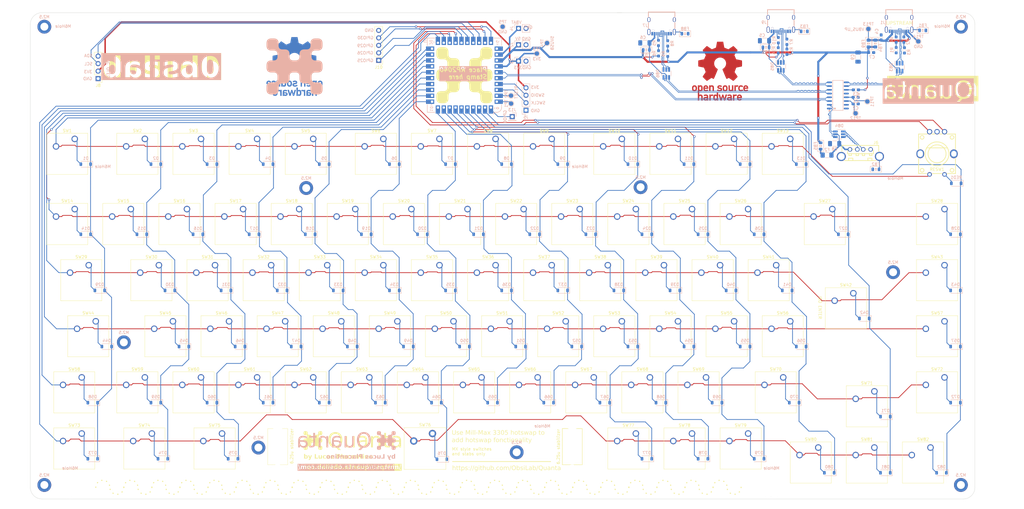
<source format=kicad_pcb>
(kicad_pcb (version 20221018) (generator pcbnew)
  (title_block (title "Quanta Keyboard PCB (RP2040 Stamp)") (date "2023-06-11") (rev "2") (company "0bsilab") (comment 1 "by Lucas Placentino") (comment 2 "Version with RP2040 Stamp microcontroller from Solder Party"))
  (layers (0 "F.Cu" signal) (31 "B.Cu" signal) (34 "B.Paste" user) (35 "F.Paste" user) (36 "B.SilkS" user "B.Silkscreen") (37 "F.SilkS" user "F.Silkscreen") (38 "B.Mask" user) (39 "F.Mask" user) (44 "Edge.Cuts" user))
  (net 0 "")
  (net 1 "Net-(U2-VDD33)")
  (net 2 "VBAT")
  (net 3 "Net-(U2-VDD18)")
  (net 4 "Net-(U2-VDD5)")
  (net 5 "Net-(D85-VP)")
  (net 6 "Net-(D86-VP)")
  (net 7 "Net-(D84-VP)")
  (net 8 "Column1")
  (net 9 "Column2")
  (net 10 "Column3")
  (net 11 "Column4")
  (net 12 "Column5")
  (net 13 "Column6")
  (net 14 "Column7")
  (net 15 "Column8")
  (net 16 "Column9")
  (net 17 "Column10")
  (net 18 "Column11")
  (net 19 "Column12")
  (net 20 "Column13")
  (net 21 "Column14")
  (net 22 "Column15")
  (net 23 "USB_UP_D-")
  (net 24 "USB_UP_D+")
  (net 25 "USB2_D-")
  (net 26 "USB2_D+")
  (net 27 "USB3_D+")
  (net 28 "USB3_D-")
  (net 29 "USB4_D-")
  (net 30 "USB4_D+")
  (net 31 "Net-(F2-Pad2)")
  (net 32 "Net-(J1-CC1)")
  (net 33 "Net-(J1-CC2)")
  (net 34 "+3.3V")
  (net 35 "Net-(J5-Pin_2)")
  (net 36 "Net-(J5-Pin_3)")
  (net 37 "Net-(J9-CC1)")
  (net 38 "Net-(J9-CC2)")
  (net 39 "Net-(J13-Pin_1)")
  (net 40 "Row1")
  (net 41 "Row2")
  (net 42 "Row3")
  (net 43 "Row4")
  (net 44 "Row5")
  (net 45 "Row6")
  (net 46 "REA")
  (net 47 "REB")
  (net 48 "Net-(U1-BOOTSEL)")
  (net 49 "Net-(U1-~{RESET})")
  (net 50 "USB1_D-")
  (net 51 "USB1_D+")
  (net 52 "Net-(D1-A)")
  (net 53 "Net-(D2-A)")
  (net 54 "Net-(D3-A)")
  (net 55 "Net-(D4-A)")
  (net 56 "Net-(D5-A)")
  (net 57 "Net-(D6-A)")
  (net 58 "Net-(D7-A)")
  (net 59 "Net-(D8-A)")
  (net 60 "Net-(D9-A)")
  (net 61 "Net-(D10-A)")
  (net 62 "Net-(D11-A)")
  (net 63 "Net-(D12-A)")
  (net 64 "Net-(D13-A)")
  (net 65 "Net-(D14-A)")
  (net 66 "Net-(D15-A)")
  (net 67 "Net-(D16-A)")
  (net 68 "Net-(D17-A)")
  (net 69 "Net-(D18-A)")
  (net 70 "Net-(D19-A)")
  (net 71 "Net-(D20-A)")
  (net 72 "Net-(D21-A)")
  (net 73 "Net-(D22-A)")
  (net 74 "Net-(D23-A)")
  (net 75 "Net-(D24-A)")
  (net 76 "Net-(D25-A)")
  (net 77 "Net-(D26-A)")
  (net 78 "Net-(D27-A)")
  (net 79 "Net-(D28-A)")
  (net 80 "Net-(D29-A)")
  (net 81 "Net-(D30-A)")
  (net 82 "Net-(D31-A)")
  (net 83 "Net-(D32-A)")
  (net 84 "Net-(D33-A)")
  (net 85 "Net-(D34-A)")
  (net 86 "Net-(D35-A)")
  (net 87 "Net-(D36-A)")
  (net 88 "Net-(D37-A)")
  (net 89 "Net-(D38-A)")
  (net 90 "Net-(D39-A)")
  (net 91 "Net-(D40-A)")
  (net 92 "Net-(D41-A)")
  (net 93 "Net-(D42-A)")
  (net 94 "Net-(D43-A)")
  (net 95 "Net-(D44-A)")
  (net 96 "Net-(D45-A)")
  (net 97 "Net-(D46-A)")
  (net 98 "Net-(D47-A)")
  (net 99 "Net-(D48-A)")
  (net 100 "Net-(D49-A)")
  (net 101 "Net-(D50-A)")
  (net 102 "Net-(D51-A)")
  (net 103 "Net-(D52-A)")
  (net 104 "Net-(D53-A)")
  (net 105 "Net-(D54-A)")
  (net 106 "Net-(D55-A)")
  (net 107 "Net-(D56-A)")
  (net 108 "Net-(D57-A)")
  (net 109 "Net-(D58-A)")
  (net 110 "Net-(D59-A)")
  (net 111 "Net-(D60-A)")
  (net 112 "Net-(D61-A)")
  (net 113 "Net-(D62-A)")
  (net 114 "Net-(D63-A)")
  (net 115 "Net-(D64-A)")
  (net 116 "Net-(D65-A)")
  (net 117 "Net-(D66-A)")
  (net 118 "Net-(D67-A)")
  (net 119 "Net-(D68-A)")
  (net 120 "Net-(D69-A)")
  (net 121 "Net-(D70-A)")
  (net 122 "Net-(D71-A)")
  (net 123 "Net-(D72-A)")
  (net 124 "Net-(D73-A)")
  (net 125 "Net-(D74-A)")
  (net 126 "Net-(D75-A)")
  (net 127 "Net-(D76-A)")
  (net 128 "Net-(D77-A)")
  (net 129 "Net-(D78-A)")
  (net 130 "Net-(D79-A)")
  (net 131 "Net-(D80-A)")
  (net 132 "Net-(D81-A)")
  (net 133 "Net-(D82-A)")
  (net 134 "Net-(RED1-A)")
  (net 135 "VBUS_UP")
  (net 136 "GND")
  (net 137 "+5V")
  (net 139 "Net-(J1-SHIELD)")
  (net 144 "Net-(J6-Shield)")
  (net 145 "Net-(J9-SHIELD)")
  (net 146 "Net-(J7-SHIELD)")
  (net 147 "Net-(J7-CC1)")
  (net 149 "Net-(J7-CC2)")
  (net 151 "I2C1-SCL")
  (net 152 "I2C1-SDA")
  (net 153 "Net-(R1-Pad1)")
  (net 154 "Net-(R2-Pad2)")
  (net 155 "Net-(R5-Pad2)")
  (net 156 "Net-(R11-Pad1)")
  (net 157 "Net-(R8-Pad2)")
  (net 158 "Net-(R10-Pad2)")
  (net 159 "Net-(J10-Pin_1)")
  (net 160 "Net-(J10-Pin_2)")
  (net 161 "Net-(J10-Pin_3)")
  (net 162 "Net-(J10-Pin_4)")
  (net 163 "/USBUP+")
  (net 164 "/USBUP-")
  (net 165 "/USB2+")
  (net 166 "/USB2-")
  (net 167 "/USB3-")
  (net 168 "/USB3+")
  (net 169 "/USB4-")
  (net 170 "/USB4+")
  (footprint "Button_Switch_Keyboard:SW_Cherry_MX_1.00u_PCB" (layer "F.Cu") (at 165.1 150.8125)
    (fp_text reference "SW34")
    (fp_text value "SW_Push")
  )
  (footprint "MountingHole:MountingHole_2.7mm_M2.5_DIN965_Pad" (layer "F.Cu") (at 50.00625 69.85)
    (fp_text reference "M2.5")
    (fp_text value "MountingHole_2.7mm_M2.5_DIN965_Pad")
  )
  (footprint "Button_Switch_Keyboard:SW_Cherry_MX_1.00u_PCB" (layer "F.Cu") (at 255.5875 188.9125)
    (fp_text reference "SW68")
    (fp_text value "SW_Push")
  )
  (footprint "Button_Switch_Keyboard:SW_Cherry_MX_1.00u_PCB" (layer "F.Cu") (at 350.8375 212.725)
    (fp_text reference "SW82")
    (fp_text value "SW_Push")
  )
  (footprint "Button_Switch_Keyboard:SW_Cherry_MX_1.00u_PCB" (layer "F.Cu") (at 355.6 150.8125)
    (fp_text reference "SW43")
    (fp_text value "SW_Push")
  )
  (footprint "Connector_PinHeader_2.54mm:PinHeader_1x05_P2.54mm_Vertical" (layer "F.Cu") (at 163.5125 81.275 180)
    (fp_text reference "J10")
    (fp_text value "Conn_01x05_Socket GPIOs")
  )
  (footprint "Button_Switch_Keyboard:SW_Cherry_MX_1.00u_PCB" (layer "F.Cu") (at 250.825 131.7625)
    (fp_text reference "SW24")
    (fp_text value "SW_Push")
  )
  (footprint "Button_Switch_Keyboard:SW_Cherry_MX_1.00u_PCB" (layer "F.Cu") (at 131.7625 169.8625)
    (fp_text reference "SW47")
    (fp_text value "SW_Push")
  )
  (footprint "Button_Switch_Keyboard:SW_Cherry_MX_1.00u_PCB" (layer "F.Cu") (at 150.8125 169.8625)
    (fp_text reference "SW48")
    (fp_text value "SW_Push")
  )
  (footprint "Button_Switch_Keyboard:SW_Cherry_MX_1.00u_PCB" (layer "F.Cu") (at 141.2875 107.95)
    (fp_text reference "SW5")
    (fp_text value "SW_Push")
  )
  (footprint "MountingHole:MountingHole_2.7mm_M2.5_DIN965_Pad" (layer "F.Cu") (at 338.1375 153.19375)
    (fp_text reference "M2.5")
    (fp_text value "MountingHole_2.7mm_M2.5_DIN965_Pad")
  )
  (footprint "MountingHole:MountingHole_2.7mm_M2.5_DIN965_Pad" (layer "F.Cu") (at 138.90625 124.61875)
    (fp_text reference "M2.5")
    (fp_text value "MountingHole_2.7mm_M2.5_DIN965_Pad")
  )
  (footprint "Button_Switch_Keyboard:SW_Cherry_MX_2.00u_PCB" (layer "F.Cu") (at 317.5 131.7625)
    (fp_text reference "SW27")
    (fp_text value "SW_Push")
  )
  (footprint "MountingHole:MountingHole_2.7mm_M2.5_DIN965_Pad" (layer "F.Cu") (at 361.15625 225.425)
    (fp_text reference "M2.5")
    (fp_text value "MountingHole_2.7mm_M2.5_DIN965_Pad")
  )
  (footprint "Button_Switch_Keyboard:SW_Cherry_MX_1.00u_PCB" (layer "F.Cu") (at 265.1125 107.95)
    (fp_text reference "SW11")
    (fp_text value "SW_Push")
  )
  (footprint "Button_Switch_Keyboard:SW_Cherry_MX_1.00u_PCB" (layer "F.Cu") (at 84.1375 188.9125)
    (fp_text reference "SW59")
    (fp_text value "SW_Push")
  )
  (footprint "MountingHole:MountingHole_2.7mm_M2.5_DIN965_Pad" (layer "F.Cu") (at 76.99375 177.00625)
    (fp_text reference "M2.5")
    (fp_text value "MountingHole_2.7mm_M2.5_DIN965_Pad")
  )
  (footprint "Button_Switch_Keyboard:SW_Cherry_MX_1.00u_PCB" (layer "F.Cu") (at 288.925 131.7625)
    (fp_text reference "SW26")
    (fp_text value "SW_Push")
  )
  (footprint "Button_Switch_Keyboard:SW_Cherry_MX_1.00u_PCB" (layer "F.Cu") (at 250.825 207.9625)
    (fp_text reference "SW77")
    (fp_text value "SW_Push")
  )
  (footprint "Button_Switch_Keyboard:SW_Cherry_MX_1.00u_PCB" (layer "F.Cu") (at 269.875 207.9625)
    (fp_text reference "SW78")
    (fp_text value "SW_Push")
  )
  (footprint "Button_Switch_Keyboard:SW_Cherry_MX_1.00u_PCB" (layer "F.Cu") (at 222.25 150.8125)
    (fp_text reference "SW37")
    (fp_text value "SW_Push")
  )
  (footprint "Connector_PinHeader_2.54mm:PinHeader_1x04_P2.54mm_Vertical" (layer "F.Cu") (at 68.2625 87.47125 180)
    (fp_text reference "J8")
    (fp_text value "Conn_01x04_Socket I2C display")
  )
  (footprint "Button_Switch_Keyboard:SW_Cherry_MX_1.00u_PCB" (layer "F.Cu") (at 174.625 131.7625)
    (fp_text reference "SW20")
    (fp_text value "SW_Push")
  )
  (footprint "Button_Switch_Keyboard:SW_Cherry_MX_1.00u_PCB" (layer "F.Cu") (at 165.1 107.95)
    (fp_text reference "SW6")
    (fp_text value "SW_Push")
  )
  (footprint "Symbol:OSHW-Logo_19x20mm_Copper" (layer "F.Cu") (at 279.4 84.93125)
    (fp_text reference "OSHW-logo" hide)
    (fp_text value "OSHW-Logo_19x20mm_Copper" hide)
  )
  (footprint "Button_Switch_Keyboard:SW_Cherry_MX_1.00u_PCB" (layer "F.Cu") (at 207.9625 169.8625)
    (fp_text reference "SW51")
    (fp_text value "SW_Push")
  )
  (footprint "PEC12R-4120F-S0012:SW-TH_PEC12R-4120F-S0012" (layer "F.Cu") (at 353.06 112.752324 180)
    (fp_text reference "RESW1")
    (fp_text value "RotaryEncoder_Switch")
  )
  (footprint "MountingHole:MountingHole_6.4mm_M6_DIN965" (layer "F.Cu") (at 231.775 123.825)
    (fp_text reference "M6Hole")
    (fp_text value "MountingHole_6.4mm_M6_DIN965")
  )
  (footprint "Button_Switch_Keyboard:SW_Cherry_MX_1.00u_PCB" (layer "F.Cu") (at 122.2375 107.95)
    (fp_text reference "SW4")
    (fp_text value "SW_Push")
  )
  (footprint "MountingHole:MountingHole_6.4mm_M6_DIN965" (layer "F.Cu") (at 69.85 123.825)
    (fp_text reference "M6Hole")
    (fp_text value "MountingHole_6.4mm_M6_DIN965")
  )
  (footprint "Button_Switch_Keyboard:SW_Cherry_MX_1.00u_PCB" (layer "F.Cu") (at 98.425 131.7625)
    (fp_text reference "SW16")
    (fp_text value "SW_Push")
  )
  (footprint "Button_Switch_Keyboard:SW_Cherry_MX_1.00u_PCB" (layer "F.Cu") (at 274.6375 188.9125)
    (fp_text reference "SW69")
    (fp_text value "SW_Push")
  )
  (footprint "Button_Switch_Keyboard:SW_Cherry_MX_1.00u_PCB" (layer "F.Cu") (at 203.2 150.8125)
    (fp_text reference "SW36")
    (fp_text value "SW_Push")
  )
  (footprint "Button_Switch_Keyboard:SW_Cherry_MX_1.00u_PCB" (layer "F.Cu") (at 231.775 131.7625)
    (fp_text reference "SW23")
    (fp_text value "SW_Push")
  )
  (footprint "PCM_Mounting_Keyboard_Stabilizer:Stabilizer_Cherry_MX_6.25u" (layer "F.Cu") (at 179.22875 213.0425 180)
    (fp_text reference "6.25u stabilizer")
    (fp_text value "Stabilizer_Cherry_MX_6.25u")
  )
  (footprint "Button_Switch_Keyboard:SW_Cherry_MX_1.00u_PCB" (layer "F.Cu") (at 184.15 150.8125)
    (fp_text reference "SW35")
    (fp_text value "SW_Push")
  )
  (footprint "MountingHole:MountingHole_6.4mm_M6_DIN965" (layer "F.Cu") (at 56.35625 76.2)
    (fp_text reference "M6Hole")
    (fp_text value "MountingHole_6.4mm_M6_DIN965")
  )
  (footprint "Button_Switch_Keyboard:SW_Cherry_MX_1.00u_PCB" (layer "F.Cu") (at 222.25 107.95)
    (fp_text reference "SW9")
    (fp_text value "SW_Push")
  )
  (footprint "Button_Switch_Keyboard:SW_Cherry_MX_1.25u_PCB" (layer "F.Cu") (at 62.70625 207.9625)
    (fp_text reference "SW73")
    (fp_text value "SW_Push")
  )
  (footprint "Button_Switch_Keyboard:SW_Cherry_MX_1.75u_PCB" (layer "F.Cu") (at 67.46875 169.8625)
    (fp_text reference "SW44")
    (fp_text value "SW_Push")
  )
  (footprint "Button_Switch_Keyboard:SW_Cherry_MX_1.00u_PCB" (layer "F.Cu") (at 127 150.8125)
    (fp_text reference "SW32")
    (fp_text value "SW_Push")
  )
  (footprint "Button_Switch_Keyboard:SW_Cherry_MX_1.00u_PCB" (layer "F.Cu") (at 107.95 150.8125)
    (fp_text reference "SW31")
    (fp_text value "SW_Push")
  )
  (footprint "Button_Switch_Keyboard:SW_Cherry_MX_1.00u_PCB" (layer "F.Cu") (at 136.525 131.7625)
    (fp_text reference "SW18")
    (fp_text value "SW_Push")
  )
  (footprint "MountingHole:MountingHole_6.4mm_M6_DIN965" (layer "F.Cu") (at 219.075 211.93125)
    (fp_text reference "M6Hole")
    (fp_text value "MountingHole_6.4mm_M6_DIN965")
  )
  (footprint "Button_Switch_Keyboard:SW_Cherry_MX_1.25u_PCB" (layer "F.Cu") (at 86.51875 207.9625)
    (fp_text reference "SW74")
    (fp_text value "SW_Push")
  )
  (footprint "Button_Switch_Keyboard:SW_Cherry_MX_1.00u_PCB" (layer "F.Cu") (at 355.6 169.8625)
    (fp_text reference "SW57")
    (fp_text value "SW_Push")
  )
  (footprint "Button_Switch_Keyboard:SW_Cherry_MX_1.00u_PCB" (layer "F.Cu") (at 103.1875 188.9125)
    (fp_text reference "SW60")
    (fp_text value "SW_Push")
  )
  (footprint "Button_Switch_Keyboard:SW_Cherry_MX_1.75u_PCB" (layer "F.Cu") (at 300.83125 188.9125)
    (fp_text reference "SW70")
    (fp_text value "SW_Push")
  )
  (footprint "Button_Switch_Keyboard:SW_Cherry_MX_1.00u_PCB" (layer "F.Cu") (at 269.875 131.7625)
    (fp_text reference "SW25")
    (fp_text value "SW_Push")
  )
  (footprint "Button_Switch_Keyboard:SW_Cherry_MX_1.00u_PCB" (layer "F.Cu") (at 155.575 131.7625)
    (fp_text reference "SW19")
    (fp_text value "SW_Push")
  )
  (footprint "Button_Switch_Keyboard:SW_Cherry_MX_1.00u_PCB" (layer "F.Cu") (at 331.793651 193.64619)
    (fp_text reference "SW71")
    (fp_text value "SW_Push")
  )
  (footprint "MountingHole:MountingHole_2.7mm_M2.5_DIN965_Pad" (layer "F.Cu") (at 252.4125 124.339758)
    (fp_text reference "M2.5")
    (fp_text value "MountingHole_2.7mm_M2.5_DIN965_Pad")
  )
  (footprint "Button_Switch_Keyboard:SW_Cherry_MX_1.00u_PCB" (layer "F.Cu") (at 288.925 207.9625)
    (fp_text reference "SW79")
    (fp_text value "SW_Push")
  )
  (footprint "MountingHole:MountingHole_6.4mm_M6_DIN965" (layer "F.Cu") (at 338.93125 127.79375)
    (fp_text reference "M6Hole")
    (fp_text value "MountingHole_6.4mm_M6_DIN965")
  )
  (footprint "Button_Switch_Keyboard:SW_Cherry_MX_1.00u_PCB" (layer "F.Cu") (at 355.6 131.7625)
    (fp_text reference "SW28")
    (fp_text value "SW_Push")
  )
  (footprint "Button_Switch_Keyboard:SW_Cherry_MX_1.00u_PCB" (layer "F.Cu") (at 60.325 131.7625)
    (fp_text reference "SW14")
    (fp_text value "SW_Push")
  )
  (footprint "Button_Switch_Keyboard:SW_Cherry_MX_1.00u_PCB" (layer "F.Cu") (at 355.6 188.9125)
    (fp_text reference "SW72")
    (fp_text value "SW_Push")
  )
  (footprint "Button_Switch_Keyboard:SW_Cherry_MX_1.00u_PCB" (layer "F.Cu") (at 241.3 150.8125)
    (fp_text reference "SW38")
    (fp_text value "SW_Push")
  )
  (footprint "Button_Switch_Keyboard:SW_Cherry_MX_ISOEnter_PCB" (layer "F.Cu") (at 324.64375 160.3375)
    (fp_text reference "SW42")
    (fp_text value "SW_Push")
  )
  (footprint "Button_Switch_Keyboard:SW_Cherry_MX_1.00u_PCB" (layer "F.Cu") (at 217.4875 188.9125)
    (fp_text reference "SW66")
    (fp_text value "SW_Push")
  )
  (footprint "Button_Switch_Keyboard:SW_Cherry_MX_1.00u_PCB" (layer "F.Cu") (at 260.35 150.8125)
    (fp_text reference "SW39")
    (fp_text value "SW_Push")
  )
  (footprint "Button_Switch_Keyboard:SW_Cherry_MX_1.00u_PCB" (layer "F.Cu") (at 84.1375 107.95)
    (fp_text reference "SW2")
    (fp_text value "SW_Push")
  )
  (footprint "Button_Switch_Keyboard:SW_Cherry_MX_1.00u_PCB" (layer "F.Cu") (at 193.675 131.7625)
    (fp_text reference "SW21")
    (fp_text value "SW_Push")
  )
  (footprint "Button_Switch_Keyboard:SW_Cherry_MX_1.00u_PCB" (layer "F.Cu") (at 236.5375 188.9125)
    (fp_text reference "SW67")
    (fp_text value "SW_Push")
  )
  (footprint "Button_Switch_Keyboard:SW_Cherry_MX_1.00u_PCB" (layer "F.Cu") (at 203.2 107.95)
    (fp_text reference "SW8")
    (fp_text value "SW_Push")
  )
  (footprint "Button_Switch_Keyboard:SW_Cherry_MX_1.00u_PCB" (layer "F.Cu") (at 141.2875 188.9125)
    (fp_text reference "SW62")
    (fp_text value "SW_Push")
  )
  (footprint "MountingHole:MountingHole_6.4mm_M6_DIN965" (layer "F.Cu") (at 58.7375 226.21875)
    (fp_text reference "M6Hole")
    (fp_text value "MountingHole_6.4mm_M6_DIN965")
  )
  (footprint "Button_Switch_Keyboard:SW_Cherry_MX_1.00u_PCB" (layer "F.Cu") (at 179.3875 188.9125)
    (fp_text reference "SW64")
    (fp_text value "SW_Push")
  )
  (footprint "Button_Switch_Keyboard:SW_Cherry_MX_1.00u_PCB" (layer "F.Cu") (at 246.0625 107.95)
    (fp_text reference "SW10")
    (fp_text value "SW_Push")
  )
  (footprint "Button_Switch_Keyboard:SW_Cherry_MX_1.00u_PCB" (layer "F.Cu") (at 265.1125 169.8625)
    (fp_text reference "SW54")
    (fp_text value "SW_Push")
  )
  (footprint "Button_Switch_Keyboard:SW_Cherry_MX_1.00u_PCB" (layer "F.Cu") (at 103.1875 107.95)
    (fp_text reference "SW3")
    (fp_text value "SW_Push")
  )
  (footprint "MountingHole:MountingHole_6.4mm_M6_DIN965" (layer "F.Cu") (at 296.8625 226.21875)
    (fp_text reference "M6Hole")
    (fp_text value "MountingHole_6.4mm_M6_DIN965")
  )
  (footprint "Button_Switch_Keyboard:SW_Cherry_MX_1.00u_PCB" (layer "F.Cu") (at 303.2125 107.95)
    (fp_text reference "SW13")
    (fp_text value "SW_Push")
  )
  (footprint "MountingHole:MountingHole_2.7mm_M2.5_DIN965_Pad" (layer "F.Cu") (at 122.683163 212.725)
    (fp_text reference "M2.5")
    (fp_text value "MountingHole_2.7mm_M2.5_DIN965_Pad")
  )
  (footprint "Button_Switch_Keyboard:SW_Cherry_MX_1.00u_PCB" (layer "F.Cu") (at 60.325 107.95)
    (fp_text reference "SW1")
    (fp_text value "SW_Push")
  )
  (footprint "Button_Switch_Keyboard:SW_Cherry_MX_1.00u_PCB" (layer "F.Cu") (at 303.2125 169.8625)
    (fp_text reference "SW56")
    (fp_text value "SW_Push")
  )
  (footprint "Button_Switch_Keyboard:SW_Cherry_MX_1.00u_PCB" (layer "F.Cu") (at 184.15 107.95)
    (fp_text reference "SW7")
    (fp_text value "SW_Push")
  )
  (footprint "Button_Switch_Keyboard:SW_Cherry_MX_1.00u_PCB" (layer "F.Cu") (at 246.0625 169.8625)
    (fp_text reference "SW53")
    (fp_text value "SW_Push")
  )
  (footprint "Button_Switch_Keyboard:SW_Cherry_MX_1.00u_PCB" (layer "F.Cu") (at 112.7125 169.8625)
    (fp_text reference "SW46")
    (fp_text value "SW_Push")
  )
  (footprint "Button_Switch_Keyboard:SW_Cherry_MX_1.00u_PCB" (layer "F.Cu") (at 146.05 150.8125)
    (fp_text reference "SW33")
    (fp_text value "SW_Push")
  )
  (footprint "Button_Switch_Keyboard:SW_Cherry_MX_1.00u_PCB" (layer "F.Cu") (at 284.1625 107.95)
    (fp_text reference "SW12")
    (fp_text value "SW_Push")
  )
  (footprint "Button_Switch_Keyboard:SW_Cherry_MX_1.00u_PCB" (layer "F.Cu") (at 160.3375 188.9125)
    (fp_text reference "SW63")
    (fp_text value "SW_Push")
  )
  (footprint "Button_Switch_Keyboard:SW_Cherry_MX_1.00u_PCB" (layer "F.Cu") (at 284.1625 169.8625)
    (fp_text reference "SW55")
    (fp_text value "SW_Push")
  )
  (footprint "Button_Switch_Keyboard:SW_Cherry_MX_1.00u_PCB" (layer "F.Cu") (at 169.8625 169.8625)
    (fp_text reference "SW49")
    (fp_text value "SW_Push")
  )
  (footprint "Button_Switch_Keyboard:SW_Cherry_MX_1.00u_PCB" (layer "F.Cu") (at 198.4375 188.9125)
    (fp_text reference "SW65")
    (fp_text value "SW_Push")
  )
  (footprint "Button_Switch_Keyboard:SW_Cherry_MX_1.00u_PCB" (layer "F.Cu") (at 79.375 131.7625)
    (fp_text reference "SW15")
    (fp_text value "SW_Push")
  )
  (footprint "Button_Switch_Keyboard:SW_Cherry_MX_1.00u_PCB" (layer "F.Cu") (at 93.6625 169.8625)
    (fp_text reference "SW45")
    (fp_text value "SW_Push")
  )
  (footprint "Button_Switch_Keyboard:SW_Cherry_MX_1.00u_PCB" (layer "F.Cu") (at 312.7375 212.725)
    (fp_text reference "SW80")
    (fp_text value "SW_Push")
  )
  (footprint "Button_Switch_Keyboard:SW_Cherry_MX_1.25u_PCB" (layer "F.Cu") (at 110.33125 207.9625)
    (fp_text reference "SW75")
    (fp_text value "SW_Push")
  )
  (footprint "Button_Switch_Keyboard:SW_Cherry_MX_1.25u_PCB" (layer "F.Cu") (at 62.70625 188.9125)
    (fp_text reference "SW58")
    (fp_text value "SW_Push")
  )
  (footprint "Button_Switch_Keyboard:SW_Cherry_MX_1.00u_PCB" (layer "F.Cu") (at 212.725 131.7625)
    (fp_text reference "SW22")
    (fp_text value "SW_Push")
  )
  (footprint "Button_Switch_Keyboard:SW_Cherry_MX_1.00u_PCB" (layer "F.Cu") (at 88.9 150.8125)
    (fp_text reference "SW30")
    (fp_text value "SW_Push")
  )
  (footprint "USB_A_vertical_KH-AF180ZJ-13.7:USB-A-TH_KH-AF180ZJ-13.7" (layer "F.Cu") (at 327.025 112.7125)
    (fp_text reference "J6")
    (fp_text value "USB_A_Receptacle_UBS2.0")
  )
  (footprint "Button_Switch_Keyboard:SW_Cherry_MX_1.00u_PCB" (layer "F.Cu") (at 331.7875 212.725)
    (fp_text reference "SW81")
    (fp_text value "SW_Push")
  )
  (footprint "PCM_Switch_Keyboard_Cherry_MX:SW_Cherry_MX_PCB_6.25u" (layer "F.Cu") (at 179.22875 213.0425)
    (fp_text reference "SW76")
    (fp_text value "SW_Push")
  )
  (footprint "MountingHole:MountingHole_6.4mm_M6_DIN965" (layer "F.Cu") (at 354.80625 76.2)
    (fp_text reference "M6Hole")
    (fp_text value "MountingHole_6.4mm_M6_DIN965")
  )
  (footprint "MountingHole:MountingHole_2.7mm_M2.5_DIN965_Pad" (layer "F.Cu") (at 361.15625 69.85)
    (fp_text reference "M2.5")
    (fp_text value "MountingHole_2.7mm_M2.5_DIN965_Pad")
  )
  (footprint "Button_Switch_Keyboard:SW_Cherry_MX_1.00u_PCB" (layer "F.Cu") (at 188.9125 169.8625)
    (fp_text reference "SW50")
    (fp_text value "SW_Push")
  )
  (footprint "MountingHole:MountingHole_2.7mm_M2.5_DIN965_Pad" (layer "F.Cu") (at 50.00625 225.425)
    (fp_text reference "M2.5")
    (fp_text value "MountingHole_2.7mm_M2.5_DIN965_Pad")
  )
  (footprint "Button_Switch_Keyboard:SW_Cherry_MX_1.00u_PCB" (layer "F.Cu") (at 117.475 131.7625)
    (fp_text reference "SW17")
    (fp_text value "SW_Push")
  )
  (footprint "Button_Switch_Keyboard:SW_Cherry_MX_1.50u_PCB" (layer "F.Cu") (at 65.0875 150.8125)
    (fp_text reference "SW29")
    (fp_text value "SW_Push")
  )
  (footprint "MountingHole:MountingHole_2.7mm_M2.5_DIN965_Pad" (layer "F.Cu") (at 210.34375 214.3125)
    (fp_text reference "M2.5")
    (fp_text value "MountingHole_2.7mm_M2.5_DIN965_Pad")
  )
  (footprint "Button_Switch_Keyboard:SW_Cherry_MX_1.00u_PCB" (layer "F.Cu") (at 298.45 150.8125)
    (fp_text reference "SW41")
    (fp_text value "SW_Push")
  )
  (footprint "Button_Switch_Keyboard:SW_Cherry_MX_1.00u_PCB" (layer "F.Cu") (at 279.4 150.8125)
    (fp_text reference "SW40")
    (fp_text value "SW_Push")
  )
  (footprint "Button_Switch_Keyboard:SW_Cherry_MX_1.00u_PCB" (layer "F.Cu") (at 227.0125 169.8625)
    (fp_text reference "SW52")
    (fp_text value "SW_Push")
  )
  (footprint "Button_Switch_Keyboard:SW_Cherry_MX_1.00u_PCB" (layer "F.Cu") (at 122.2375 188.9125)
    (fp_text reference "SW61")
    (fp_text value "SW_Push")
  )
  (footprint "PCM_Ferrite_SMD_Handsoldering_AKL:Ferrite_0805_2012Metric" (layer "B.Cu") (at 294.997923 76.854495)
    (fp_text reference "FB6")
    (fp_text value "600R 500mA" hide)
  )
  (footprint "Capacitor_SMD:C_1206_3216Metric_Pad1.33x1.80mm_HandSolder" (layer "B.Cu") (at 253.873526 75.348361 180)
    (fp_text reference "C6")
    (fp_text value "100uF")
  )
  (footprint "Diode_SMD:D_SOD-123" (layer "B.Cu") (at 187.875 116.51875 180)
    (fp_text reference "D7")
    (fp_text value "DIODE")
  )
  (footprint "Diode_SMD:D_SOD-123" (layer "B.Cu") (at 283.125 159.38125 180)
    (fp_text reference "D40")
    (fp_text value "DIODE")
  )
  (footprint "SL2.1a:SOP-16_L10.0-W3.9-P1.27-LS6.0-BL" (layer "B.Cu") (at 319.3925 93.18125 90)
    (fp_text reference "U2")
    (fp_text value "SL2.1A")
  )
  (footprint "Diode_SMD:D_SOD-123" (layer "B.Cu") (at 183.1125 197.48125 180)
    (fp_text reference "D64")
    (fp_text value "DIODE")
  )
  (footprint "Diode_SMD:D_SOD-123" (layer "B.Cu") (at 287.8875 178.43125 180)
    (fp_text reference "D55")
    (fp_text value "DIODE")
  )
  (footprint "Diode_SMD:D_SOD-123" (layer "B.Cu") (at 64.05 116.51875 180)
    (fp_text reference "D1")
    (fp_text value "DIODE")
  )
  (footprint "Diode_SMD:D_SOD-123" (layer "B.Cu") (at 197.4 140.33125 180)
    (fp_text reference "D21")
    (fp_text value "DIODE")
  )
  (footprint "Diode_SMD:D_SOD-123" (layer "B.Cu") (at 184.94375 216.69375 180)
    (fp_text reference "D76")
    (fp_text value "DIODE")
  )
  (footprint "Capacitor_SMD:C_1206_3216Metric_Pad1.33x1.80mm_HandSolder" (layer "B.Cu") (at 318.29375 109.5375)
    (fp_text reference "C8")
    (fp_text value "100uF")
  )
  (footprint "Diode_SMD:D_SOD-123" (layer "B.Cu") (at 106.9125 197.48125 180)
    (fp_text reference "D60")
    (fp_text value "DIODE")
  )
  (footprint "Diode_SMD:D_SOD-123" (layer "B.Cu") (at 359.325 140.33125 180)
    (fp_text reference "D28")
    (fp_text value "DIODE")
  )
  (footprint "Diode_SMD:D_SOD-123" (layer "B.Cu") (at 359.325 197.48125 180)
    (fp_text reference "D72")
    (fp_text value "DIODE")
  )
  (footprint "Diode_SMD:D_SOD-123" (layer "B.Cu") (at 71.19375 178.43125 180)
    (fp_text reference "D44")
    (fp_text value "DIODE")
  )
  (footprint "Diode_SMD:D_SOD-123" (layer "B.Cu") (at 328.36875 168.90625 180)
    (fp_text reference "D42")
    (fp_text value "DIODE")
  )
  (footprint "Diode_SMD:D_SOD-123" (layer "B.Cu") (at 140.25 140.33125 180)
    (fp_text reference "D18")
    (fp_text value "DIODE")
  )
  (footprint "PCM_Ferrite_SMD_Handsoldering_AKL:Ferrite_0805_2012Metric" (layer "B.Cu") (at 267.49375 72.23125 180)
    (fp_text reference "FB8")
    (fp_text value "600R" hide)
  )
  (footprint "Diode_SMD:D_SOD-123" (layer "B.Cu") (at 225.975 116.51875 180)
    (fp_text reference "D9")
    (fp_text value "DIODE")
  )
  (footprint "Diode_SMD:D_SOD-123" (layer "B.Cu") (at 206.925 159.38125 180)
    (fp_text reference "D36")
    (fp_text value "DIODE")
  )
  (footprint "Fuse:Fuse_1206_3216Metric_Pad1.42x1.75mm_HandSolder" (layer "B.Cu") (at 315.713525 113.437479 180)
    (fp_text reference "F2")
    (fp_text value "500mA")
  )
  (footprint "Diode_SMD:D_SOD-123" (layer "B.Cu") (at 90.24375 216.53125 180)
    (fp_text reference "D74")
    (fp_text value "DIODE")
  )
  (footprint "Diode_SMD:D_SOD-123" (layer "B.Cu") (at 83.1 140.33125 180)
    (fp_text reference "D15")
    (fp_text value "DIODE")
  )
  (footprint "Capacitor_SMD:C_0603_1608Metric_Pad1.08x0.95mm_HandSolder" (layer "B.Cu") (at 330.672481 78.632539 180)
    (fp_text reference "C7")
    (fp_text value "100nF")
  )
  (footprint "Capacitor_SMD:C_1206_3216Metric_Pad1.33x1.80mm_HandSolder" (layer "B.Cu") (at 294.48125 74.6125 180)
    (fp_text reference "C5")
    (fp_text value "100uF")
  )
  (footprint "Diode_SMD:D_SOD-123" (layer "B.Cu") (at 240.2625 197.48125 180)
    (fp_text reference "D67")
    (fp_text value "DIODE")
  )
  (footprint "Diode_SMD:D_SOD-123" (layer "B.Cu") (at 254.55 216.53125 180)
    (fp_text reference "D77")
    (fp_text value "DIODE")
  )
  (footprint "Diode_SMD:D_SOD-123" (layer "B.Cu") (at 66.43125 216.53125 180)
    (fp_text reference "D73")
    (fp_text value "DIODE")
  )
  (footprint "Diode_SMD:D_SOD-123" (layer "B.Cu") (at 121.2 140.33125 180)
    (fp_text reference "D17")
    (fp_text value "DIODE")
  )
  (footprint "Diode_SMD:D_SOD-123" (layer "B.Cu") (at 254.55 140.33125 180)
    (fp_text reference "D24")
    (fp_text value "DIODE")
  )
  (footprint "Diode_SMD:D_SOD-123" (layer "B.Cu") (at 273.6 216.53125 180)
    (fp_text reference "D78")
    (fp_text value "DIODE")
  )
  (footprint "PCM_Ferrite_SMD_Handsoldering_AKL:Ferrite_0805_2012Metric" (layer "B.Cu") (at 307.975 71.4375 180)
    (fp_text reference "FB3")
    (fp_text value "600R" hide)
  )
  (footprint "Diode_SMD:D_SOD-123" (layer "B.Cu") (at 230.7375 178.43125 180)
    (fp_text reference "D52")
    (fp_text value "DIODE")
  )
  (footprint "Resistor_SMD:R_0603_1608Metric_Pad0.98x0.95mm_HandSolder" (layer "B.Cu") (at 258.510775 78.899212 -90)
    (fp_text reference "R6")
    (fp_text value "15k")
  )
  (footprint "Diode_SMD:D_SOD-123" (layer "B.Cu") (at 102.15 140.33125 180)
    (fp_text reference "D16")
    (fp_text value "DIODE")
  )
  (footprint "USB_C_socket_GT-USB-7010H:USB-C-SMD_G-SWITCH_GT-USB-7010EN" (layer "B.Cu") (at 259.55625 69.85)
    (fp_text reference "J7")
    (fp_text value "USB_C_Receptacle_USB2.0")
  )
  (footprint "Diode_SMD:D_SOD-123" (layer "B.Cu") (at 154.5375 178.43125 180)
    (fp_text reference "D48")
    (fp_text value "DIODE")
  )
  (footprint "TestPoint:TestPoint_Pad_D1.5mm" (layer "B.Cu") (at 217.211384 78.970794 180)
    (fp_text reference "TP3")
    (fp_text value "3V3")
  )
  (footprint "Diode_SMD:D_SOD-123" (layer "B.Cu") (at 259.3125 197.48125 180)
    (fp_text reference "D68")
    (fp_text value "DIODE")
  )
  (footprint "Resistor_SMD:R_0603_1608Metric_Pad0.98x0.95mm_HandSolder" (layer "B.Cu") (at 261.624929 75.520832 -90)
    (fp_text reference "R8")
    (fp_text value "43k")
  )
  (footprint "Diode_SMD:D_SOD-123" (layer "B.Cu") (at 359.56875 123.03125 180)
    (fp_text reference "RED1")
    (fp_text value "DIODE")
  )
  (footprint "Connector_PinHeader_2.54mm:PinHeader_1x04_P2.54mm_Vertical" (layer "B.Cu") (at 213.51875 98.21875)
    (fp_text reference "J5")
    (fp_text value "Conn_01x04_Socket SWD")
  )
  (footprint "Diode_SMD:D_SOD-123" (layer "B.Cu") (at 304.55625 197.48125 180)
    (fp_text reference "D70")
    (fp_text value "DIODE")
  )
  (footprint "Diode_SMD:D_SOD-123" (layer "B.Cu") (at 135.4875 178.43125 180)
    (fp_text reference "D47")
    (fp_text value "DIODE")
  )
  (footprint "Diode_SMD:D_SOD-123" (layer "B.Cu") (at 130.725 159.38125 180)
    (fp_text reference "D32")
    (fp_text value "DIODE")
  )
  (footprint "Capacitor_SMD:C_0603_1608Metric_Pad1.08x0.95mm_HandSolder" (layer "B.Cu") (at 325.4375 96.04375)
    (fp_text reference "C2")
    (fp_text value "10uF")
  )
  (footprint "PCM_Ferrite_SMD_Handsoldering_AKL:Ferrite_0805_2012Metric" (layer "B.Cu") (at 313.53125 110.33125 -90)
    (fp_text reference "FB5")
    (fp_text value "600R 500mA" hide)
  )
  (footprint "Diode_SMD:D_SOD-123" (layer "B.Cu") (at 164.0625 197.48125 180)
    (fp_text reference "D63")
    (fp_text value "DIODE")
  )
  (footprint "Resistor_SMD:R_0603_1608Metric_Pad0.98x0.95mm_HandSolder" (layer "B.Cu") (at 299.14196 77.885122 -90)
    (fp_text reference "R14")
    (fp_text value "15k")
  )
  (footprint "Diode_SMD:D_SOD-123" (layer "B.Cu") (at 66.43125 197.48125 180)
    (fp_text reference "D58")
    (fp_text value "DIODE")
  )
  (footprint "Diode_SMD:D_SOD-123" (layer "B.Cu") (at 178.35 140.33125 180)
    (fp_text reference "D20")
    (fp_text value "DIODE")
  )
  (footprint "Diode_SMD:D_SOD-123" (layer "B.Cu") (at 306.9375 178.43125 180)
    (fp_text reference "D56")
    (fp_text value "DIODE")
  )
  (footprint "Diode_SMD:D_SOD-123" (layer "B.Cu") (at 278.3625 197.48125 180)
    (fp_text reference "D69")
    (fp_text value "DIODE")
  )
  (footprint "Diode_SMD:D_SOD-123" (layer "B.Cu") (at 235.5 140.33125 180)
    (fp_text reference "D23")
    (fp_text value "DIODE")
  )
  (footprint "Diode_SMD:D_SOD-123" (layer "B.Cu") (at 106.9125 116.51875 180)
    (fp_text reference "D3")
    (fp_text value "DIODE")
  )
  (footprint "PCM_Ferrite_SMD_Handsoldering_AKL:Ferrite_0805_2012Metric_Pad1.05x1.20mm_BigPads" (layer "B.Cu") (at 329.770778 75.583783 -90)
    (fp_text reference "FB9")
    (fp_text value "100R 800mA" hide)
  )
  (footprint "Diode_SMD:D_SOD-123" (layer "B.Cu") (at 111.675 159.38125 180)
    (fp_text reference "D31")
    (fp_text value "DIODE")
  )
  (footprint "Resistor_SMD:R_0603_1608Metric_Pad0.98x0.95mm_HandSolder" (layer "B.Cu") (at 302.084154 74.98008 -90)
    (fp_text reference "R7")
    (fp_text value "43k")
  )
  (footprint "Diode_SMD:D_SOD-123" (layer "B.Cu") (at 359.325 178.43125 180)
    (fp_text reference "D57")
    (fp_text value "DIODE")
  )
  (footprint "Resistor_SMD:R_0603_1608Metric_Pad0.98x0.95mm_HandSolder" (layer "B.Cu") (at 258.483896 75.369042 -90)
    (fp_text reference "R5")
    (fp_text value "43k")
  )
  (footprint "Diode_SMD:D_SOD-123" (layer "B.Cu") (at 206.925 116.51875 180)
    (fp_text reference "D8")
    (fp_text value "DIODE")
  )
  (footprint "Connector_PinHeader_2.54mm:PinHeader_1x02_P2.54mm_Vertical" (layer "B.Cu") (at 210.97875 81.55 -90)
    (fp_text reference "J3")
    (fp_text value "Conn_01x02_Socket 3V3")
  )
  (footprint "Diode_SMD:D_SOD-123" (layer "B.Cu") (at 359.325 159.38125 180)
    (fp_text reference "D43")
    (fp_text value "DIODE")
  )
  (footprint "Diode_SMD:D_SOD-123" (layer "B.Cu") (at 145.0125 116.51875 180)
    (fp_text reference "D5")
    (fp_text value "DIODE")
  )
  (footprint "Resistor_SMD:R_0603_1608Metric_Pad0.98x0.95mm_HandSolder" (layer "B.Cu") (at 261.635779 79.030646 -90)
    (fp_text reference "R9")
    (fp_text value "15k")
  )
  (footprint "PCM_Ferrite_SMD_Handsoldering_AKL:Ferrite_0805_2012Metric" (layer "B.Cu") (at 348.1875 71.107271 180)
    (fp_text reference "FB1")
    (fp_text value "600R" hide)
  )
  (footprint "USB_C_socket_GT-USB-7010H:USB-C-SMD_G-SWITCH_GT-USB-7010EN" (layer "B.Cu") (at 300.0375 69.05625)
    (fp_text reference "J9")
    (fp_text value "USB_C_Receptacle_USB2.0")
  )
  (footprint "Resistor_SMD:R_0603_1608Metric_Pad0.98x0.95mm_HandSolder" (layer "B.Cu") (at 302.093889 78.371728 -90)
    (fp_text reference "R11")
    (fp_text value "15k")
  )
  (footprint "Diode_SMD:D_SOD-123" (layer "B.Cu") (at 249.7875 178.43125 180)
    (fp_text reference "D53")
    (fp_text value "DIODE")
  )
  (footprint "Diode_SMD:D_SOD-123" (layer "B.Cu") (at 268.8375 116.51875 180)
    (fp_text reference "D11")
    (fp_text value "DIODE")
  )
  (footprint "Connector_PinHeader_2.54mm:PinHeader_1x01_P2.54mm_Vertical" (layer "B.Cu") (at 208.841851 100.383418 180)
    (fp_text reference "J13")
    (fp_text value "Conn_01x01_Socket GPIO0")
  )
  (footprint "Diode_SMD:D_SOD-123" (layer "B.Cu") (at 321.225 140.33125 180)
    (fp_text reference "D27")
    (fp_text value "DIODE")
  )
  (footprint "PCM_Ferrite_SMD_Handsoldering_AKL:Ferrite_0805_2012Metric" (layer "B.Cu") (at 254.359101 77.742123)
    (fp_text reference "FB7")
    (fp_text value "600R 500mA" hide)
  )
  (footprint "Capacitor_SMD:C_0603_1608Metric_Pad1.08x0.95mm_HandSolder" (layer "B.Cu") (at 325.50625 91.28125)
    (fp_text reference "C3")
    (fp_text value "100nF")
  )
  (footprint "Symbol:OSHW-Logo_19x20mm_Copper" (layer "B.Cu") (at 134.9375 83.34375 180)
    (fp_text reference "OSHW-logo" hide)
    (fp_text value "OSHW-Logo_19x20mm_Copper" hide)
  )
  (footprint "USB_C_socket_GT-USB-7010H:USB-C-SMD_G-SWITCH_GT-USB-7010EN" (layer "B.Cu") (at 340.1675 69.055)
    (fp_text reference "J1")
    (fp_text value "USB_C_Receptacle_USB2.0")
  )
  (footprint "Diode_SMD:D_SOD-123" (layer "B.Cu") (at 211.6875 178.43125 180)
    (fp_text reference "D51")
    (fp_text value "DIODE")
  )
  (footprint "Diode_SMD:D_SOD-123" (layer "B.Cu") (at 335.518651 202.21494 180)
    (fp_text reference "D71")
    (fp_text value "DIODE")
  )
  (footprint "Resistor_SMD:R_0603_1608Metric_Pad0.98x0.95mm_HandSolder" (layer "B.Cu") (at 339.18391 77.816468 -90)
    (fp_text reference "R1")
    (fp_text value "120R")
  )
  (footprint "Diode_SMD:D_SOD-123" (layer "B.Cu") (at 245.025 159.38125 180)
    (fp_text reference "D38")
    (fp_text value "DIODE")
  )
  (footprint "Resistor_SMD:R_0603_1608Metric_Pad0.98x0.95mm_HandSolder" (layer "B.Cu") (at 341.787891 74.248971 -90)
    (fp_text reference "R2")
    (fp_text value "4k99")
  )
  (footprint "Package_TO_SOT_SMD:SOT-23-6_Handsoldering" (layer "B.Cu") (at 340.3625 83.58125 -90)
    (fp_text reference "D83")
    (fp_text value "USBLC6-2SC6")
  )
  (footprint "Capacitor_SMD:C_0603_1608Metric_Pad1.08x0.95mm_HandSolder" (layer "B.Cu") (at 325.4375 93.805816)
    (fp_text reference "C1")
    (fp_text value "10uF")
  )
  (footprint "TestPoint:TestPoint_Pad_D1.5mm" (layer "B.Cu") (at 325.407493 99.262444)
    (fp_text reference "TP12")
    (fp_text value "VDD18")
  )
  (footprint "Diode_SMD:D_SOD-123" (layer "B.Cu") (at 114.05625 216.53125 180)
    (fp_text reference "D75")
    (fp_text value "DIODE")
  )
  (footprint "Package_TO_SOT_SMD:SOT-23-6_Handsoldering" (layer "B.Cu") (at 319.88125 106.3625 180)
    (fp_text reference "D84")
    (fp_text value "USBLC6-2SC6")
  )
  (footprint "Diode_SMD:D_SOD-123" (layer "B.Cu") (at 168.825 116.51875 180)
    (fp_text reference "D6")
    (fp_text value "DIODE")
  )
  (footprint "Diode_SMD:D_SOD-123" (layer "B.Cu") (at 159.3 140.33125 180)
    (fp_text reference "D19")
    (fp_text value "DIODE")
  )
  (footprint "Diode_SMD:D_SOD-123" (layer "B.Cu") (at 168.825 159.38125 180)
    (fp_text reference "D34")
    (fp_text value "DIODE")
  )
  (footprint "Diode_SMD:D_SOD-123" (layer "B.Cu") (at 87.8625 116.51875 180)
    (fp_text reference "D2")
    (fp_text value "DIODE")
  )
  (footprint "PCM_Ferrite_SMD_Handsoldering_AKL:Ferrite_0805_2012Metric_Pad1.05x1.20mm_BigPads" (layer "B.Cu") (at 332.108383 75.574035 -90)
    (fp_text reference "FB4")
    (fp_text value "100R 800mA" hide)
  )
  (footprint "Diode_SMD:D_SOD-123" (layer "B.Cu") (at 187.875 159.38125 180)
    (fp_text reference "D35")
    (fp_text value "DIODE")
  )
  (footprint "Diode_SMD:D_SOD-123" (layer "B.Cu") (at 97.3875 178.43125 180)
    (fp_text reference "D45")
    (fp_text value "DIODE")
  )
  (footprint "Diode_SMD:D_SOD-123" (layer "B.Cu") (at 225.975 159.38125 180)
    (fp_text reference "D37")
    (fp_text value "DIODE")
  )
  (footprint "Package_TO_SOT_SMD:SOT-23-6_Handsoldering" (layer "B.Cu") (at 261.14375 85.725 -90)
    (fp_text reference "D86")
    (fp_text value "USBLC6-2SC6")
  )
  (footprint "Resistor_SMD:R_0603_1608Metric_Pad0.98x0.95mm_HandSolder" (layer "B.Cu") (at 341.997584 77.883385 -90)
    (fp_text reference "R3")
    (fp_text value "120R")
  )
  (footprint "Diode_SMD:D_SOD-123" (layer "B.Cu") (at 221.2125 197.48125 180)
    (fp_text reference "D66")
    (fp_text value "DIODE")
  )
  (footprint "TestPoint:TestPoint_Pad_D1.5mm" (layer "B.Cu") (at 329.745578 70.609506 180)
    (fp_text reference "TP13")
    (fp_text value "VBUS_UP")
  )
  (footprint "Diode_SMD:D_SOD-123" (layer "B.Cu") (at 92.625 159.38125 180)
    (fp_text reference "D30")
    (fp_text value "DIODE")
  )
  (footprint "Diode_SMD:D_SOD-123" (layer "B.Cu") (at 216.45 140.33125 180)
    (fp_text reference "D22")
    (fp_text value "DIODE")
  )
  (footprint "Diode_SMD:D_SOD-123" (layer "B.Cu") (at 249.7875 116.51875 180)
    (fp_text reference "D10")
    (fp_text value "DIODE")
  )
  (footprint "PCM_Ferrite_SMD_Handsoldering_AKL:Ferrite_0805_2012Metric" (layer "B.Cu") (at 332.295154 118.26875 180)
    (fp_text reference "FB2")
    (fp_text value "600R" hide)
  )
  (footprint "TestPoint:TestPoint_Pad_D1.5mm" (layer "B.Cu") (at 205.58125 69.85 180)
    (fp_text reference "TP5")
    (fp_text value "GND")
  )
  (footprint "Diode_SMD:D_SOD-123" (layer "B.Cu") (at 306.9375 116.51875 180)
    (fp_text reference "D13")
    (fp_text value "DIODE")
  )
  (footprint "Package_TO_SOT_SMD:SOT-23-6_Handsoldering" (layer "B.Cu") (at 300.0375 83.34375 -90)
    (fp_text reference "D85")
    (fp_text value "USBLC6-2SC6")
  )
  (footprint "Diode_SMD:D_SOD-123" (layer "B.Cu") (at 173.5875 178.43125 180)
    (fp_text reference "D49")
    (fp_text value "DIODE")
  )
  (footprint "Diode_SMD:D_SOD-123" (layer "B.Cu") (at 192.6375 178.43125 180)
    (fp_text reference "D50")
    (fp_text value "DIODE")
  )
  (footprint "Connector_PinHeader_2.54mm:PinHeader_1x02_P2.54mm_Vertical" (layer "B.Cu") (at 210.97875 75.99375 -90)
    (fp_text reference "J2")
    (fp_text value "Conn_01x02_Socket VBUS 5V")
  )
  (footprint "TestPoint:TestPoint_Pad_D1.5mm" (layer "B.Cu") (at 346.703065 74.849324 180)
    (fp_text reference "TP14")
    (fp_text value "GND")
  )
  (footprint "Diode_SMD:D_SOD-123" (layer "B.Cu") (at 292.65 216.53125 180)
    (fp_text reference "D79")
    (fp_text value "DIODE")
  )
  (footprint "Diode_SMD:D_SOD-123" (layer "B.Cu") (at 116.4375 178.43125 180)
    (fp_text reference "D46")
    (fp_text value "DIODE")
  )
  (footprint "Diode_SMD:D_SOD-123" (layer "B.Cu") (at 125.9625 197.48125 180)
    (fp_text reference "D61")
    (fp_text value "DIODE")
  )
  (footprint "Diode_SMD:D_SOD-123" (layer "B.Cu") (at 64.05 140.33125 180)
    (fp_text reference "D14")
    (fp_text value "DIODE")
  )
  (footprint "TestPoint:TestPoint_Pad_D1.5mm" (layer "B.Cu") (at 208.457869 95.954673 -90)
    (fp_text reference "TP1")
    (fp_text value "BOOTSEL")
  )
  (footprint "Diode_SMD:D_SOD-123" (layer "B.Cu") (at 354.5625 221.29375 180)
    (fp_text reference "D82")
    (fp_text value "DIODE")
  )
  (footprint "Diode_SMD:D_SOD-123" (layer "B.Cu") (at 287.8875 116.51875 180)
    (fp_text reference "D12")
    (fp_text value "DIODE")
  )
  (footprint "Diode_SMD:D_SOD-123" (layer "B.Cu") (at 68.8125 159.38125 180)
    (fp_text reference "D29")
    (fp_text value "DIODE")
  )
  (footprint "Capacitor_SMD:C_0603_1608Metric_Pad1.08x0.95mm_HandSolder" (layer "B.Cu") (at 334.09028 73.50723 -90)
    (fp_text reference "C4")
    (fp_text value "10uF")
  )
  (footprint "TestPoint:TestPoint_Pad_D1.5mm" (layer "B.Cu") (at 329.40625 95.25 90)
    (fp_text reference "TP11")
    (fp_text value "VDD3")
  )
  (footprint "Diode_SMD:D_SOD-123" (layer "B.Cu") (at 316.4625 221.29375 180)
    (fp_text reference "D80")
    (fp_text value "DIODE")
  )
  (footprint "TestPoint:TestPoint_Pad_D1.5mm" (layer "B.Cu") (at 220.6625 75.40625 -90)
    (fp_text reference "TP4")
    (fp_text value "5VUSB")
  )
  (footprint "RP2040 Stamp:RP2040_Stamp_THT" (layer "B.Cu") (at 192.6125 86.3125 90)
    (fp_text reference "U1")
    (fp_text value "RP2040_Stamp")
  )
  (footprint "Connector_PinHeader_2.54mm:PinHeader_1x02_P2.54mm_Vertical" (layer "B.Cu") (at 210.97875 70.4375 -90)
    (fp_text reference "J4")
    (fp_text value "Conn_01x02_Socket VBAT")
  )
  (footprint "Resistor_SMD:R_0603_1608Metric_Pad0.98x0.95mm_HandSolder" (layer "B.Cu") (at 299.175522 74.426102 -90)
    (fp_text reference "R10")
    (fp_text value "43k")
  )
  (footprint "Diode_SMD:D_SOD-123" (layer "B.Cu") (at 87.8625 197.48125 180)
    (fp_text reference "D59")
    (fp_text value "DIODE")
  )
  (footprint "Diode_SMD:D_SOD-123" (layer "B.Cu") (at 335.5125 221.29375 180)
    (fp_text reference "D81")
    (fp_text value "DIODE")
  )
  (footprint "Capacitor_SMD:C_1206_3216Metric_Pad1.33x1.80mm_HandSolder" (layer "B.Cu") (at 326.23125 80.16875 90)
    (fp_text reference "C9")
    (fp_text value "100uF")
  )
  (footprint "Diode_SMD:D_SOD-123" (layer "B.Cu") (at 125.9625 116.51875 180)
    (fp_text reference "D4")
    (fp_text value "DIODE")
  )
  (footprint "Diode_SMD:D_SOD-123" (layer "B.Cu") (at 264.075 159.38125 180)
    (fp_text reference "D39")
    (fp_text value "DIODE")
  )
  (footprint "Diode_SMD:D_SOD-123" (layer "B.Cu") (at 273.6 140.33125 180)
    (fp_text reference "D25")
    (fp_text value "DIODE")
  )
  (footprint "Diode_SMD:D_SOD-123" (layer "B.Cu") (at 292.65 140.33125 180)
    (fp_text reference "D26")
    (fp_text value "DIODE")
  )
  (footprint "Diode_SMD:D_SOD-123" (layer "B.Cu") (at 145.0125 197.48125 180)
    (fp_text reference "D62")
    (fp_text value "DIODE")
  )
  (footprint "Diode_SMD:D_SOD-123" (layer "B.Cu") (at 268.8375 178.43125 180)
    (fp_text reference "D54")
    (fp_text value "DIODE")
  )
  (footprint "Diode_SMD:D_SOD-123" (layer "B.Cu") (at 149.775 159.38125 180)
    (fp_text reference "D33")
    (fp_text value "DIODE")
  )
  (footprint "Resistor_SMD:R_0603_1608Metric_Pad0.98x0.95mm_HandSolder" (layer "B.Cu") (at 339.177524 74.245233 -90)
    (fp_text reference "R4")
    (fp_text value "4k99")
  )
  (footprint "Diode_SMD:D_SOD-123" (layer "B.Cu") (at 302.175 159.38125 180)
    (fp_text reference "D41")
    (fp_text value "DIODE")
  )
  (footprint "TestPoint:TestPoint_Pad_D1.5mm" (layer "B.Cu") (at 208.44026 93.255192 -90)
    (fp_text reference "TP2")
    (fp_text value "-RESET")
  )
  (footprint "Diode_SMD:D_SOD-123" (layer "B.Cu") (at 202.1625 197.48125 180)
    (fp_text reference "D65")
    (fp_text value "DIODE")
  )
  (gr_poly (pts (xy 141.920962 73.83403) (xy 141.821 73.838947) (xy 141.724315 73.847142) (xy 141.630907 73.858615) (xy 141.540775 73.873365) (xy 141.453921 73.891394) (xy 141.370344 73.9127) (xy 141.290044 73.937284) (xy 141.21302 73.965146) (xy 141.139274 73.996286) (xy 141.068804 74.030704) (xy 141.001611 74.0684) (xy 140.937696 74.109374) (xy 140.877057 74.153626) (xy 140.819695 74.201155) (xy 140.76561 74.251963) (xy 140.714802 74.306048) (xy 140.667271 74.363411) (xy 140.623017 74.424053) (xy 140.58204 74.487972) (xy 140.54434 74.555169) (xy 140.509916 74.625644) (xy 140.47877 74.699396) (xy 140.450901 74.776427) (xy 140.426308 74.856736) (xy 140.404993 74.940322) (xy 140.386954 75.027187) (xy 140.372192 75.117329) (xy 140.360708 75.210749) (xy 140.3525 75.307447) (xy 140.347569 75.407423) (xy 140.345915 75.510677) (xy 140.345915 76.256802) (xy 140.34464 76.337104) (xy 140.340814 76.414857) (xy 140.334439 76.49006) (xy 140.325513 76.562714) (xy 140.314037 76.632819) (xy 140.300011 76.700374) (xy 140.283434 76.765381) (xy 140.264307 76.827838) (xy 140.24263 76.887745) (xy 140.218403 76.945104) (xy 140.191626 76.999913) (xy 140.162298 77.052173) (xy 140.13042 77.101884) (xy 140.095992 77.149045) (xy 140.059014 77.193657) (xy 140.019485 77.23572) (xy 139.977406 77.275234) (xy 139.932777 77.312198) (xy 139.885598 77.346613) (xy 139.835869 77.378479) (xy 139.783589 77.407795) (xy 139.728759 77.434563) (xy 139.671379 77.458781) (xy 139.611448 77.480449) (xy 139.548967 77.499569) (xy 139.483937 77.516139) (xy 139.416355 77.53016) (xy 139.346224 77.541632) (xy 139.273542 77.550554) (xy 139.198311 77.556927) (xy 139.120528 77.560751) (xy 139.040196 77.562026) (xy 138.294566 77.562026) (xy 138.191282 77.563665) (xy 138.091276 77.568584) (xy 137.99455 77.576781) (xy 137.901102 77.588257) (xy 137.810933 77.603012) (xy 137.724043 77.621046) (xy 137.640432 77.642358) (xy 137.5601 77.66695) (xy 137.483046 77.69482) (xy 137.409272 77.725969) (xy 137.338776 77.760397) (xy 137.271559 77.798104) (xy 137.207621 77.83909) (xy 137.146962 77.883355) (xy 137.089582 77.930899) (xy 137.035481 77.981721) (xy 136.984658 78.035822) (xy 136.937114 78.093203) (xy 136.89285 78.153862) (xy 136.851864 78.2178) (xy 136.814157 78.285017) (xy 136.779729 78.355512) (xy 136.74858 78.429287) (xy 136.720709 78.50634) (xy 136.696118 78.586672) (xy 136.674805 78.670284) (xy 136.656771 78.757174) (xy 136.642016 78.847343) (xy 136.63054 78.94079) (xy 136.622343 79.037517) (xy 136.617425 79.137522) (xy 136.615785 79.240807) (xy 136.615785 79.986437) (xy 136.614511 80.066784) (xy 136.610687 80.14458) (xy 136.604314 80.219825) (xy 136.595391 80.292519) (xy 136.58392 80.362661) (xy 136.569899 80.430253) (xy 136.553329 80.495293) (xy 136.534209 80.557782) (xy 136.51254 80.617719) (xy 136.488322 80.675106) (xy 136.461555 80.729941) (xy 136.432238 80.782225) (xy 136.400373 80.831958) (xy 136.365958 80.87914) (xy 136.328993 80.92377) (xy 136.28948 80.96585) (xy 136.247417 81.005378) (xy 136.202805 81.042355) (xy 136.155643 81.076781) (xy 136.105932 81.108655) (xy 136.053673 81.137978) (xy 135.998863 81.16475) (xy 135.941505 81.188971) (xy 135.881597 81.210641) (xy 135.81914 81.22976) (xy 135.754134 81.246327) (xy 135.686578 81.260343) (xy 135.616473 81.271808) (xy 135.543819 81.280721) (xy 135.468616 81.287084) (xy 135.390863 81.290895) (xy 135.310561 81.292155) (xy 134.564437 81.292155) (xy 134.484134 81.29088) (xy 134.40638 81.287055) (xy 134.331174 81.280679) (xy 134.258517 81.271753) (xy 134.188408 81.260277) (xy 134.120847 81.246251) (xy 134.055835 81.229675) (xy 133.99337 81.210548) (xy 133.933454 81.188871) (xy 133.876087 81.164644) (xy 133.821267 81.137866) (xy 133.768996 81.108539) (xy 133.719274 81.076661) (xy 133.672099 81.042232) (xy 133.627473 81.005254) (xy 133.585395 80.965725) (xy 133.545866 80.923647) (xy 133.508884 80.879018) (xy 133.474451 80.831838) (xy 133.442567 80.782109) (xy 133.41323 80.729829) (xy 133.386442 80.674999) (xy 133.362203 80.617619) (xy 133.340511 80.557688) (xy 133.321368 80.495208) (xy 133.304773 80.430177) (xy 133.290726 80.362596) (xy 133.279228 80.292464) (xy 133.270278 80.219783) (xy 133.263876 80.144551) (xy 133.260023 80.066769) (xy 133.258718 79.986437) (xy 133.258718 79.240807) (xy 133.257079 79.137522) (xy 133.252162 79.037517) (xy 133.243967 78.94079) (xy 133.232495 78.847343) (xy 133.217744 78.757174) (xy 133.199716 78.670284) (xy 133.178409 78.586672) (xy 133.153825 78.50634) (xy 133.125963 78.429287) (xy 133.094823 78.355512) (xy 133.060405 78.285017) (xy 133.022709 78.2178) (xy 132.981735 78.153862) (xy 132.937483 78.093203) (xy 132.889954 78.035822) (xy 132.839146 77.981721) (xy 132.785061 77.930899) (xy 132.727697 77.883355) (xy 132.667056 77.83909) (xy 132.603137 77.798104) (xy 132.53594 77.760397) (xy 132.465465 77.725969) (xy 132.391712 77.69482) (xy 132.314682 77.66695) (xy 132.234373 77.642358) (xy 132.150787 77.621046) (xy 132.063922 77.603012) (xy 131.97378 77.588257) (xy 131.88036 77.576781) (xy 131.783662 77.568584) (xy 131.683686 77.563665) (xy 131.580432 77.562026) (xy 130.834306 77.562026) (xy 130.754005 77.560751) (xy 130.676252 77.556927) (xy 130.601049 77.550554) (xy 130.528395 77.541632) (xy 130.45829 77.53016) (xy 130.390735 77.516139) (xy 130.325728 77.499569) (xy 130.263271 77.480449) (xy 130.203364 77.458781) (xy 130.146005 77.434563) (xy 130.091196 77.407795) (xy 130.038936 77.378479) (xy 129.989226 77.346613) (xy 129.942064 77.312198) (xy 129.897452 77.275234) (xy 129.855389 77.23572) (xy 129.815876 77.193657) (xy 129.778912 77.149045) (xy 129.744496 77.101884) (xy 129.712631 77.052173) (xy 129.683314 76.999913) (xy 129.656547 76.945104) (xy 129.632329 76.887745) (xy 129.61066 76.827838) (xy 129.591541 76.765381) (xy 129.574971 76.700374) (xy 129.56095 76.632819) (xy 129.549478 76.562714) (xy 129.540555 76.49006) (xy 129.534182 76.414857) (xy 129.530358 76.337104) (xy 129.529084 76.256802) (xy 129.529084 75.510677) (xy 129.527444 75.407438) (xy 129.522526 75.307476) (xy 129.514329 75.210791) (xy 129.502853 75.117383) (xy 129.488098 75.027252) (xy 129.470064 74.940398) (xy 129.448751 74.856821) (xy 129.42416 74.77652) (xy 129.39629 74.699497) (xy 129.36514 74.62575) (xy 129.330712 74.555281) (xy 129.293005 74.488088) (xy 129.252019 74.424172) (xy 129.207755 74.363533) (xy 129.160211 74.306172) (xy 129.109388 74.252087) (xy 129.055287 74.201279) (xy 128.997907 74.153748) (xy 128.937248 74.109494) (xy 128.87331 74.068516) (xy 128.806093 74.030816) (xy 128.735597 73.996393) (xy 128.661823 73.965247) (xy 128.58477 73.937377) (xy 128.504437 73.912785) (xy 128.420826 73.891469) (xy 128.333936 73.87343) (xy 128.243767 73.858669) (xy 128.15032 73.847184) (xy 128.053593 73.838976) (xy 127.953588 73.834045) (xy 127.850303 73.832391) (xy 127.104178 73.832391) (xy 127.000939 73.83403) (xy 126.900976 73.838947) (xy 126.804291 73.847142) (xy 126.710883 73.858615) (xy 126.620751 73.873365) (xy 126.533897 73.891394) (xy 126.45032 73.9127) (xy 126.370019 73.937284) (xy 126.292996 73.965146) (xy 126.219249 73.996286) (xy 126.148779 74.030704) (xy 126.081587 74.0684) (xy 126.017671 74.109374) (xy 125.957032 74.153626) (xy 125.899671 74.201155) (xy 125.845586 74.251963) (xy 125.794778 74.306048) (xy 125.747247 74.363411) (xy 125.702993 74.424053) (xy 125.662016 74.487972) (xy 125.624316 74.555169) (xy 125.589893 74.625644) (xy 125.558747 74.699396) (xy 125.530878 74.776427) (xy 125.506285 74.856736) (xy 125.48497 74.940322) (xy 125.466932 75.027187) (xy 125.45217 75.117329) (xy 125.440686 75.210749) (xy 125.432478 75.307447) (xy 125.427547 75.407423) (xy 125.425893 75.510677) (xy 125.425893 76.256802) (xy 125.427532 76.360086) (xy 125.432449 76.46009) (xy 125.440644 76.556815) (xy 125.452117 76.650259) (xy 125.466867 76.740423) (xy 125.484896 76.827308) (xy 125.506202 76.910913) (xy 125.530786 76.991238) (xy 125.558648 77.068283) (xy 125.589788 77.142049) (xy 125.624206 77.212534) (xy 125.661902 77.27974) (xy 125.702876 77.343666) (xy 125.747127 77.404312) (xy 125.794657 77.461678) (xy 125.845464 77.515764) (xy 125.89955 77.566571) (xy 125.956913 77.614098) (xy 126.017554 77.658345) (xy 126.081473 77.699312) (xy 126.14867 77.736999) (xy 126.219145 77.771406) (xy 126.292898 77.802534) (xy 126.369928 77.830381) (xy 126.450237 77.854949) (xy 126.533823 77.876237) (xy 126.620687 77.894245) (xy 126.71083 77.908973) (xy 126.80425 77.920422) (xy 126.900948 77.92859) (xy 127.000924 77.933479) (xy 127.104178 77.935088) (xy 127.850303 77.935088) (xy 127.93065 77.936363) (xy 128.008446 77.940189) (xy 128.083691 77.946564) (xy 128.156385 77.95549) (xy 128.226527 77.966966) (xy 128.294118 77.980992) (xy 128.359158 77.997569) (xy 128.421647 78.016696) (xy 128.481585 78.038373) (xy 128.538971 78.0626) (xy 128.593807 78.089377) (xy 128.646091 78.118705) (xy 128.695824 78.150583) (xy 128.743005 78.185011) (xy 128.787636 78.221989) (xy 128.829715 78.261518) (xy 128.869243 78.303597) (xy 128.90622 78.348226) (xy 128.940646 78.395405) (xy 128.97252 78.445135) (xy 129.001844 78.497414) (xy 129.028616 78.552244) (xy 129.052837 78.609625) (xy 129.074506 78.669555) (xy 129.093625 78.732036) (xy 129.110192 78.797067) (xy 129.124208 78.864648) (xy 129.135673 78.934779) (xy 129.144587 79.007461) (xy 129.15095 79.082693) (xy 129.154761 79.160475) (xy 129.156021 79.240807) (xy 129.156021 79.986437) (xy 129.154746 80.066784) (xy 129.150921 80.14458) (xy 129.144545 80.219825) (xy 129.135619 80.292519) (xy 129.124143 80.362661) (xy 129.110117 80.430253) (xy 129.09354 80.495293) (xy 129.074414 80.557782) (xy 129.052737 80.617719) (xy 129.028509 80.675106) (xy 129.001732 80.729941) (xy 128.972404 80.782225) (xy 128.940526 80.831958) (xy 128.906098 80.87914) (xy 128.86912 80.92377) (xy 128.829591 80.96585) (xy 128.787513 81.005378) (xy 128.742884 81.042355) (xy 128.695704 81.076781) (xy 128.645975 81.108655) (xy 128.593695 81.137978) (xy 128.538865 81.16475) (xy 128.481485 81.188971) (xy 128.421555 81.210641) (xy 128.359074 81.22976) (xy 128.294043 81.246327) (xy 128.226462 81.260343) (xy 128.156331 81.271808) (xy 128.083649 81.280721) (xy 128.008417 81.287084) (xy 127.930635 81.290895) (xy 127.850303 81.292155) (xy 127.104178 81.292155) (xy 127.000939 81.293794) (xy 126.900976 81.298711) (xy 126.804291 81.306906) (xy 126.710883 81.318379) (xy 126.620751 81.333129) (xy 126.533897 81.351158) (xy 126.45032 81.372464) (xy 126.370019 81.397048) (xy 126.292996 81.42491) (xy 126.219249 81.45605) (xy 126.148779 81.490468) (xy 126.081587 81.528164) (xy 126.017671 81.569138) (xy 125.957032 81.61339) (xy 125.899671 81.660919) (xy 125.845586 81.711727) (xy 125.794778 81.765812) (xy 125.747247 81.823175) (xy 125.702993 81.883817) (xy 125.662016 81.947736) (xy 125.624316 82.014933) (xy 125.589893 82.085408) (xy 125.558747 82.15916) (xy 125.530878 82.236191) (xy 125.506285 82.3165) (xy 125.48497 82.400086) (xy 125.466932 82.486951) (xy 125.45217 82.577093) (xy 125.440686 82.670513) (xy 125.432478 82.767211) (xy 125.427547 82.867187) (xy 125.425893 82.970441) (xy 125.425893 83.716566) (xy 125.427532 83.819851) (xy 125.432449 83.919856) (xy 125.440644 84.016583) (xy 125.452117 84.110031) (xy 125.466867 84.2002) (xy 125.484896 84.28709) (xy 125.506202 84.370701) (xy 125.530786 84.451033) (xy 125.558648 84.528087) (xy 125.589788 84.601861) (xy 125.624206 84.672357) (xy 125.661902 84.739574) (xy 125.702876 84.803512) (xy 125.747127 84.864171) (xy 125.794657 84.921551) (xy 125.845464 84.975652) (xy 125.89955 85.026475) (xy 125.956913 85.074019) (xy 126.017554 85.118283) (xy 126.081473 85.159269) (xy 126.14867 85.196976) (xy 126.219145 85.231404) (xy 126.292898 85.262554) (xy 126.369928 85.290424) (xy 126.450237 85.315016) (xy 126.533823 85.336328) (xy 126.620687 85.354362) (xy 126.71083 85.369117) (xy 126.80425 85.380593) (xy 126.900948 85.38879) (xy 127.000924 85.393708) (xy 127.104178 85.395348) (xy 127.850303 85.395348) (xy 127.93065 85.396623) (xy 128.008446 85.400446) (xy 128.083691 85.40682) (xy 128.156385 85.415742) (xy 128.226527 85.427214) (xy 128.294118 85.441235) (xy 128.359158 85.457805) (xy 128.421647 85.476924) (xy 128.481585 85.498593) (xy 128.538971 85.522811) (xy 128.593807 85.549578) (xy 128.646091 85.578895) (xy 128.695824 85.610761) (xy 128.743005 85.645176) (xy 128.787636 85.68214) (xy 128.829715 85.721654) (xy 128.869243 85.763716) (xy 128.90622 85.808329) (xy 128.940646 85.85549) (xy 128.97252 85.905201) (xy 129.001844 85.957461) (xy 129.028616 86.01227) (xy 129.052837 86.069628) (xy 129.074506 86.129536) (xy 129.093625 86.191993) (xy 129.110192 86.256999) (xy 129.124208 86.324555) (xy 129.135673 86.394659) (xy 129.144587 86.467314) (xy 129.15095 86.542517) (xy 129.154761 86.620269) (xy 129.156021 86.700571) (xy 129.156021 87.446696) (xy 129.154746 87.527043) (xy 129.150921 87.604839) (xy 129.144545 87.680084) (xy 129.135619 87.752778) (xy 129.124143 87.82292) (xy 129.110117 87.890512) (xy 129.09354 87.955552) (xy 129.074414 88.018041) (xy 129.052737 88.077978) (xy 129.028509 88.135365) (xy 129.001732 88.1902) (xy 128.972404 88.242484) (xy 128.940526 88.292217) (xy 128.906098 88.339399) (xy 128.86912 88.384029) (xy 128.829591 88.426109) (xy 128.787513 88.465637) (xy 128.742884 88.502614) (xy 128.695704 88.537039) (xy 128.645975 88.568914) (xy 128.593695 88.598237) (xy 128.538865 88.625009) (xy 128.481485 88.64923) (xy 128.421555 88.6709) (xy 128.359074 88.690018) (xy 128.294043 88.706586) (xy 128.226462 88.720602) (xy 128.156331 88.732067) (xy 128.083649 88.740981) (xy 128.008417 88.747343) (xy 127.930635 88.751154) (xy 127.850303 88.752415) (xy 127.104178 88.752415) (xy 127.000939 88.754053) (xy 126.900976 88.75897) (xy 126.804291 88.767165) (xy 126.710883 88.778638) (xy 126.620751 88.793388) (xy 126.533897 88.811417) (xy 126.45032 88.832723) (xy 126.370019 88.857308) (xy 126.292996 88.88517) (xy 126.219249 88.91631) (xy 126.148779 88.950728) (xy 126.081587 88.988424) (xy 126.017671 89.029397) (xy 125.957032 89.073649) (xy 125.899671 89.121179) (xy 125.845586 89.171986) (xy 125.794778 89.226072) (xy 125.747247 89.283435) (xy 125.702993 89.344076) (xy 125.662016 89.407995) (xy 125.624316 89.475192) (xy 125.589893 89.545667) (xy 125.558747 89.61942) (xy 125.530878 89.696451) (xy 125.506285 89.776759) (xy 125.48497 89.860346) (xy 125.466932 89.94721) (xy 125.45217 90.037353) (xy 125.440686 90.130773) (xy 125.432478 90.227471) (xy 125.427547 90.327447) (xy 125.425893 90.430701) (xy 125.425893 91.176826) (xy 125.427532 91.28011) (xy 125.432449 91.380114) (xy 125.440644 91.476838) (xy 125.452117 91.570282) (xy 125.466867 91.660447) (xy 125.484896 91.747332) (xy 125.506202 91.830936) (xy 125.530786 91.911261) (xy 125.558648 91.988307) (xy 125.589788 92.062072) (xy 125.624206 92.132557) (xy 125.661902 92.199763) (xy 125.702876 92.263689) (xy 125.747127 92.324335) (xy 125.794657 92.381701) (xy 125.845464 92.435787) (xy 125.89955 92.486594) (xy 125.956913 92.534121) (xy 126.017554 92.578367) (xy 126.081473 92.619334) (xy 126.14867 92.657022) (xy 126.219145 92.691429) (xy 126.292898 92.722556) (xy 126.369928 92.750404) (xy 126.450237 92.774972) (xy 126.533823 92.79626) (xy 126.620687 92.814268) (xy 126.71083 92.828996) (xy 126.80425 92.840444) (xy 126.900948 92.848613) (xy 127.000924 92.853502) (xy 127.104178 92.85511) (xy 127.850303 92.85511) (xy 127.953588 92.853472) (xy 128.053593 92.848555) (xy 128.15032 92.84036) (xy 128.243767 92.828887) (xy 128.333936 92.814137) (xy 128.420826 92.796108) (xy 128.504437 92.774802) (xy 128.58477 92.750218) (xy 128.661823 92.722355) (xy 128.735597 92.691215) (xy 128.806093 92.656797) (xy 128.87331 92.619101) (xy 128.937248 92.578128) (xy 128.997907 92.533876) (xy 129.055287 92.486346) (xy 129.109388 92.435539) (xy 129.160211 92.381454) (xy 129.207755 92.32409) (xy 129.252019 92.263449) (xy 129.293005 92.19953) (xy 129.330712 92.132333) (xy 129.36514 92.061858) (xy 129.39629 91.988106) (xy 129.42416 91.911075) (xy 129.448751 91.830767) (xy 129.470064 91.74718) (xy 129.488098 91.660316) (xy 129.502853 91.570174) (xy 129.514329 91.476754) (xy 129.522526 91.380056) (xy 129.527444 91.28008) (xy 129.529084 91.176826) (xy 129.529084 90.430701) (xy 129.530358 90.350398) (xy 129.534182 90.272644) (xy 129.540555 90.197438) (xy 129.549478 90.124781) (xy 129.56095 90.054672) (xy 129.574971 89.987111) (xy 129.591541 89.922098) (xy 129.61066 89.859634) (xy 129.632329 89.799718) (xy 129.656547 89.74235) (xy 129.683314 89.687531) (xy 129.712631 89.63526) (xy 129.744496 89.585537) (xy 129.778912 89.538363) (xy 129.815876 89.493737) (xy 129.855389 89.451659) (xy 129.897452 89.412129) (xy 129.942064 89.375148) (xy 129.989226 89.340715) (xy 130.038936 89.30883) (xy 130.091196 89.279494) (xy 130.146005 89.252706) (xy 130.203364 89.228466) (xy 130.263271 89.206775) (xy 130.325728 89.187631) (xy 130.390735 89.171037) (xy 130.45829 89.15699) (xy 130.528395 89.145492) (xy 130.601049 89.136542) (xy 130.676252 89.13014) (xy 130.754005 89.126286) (xy 130.834306 89.124981) (xy 131.580431 89.124981) (xy 131.683715 89.123342) (xy 131.783719 89.118425) (xy 131.880443 89.11023) (xy 131.973887 89.098758) (xy 132.064052 89.084007) (xy 132.150937 89.065979) (xy 132.234542 89.044672) (xy 132.314867 89.020088) (xy 132.391912 88.992226) (xy 132.465677 88.961086) (xy 132.536163 88.926668) (xy 132.603369 88.888972) (xy 132.667294 88.847998) (xy 132.727941 88.803746) (xy 132.785307 88.756217) (xy 132.839393 88.705409) (xy 132.8902 88.651324) (xy 132.937726 88.593961) (xy 132.981973 88.533319) (xy 133.02294 88.4694) (xy 133.060627 88.402203) (xy 133.095035 88.331728) (xy 133.126162 88.257976) (xy 133.15401 88.180945) (xy 133.178578 88.100636) (xy 133.199866 88.01705) (xy 133.217874 87.930185) (xy 133.232602 87.840043) (xy 133.244051 87.746623) (xy 133.252219 87.649925) (xy 133.257108 87.549949) (xy 133.258717 87.446695) (xy 133.258717 86.70057) (xy 133.259992 86.620268) (xy 133.263817 86.542516) (xy 133.270193 86.467313) (xy 133.279119 86.394659) (xy 133.290595 86.324554) (xy 133.304621 86.256998) (xy 133.321198 86.191992) (xy 133.340324 86.129535) (xy 133.362001 86.069627) (xy 133.386229 86.012269) (xy 133.413006 85.95746) (xy 133.442334 85.9052) (xy 133.474212 85.855489) (xy 133.50864 85.808328) (xy 133.545618 85.763716) (xy 133.585147 85.721653) (xy 133.627226 85.682139) (xy 133.671855 85.645175) (xy 133.719034 85.61076) (xy 133.768763 85.578894) (xy 133.821043 85.549577) (xy 133.875873 85.52281) (xy 133.933253 85.498592) (xy 133.993184 85.476923) (xy 134.055665 85.457804) (xy 134.120695 85.441234) (xy 134.188277 85.427213) (xy 134.258408 85.415741) (xy 134.33109 85.406819) (xy 134.406321 85.400445) (xy 134.484103 85.396622) (xy 134.564436 85.395347) (xy 135.31056 85.395347) (xy 135.390862 85.396622) (xy 135.468615 85.400445) (xy 135.543818 85.406819) (xy 135.616472 85.415741) (xy 135.686577 85.427213) (xy 135.754133 85.441234) (xy 135.819139 85.457804) (xy 135.881596 85.476923) (xy 135.941504 85.498592) (xy 135.998862 85.52281) (xy 136.053672 85.549577) (xy 136.105932 85.578894) (xy 136.155642 85.61076) (xy 136.202804 85.645175) (xy 136.247416 85.682139) (xy 136.289479 85.721653) (xy 136.328992 85.763716) (xy 136.365957 85.808328) (xy 136.400372 85.855489) (xy 136.432238 85.9052) (xy 136.461554 85.95746) (xy 136.488321 86.012269) (xy 136.512539 86.069627) (xy 136.534208 86.129535) (xy 136.553328 86.191992) (xy 136.569898 86.256998) (xy 136.583919 86.324554) (xy 136.59539 86.394659) (xy 136.604313 86.467313) (xy 136.610686 86.542516) (xy 136.61451 86.620268) (xy 136.615785 86.70057) (xy 136.615785 87.446695) (xy 136.617424 87.549979) (xy 136.622342 87.649983) (xy 136.630539 87.746707) (xy 136.642015 87.840151) (xy 136.65677 87.930316) (xy 136.674804 88.0172) (xy 136.696117 88.100805) (xy 136.720708 88.18113) (xy 136.748579 88.258175) (xy 136.779728 88.331941) (xy 136.814156 88.402426) (xy 136.851863 88.469632) (xy 136.892849 88.533558) (xy 136.937114 88.594204) (xy 136.984657 88.65157) (xy 137.03548 88.705656) (xy 137.089581 88.756463) (xy 137.146961 88.80399) (xy 137.20762 88.848237) (xy 137.271558 88.889204) (xy 137.338775 88.926891) (xy 137.409271 88.961298) (xy 137.483045 88.992426) (xy 137.560099 89.020273) (xy 137.640431 89.044841) (xy 137.724042 89.066129) (xy 137.810932 89.084138) (xy 137.901101 89.098866) (xy 137.994549 89.110314) (xy 138.091276 89.118483) (xy 138.191281 89.123372) (xy 138.294566 89.124981) (xy 139.040196 89.124981) (xy 139.120544 89.126256) (xy 139.19834 89.130081) (xy 139.273585 89.136457) (xy 139.346278 89.145382) (xy 139.416421 89.156858) (xy 139.484012 89.170884) (xy 139.549052 89.187461) (xy 139.611541 89.206587) (xy 139.671479 89.228264) (xy 139.728865 89.252491) (xy 139.783701 89.279268) (xy 139.835985 89.308596) (xy 139.885718 89.340474) (xy 139.932899 89.374902) (xy 139.97753 89.41188) (xy 140.019609 89.451409) (xy 140.059137 89.493487) (xy 140.096114 89.538116) (xy 140.13054 89.585296) (xy 140.162414 89.635025) (xy 140.191738 89.687305) (xy 140.21851 89.742135) (xy 140.242731 89.799515) (xy 140.2644 89.859446) (xy 140.283519 89.921927) (xy 140.300086 89.986958) (xy 140.314102 90.054539) (xy 140.325567 90.12467) (xy 140.334481 90.197352) (xy 140.340843 90.272584) (xy 140.344655 90.350366) (xy 140.345915 90.430699) (xy 140.345915 91.176824) (xy 140.347554 91.280108) (xy 140.352471 91.380112) (xy 140.360665 91.476836) (xy 140.372138 91.570281) (xy 140.386889 91.660445) (xy 140.404917 91.74733) (xy 140.426223 91.830935) (xy 140.450808 91.91126) (xy 140.47867 91.988305) (xy 140.50981 92.06207) (xy 140.544228 92.132556) (xy 140.581924 92.199761) (xy 140.622898 92.263687) (xy 140.667149 92.324333) (xy 140.714679 92.381699) (xy 140.765486 92.435786) (xy 140.819572 92.486592) (xy 140.876935 92.534119) (xy 140.937576 92.578366) (xy 141.001495 92.619333) (xy 141.068692 92.65702) (xy 141.139167 92.691427) (xy 141.21292 92.722554) (xy 141.289951 92.750402) (xy 141.370259 92.77497) (xy 141.453846 92.796258) (xy 141.54071 92.814266) (xy 141.630852 92.828994) (xy 141.724273 92.840443) (xy 141.820971 92.848611) (xy 141.920947 92.8535) (xy 142.024201 92.855109) (xy 142.770326 92.855109) (xy 142.87361 92.85347) (xy 142.973616 92.848553) (xy 143.070342 92.840358) (xy 143.16379 92.828885) (xy 143.253959 92.814135) (xy 143.340849 92.796106) (xy 143.42446 92.7748) (xy 143.504793 92.750216) (xy 143.581846 92.722353) (xy 143.655621 92.691213) (xy 143.726116 92.656795) (xy 143.793333 92.6191) (xy 143.857271 92.578126) (xy 143.91793 92.533874) (xy 143.97531 92.486345) (xy 144.029412 92.435537) (xy 144.080234 92.381452) (xy 144.127778 92.324088) (xy 144.172043 92.263447) (xy 144.213028 92.199528) (xy 144.250735 92.132331) (xy 144.285164 92.061857) (xy 144.316313 91.988104) (xy 144.344183 91.911073) (xy 144.368775 91.830765) (xy 144.390087 91.747178) (xy 144.408121 91.660314) (xy 144.422876 91.570172) (xy 144.434352 91.476752) (xy 144.442549 91.380054) (xy 144.447468 91.280078) (xy 144.449107 91.176824) (xy 144.449107 90.430699) (xy 144.447468 90.32746) (xy 144.442549 90.227498) (xy 144.434352 90.130812) (xy 144.422876 90.037404) (xy 144.408121 89.947273) (xy 144.390087 89.860419) (xy 144.368775 89.776841) (xy 144.344183 89.696541) (xy 144.316313 89.619517) (xy 144.285164 89.545771) (xy 144.250735 89.475301) (xy 144.213028 89.408109) (xy 144.172043 89.344193) (xy 144.127778 89.283554) (xy 144.080234 89.226192) (xy 144.029412 89.172107) (xy 143.97531 89.121299) (xy 143.91793 89.073768) (xy 143.857271 89.029514) (xy 143.793333 88.988537) (xy 143.726116 88.950837) (xy 143.655621 88.916414) (xy 143.581846 88.885267) (xy 143.504793 88.857398) (xy 143.42446 88.832806) (xy 143.340849 88.81149) (xy 143.253959 88.793452) (xy 143.16379 88.77869) (xy 143.070342 88.767205) (xy 142.973616 88.758997) (xy 142.87361 88.754067) (xy 142.770326 88.752413) (xy 142.024201 88.752413) (xy 141.943899 88.751138) (xy 141.866146 88.747312) (xy 141.790943 88.740937) (xy 141.718289 88.732011) (xy 141.648184 88.720535) (xy 141.580629 88.706509) (xy 141.515623 88.689932) (xy 141.453166 88.670805) (xy 141.393258 88.649128) (xy 141.335899 88.624901) (xy 141.28109 88.598124) (xy 141.22883 88.568796) (xy 141.17912 88.536918) (xy 141.131958 88.50249) (xy 141.087346 88.465512) (xy 141.045283 88.425983) (xy 141.00577 88.383904) (xy 140.968805 88.339275) (xy 140.93439 88.292096) (xy 140.902524 88.242367) (xy 140.873208 88.190087) (xy 140.846441 88.135257) (xy 140.822223 88.077877) (xy 140.800554 88.017946) (xy 140.781434 87.955466) (xy 140.764864 87.890435) (xy 140.750843 87.822853) (xy 140.739371 87.752722) (xy 140.730449 87.68004) (xy 140.724076 87.604808) (xy 140.720252 87.527026) (xy 140.718977 87.446694) (xy 140.718977 86.700569) (xy 140.720252 86.620268) (xy 140.724076 86.542515) (xy 140.730449 86.467312) (xy 140.739371 86.394658) (xy 140.750843 86.324553) (xy 140.764864 86.256997) (xy 140.781434 86.191991) (xy 140.800554 86.129534) (xy 140.822223 86.069626) (xy 140.846441 86.012268) (xy 140.873208 85.957458) (xy 140.902524 85.905199) (xy 140.93439 85.855488) (xy 140.968805 85.808326) (xy 141.00577 85.763714) (xy 141.045283 85.721651) (xy 141.087346 85.682138) (xy 141.131958 85.645173) (xy 141.17912 85.610758) (xy 141.22883 85.578892) (xy 141.28109 85.549576) (xy 141.335899 85.522809) (xy 141.393258 85.49859) (xy 141.453166 85.476922) (xy 141.515623 85.457802) (xy 141.580629 85.441232) (xy 141.648184 85.427211) (xy 141.718289 85.415739) (xy 141.790943 85.406817) (xy 141.866146 85.400444) (xy 141.943899 85.39662) (xy 142.024201 85.395345) (xy 142.770326 85.395345) (xy 142.87361 85.393706) (xy 142.973616 85.388787) (xy 143.070342 85.38059) (xy 143.16379 85.369114) (xy 143.253959 85.354359) (xy 143.340849 85.336326) (xy 143.42446 85.315013) (xy 143.504793 85.290421) (xy 143.581846 85.262551) (xy 143.655621 85.231402) (xy 143.726116 85.196974) (xy 143.793333 85.159267) (xy 143.857271 85.118281) (xy 143.91793 85.074016) (xy 143.97531 85.026473) (xy 144.029412 84.97565) (xy 144.080234 84.921549) (xy 144.127778 84.864169) (xy 144.172043 84.80351) (xy 144.213028 84.739572) (xy 144.250735 84.672355) (xy 144.285164 84.601859) (xy 144.316313 84.528085) (xy 144.344183 84.451031) (xy 144.368775 84.370699) (xy 144.390087 84.287088) (xy 144.408121 84.200198) (xy 144.422876 84.110029) (xy 144.434352 84.016581) (xy 144.442549 83.919854) (xy 144.447468 83.819849) (xy 144.449107 83.716565) (xy 144.449107 82.970439) (xy 144.447468 82.8672) (xy 144.442549 82.767238) (xy 144.434352 82.670553) (xy 144.422876 82.577145) (xy 144.408121 82.487014) (xy 144.390087 82.40016) (xy 144.368775 82.316582) (xy 144.344183 82.236282) (xy 144.316313 82.159259) (xy 144.285164 82.085512) (xy 144.250735 82.015043) (xy 144.213028 81.94785) (xy 144.172043 81.883934) (xy 144.127778 81.823296) (xy 144.080234 81.765934) (xy 144.029412 81.711849) (xy 143.97531 81.661041) (xy 143.91793 81.61351) (xy 143.857271 81.569256) (xy 143.793333 81.528279) (xy 143.726116 81.490579) (xy 143.655621 81.456155) (xy 143.581846 81.425009) (xy 143.504793 81.397139) (xy 143.42446 81.372547) (xy 143.340849 81.351231) (xy 143.253959 81.333193) (xy 143.16379 81.318431) (xy 143.070342 81.306946) (xy 142.973616 81.298738) (xy 142.87361 81.293807) (xy 142.770326 81.292153) (xy 142.024201 81.292153) (xy 141.943899 81.290878) (xy 141.866146 81.287053) (xy 141.790943 81.280677) (xy 141.718289 81.271752) (xy 141.648184 81.260276) (xy 141.580629 81.246249) (xy 141.515623 81.229673) (xy 141.453166 81.210546) (xy 141.393258 81.188869) (xy 141.335899 81.164642) (xy 141.28109 81.137864) (xy 141.22883 81.108537) (xy 141.17912 81.076659) (xy 141.131958 81.042231) (xy 141.087346 81.005252) (xy 141.045283 80.965724) (xy 141.00577 80.923645) (xy 140.968805 80.879016) (xy 140.93439 80.831836) (xy 140.902524 80.782107) (xy 140.873208 80.729827) (xy 140.846441 80.674997) (xy 140.822223 80.617617) (xy 140.800554 80.557687) (xy 140.781434 80.495206) (xy 140.764864 80.430175) (xy 140.750843 80.362594) (xy 140.739371 80.292462) (xy 140.730449 80.219781) (xy 140.724076 80.144549) (xy 140.720252 80.066767) (xy 140.718977 79.986435) (xy 140.718977 79.240807) (xy 140.720252 79.160505) (xy 140.724076 79.082751) (xy 140.730449 79.007545) (xy 140.739371 78.934888) (xy 140.750843 78.864778) (xy 140.764864 78.797218) (xy 140.781434 78.732205) (xy 140.800554 78.669741) (xy 140.822223 78.609825) (xy 140.846441 78.552457) (xy 140.873208 78.497638) (xy 140.902524 78.445367) (xy 140.93439 78.395644) (xy 140.968805 78.34847) (xy 141.00577 78.303844) (xy 141.045283 78.261766) (xy 141.087346 78.222236) (xy 141.131958 78.185255) (xy 141.17912 78.150822) (xy 141.22883 78.118937) (xy 141.28109 78.089601) (xy 141.335899 78.062813) (xy 141.393258 78.038573) (xy 141.453166 78.016882) (xy 141.515623 77.997738) (xy 141.580629 77.981143) (xy 141.648184 77.967097) (xy 141.718289 77.955598) (xy 141.790943 77.946648) (xy 141.866146 77.940247) (xy 141.943899 77.936393) (xy 142.024201 77.935088) (xy 142.770326 77.935088) (xy 142.87361 77.933449) (xy 142.973616 77.928532) (xy 143.070342 77.920338) (xy 143.16379 77.908865) (xy 143.253959 77.894114) (xy 143.340849 77.876086) (xy 143.42446 77.85478) (xy 143.504793 77.830195) (xy 143.581846 77.802333) (xy 143.655621 77.771193) (xy 143.726116 77.736775) (xy 143.793333 77.699079) (xy 143.857271 77.658106) (xy 143.91793 77.613854) (xy 143.97531 77.566324) (xy 144.029412 77.515517) (xy 144.080234 77.461431) (xy 144.127778 77.404068) (xy 144.172043 77.343427) (xy 144.213028 77.279508) (xy 144.250735 77.212311) (xy 144.285164 77.141836) (xy 144.316313 77.068083) (xy 144.344183 76.991052) (xy 144.368775 76.910744) (xy 144.390087 76.827157) (xy 144.408121 76.740293) (xy 144.422876 76.650151) (xy 144.434352 76.55673) (xy 144.442549 76.460032) (xy 144.447468 76.360056) (xy 144.449107 76.256802) (xy 144.449107 75.510677) (xy 144.447468 75.407438) (xy 144.442549 75.307476) (xy 144.434352 75.210791) (xy 144.422876 75.117383) (xy 144.408121 75.027252) (xy 144.390087 74.940398) (xy 144.368775 74.856821) (xy 144.344183 74.77652) (xy 144.316313 74.699497) (xy 144.285164 74.62575) (xy 144.250735 74.555281) (xy 144.213028 74.488088) (xy 144.172043 74.424172) (xy 144.127778 74.363533) (xy 144.080234 74.306172) (xy 144.029412 74.252087) (xy 143.97531 74.201279) (xy 143.91793 74.153748) (xy 143.857271 74.109494) (xy 143.793333 74.068516) (xy 143.726116 74.030816) (xy 143.655621 73.996393) (xy 143.581846 73.965247) (xy 143.504793 73.937377) (xy 143.42446 73.912785) (xy 143.340849 73.891469) (xy 143.253959 73.87343) (xy 143.16379 73.858669) (xy 143.070342 73.847184) (xy 142.973616 73.838976) (xy 142.87361 73.834045) (xy 142.770326 73.832391) (xy 142.024201 73.832391)) (fill solid) (layer "B.SilkS"))
  (gr_poly (pts (xy 168.41882 207.154284) (xy 168.385499 207.155923) (xy 168.353271 207.158655) (xy 168.322135 207.162479) (xy 168.292091 207.167396) (xy 168.26314 207.173405) (xy 168.235281 207.180507) (xy 168.208514 207.188702) (xy 168.182839 207.197989) (xy 168.158257 207.208369) (xy 168.134767 207.219842) (xy 168.11237 207.232407) (xy 168.091065 207.246065) (xy 168.070852 207.260816) (xy 168.051731 207.276659) (xy 168.033703 207.293595) (xy 168.016767 207.311623) (xy 168.000923 207.330744) (xy 167.986172 207.350958) (xy 167.972513 207.372265) (xy 167.959946 207.394664) (xy 167.948471 207.418155) (xy 167.938089 207.442739) (xy 167.9288 207.468416) (xy 167.920602 207.495186) (xy 167.913497 207.523048) (xy 167.907484 207.552003) (xy 167.902563 207.58205) (xy 167.898735 207.61319) (xy 167.895999 207.645423) (xy 167.894356 207.678748) (xy 167.893804 207.713166) (xy 167.893804 207.961875) (xy 167.893379 207.988642) (xy 167.892104 208.01456) (xy 167.889979 208.039627) (xy 167.887004 208.063845) (xy 167.883178 208.087214) (xy 167.878503 208.109732) (xy 167.872977 208.131401) (xy 167.866602 208.15222) (xy 167.859376 208.172189) (xy 167.8513 208.191309) (xy 167.842375 208.209578) (xy 167.832599 208.226998) (xy 167.821973 208.243569) (xy 167.810497 208.259289) (xy 167.798171 208.27416) (xy 167.784994 208.288181) (xy 167.770968 208.301352) (xy 167.756092 208.313673) (xy 167.740365 208.325145) (xy 167.723789 208.335767) (xy 167.706362 208.345539) (xy 167.688086 208.354462) (xy 167.668959 208.362534) (xy 167.648982 208.369757) (xy 167.628155 208.37613) (xy 167.606478 208.381654) (xy 167.583951 208.386327) (xy 167.560574 208.390151) (xy 167.536347 208.393125) (xy 167.51127 208.39525) (xy 167.485342 208.396524) (xy 167.458565 208.396949) (xy 167.210021 208.396949) (xy 167.175593 208.397496) (xy 167.142258 208.399135) (xy 167.110016 208.401868) (xy 167.078867 208.405693) (xy 167.04881 208.410611) (xy 167.019847 208.416623) (xy 166.991977 208.423727) (xy 166.965199 208.431924) (xy 166.939515 208.441214) (xy 166.914923 208.451597) (xy 166.891425 208.463073) (xy 166.869019 208.475642) (xy 166.847706 208.489304) (xy 166.827487 208.504059) (xy 166.80836 208.519907) (xy 166.790326 208.536848) (xy 166.773385 208.554881) (xy 166.757537 208.574008) (xy 166.742783 208.594228) (xy 166.729121 208.615541) (xy 166.716552 208.637946) (xy 166.705076 208.661445) (xy 166.694693 208.686036) (xy 166.685402 208.711721) (xy 166.677205 208.738498) (xy 166.670101 208.766369) (xy 166.66409 208.795332) (xy 166.659171 208.825388) (xy 166.655346 208.856537) (xy 166.652614 208.88878) (xy 166.650974 208.922115) (xy 166.650428 208.956543) (xy 166.650428 209.205086) (xy 166.650003 209.231869) (xy 166.648728 209.257801) (xy 166.646604 209.282882) (xy 166.64363 209.307114) (xy 166.639806 209.330494) (xy 166.635132 209.353025) (xy 166.629609 209.374705) (xy 166.623236 209.395535) (xy 166.616013 209.415514) (xy 166.60794 209.434643) (xy 166.599018 209.452921) (xy 166.589245 209.470349) (xy 166.578624 209.486927) (xy 166.567152 209.502654) (xy 166.55483 209.517531) (xy 166.541659 209.531557) (xy 166.527638 209.544733) (xy 166.512768 209.557059) (xy 166.497047 209.568534) (xy 166.480477 209.579159) (xy 166.463057 209.588933) (xy 166.444787 209.597857) (xy 166.425668 209.605931) (xy 166.405698 209.613154) (xy 166.384879 209.619527) (xy 166.363211 209.62505) (xy 166.340692 209.629722) (xy 166.317324 209.633543) (xy 166.293106 209.636514) (xy 166.268038 209.638635) (xy 166.24212 209.639906) (xy 166.215353 209.640326) (xy 165.966645 209.640326) (xy 165.939877 209.639901) (xy 165.913959 209.638626) (xy 165.888891 209.6365) (xy 165.864672 209.633525) (xy 165.841302 209.6297) (xy 165.818782 209.625024) (xy 165.797111 209.619499) (xy 165.776289 209.613123) (xy 165.756317 209.605898) (xy 165.737195 209.597822) (xy 165.718922 209.588896) (xy 165.701498 209.57912) (xy 165.684924 209.568494) (xy 165.669199 209.557018) (xy 165.654324 209.544692) (xy 165.640298 209.531516) (xy 165.627121 209.51749) (xy 165.614794 209.502613) (xy 165.603316 209.486887) (xy 165.592688 209.47031) (xy 165.582909 209.452884) (xy 165.57398 209.434607) (xy 165.5659 209.41548) (xy 165.55867 209.395503) (xy 165.552289 209.374677) (xy 165.546757 209.353) (xy 165.542075 209.330473) (xy 165.538242 209.307095) (xy 165.535259 209.282868) (xy 165.533125 209.257791) (xy 165.53184 209.231864) (xy 165.531405 209.205086) (xy 165.531405 208.956543) (xy 165.530859 208.922115) (xy 165.52922 208.88878) (xy 165.526488 208.856537) (xy 165.522664 208.825388) (xy 165.517747 208.795332) (xy 165.511738 208.766369) (xy 165.504636 208.738498) (xy 165.496441 208.711721) (xy 165.487154 208.686036) (xy 165.476774 208.661445) (xy 165.465301 208.637946) (xy 165.452736 208.615541) (xy 165.439078 208.594228) (xy 165.424327 208.574008) (xy 165.408484 208.554881) (xy 165.391548 208.536848) (xy 165.37352 208.519907) (xy 165.354398 208.504059) (xy 165.334185 208.489304) (xy 165.312878 208.475642) (xy 165.290479 208.463073) (xy 165.266988 208.451597) (xy 165.242403 208.441214) (xy 165.216727 208.431924) (xy 165.189957 208.423727) (xy 165.162095 208.416623) (xy 165.13314 208.410611) (xy 165.103093 208.405693) (xy 165.071953 208.401868) (xy 165.03972 208.399135) (xy 165.006395 208.397496) (xy 164.971977 208.396949) (xy 164.723268 208.396949) (xy 164.696501 208.396524) (xy 164.670583 208.39525) (xy 164.645516 208.393125) (xy 164.621298 208.390151) (xy 164.597929 208.386327) (xy 164.575411 208.381654) (xy 164.553742 208.37613) (xy 164.532923 208.369757) (xy 164.512954 208.362534) (xy 164.493834 208.354462) (xy 164.475565 208.345539) (xy 164.458145 208.335767) (xy 164.441575 208.325145) (xy 164.425854 208.313673) (xy 164.410983 208.301352) (xy 164.396962 208.288181) (xy 164.383791 208.27416) (xy 164.37147 208.259289) (xy 164.359998 208.243569) (xy 164.349376 208.226998) (xy 164.339604 208.209578) (xy 164.330682 208.191309) (xy 164.322609 208.172189) (xy 164.315386 208.15222) (xy 164.309013 208.131401) (xy 164.30349 208.109732) (xy 164.298816 208.087214) (xy 164.294992 208.063845) (xy 164.292018 208.039627) (xy 164.289893 208.01456) (xy 164.288619 207.988642) (xy 164.288194 207.961875) (xy 164.288194 207.713166) (xy 164.287647 207.678753) (xy 164.286008 207.645433) (xy 164.283276 207.613204) (xy 164.27945 207.582068) (xy 164.274532 207.552025) (xy 164.268521 207.523073) (xy 164.261416 207.495214) (xy 164.253219 207.468447) (xy 164.243929 207.442773) (xy 164.233546 207.418191) (xy 164.22207 207.394701) (xy 164.209501 207.372303) (xy 164.195839 207.350998) (xy 164.181084 207.330785) (xy 164.165236 207.311665) (xy 164.148295 207.293636) (xy 164.130262 207.2767) (xy 164.111135 207.260857) (xy 164.090915 207.246105) (xy 164.069603 207.232446) (xy 164.047197 207.219879) (xy 164.023698 207.208405) (xy 163.999107 207.198023) (xy 163.973423 207.188733) (xy 163.946645 207.180536) (xy 163.918775 207.17343) (xy 163.889811 207.167417) (xy 163.859755 207.162497) (xy 163.828606 207.158669) (xy 163.796364 207.155933) (xy 163.763029 207.154289) (xy 163.7286 207.153738) (xy 163.479892 207.153738) (xy 163.445479 207.154284) (xy 163.412158 207.155923) (xy 163.37993 207.158655) (xy 163.348794 207.162479) (xy 163.31875 207.167396) (xy 163.289798 207.173405) (xy 163.261939 207.180507) (xy 163.235172 207.188702) (xy 163.209498 207.197989) (xy 163.184916 207.208369) (xy 163.161426 207.219842) (xy 163.139028 207.232407) (xy 163.117723 207.246065) (xy 163.09751 207.260816) (xy 163.07839 207.276659) (xy 163.060361 207.293595) (xy 163.043425 207.311623) (xy 163.027582 207.330744) (xy 163.01283 207.350958) (xy 162.999171 207.372265) (xy 162.986605 207.394664) (xy 162.97513 207.418155) (xy 162.964748 207.442739) (xy 162.955459 207.468416) (xy 162.947261 207.495186) (xy 162.940156 207.523048) (xy 162.934143 207.552003) (xy 162.929223 207.58205) (xy 162.925395 207.61319) (xy 162.922659 207.645423) (xy 162.921015 207.678748) (xy 162.920464 207.713166) (xy 162.920464 207.961875) (xy 162.92101 207.996303) (xy 162.922649 208.029637) (xy 162.925381 208.061879) (xy 162.929205 208.093027) (xy 162.934122 208.123082) (xy 162.940131 208.152043) (xy 162.947233 208.179912) (xy 162.955428 208.206687) (xy 162.964715 208.232368) (xy 162.975095 208.256957) (xy 162.986568 208.280452) (xy 162.999133 208.302854) (xy 163.012791 208.324163) (xy 163.027542 208.344378) (xy 163.043385 208.3635) (xy 163.060321 208.381529) (xy 163.078349 208.398464) (xy 163.09747 208.414307) (xy 163.117684 208.429056) (xy 163.13899 208.442711) (xy 163.161389 208.455274) (xy 163.184881 208.466743) (xy 163.209465 208.477119) (xy 163.235142 208.486401) (xy 163.261912 208.49459) (xy 163.289774 208.501686) (xy 163.318728 208.507689) (xy 163.348776 208.512598) (xy 163.379916 208.516415) (xy 163.412149 208.519137) (xy 163.445474 208.520767) (xy 163.479892 208.521303) (xy 163.7286 208.521303) (xy 163.755383 208.521728) (xy 163.781315 208.523004) (xy 163.806396 208.525129) (xy 163.830628 208.528104) (xy 163.854008 208.531929) (xy 163.876539 208.536605) (xy 163.898219 208.54213) (xy 163.919048 208.548506) (xy 163.939028 208.555732) (xy 163.958156 208.563807) (xy 163.976435 208.572733) (xy 163.993863 208.582509) (xy 164.010441 208.593135) (xy 164.026168 208.604611) (xy 164.041045 208.616937) (xy 164.055071 208.630113) (xy 164.068247 208.64414) (xy 164.080573 208.659016) (xy 164.092048 208.674742) (xy 164.102673 208.691319) (xy 164.112447 208.708745) (xy 164.121371 208.727022) (xy 164.129445 208.746149) (xy 164.136668 208.766126) (xy 164.143041 208.786953) (xy 164.148563 208.80863) (xy 164.153235 208.831157) (xy 164.157057 208.854534) (xy 164.160028 208.878761) (xy 164.162149 208.903838) (xy 164.16342 208.929766) (xy 164.16384 208.956543) (xy 164.16384 209.205086) (xy 164.163415 209.231869) (xy 164.16214 209.257801) (xy 164.160014 209.282882) (xy 164.157039 209.307114) (xy 164.153214 209.330494) (xy 164.148538 209.353025) (xy 164.143013 209.374705) (xy 164.136637 209.395535) (xy 164.129412 209.415514) (xy 164.121336 209.434643) (xy 164.11241 209.452921) (xy 164.102634 209.470349) (xy 164.092008 209.486927) (xy 164.080532 209.502654) (xy 164.068206 209.517531) (xy 164.05503 209.531557) (xy 164.041004 209.544733) (xy 164.026127 209.557059) (xy 164.010401 209.568534) (xy 163.993824 209.579159) (xy 163.976398 209.588933) (xy 163.958121 209.597857) (xy 163.938994 209.605931) (xy 163.919018 209.613154) (xy 163.898191 209.619527) (xy 163.876514 209.62505) (xy 163.853987 209.629722) (xy 163.83061 209.633543) (xy 163.806382 209.636514) (xy 163.781305 209.638635) (xy 163.755378 209.639906) (xy 163.7286 209.640326) (xy 163.479892 209.640326) (xy 163.445479 209.640872) (xy 163.412158 209.642511) (xy 163.37993 209.645243) (xy 163.348794 209.649067) (xy 163.31875 209.653984) (xy 163.289798 209.659993) (xy 163.261939 209.667095) (xy 163.235172 209.67529) (xy 163.209498 209.684577) (xy 163.184916 209.694957) (xy 163.161426 209.70643) (xy 163.139028 209.718995) (xy 163.117723 209.732653) (xy 163.09751 209.747404) (xy 163.07839 209.763247) (xy 163.060361 209.780183) (xy 163.043425 209.798211) (xy 163.027582 209.817332) (xy 163.01283 209.837546) (xy 162.999171 209.858853) (xy 162.986605 209.881252) (xy 162.97513 209.904743) (xy 162.964748 209.929327) (xy 162.955459 209.955004) (xy 162.947261 209.981774) (xy 162.940156 210.009636) (xy 162.934143 210.038591) (xy 162.929223 210.068638) (xy 162.925395 210.099778) (xy 162.922659 210.132011) (xy 162.921015 210.165336) (xy 162.920464 210.199754) (xy 162.920464 210.448463) (xy 162.92101 210.482891) (xy 162.922649 210.516226) (xy 162.925381 210.548468) (xy 162.929205 210.579618) (xy 162.934122 210.609674) (xy 162.940131 210.638637) (xy 162.947233 210.666508) (xy 162.955428 210.693285) (xy 162.964715 210.71897) (xy 162.975095 210.743561) (xy 162.986568 210.76706) (xy 162.999133 210.789465) (xy 163.012791 210.810778) (xy 163.027542 210.830998) (xy 163.043385 210.850124) (xy 163.060321 210.868158) (xy 163.078349 210.885099) (xy 163.09747 210.900947) (xy 163.117684 210.915702) (xy 163.13899 210.929364) (xy 163.161389 210.941933) (xy 163.184881 210.953409) (xy 163.209465 210.963792) (xy 163.235142 210.973082) (xy 163.261912 210.981279) (xy 163.289774 210.988383) (xy 163.318728 210.994395) (xy 163.348776 210.999313) (xy 163.379916 211.003138) (xy 163.412149 211.005871) (xy 163.445474 211.00751) (xy 163.479892 211.008057) (xy 163.7286 211.008057) (xy 163.755383 211.008482) (xy 163.781315 211.009756) (xy 163.806396 211.011881) (xy 163.830628 211.014855) (xy 163.854008 211.018679) (xy 163.876539 211.023352) (xy 163.898219 211.028876) (xy 163.919048 211.035249) (xy 163.939028 211.042472) (xy 163.958156 211.050544) (xy 163.976435 211.059467) (xy 163.993863 211.069239) (xy 164.010441 211.079861) (xy 164.026168 211.091333) (xy 164.041045 211.103654) (xy 164.055071 211.116825) (xy 164.068247 211.130846) (xy 164.080573 211.145717) (xy 164.092048 211.161437) (xy 164.102673 211.178008) (xy 164.112447 211.195428) (xy 164.121371 211.213697) (xy 164.129445 211.232817) (xy 164.136668 211.252786) (xy 164.143041 211.273605) (xy 164.148563 211.295274) (xy 164.153235 211.317792) (xy 164.157057 211.34116) (xy 164.160028 211.365379) (xy 164.162149 211.390446) (xy 164.16342 211.416364) (xy 164.16384 211.443131) (xy 164.16384 211.691839) (xy 164.163415 211.718622) (xy 164.16214 211.744554) (xy 164.160014 211.769635) (xy 164.157039 211.793867) (xy 164.153214 211.817247) (xy 164.148538 211.839778) (xy 164.143013 211.861458) (xy 164.136637 211.882288) (xy 164.129412 211.902267) (xy 164.121336 211.921396) (xy 164.11241 211.939674) (xy 164.102634 211.957102) (xy 164.092008 211.97368) (xy 164.080532 211.989407) (xy 164.068206 212.004284) (xy 164.05503 212.01831) (xy 164.041004 212.031486) (xy 164.026127 212.043812) (xy 164.010401 212.055287) (xy 163.993824 212.065912) (xy 163.976398 212.075686) (xy 163.958121 212.08461) (xy 163.938994 212.092684) (xy 163.919018 212.099907) (xy 163.898191 212.10628) (xy 163.876514 212.111803) (xy 163.853987 212.116475) (xy 163.83061 212.120296) (xy 163.806382 212.123268) (xy 163.781305 212.125388) (xy 163.755378 212.126659) (xy 163.7286 212.127079) (xy 163.479892 212.127079) (xy 163.445479 212.127625) (xy 163.412158 212.129264) (xy 163.37993 212.131996) (xy 163.348794 212.13582) (xy 163.31875 212.140737) (xy 163.289798 212.146746) (xy 163.261939 212.153848) (xy 163.235172 212.162043) (xy 163.209498 212.171331) (xy 163.184916 212.181711) (xy 163.161426 212.193183) (xy 163.139028 212.205749) (xy 163.117723 212.219406) (xy 163.09751 212.234157) (xy 163.07839 212.25) (xy 163.060361 212.266936) (xy 163.043425 212.284965) (xy 163.027582 212.304086) (xy 163.01283 212.324299) (xy 162.999171 212.345606) (xy 162.986605 212.368005) (xy 162.97513 212.391496) (xy 162.964748 212.416081) (xy 162.955459 212.441758) (xy 162.947261 212.468527) (xy 162.940156 212.496389) (xy 162.934143 212.525344) (xy 162.929223 212.555392) (xy 162.925395 212.586532) (xy 162.922659 212.618764) (xy 162.921015 212.65209) (xy 162.920464 212.686508) (xy 162.920464 212.935216) (xy 162.92101 212.969644) (xy 162.922649 213.002979) (xy 162.925381 213.03522) (xy 162.929205 213.066368) (xy 162.934122 213.096423) (xy 162.940131 213.125385) (xy 162.947233 213.153253) (xy 162.955428 213.180028) (xy 162.964715 213.20571) (xy 162.975095 213.230298) (xy 162.986568 213.253793) (xy 162.999133 213.276195) (xy 163.012791 213.297504) (xy 163.027542 213.317719) (xy 163.043385 213.336841) (xy 163.060321 213.35487) (xy 163.078349 213.371805) (xy 163.09747 213.387648) (xy 163.117684 213.402396) (xy 163.13899 213.416052) (xy 163.161389 213.428615) (xy 163.184881 213.440084) (xy 163.209465 213.450459) (xy 163.235142 213.459742) (xy 163.261912 213.467931) (xy 163.289774 213.475027) (xy 163.318728 213.48103) (xy 163.348776 213.485939) (xy 163.379916 213.489755) (xy 163.412149 213.492478) (xy 163.445474 213.494108) (xy 163.479892 213.494644) (xy 163.7286 213.494644) (xy 163.763029 213.494098) (xy 163.796364 213.492459) (xy 163.828606 213.489727) (xy 163.859755 213.485903) (xy 163.889811 213.480986) (xy 163.918775 213.474977) (xy 163.946645 213.467875) (xy 163.973423 213.45968) (xy 163.999107 213.450392) (xy 164.023698 213.440012) (xy 164.047197 213.42854) (xy 164.069603 213.415974) (xy 164.090915 213.402317) (xy 164.111135 213.387566) (xy 164.130262 213.371723) (xy 164.148295 213.354787) (xy 164.165236 213.336759) (xy 164.181084 213.317637) (xy 164.195839 213.297424) (xy 164.209501 213.276117) (xy 164.22207 213.253718) (xy 164.233546 213.230227) (xy 164.243929 213.205643) (xy 164.253219 213.179966) (xy 164.261416 213.153196) (xy 164.268521 213.125334) (xy 164.274532 213.096379) (xy 164.27945 213.066332) (xy 164.283276 213.035192) (xy 164.286008 213.002959) (xy 164.287647 212.969634) (xy 164.288194 212.935216) (xy 164.288194 212.686508) (xy 164.288619 212.65974) (xy 164.289893 212.633822) (xy 164.292018 212.608753) (xy 164.294992 212.584534) (xy 164.298816 212.561165) (xy 164.30349 212.538644) (xy 164.309013 212.516973) (xy 164.315386 212.496152) (xy 164.322609 212.47618) (xy 164.330682 212.457057) (xy 164.339604 212.438784) (xy 164.349376 212.421361) (xy 164.359998 212.404786) (xy 164.37147 212.389062) (xy 164.383791 212.374186) (xy 164.396962 212.36016) (xy 164.410983 212.346984) (xy 164.425854 212.334657) (xy 164.441575 212.323179) (xy 164.458145 212.312551) (xy 164.475565 212.302772) (xy 164.493834 212.293843) (xy 164.512954 212.285763) (xy 164.532923 212.278532) (xy 164.553742 212.272151) (xy 164.575411 212.26662) (xy 164.597929 212.261937) (xy 164.621298 212.258105) (xy 164.645516 212.255121) (xy 164.670583 212.252987) (xy 164.696501 212.251703) (xy 164.723268 212.251268) (xy 164.971976 212.251268) (xy 165.006404 212.250721) (xy 165.039739 212.249082) (xy 165.07198 212.246351) (xy 165.103128 212.242527) (xy 165.133183 212.23761) (xy 165.162145 212.2316) (xy 165.190013 212.224498) (xy 165.216788 212.216303) (xy 165.24247 212.207016) (xy 165.267058 212.196636) (xy 165.290554 212.185163) (xy 165.312956 212.172598) (xy 165.334264 212.15894) (xy 165.35448 212.144189) (xy 165.373602 212.128346) (xy 165.39163 212.11141) (xy 165.408566 212.093382) (xy 165.424408 212.074261) (xy 165.439157 212.054047) (xy 165.452813 212.032741) (xy 165.465375 212.010342) (xy 165.476844 211.98685) (xy 165.48722 211.962266) (xy 165.496503 211.936589) (xy 165.504692 211.909819) (xy 165.511788 211.881957) (xy 165.517791 211.853002) (xy 165.5227 211.822955) (xy 165.526516 211.791815) (xy 165.529239 211.759582) (xy 165.530869 211.726257) (xy 165.531405 211.691839) (xy 165.531405 211.443131) (xy 165.53183 211.416363) (xy 165.533105 211.390446) (xy 165.53523 211.365378) (xy 165.538206 211.34116) (xy 165.542031 211.317792) (xy 165.546706 211.295273) (xy 165.552232 211.273605) (xy 165.558607 211.252786) (xy 165.565833 211.232816) (xy 165.573909 211.213697) (xy 165.582835 211.195427) (xy 165.592611 211.178007) (xy 165.603237 211.161437) (xy 165.614713 211.145717) (xy 165.627039 211.130846) (xy 165.640215 211.116825) (xy 165.654241 211.103654) (xy 165.669118 211.091332) (xy 165.684844 211.079861) (xy 165.70142 211.069239) (xy 165.718847 211.059466) (xy 165.737124 211.050544) (xy 165.75625 211.042471) (xy 165.776227 211.035248) (xy 165.797054 211.028875) (xy 165.818731 211.023352) (xy 165.841258 211.018678) (xy 165.864635 211.014854) (xy 165.888863 211.01188) (xy 165.91394 211.009756) (xy 165.939867 211.008481) (xy 165.966645 211.008056) (xy 166.215353 211.008056) (xy 166.24212 211.008481) (xy 166.268038 211.009756) (xy 166.293105 211.01188) (xy 166.317323 211.014854) (xy 166.340692 211.018678) (xy 166.36321 211.023352) (xy 166.384879 211.028875) (xy 166.405698 211.035248) (xy 166.425667 211.042471) (xy 166.444787 211.050544) (xy 166.463057 211.059466) (xy 166.480477 211.069239) (xy 166.497047 211.079861) (xy 166.512767 211.091332) (xy 166.527638 211.103654) (xy 166.541659 211.116825) (xy 166.55483 211.130846) (xy 166.567152 211.145717) (xy 166.578623 211.161437) (xy 166.589245 211.178007) (xy 166.599017 211.195427) (xy 166.60794 211.213697) (xy 166.616012 211.232816) (xy 166.623235 211.252786) (xy 166.629609 211.273605) (xy 166.635132 211.295273) (xy 166.639806 211.317792) (xy 166.643629 211.34116) (xy 166.646604 211.365378) (xy 166.648728 211.390446) (xy 166.650003 211.416363) (xy 166.650428 211.443131) (xy 166.650428 211.691839) (xy 166.650974 211.726267) (xy 166.652613 211.759602) (xy 166.655346 211.791843) (xy 166.659171 211.822991) (xy 166.664089 211.853046) (xy 166.670101 211.882007) (xy 166.677205 211.909876) (xy 166.685402 211.936651) (xy 166.694692 211.962332) (xy 166.705075 211.986921) (xy 166.716551 212.010416) (xy 166.72912 212.032818) (xy 166.742782 212.054127) (xy 166.757537 212.074342) (xy 166.773385 212.093464) (xy 166.790326 212.111493) (xy 166.80836 212.128428) (xy 166.827486 212.144271) (xy 166.847706 212.15902) (xy 166.869019 212.172675) (xy 166.891424 212.185238) (xy 166.914923 212.196707) (xy 166.939514 212.207083) (xy 166.965199 212.216365) (xy 166.991976 212.224554) (xy 167.019847 212.23165) (xy 167.04881 212.237653) (xy 167.078866 212.242563) (xy 167.110016 212.246379) (xy 167.142258 212.249102) (xy 167.175593 212.250731) (xy 167.210021 212.251268) (xy 167.458565 212.251268) (xy 167.485347 212.251693) (xy 167.511279 212.252968) (xy 167.536361 212.255093) (xy 167.560592 212.258068) (xy 167.583973 212.261893) (xy 167.606503 212.266569) (xy 167.628183 212.272094) (xy 167.649013 212.27847) (xy 167.668992 212.285695) (xy 167.688121 212.293771) (xy 167.7064 212.302697) (xy 167.723828 212.312473) (xy 167.740405 212.323099) (xy 167.756132 212.334575) (xy 167.771009 212.346901) (xy 167.785036 212.360077) (xy 167.798212 212.374103) (xy 167.810537 212.388979) (xy 167.822013 212.404706) (xy 167.832637 212.421282) (xy 167.842412 212.438709) (xy 167.851336 212.456986) (xy 167.85941 212.476112) (xy 167.866633 212.496089) (xy 167.873006 212.516916) (xy 167.878528 212.538593) (xy 167.8832 212.56112) (xy 167.887022 212.584497) (xy 167.889993 212.608725) (xy 167.892114 212.633802) (xy 167.893384 212.659729) (xy 167.893804 212.686507) (xy 167.893804 212.935215) (xy 167.894351 212.969643) (xy 167.89599 213.002978) (xy 167.898721 213.035219) (xy 167.902545 213.066368) (xy 167.907462 213.096422) (xy 167.913472 213.125384) (xy 167.920574 213.153252) (xy 167.928769 213.180027) (xy 167.938056 213.205709) (xy 167.948436 213.230297) (xy 167.959909 213.253793) (xy 167.972474 213.276194) (xy 167.986132 213.297503) (xy 168.000882 213.317718) (xy 168.016726 213.33684) (xy 168.033661 213.354869) (xy 168.05169 213.371805) (xy 168.070811 213.387647) (xy 168.091025 213.402396) (xy 168.112331 213.416052) (xy 168.13473 213.428614) (xy 168.158222 213.440083) (xy 168.182806 213.450459) (xy 168.208483 213.459741) (xy 168.235252 213.467931) (xy 168.263115 213.475027) (xy 168.292069 213.481029) (xy 168.322117 213.485939) (xy 168.353257 213.489755) (xy 168.38549 213.492478) (xy 168.418815 213.494107) (xy 168.453233 213.494644) (xy 168.701941 213.494644) (xy 168.736369 213.494097) (xy 168.769705 213.492458) (xy 168.801947 213.489727) (xy 168.833096 213.485902) (xy 168.863152 213.480986) (xy 168.892116 213.474976) (xy 168.919986 213.467874) (xy 168.946764 213.459679) (xy 168.972448 213.450392) (xy 168.99704 213.440012) (xy 169.020538 213.428539) (xy 169.042944 213.415974) (xy 169.064256 213.402316) (xy 169.084476 213.387565) (xy 169.103603 213.371722) (xy 169.121637 213.354786) (xy 169.138577 213.336758) (xy 169.154425 213.317637) (xy 169.16918 213.297423) (xy 169.182842 213.276117) (xy 169.195411 213.253718) (xy 169.206887 213.230226) (xy 169.21727 213.205642) (xy 169.22656 213.179965) (xy 169.234758 213.153196) (xy 169.241862 213.125333) (xy 169.247873 213.096379) (xy 169.252791 213.066331) (xy 169.256617 213.035191) (xy 169.259349 213.002959) (xy 169.260989 212.969633) (xy 169.261535 212.935215) (xy 169.261535 212.686507) (xy 169.260989 212.652094) (xy 169.259349 212.618773) (xy 169.256617 212.586545) (xy 169.252791 212.555409) (xy 169.247873 212.525365) (xy 169.241862 212.496414) (xy 169.234758 212.468554) (xy 169.22656 212.441788) (xy 169.21727 212.416113) (xy 169.206887 212.391531) (xy 169.195411 212.368041) (xy 169.182842 212.345644) (xy 169.16918 212.324338) (xy 169.154425 212.304125) (xy 169.138577 212.285005) (xy 169.121637 212.266976) (xy 169.103603 212.25004) (xy 169.084476 212.234197) (xy 169.064256 212.219445) (xy 169.042944 212.205786) (xy 169.020538 212.19322) (xy 168.99704 212.181745) (xy 168.972448 212.171363) (xy 168.946764 212.162073) (xy 168.919986 212.153876) (xy 168.892116 212.146771) (xy 168.863152 212.140758) (xy 168.833096 212.135837) (xy 168.801947 212.132009) (xy 168.769705 212.129273) (xy 168.736369 212.12763) (xy 168.701941 212.127078) (xy 168.453233 212.127078) (xy 168.426466 212.126653) (xy 168.400548 212.125378) (xy 168.37548 212.123253) (xy 168.351262 212.120278) (xy 168.327894 212.116452) (xy 168.305376 212.111777) (xy 168.283707 212.106251) (xy 168.262888 212.099876) (xy 168.242919 212.09265) (xy 168.223799 212.084574) (xy 168.205529 212.075649) (xy 168.188109 212.065873) (xy 168.171539 212.055247) (xy 168.155819 212.043771) (xy 168.140948 212.031445) (xy 168.126927 212.018268) (xy 168.113756 212.004242) (xy 168.101434 211.989366) (xy 168.089963 211.973639) (xy 168.079341 211.957063) (xy 168.069569 211.939636) (xy 168.060646 211.92136) (xy 168.052574 211.902233) (xy 168.045351 211.882256) (xy 168.038977 211.861429) (xy 168.033454 211.839752) (xy 168.02878 211.817225) (xy 168.024956 211.793848) (xy 168.021982 211.769621) (xy 168.019858 211.744543) (xy 168.018583 211.718616) (xy 168.018158 211.691839) (xy 168.018158 211.44313) (xy 168.018583 211.416363) (xy 168.019858 211.390446) (xy 168.021982 211.365378) (xy 168.024956 211.34116) (xy 168.02878 211.317792) (xy 168.033454 211.295273) (xy 168.038977 211.273604) (xy 168.045351 211.252785) (xy 168.052574 211.232816) (xy 168.060646 211.213697) (xy 168.069569 211.195427) (xy 168.079341 211.178007) (xy 168.089963 211.161437) (xy 168.101434 211.145716) (xy 168.113756 211.130845) (xy 168.126927 211.116824) (xy 168.140948 211.103653) (xy 168.155819 211.091332) (xy 168.171539 211.07986) (xy 168.188109 211.069238) (xy 168.205529 211.059466) (xy 168.223799 211.050544) (xy 168.242919 211.042471) (xy 168.262888 211.035248) (xy 168.283707 211.028875) (xy 168.305376 211.023351) (xy 168.327894 211.018678) (xy 168.351262 211.014854) (xy 168.37548 211.01188) (xy 168.400548 211.009755) (xy 168.426466 211.008481) (xy 168.453233 211.008056) (xy 168.701941 211.008056) (xy 168.736369 211.007509) (xy 168.769705 211.00587) (xy 168.801947 211.003137) (xy 168.833096 210.999312) (xy 168.863152 210.994394) (xy 168.892116 210.988383) (xy 168.919986 210.981278) (xy 168.946764 210.973081) (xy 168.972448 210.963791) (xy 168.99704 210.953408) (xy 169.020538 210.941932) (xy 169.042944 210.929363) (xy 169.064256 210.915701) (xy 169.084476 210.900946) (xy 169.103603 210.885098) (xy 169.121637 210.868157) (xy 169.138577 210.850124) (xy 169.154425 210.830997) (xy 169.16918 210.810777) (xy 169.182842 210.789465) (xy 169.195411 210.767059) (xy 169.206887 210.74356) (xy 169.21727 210.718969) (xy 169.22656 210.693284) (xy 169.234758 210.666507) (xy 169.241862 210.638637) (xy 169.247873 210.609673) (xy 169.252791 210.579617) (xy 169.256617 210.548468) (xy 169.259349 210.516225) (xy 169.260989 210.48289) (xy 169.261535 210.448462) (xy 169.261535 210.199754) (xy 169.260989 210.165341) (xy 169.259349 210.13202) (xy 169.256617 210.099792) (xy 169.252791 210.068656) (xy 169.247873 210.038612) (xy 169.241862 210.009661) (xy 169.234758 209.981801) (xy 169.22656 209.955035) (xy 169.21727 209.92936) (xy 169.206887 209.904778) (xy 169.195411 209.881288) (xy 169.182842 209.858891) (xy 169.16918 209.837585) (xy 169.154425 209.817373) (xy 169.138577 209.798252) (xy 169.121637 209.780224) (xy 169.103603 209.763288) (xy 169.084476 209.747444) (xy 169.064256 209.732693) (xy 169.042944 209.719034) (xy 169.020538 209.706467) (xy 168.99704 209.694992) (xy 168.972448 209.68461) (xy 168.946764 209.67532) (xy 168.919986 209.667123) (xy 168.892116 209.660018) (xy 168.863152 209.654005) (xy 168.833096 209.649084) (xy 168.801947 209.645256) (xy 168.769705 209.64252) (xy 168.736369 209.640876) (xy 168.701941 209.640325) (xy 168.453233 209.640325) (xy 168.426466 209.6399) (xy 168.400548 209.638625) (xy 168.37548 209.6365) (xy 168.351262 209.633525) (xy 168.327894 209.629699) (xy 168.305376 209.625024) (xy 168.283707 209.619498) (xy 168.262888 209.613123) (xy 168.242919 209.605897) (xy 168.223799 209.597821) (xy 168.205529 209.588895) (xy 168.188109 209.57912) (xy 168.171539 209.568494) (xy 168.155819 209.557018) (xy 168.140948 209.544691) (xy 168.126927 209.531515) (xy 168.113756 209.517489) (xy 168.101434 209.502613) (xy 168.089963 209.486886) (xy 168.079341 209.47031) (xy 168.069569 209.452883) (xy 168.060646 209.434606) (xy 168.052574 209.41548) (xy 168.045351 209.395503) (xy 168.038977 209.374676) (xy 168.033454 209.352999) (xy 168.02878 209.330472) (xy 168.024956 209.307095) (xy 168.021982 209.282868) (xy 168.019858 209.25779) (xy 168.018583 209.231863) (xy 168.018158 209.205086) (xy 168.018158 208.956543) (xy 168.018583 208.929776) (xy 168.019858 208.903858) (xy 168.021982 208.878789) (xy 168.024956 208.85457) (xy 168.02878 208.8312) (xy 168.033454 208.80868) (xy 168.038977 208.787009) (xy 168.045351 208.766188) (xy 168.052574 208.746216) (xy 168.060646 208.727093) (xy 168.069569 208.70882) (xy 168.079341 208.691396) (xy 168.089963 208.674822) (xy 168.101434 208.659097) (xy 168.113756 208.644222) (xy 168.126927 208.630196) (xy 168.140948 208.617019) (xy 168.155819 208.604692) (xy 168.171539 208.593215) (xy 168.188109 208.582586) (xy 168.205529 208.572808) (xy 168.223799 208.563878) (xy 168.242919 208.555798) (xy 168.262888 208.548568) (xy 168.283707 208.542187) (xy 168.305376 208.536655) (xy 168.327894 208.531973) (xy 168.351262 208.52814) (xy 168.37548 208.525157) (xy 168.400548 208.523023) (xy 168.426466 208.521738) (xy 168.453233 208.521303) (xy 168.701941 208.521303) (xy 168.736369 208.520757) (xy 168.769705 208.519118) (xy 168.801947 208.516387) (xy 168.833096 208.512562) (xy 168.863152 208.507645) (xy 168.892116 208.501636) (xy 168.919986 208.494534) (xy 168.946764 208.486339) (xy 168.972448 208.477052) (xy 168.99704 208.466672) (xy 169.020538 208.455199) (xy 169.042944 208.442634) (xy 169.064256 208.428976) (xy 169.084476 208.414225) (xy 169.103603 208.398382) (xy 169.121637 208.381446) (xy 169.138577 208.363418) (xy 169.154425 208.344297) (xy 169.16918 208.324083) (xy 169.182842 208.302777) (xy 169.195411 208.280378) (xy 169.206887 208.256886) (xy 169.21727 208.232302) (xy 169.22656 208.206625) (xy 169.234758 208.179855) (xy 169.241862 208.151993) (xy 169.247873 208.123038) (xy 169.252791 208.092991) (xy 169.256617 208.061851) (xy 169.259349 208.029618) (xy 169.260989 207.996293) (xy 169.261535 207.961875) (xy 169.261535 207.713166) (xy 169.260989 207.678753) (xy 169.259349 207.645433) (xy 169.256617 207.613204) (xy 169.252791 207.582068) (xy 169.247873 207.552025) (xy 169.241862 207.523073) (xy 169.234758 207.495214) (xy 169.22656 207.468447) (xy 169.21727 207.442773) (xy 169.206887 207.418191) (xy 169.195411 207.394701) (xy 169.182842 207.372303) (xy 169.16918 207.350998) (xy 169.154425 207.330785) (xy 169.138577 207.311665) (xy 169.121637 207.293636) (xy 169.103603 207.2767) (xy 169.084476 207.260857) (xy 169.064256 207.246105) (xy 169.042944 207.232446) (xy 169.020538 207.219879) (xy 168.99704 207.208405) (xy 168.972448 207.198023) (xy 168.946764 207.188733) (xy 168.919986 207.180536) (xy 168.892116 207.17343) (xy 168.863152 207.167417) (xy 168.833096 207.162497) (xy 168.801947 207.158669) (xy 168.769705 207.155933) (xy 168.736369 207.154289) (xy 168.701941 207.153738) (xy 168.453233 207.153738)) (fill solid) (layer "B.SilkS"))
  (gr_arc (start 67.46875 226.21875) (mid 69.85 223.8375) (end 72.23125 226.21875) (stroke (width 0.4) (type dot)) (layer "F.SilkS"))
  (gr_arc (start 172.24375 226.21875) (mid 174.625 223.8375) (end 177.00625 226.21875) (stroke (width 0.4) (type dot)) (layer "F.SilkS"))
  (gr_arc (start 248.44375 226.21875) (mid 250.825 223.8375) (end 253.20625 226.21875) (stroke (width 0.4) (type dot)) (layer "F.SilkS"))
  (gr_arc (start 86.51875 226.21875) (mid 88.9 223.8375) (end 91.28125 226.21875) (stroke (width 0.4) (type dot)) (layer "F.SilkS"))
  (gr_arc (start 86.51875 226.21875) (mid 84.1375 228.6) (end 81.75625 226.21875) (stroke (width 0.4) (type dot)) (layer "F.SilkS"))
  (gr_arc (start 153.19375 226.21875) (mid 155.575 223.8375) (end 157.95625 226.21875) (stroke (width 0.4) (type dot)) (layer "F.SilkS"))
  (gr_line (start 188.575919 217.4875) (end 221.913419 217.4875) (stroke (width 0.25)) (layer "F.SilkS"))
  (gr_arc (start 238.91875 226.21875) (mid 236.5375 228.6) (end 234.15625 226.21875) (stroke (width 0.4) (type dot)) (layer "F.SilkS"))
  (gr_arc (start 200.81875 226.21875) (mid 203.2 223.8375) (end 205.58125 226.21875) (stroke (width 0.4) (type dot)) (layer "F.SilkS"))
  (gr_poly (pts (xy 138.858612 207.154284) (xy 138.891933 207.155923) (xy 138.924161 207.158655) (xy 138.955297 207.162479) (xy 138.985341 207.167396) (xy 139.014292 207.173405) (xy 139.042151 207.180507) (xy 139.068918 207.188702) (xy 139.094593 207.197989) (xy 139.119175 207.208369) (xy 139.142665 207.219842) (xy 139.165062 207.232407) (xy 139.186367 207.246065) (xy 139.20658 207.260816) (xy 139.225701 207.276659) (xy 139.243729 207.293595) (xy 139.260665 207.311623) (xy 139.276509 207.330744) (xy 139.29126 207.350958) (xy 139.304919 207.372265) (xy 139.317486 207.394664) (xy 139.328961 207.418155) (xy 139.339343 207.442739) (xy 139.348632 207.468416) (xy 139.35683 207.495186) (xy 139.363935 207.523048) (xy 139.369948 207.552003) (xy 139.374869 207.58205) (xy 139.378697 207.61319) (xy 139.381433 207.645423) (xy 139.383076 207.678748) (xy 139.383628 207.713166) (xy 139.383628 207.961875) (xy 139.384053 207.988642) (xy 139.385328 208.01456) (xy 139.387453 208.039627) (xy 139.390428 208.063845) (xy 139.394254 208.087214) (xy 139.398929 208.109732) (xy 139.404455 208.131401) (xy 139.41083 208.15222) (xy 139.418056 208.172189) (xy 139.426132 208.191309) (xy 139.435057 208.209578) (xy 139.444833 208.226998) (xy 139.455459 208.243569) (xy 139.466935 208.259289) (xy 139.479261 208.27416) (xy 139.492438 208.288181) (xy 139.506464 208.301352) (xy 139.52134 208.313673) (xy 139.537067 208.325145) (xy 139.553643 208.335767) (xy 139.57107 208.345539) (xy 139.589346 208.354462) (xy 139.608473 208.362534) (xy 139.62845 208.369757) (xy 139.649277 208.37613) (xy 139.670954 208.381654) (xy 139.693481 208.386327) (xy 139.716858 208.390151) (xy 139.741085 208.393125) (xy 139.766162 208.39525) (xy 139.79209 208.396524) (xy 139.818867 208.396949) (xy 140.067411 208.396949) (xy 140.101839 208.397496) (xy 140.135174 208.399135) (xy 140.167416 208.401868) (xy 140.198565 208.405693) (xy 140.228622 208.410611) (xy 140.257585 208.416623) (xy 140.285455 208.423727) (xy 140.312233 208.431924) (xy 140.337917 208.441214) (xy 140.362509 208.451597) (xy 140.386007 208.463073) (xy 140.408413 208.475642) (xy 140.429726 208.489304) (xy 140.449945 208.504059) (xy 140.469072 208.519907) (xy 140.487106 208.536848) (xy 140.504047 208.554881) (xy 140.519895 208.574008) (xy 140.534649 208.594228) (xy 140.548311 208.615541) (xy 140.56088 208.637946) (xy 140.572356 208.661445) (xy 140.582739 208.686036) (xy 140.59203 208.711721) (xy 140.600227 208.738498) (xy 140.607331 208.766369) (xy 140.613342 208.795332) (xy 140.618261 208.825388) (xy 140.622086 208.856537) (xy 140.624818 208.88878) (xy 140.626458 208.922115) (xy 140.627004 208.956543) (xy 140.627004 209.205086) (xy 140.627429 209.231869) (xy 140.628704 209.257801) (xy 140.630828 209.282882) (xy 140.633802 209.307114) (xy 140.637626 209.330494) (xy 140.6423 209.353025) (xy 140.647823 209.374705) (xy 140.654196 209.395535) (xy 140.661419 209.415514) (xy 140.669492 209.434643) (xy 140.678414 209.452921) (xy 140.688187 209.470349) (xy 140.698808 209.486927) (xy 140.71028 209.502654) (xy 140.722602 209.517531) (xy 140.735773 209.531557) (xy 140.749794 209.544733) (xy 140.764664 209.557059) (xy 140.780385 209.568534) (xy 140.796955 209.579159) (xy 140.814375 209.588933) (xy 140.832645 209.597857) (xy 140.851764 209.605931) (xy 140.871734 209.613154) (xy 140.892553 209.619527) (xy 140.914221 209.62505) (xy 140.93674 209.629722) (xy 140.960108 209.633543) (xy 140.984326 209.636514) (xy 141.009394 209.638635) (xy 141.035312 209.639906) (xy 141.062079 209.640326) (xy 141.310787 209.640326) (xy 141.337555 209.639901) (xy 141.363473 209.638626) (xy 141.388541 209.6365) (xy 141.41276 209.633525) (xy 141.43613 209.6297) (xy 141.45865 209.625024) (xy 141.480321 209.619499) (xy 141.501143 209.613123) (xy 141.521115 209.605898) (xy 141.540237 209.597822) (xy 141.55851 209.588896) (xy 141.575934 209.57912) (xy 141.592508 209.568494) (xy 141.608233 209.557018) (xy 141.623108 209.544692) (xy 141.637134 209.531516) (xy 141.650311 209.51749) (xy 141.662638 209.502613) (xy 141.674116 209.486887) (xy 141.684744 209.47031) (xy 141.694523 209.452884) (xy 141.703452 209.434607) (xy 141.711532 209.41548) (xy 141.718762 209.395503) (xy 141.725143 209.374677) (xy 141.730675 209.353) (xy 141.735357 209.330473) (xy 141.73919 209.307095) (xy 141.742173 209.282868) (xy 141.744307 209.257791) (xy 141.745592 209.231864) (xy 141.746027 209.205086) (xy 141.746027 208.956543) (xy 141.746573 208.922115) (xy 141.748212 208.88878) (xy 141.750944 208.856537) (xy 141.754768 208.825388) (xy 141.759685 208.795332) (xy 141.765694 208.766369) (xy 141.772796 208.738498) (xy 141.780991 208.711721) (xy 141.790278 208.686036) (xy 141.800658 208.661445) (xy 141.812131 208.637946) (xy 141.824696 208.615541) (xy 141.838354 208.594228) (xy 141.853105 208.574008) (xy 141.868948 208.554881) (xy 141.885884 208.536848) (xy 141.903912 208.519907) (xy 141.923034 208.504059) (xy 141.943247 208.489304) (xy 141.964554 208.475642) (xy 141.986953 208.463073) (xy 142.010444 208.451597) (xy 142.035029 208.441214) (xy 142.060705 208.431924) (xy 142.087475 208.423727) (xy 142.115337 208.416623) (xy 142.144292 208.410611) (xy 142.174339 208.405693) (xy 142.205479 208.401868) (xy 142.237712 208.399135) (xy 142.271037 208.397496) (xy 142.305455 208.396949) (xy 142.554164 208.396949) (xy 142.580931 208.396524) (xy 142.606849 208.39525) (xy 142.631916 208.393125) (xy 142.656134 208.390151) (xy 142.679503 208.386327) (xy 142.702021 208.381654) (xy 142.72369 208.37613) (xy 142.744509 208.369757) (xy 142.764478 208.362534) (xy 142.783598 208.354462) (xy 142.801867 208.345539) (xy 142.819287 208.335767) (xy 142.835857 208.325145) (xy 142.851578 208.313673) (xy 142.866449 208.301352) (xy 142.88047 208.288181) (xy 142.893641 208.27416) (xy 142.905962 208.259289) (xy 142.917434 208.243569) (xy 142.928056 208.226998) (xy 142.937828 208.209578) (xy 142.94675 208.191309) (xy 142.954823 208.172189) (xy 142.962046 208.15222) (xy 142.968419 208.131401) (xy 142.973942 208.109732) (xy 142.978616 208.087214) (xy 142.98244 208.063845) (xy 142.985414 208.039627) (xy 142.987539 208.01456) (xy 142.988813 207.988642) (xy 142.989238 207.961875) (xy 142.989238 207.713166) (xy 142.989785 207.678753) (xy 142.991424 207.645433) (xy 142.994156 207.613204) (xy 142.997982 207.582068) (xy 143.0029 207.552025) (xy 143.008911 207.523073) (xy 143.016016 207.495214) (xy 143.024213 207.468447) (xy 143.033503 207.442773) (xy 143.043886 207.418191) (xy 143.055362 207.394701) (xy 143.067931 207.372303) (xy 143.081593 207.350998) (xy 143.096348 207.330785) (xy 143.112196 207.311665) (xy 143.129137 207.293636) (xy 143.14717 207.2767) (xy 143.166297 207.260857) (xy 143.186517 207.246105) (xy 143.207829 207.232446) (xy 143.230235 207.219879) (xy 143.253734 207.208405) (xy 143.278325 207.198023) (xy 143.304009 207.188733) (xy 143.330787 207.180536) (xy 143.358657 207.17343) (xy 143.387621 207.167417) (xy 143.417677 207.162497) (xy 143.448826 207.158669) (xy 143.481068 207.155933) (xy 143.514403 207.154289) (xy 143.548832 207.153738) (xy 143.79754 207.153738) (xy 143.831953 207.154284) (xy 143.865274 207.155923) (xy 143.897502 207.158655) (xy 143.928638 207.162479) (xy 143.958682 207.167396) (xy 143.987634 207.173405) (xy 144.015493 207.180507) (xy 144.04226 207.188702) (xy 144.067934 207.197989) (xy 144.092516 207.208369) (xy 144.116006 207.219842) (xy 144.138404 207.232407) (xy 144.159709 207.246065) (xy 144.179922 207.260816) (xy 144.199042 207.276659) (xy 144.217071 207.293595) (xy 144.234007 207.311623) (xy 144.24985 207.330744) (xy 144.264602 207.350958) (xy 144.278261 207.372265) (xy 144.290827 207.394664) (xy 144.302302 207.418155) (xy 144.312684 207.442739) (xy 144.321973 207.468416) (xy 144.330171 207.495186) (xy 144.337276 207.523048) (xy 144.343289 207.552003) (xy 144.348209 207.58205) (xy 144.352037 207.61319) (xy 144.354773 207.645423) (xy 144.356417 207.678748) (xy 144.356968 207.713166) (xy 144.356968 207.961875) (xy 144.356422 207.996303) (xy 144.354783 208.029637) (xy 144.352051 208.061879) (xy 144.348227 208.093027) (xy 144.34331 208.123082) (xy 144.337301 208.152043) (xy 144.330199 208.179912) (xy 144.322004 208.206687) (xy 144.312717 208.232368) (xy 144.302337 208.256957) (xy 144.290864 208.280452) (xy 144.278299 208.302854) (xy 144.264641 208.324163) (xy 144.24989 208.344378) (xy 144.234047 208.3635) (xy 144.217111 208.381529) (xy 144.199083 208.398464) (xy 144.179962 208.414307) (xy 144.159748 208.429056) (xy 144.138442 208.442711) (xy 144.116043 208.455274) (xy 144.092551 208.466743) (xy 144.067967 208.477119) (xy 144.04229 208.486401) (xy 144.01552 208.49459) (xy 143.987658 208.501686) (xy 143.958704 208.507689) (xy 143.928656 208.512598) (xy 143.897516 208.516415) (xy 143.865283 208.519137) (xy 143.831958 208.520767) (xy 143.79754 208.521303) (xy 143.548832 208.521303) (xy 143.522049 208.521728) (xy 143.496117 208.523004) (xy 143.471036 208.525129) (xy 143.446804 208.528104) (xy 143.423424 208.531929) (xy 143.400893 208.536605) (xy 143.379213 208.54213) (xy 143.358384 208.548506) (xy 143.338404 208.555732) (xy 143.319276 208.563807) (xy 143.300997 208.572733) (xy 143.283569 208.582509) (xy 143.266991 208.593135) (xy 143.251264 208.604611) (xy 143.236387 208.616937) (xy 143.222361 208.630113) (xy 143.209185 208.64414) (xy 143.196859 208.659016) (xy 143.185384 208.674742) (xy 143.174759 208.691319) (xy 143.164985 208.708745) (xy 143.156061 208.727022) (xy 143.147987 208.746149) (xy 143.140764 208.766126) (xy 143.134391 208.786953) (xy 143.128869 208.80863) (xy 143.124197 208.831157) (xy 143.120375 208.854534) (xy 143.117404 208.878761) (xy 143.115283 208.903838) (xy 143.114012 208.929766) (xy 143.113592 208.956543) (xy 143.113592 209.205086) (xy 143.114017 209.231869) (xy 143.115292 209.257801) (xy 143.117418 209.282882) (xy 143.120393 209.307114) (xy 143.124218 209.330494) (xy 143.128894 209.353025) (xy 143.134419 209.374705) (xy 143.140795 209.395535) (xy 143.14802 209.415514) (xy 143.156096 209.434643) (xy 143.165022 209.452921) (xy 143.174798 209.470349) (xy 143.185424 209.486927) (xy 143.1969 209.502654) (xy 143.209226 209.517531) (xy 143.222402 209.531557) (xy 143.236428 209.544733) (xy 143.251305 209.557059) (xy 143.267031 209.568534) (xy 143.283608 209.579159) (xy 143.301034 209.588933) (xy 143.319311 209.597857) (xy 143.338438 209.605931) (xy 143.358414 209.613154) (xy 143.379241 209.619527) (xy 143.400918 209.62505) (xy 143.423445 209.629722) (xy 143.446822 209.633543) (xy 143.47105 209.636514) (xy 143.496127 209.638635) (xy 143.522054 209.639906) (xy 143.548832 209.640326) (xy 143.79754 209.640326) (xy 143.831953 209.640872) (xy 143.865274 209.642511) (xy 143.897502 209.645243) (xy 143.928638 209.649067) (xy 143.958682 209.653984) (xy 143.987634 209.659993) (xy 144.015493 209.667095) (xy 144.04226 209.67529) (xy 144.067934 209.684577) (xy 144.092516 209.694957) (xy 144.116006 209.70643) (xy 144.138404 209.718995) (xy 144.159709 209.732653) (xy 144.179922 209.747404) (xy 144.199042 209.763247) (xy 144.217071 209.780183) (xy 144.234007 209.798211) (xy 144.24985 209.817332) (xy 144.264602 209.837546) (xy 144.278261 209.858853) (xy 144.290827 209.881252) (xy 144.302302 209.904743) (xy 144.312684 209.929327) (xy 144.321973 209.955004) (xy 144.330171 209.981774) (xy 144.337276 210.009636) (xy 144.343289 210.038591) (xy 144.348209 210.068638) (xy 144.352037 210.099778) (xy 144.354773 210.132011) (xy 144.356417 210.165336) (xy 144.356968 210.199754) (xy 144.356968 210.448463) (xy 144.356422 210.482891) (xy 144.354783 210.516226) (xy 144.352051 210.548468) (xy 144.348227 210.579618) (xy 144.34331 210.609674) (xy 144.337301 210.638637) (xy 144.330199 210.666508) (xy 144.322004 210.693285) (xy 144.312717 210.71897) (xy 144.302337 210.743561) (xy 144.290864 210.76706) (xy 144.278299 210.789465) (xy 144.264641 210.810778) (xy 144.24989 210.830998) (xy 144.234047 210.850124) (xy 144.217111 210.868158) (xy 144.199083 210.885099) (xy 144.179962 210.900947) (xy 144.159748 210.915702) (xy 144.138442 210.929364) (xy 144.116043 210.941933) (xy 144.092551 210.953409) (xy 144.067967 210.963792) (xy 144.04229 210.973082) (xy 144.01552 210.981279) (xy 143.987658 210.988383) (xy 143.958704 210.994395) (xy 143.928656 210.999313) (xy 143.897516 211.003138) (xy 143.865283 211.005871) (xy 143.831958 211.00751) (xy 143.79754 211.008057) (xy 143.548832 211.008057) (xy 143.522049 211.008482) (xy 143.496117 211.009756) (xy 143.471036 211.011881) (xy 143.446804 211.014855) (xy 143.423424 211.018679) (xy 143.400893 211.023352) (xy 143.379213 211.028876) (xy 143.358384 211.035249) (xy 143.338404 211.042472) (xy 143.319276 211.050544) (xy 143.300997 211.059467) (xy 143.283569 211.069239) (xy 143.266991 211.079861) (xy 143.251264 211.091333) (xy 143.236387 211.103654) (xy 143.222361 211.116825) (xy 143.209185 211.130846) (xy 143.196859 211.145717) (xy 143.185384 211.161437) (xy 143.174759 211.178008) (xy 143.164985 211.195428) (xy 143.156061 211.213697) (xy 143.147987 211.232817) (xy 143.140764 211.252786) (xy 143.134391 211.273605) (xy 143.128869 211.295274) (xy 143.124197 211.317792) (xy 143.120375 211.34116) (xy 143.117404 211.365379) (xy 143.115283 211.390446) (xy 143.114012 211.416364) (xy 143.113592 211.443131) (xy 143.113592 211.691839) (xy 143.114017 211.718622) (xy 143.115292 211.744554) (xy 143.117418 211.769635) (xy 143.120393 211.793867) (xy 143.124218 211.817247) (xy 143.128894 211.839778) (xy 143.134419 211.861458) (xy 143.140795 211.882288) (xy 143.14802 211.902267) (xy 143.156096 211.921396) (xy 143.165022 211.939674) (xy 143.174798 211.957102) (xy 143.185424 211.97368) (xy 143.1969 211.989407) (xy 143.209226 212.004284) (xy 143.222402 212.01831) (xy 143.236428 212.031486) (xy 143.251305 212.043812) (xy 143.267031 212.055287) (xy 143.283608 212.065912) (xy 143.301034 212.075686) (xy 143.319311 212.08461) (xy 143.338438 212.092684) (xy 143.358414 212.099907) (xy 143.379241 212.10628) (xy 143.400918 212.111803) (xy 143.423445 212.116475) (xy 143.446822 212.120296) (xy 143.47105 212.123268) (xy 143.496127 212.125388) (xy 143.522054 212.126659) (xy 143.548832 212.127079) (xy 143.79754 212.127079) (xy 143.831953 212.127625) (xy 143.865274 212.129264) (xy 143.897502 212.131996) (xy 143.928638 212.13582) (xy 143.958682 212.140737) (xy 143.987634 212.146746) (xy 144.015493 212.153848) (xy 144.04226 212.162043) (xy 144.067934 212.171331) (xy 144.092516 212.181711) (xy 144.116006 212.193183) (xy 144.138404 212.205749) (xy 144.159709 212.219406) (xy 144.179922 212.234157) (xy 144.199042 212.25) (xy 144.217071 212.266936) (xy 144.234007 212.284965) (xy 144.24985 212.304086) (xy 144.264602 212.324299) (xy 144.278261 212.345606) (xy 144.290827 212.368005) (xy 144.302302 212.391496) (xy 144.312684 212.416081) (xy 144.321973 212.441758) (xy 144.330171 212.468527) (xy 144.337276 212.496389) (xy 144.343289 212.525344) (xy 144.348209 212.555392) (xy 144.352037 212.586532) (xy 144.354773 212.618764) (xy 144.356417 212.65209) (xy 144.356968 212.686508) (xy 144.356968 212.935216) (xy 144.356422 212.969644) (xy 144.354783 213.002979) (xy 144.352051 213.03522) (xy 144.348227 213.066368) (xy 144.34331 213.096423) (xy 144.337301 213.125385) (xy 144.330199 213.153253) (xy 144.322004 213.180028) (xy 144.312717 213.20571) (xy 144.302337 213.230298) (xy 144.290864 213.253793) (xy 144.278299 213.276195) (xy 144.264641 213.297504) (xy 144.24989 213.317719) (xy 144.234047 213.336841) (xy 144.217111 213.35487) (xy 144.199083 213.371805) (xy 144.179962 213.387648) (xy 144.159748 213.402396) (xy 144.138442 213.416052) (xy 144.116043 213.428615) (xy 144.092551 213.440084) (xy 144.067967 213.450459) (xy 144.04229 213.459742) (xy 144.01552 213.467931) (xy 143.987658 213.475027) (xy 143.958704 213.48103) (xy 143.928656 213.485939) (xy 143.897516 213.489755) (xy 143.865283 213.492478) (xy 143.831958 213.494108) (xy 143.79754 213.494644) (xy 143.548832 213.494644) (xy 143.514403 213.494098) (xy 143.481068 213.492459) (xy 143.448826 213.489727) (xy 143.417677 213.485903) (xy 143.387621 213.480986) (xy 143.358657 213.474977) (xy 143.330787 213.467875) (xy 143.304009 213.45968) (xy 143.278325 213.450392) (xy 143.253734 213.440012) (xy 143.230235 213.42854) (xy 143.207829 213.415974) (xy 143.186517 213.402317) (xy 143.166297 213.387566) (xy 143.14717 213.371723) (xy 143.129137 213.354787) (xy 143.112196 213.336759) (xy 143.096348 213.317637) (xy 143.081593 213.297424) (xy 143.067931 213.276117) (xy 143.055362 213.253718) (xy 143.043886 213.230227) (xy 143.033503 213.205643) (xy 143.024213 213.179966) (xy 143.016016 213.153196) (xy 143.008911 213.125334) (xy 143.0029 213.096379) (xy 142.997982 213.066332) (xy 142.994156 213.035192) (xy 142.991424 213.002959) (xy 142.989785 212.969634) (xy 142.989238 212.935216) (xy 142.989238 212.686508) (xy 142.988813 212.65974) (xy 142.987539 212.633822) (xy 142.985414 212.608753) (xy 142.98244 212.584534) (xy 142.978616 212.561165) (xy 142.973942 212.538644) (xy 142.968419 212.516973) (xy 142.962046 212.496152) (xy 142.954823 212.47618) (xy 142.94675 212.457057) (xy 142.937828 212.438784) (xy 142.928056 212.421361) (xy 142.917434 212.404786) (xy 142.905962 212.389062) (xy 142.893641 212.374186) (xy 142.88047 212.36016) (xy 142.866449 212.346984) (xy 142.851578 212.334657) (xy 142.835857 212.323179) (xy 142.819287 212.312551) (xy 142.801867 212.302772) (xy 142.783598 212.293843) (xy 142.764478 212.285763) (xy 142.744509 212.278532) (xy 142.72369 212.272151) (xy 142.702021 212.26662) (xy 142.679503 212.261937) (xy 142.656134 212.258105) (xy 142.631916 212.255121) (xy 142.606849 212.252987) (xy 142.580931 212.251703) (xy 142.554164 212.251268) (xy 142.305456 212.251268) (xy 142.271028 212.250721) (xy 142.237693 212.249082) (xy 142.205452 212.246351) (xy 142.174304 212.242527) (xy 142.144249 212.23761) (xy 142.115287 212.2316) (xy 142.087419 212.224498) (xy 142.060644 212.216303) (xy 142.034962 212.207016) (xy 142.010374 212.196636) (xy 141.986878 212.185163) (xy 141.964476 212.172598) (xy 141.943168 212.15894) (xy 141.922952 212.144189) (xy 141.90383 212.128346) (xy 141.885802 212.11141) (xy 141.868866 212.093382) (xy 141.853024 212.074261) (xy 141.838275 212.054047) (xy 141.824619 212.032741) (xy 141.812057 212.010342) (xy 141.800588 211.98685) (xy 141.790212 211.962266) (xy 141.780929 211.936589) (xy 141.77274 211.909819) (xy 141.765644 211.881957) (xy 141.759641 211.853002) (xy 141.754732 211.822955) (xy 141.750916 211.791815) (xy 141.748193 211.759582) (xy 141.746563 211.726257) (xy 141.746027 211.691839) (xy 141.746027 211.443131) (xy 141.745602 211.416363) (xy 141.744327 211.390446) (xy 141.742202 211.365378) (xy 141.739226 211.34116) (xy 141.735401 211.317792) (xy 141.730726 211.295273) (xy 141.7252 211.273605) (xy 141.718825 211.252786) (xy 141.711599 211.232816) (xy 141.703523 211.213697) (xy 141.694597 211.195427) (xy 141.684821 211.178007) (xy 141.674195 211.161437) (xy 141.662719 211.145717) (xy 141.650393 211.130846) (xy 141.637217 211.116825) (xy 141.623191 211.103654) (xy 141.608314 211.091332) (xy 141.592588 211.079861) (xy 141.576012 211.069239) (xy 141.558585 211.059466) (xy 141.540308 211.050544) (xy 141.521182 211.042471) (xy 141.501205 211.035248) (xy 141.480378 211.028875) (xy 141.458701 211.023352) (xy 141.436174 211.018678) (xy 141.412797 211.014854) (xy 141.388569 211.01188) (xy 141.363492 211.009756) (xy 141.337565 211.008481) (xy 141.310787 211.008056) (xy 141.062079 211.008056) (xy 141.035312 211.008481) (xy 141.009394 211.009756) (xy 140.984327 211.01188) (xy 140.960109 211.014854) (xy 140.93674 211.018678) (xy 140.914222 211.023352) (xy 140.892553 211.028875) (xy 140.871734 211.035248) (xy 140.851765 211.042471) (xy 140.832645 211.050544) (xy 140.814375 211.059466) (xy 140.796955 211.069239) (xy 140.780385 211.079861) (xy 140.764665 211.091332) (xy 140.749794 211.103654) (xy 140.735773 211.116825) (xy 140.722602 211.130846) (xy 140.71028 211.145717) (xy 140.698809 211.161437) (xy 140.688187 211.178007) (xy 140.678415 211.195427) (xy 140.669492 211.213697) (xy 140.66142 211.232816) (xy 140.654197 211.252786) (xy 140.647823 211.273605) (xy 140.6423 211.295273) (xy 140.637626 211.317792) (xy 140.633803 211.34116) (xy 140.630828 211.365378) (xy 140.628704 211.390446) (xy 140.627429 211.416363) (xy 140.627004 211.443131) (xy 140.627004 211.691839) (xy 140.626458 211.726267) (xy 140.624819 211.759602) (xy 140.622086 211.791843) (xy 140.618261 211.822991) (xy 140.613343 211.853046) (xy 140.607331 211.882007) (xy 140.600227 211.909876) (xy 140.59203 211.936651) (xy 140.58274 211.962332) (xy 140.572357 211.986921) (xy 140.560881 212.010416) (xy 140.548312 212.032818) (xy 140.53465 212.054127) (xy 140.519895 212.074342) (xy 140.504047 212.093464) (xy 140.487106 212.111493) (xy 140.469072 212.128428) (xy 140.449946 212.144271) (xy 140.429726 212.15902) (xy 140.408413 212.172675) (xy 140.386008 212.185238) (xy 140.362509 212.196707) (xy 140.337918 212.207083) (xy 140.312233 212.216365) (xy 140.285456 212.224554) (xy 140.257585 212.23165) (xy 140.228622 212.237653) (xy 140.198566 212.242563) (xy 140.167416 212.246379) (xy 140.135174 212.249102) (xy 140.101839 212.250731) (xy 140.067411 212.251268) (xy 139.818867 212.251268) (xy 139.792085 212.251693) (xy 139.766153 212.252968) (xy 139.741071 212.255093) (xy 139.71684 212.258068) (xy 139.693459 212.261893) (xy 139.670929 212.266569) (xy 139.649249 212.272094) (xy 139.628419 212.27847) (xy 139.60844 212.285695) (xy 139.589311 212.293771) (xy 139.571032 212.302697) (xy 139.553604 212.312473) (xy 139.537027 212.323099) (xy 139.5213 212.334575) (xy 139.506423 212.346901) (xy 139.492396 212.360077) (xy 139.47922 212.374103) (xy 139.466895 212.388979) (xy 139.455419 212.404706) (xy 139.444795 212.421282) (xy 139.43502 212.438709) (xy 139.426096 212.456986) (xy 139.418022 212.476112) (xy 139.410799 212.496089) (xy 139.404426 212.516916) (xy 139.398904 212.538593) (xy 139.394232 212.56112) (xy 139.39041 212.584497) (xy 139.387439 212.608725) (xy 139.385318 212.633802) (xy 139.384048 212.659729) (xy 139.383628 212.686507) (xy 139.383628 212.935215) (xy 139.383081 212.969643) (xy 139.381442 213.002978) (xy 139.378711 213.035219) (xy 139.374887 213.066368) (xy 139.36997 213.096422) (xy 139.36396 213.125384) (xy 139.356858 213.153252) (xy 139.348663 213.180027) (xy 139.339376 213.205709) (xy 139.328996 213.230297) (xy 139.317523 213.253793) (xy 139.304958 213.276194) (xy 139.2913 213.297503) (xy 139.27655 213.317718) (xy 139.260706 213.33684) (xy 139.243771 213.354869) (xy 139.225742 213.371805) (xy 139.206621 213.387647) (xy 139.186407 213.402396) (xy 139.165101 213.416052) (xy 139.142702 213.428614) (xy 139.11921 213.440083) (xy 139.094626 213.450459) (xy 139.068949 213.459741) (xy 139.04218 213.467931) (xy 139.014317 213.475027) (xy 138.985363 213.481029) (xy 138.955315 213.485939) (xy 138.924175 213.489755) (xy 138.891942 213.492478) (xy 138.858617 213.494107) (xy 138.824199 213.494644) (xy 138.575491 213.494644) (xy 138.541063 213.494097) (xy 138.507727 213.492458) (xy 138.475485 213.489727) (xy 138.444336 213.485902) (xy 138.41428 213.480986) (xy 138.385316 213.474976) (xy 138.357446 213.467874) (xy 138.330668 213.459679) (xy 138.304984 213.450392) (xy 138.280392 213.440012) (xy 138.256894 213.428539) (xy 138.234488 213.415974) (xy 138.213176 213.402316) (xy 138.192956 213.387565) (xy 138.173829 213.371722) (xy 138.155795 213.354786) (xy 138.138855 213.336758) (xy 138.123007 213.317637) (xy 138.108252 213.297423) (xy 138.09459 213.276117) (xy 138.082021 213.253718) (xy 138.070545 213.230226) (xy 138.060162 213.205642) (xy 138.050872 213.179965) (xy 138.042674 213.153196) (xy 138.03557 213.125333) (xy 138.029559 213.096379) (xy 138.024641 213.066331) (xy 138.020815 213.035191) (xy 138.018083 213.002959) (xy 138.016443 212.969633) (xy 138.015897 212.935215) (xy 138.015897 212.686507) (xy 138.016443 212.652094) (xy 138.018083 212.618773) (xy 138.020815 212.586545) (xy 138.024641 212.555409) (xy 138.029559 212.525365) (xy 138.03557 212.496414) (xy 138.042674 212.468554) (xy 138.050872 212.441788) (xy 138.060162 212.416113) (xy 138.070545 212.391531) (xy 138.082021 212.368041) (xy 138.09459 212.345644) (xy 138.108252 212.324338) (xy 138.123007 212.304125) (xy 138.138855 212.285005) (xy 138.155795 212.266976) (xy 138.173829 212.25004) (xy 138.192956 212.234197) (xy 138.213176 212.219445) (xy 138.234488 212.205786) (xy 138.256894 212.19322) (xy 138.280392 212.181745) (xy 138.304984 212.171363) (xy 138.330668 212.162073) (xy 138.357446 212.153876) (xy 138.385316 212.146771) (xy 138.41428 212.140758) (xy 138.444336 212.135837) (xy 138.475485 212.132009) (xy 138.507727 212.129273) (xy 138.541063 212.12763) (xy 138.575491 212.127078) (xy 138.824199 212.127078) (xy 138.850966 212.126653) (xy 138.876884 212.125378) (xy 138.901952 212.123253) (xy 138.92617 212.120278) (xy 138.949538 212.116452) (xy 138.972056 212.111777) (xy 138.993725 212.106251) (xy 139.014544 212.099876) (xy 139.034513 212.09265) (xy 139.053633 212.084574) (xy 139.071903 212.075649) (xy 139.089323 212.065873) (xy 139.105893 212.055247) (xy 139.121613 212.043771) (xy 139.136484 212.031445) (xy 139.150505 212.018268) (xy 139.163676 212.004242) (xy 139.175998 211.989366) (xy 139.187469 211.973639) (xy 139.198091 211.957063) (xy 139.207863 211.939636) (xy 139.216786 211.92136) (xy 139.224858 211.902233) (xy 139.232081 211.882256) (xy 139.238455 211.861429) (xy 139.243978 211.839752) (xy 139.248652 211.817225) (xy 139.252476 211.793848) (xy 139.25545 211.769621) (xy 139.257574 211.744543) (xy 139.258849 211.718616) (xy 139.259274 211.691839) (xy 139.259274 211.44313) (xy 139.258849 211.416363) (xy 139.257574 211.390446) (xy 139.25545 211.365378) (xy 139.252476 211.34116) (xy 139.248652 211.317792) (xy 139.243978 211.295273) (xy 139.238455 211.273604) (xy 139.232081 211.252785) (xy 139.224858 211.232816) (xy 139.216786 211.213697) (xy 139.207863 211.195427) (xy 139.198091 211.178007) (xy 139.187469 211.161437) (xy 139.175998 211.145716) (xy 139.163676 211.130845) (xy 139.150505 211.116824) (xy 139.136484 211.103653) (xy 139.121613 211.091332) (xy 139.105893 211.07986) (xy 139.089323 211.069238) (xy 139.071903 211.059466) (xy 139.053633 211.050544) (xy 139.034513 211.042471) (xy 139.014544 211.035248) (xy 138.993725 211.028875) (xy 138.972056 211.023351) (xy 138.949538 211.018678) (xy 138.92617 211.014854) (xy 138.901952 211.01188) (xy 138.876884 211.009755) (xy 138.850966 211.008481) (xy 138.824199 211.008056) (xy 138.575491 211.008056) (xy 138.541063 211.007509) (xy 138.507727 211.00587) (xy 138.475485 211.003137) (xy 138.444336 210.999312) (xy 138.41428 210.994394) (xy 138.385316 210.988383) (xy 138.357446 210.981278) (xy 138.330668 210.973081) (xy 138.304984 210.963791) (xy 138.280392 210.953408) (xy 138.256894 210.941932) (xy 138.234488 210.929363) (xy 138.213176 210.915701) (xy 138.192956 210.900946) (xy 138.173829 210.885098) (xy 138.155795 210.868157) (xy 138.138855 210.850124) (xy 138.123007 210.830997) (xy 138.108252 210.810777) (xy 138.09459 210.789465) (xy 138.082021 210.767059) (xy 138.070545 210.74356) (xy 138.060162 210.718969) (xy 138.050872 210.693284) (xy 138.042674 210.666507) (xy 138.03557 210.638637) (xy 138.029559 210.609673) (xy 138.024641 210.579617) (xy 138.020815 210.548468) (xy 138.018083 210.516225) (xy 138.016443 210.48289) (xy 138.015897 210.448462) (xy 138.015897 210.199754) (xy 138.016443 210.165341) (xy 138.018083 210.13202) (xy 138.020815 210.099792) (xy 138.024641 210.068656) (xy 138.029559 210.038612) (xy 138.03557 210.009661) (xy 138.042674 209.981801) (xy 138.050872 209.955035) (xy 138.060162 209.92936) (xy 138.070545 209.904778) (xy 138.082021 209.881288) (xy 138.09459 209.858891) (xy 138.108252 209.837585) (xy 138.123007 209.817373) (xy 138.138855 209.798252) (xy 138.155795 209.780224) (xy 138.173829 209.763288) (xy 138.192956 209.747444) (xy 138.213176 209.732693) (xy 138.234488 209.719034) (xy 138.256894 209.706467) (xy 138.280392 209.694992) (xy 138.304984 209.68461) (xy 138.330668 209.67532) (xy 138.357446 209.667123) (xy 138.385316 209.660018) (xy 138.41428 209.654005) (xy 138.444336 209.649084) (xy 138.475485 209.645256) (xy 138.507727 209.64252) (xy 138.541063 209.640876) (xy 138.575491 209.640325) (xy 138.824199 209.640325) (xy 138.850966 209.6399) (xy 138.876884 209.638625) (xy 138.901952 209.6365) (xy 138.92617 209.633525) (xy 138.949538 209.629699) (xy 138.972056 209.625024) (xy 138.993725 209.619498) (xy 139.014544 209.613123) (xy 139.034513 209.605897) (xy 139.053633 209.597821) (xy 139.071903 209.588895) (xy 139.089323 209.57912) (xy 139.105893 209.568494) (xy 139.121613 209.557018) (xy 139.136484 209.544691) (xy 139.150505 209.531515) (xy 139.163676 209.517489) (xy 139.175998 209.502613) (xy 139.187469 209.486886) (xy 139.198091 209.47031) (xy 139.207863 209.452883) (xy 139.216786 209.434606) (xy 139.224858 209.41548) (xy 139.232081 209.395503) (xy 139.238455 209.374676) (xy 139.243978 209.352999) (xy 139.248652 209.330472) (xy 139.252476 209.307095) (xy 139.25545 209.282868) (xy 139.257574 209.25779) (xy 139.258849 209.231863) (xy 139.259274 209.205086) (xy 139.259274 208.956543) (xy 139.258849 208.929776) (xy 139.257574 208.903858) (xy 139.25545 208.878789) (xy 139.252476 208.85457) (xy 139.248652 208.8312) (xy 139.243978 208.80868) (xy 139.238455 208.787009) (xy 139.232081 208.766188) (xy 139.224858 208.746216) (xy 139.216786 208.727093) (xy 139.207863 208.70882) (xy 139.198091 208.691396) (xy 139.187469 208.674822) (xy 139.175998 208.659097) (xy 139.163676 208.644222) (xy 139.150505 208.630196) (xy 139.136484 208.617019) (xy 139.121613 208.604692) (xy 139.105893 208.593215) (xy 139.089323 208.582586) (xy 139.071903 208.572808) (xy 139.053633 208.563878) (xy 139.034513 208.555798) (xy 139.014544 208.548568) (xy 138.993725 208.542187) (xy 138.972056 208.536655) (xy 138.949538 208.531973) (xy 138.92617 208.52814) (xy 138.901952 208.525157) (xy 138.876884 208.523023) (xy 138.850966 208.521738) (xy 138.824199 208.521303) (xy 138.575491 208.521303) (xy 138.541063 208.520757) (xy 138.507727 208.519118) (xy 138.475485 208.516387) (xy 138.444336 208.512562) (xy 138.41428 208.507645) (xy 138.385316 208.501636) (xy 138.357446 208.494534) (xy 138.330668 208.486339) (xy 138.304984 208.477052) (xy 138.280392 208.466672) (xy 138.256894 208.455199) (xy 138.234488 208.442634) (xy 138.213176 208.428976) (xy 138.192956 208.414225) (xy 138.173829 208.398382) (xy 138.155795 208.381446) (xy 138.138855 208.363418) (xy 138.123007 208.344297) (xy 138.108252 208.324083) (xy 138.09459 208.302777) (xy 138.082021 208.280378) (xy 138.070545 208.256886) (xy 138.060162 208.232302) (xy 138.050872 208.206625) (xy 138.042674 208.179855) (xy 138.03557 208.151993) (xy 138.029559 208.123038) (xy 138.024641 208.092991) (xy 138.020815 208.061851) (xy 138.018083 208.029618) (xy 138.016443 207.996293) (xy 138.015897 207.961875) (xy 138.015897 207.713166) (xy 138.016443 207.678753) (xy 138.018083 207.645433) (xy 138.020815 207.613204) (xy 138.024641 207.582068) (xy 138.029559 207.552025) (xy 138.03557 207.523073) (xy 138.042674 207.495214) (xy 138.050872 207.468447) (xy 138.060162 207.442773) (xy 138.070545 207.418191) (xy 138.082021 207.394701) (xy 138.09459 207.372303) (xy 138.108252 207.350998) (xy 138.123007 207.330785) (xy 138.138855 207.311665) (xy 138.155795 207.293636) (xy 138.173829 207.2767) (xy 138.192956 207.260857) (xy 138.213176 207.246105) (xy 138.234488 207.232446) (xy 138.256894 207.219879) (xy 138.280392 207.208405) (xy 138.304984 207.198023) (xy 138.330668 207.188733) (xy 138.357446 207.180536) (xy 138.385316 207.17343) (xy 138.41428 207.167417) (xy 138.444336 207.162497) (xy 138.475485 207.158669) (xy 138.507727 207.155933) (xy 138.541063 207.154289) (xy 138.575491 207.153738) (xy 138.824199 207.153738)) (fill solid) (layer "F.SilkS"))
  (gr_arc (start 172.24375 226.21875) (mid 169.8625 228.6) (end 167.48125 226.21875) (stroke (width 0.4) (type dot)) (layer "F.SilkS"))
  (gr_arc (start 219.86875 226.21875) (mid 217.4875 228.6) (end 215.10625 226.21875) (stroke (width 0.4) (type dot)) (layer "F.SilkS"))
  (gr_arc (start 219.86875 226.21875) (mid 222.25 223.8375) (end 224.63125 226.21875) (stroke (width 0.4) (type dot)) (layer "F.SilkS"))
  (gr_arc (start 76.99375 226.21875) (mid 79.375 223.8375) (end 81.75625 226.21875) (stroke (width 0.4) (type dot)) (layer "F.SilkS"))
  (gr_arc (start 248.44375 226.21875) (mid 246.0625 228.6) (end 243.68125 226.21875) (stroke (width 0.4) (type dot)) (layer "F.SilkS"))
  (gr_arc (start 115.09375 226.21875) (mid 112.7125 228.6) (end 110.33125 226.21875) (stroke (width 0.4) (type dot)) (layer "F.SilkS"))
  (gr_arc (start 200.81875 226.21875) (mid 198.4375 228.6) (end 196.05625 226.21875) (stroke (width 0.4) (type dot)) (layer "F.SilkS"))
  (gr_arc (start 191.29375 226.21875) (mid 188.9125 228.6) (end 186.53125 226.21875) (stroke (width 0.4) (type dot)) (layer "F.SilkS"))
  (gr_arc (start 105.56875 226.21875) (mid 107.95 223.8375) (end 110.33125 226.21875) (stroke (width 0.4) (type dot)) (layer "F.SilkS"))
  (gr_arc (start 191.29375 226.21875) (mid 193.675 223.8375) (end 196.05625 226.21875) (stroke (width 0.4) (type dot)) (layer "F.SilkS"))
  (gr_arc (start 267.49375 226.21875) (mid 269.875 223.8375) (end 272.25625 226.21875) (stroke (width 0.4) (type dot)) (layer "F.SilkS"))
  (gr_arc (start 124.61875 226.21875) (mid 127 223.8375) (end 129.38125 226.21875) (stroke (width 0.4) (type dot)) (layer "F.SilkS"))
  (gr_arc (start 267.49375 226.21875) (mid 265.1125 228.6) (end 262.73125 226.21875) (stroke (width 0.4) (type dot)) (layer "F.SilkS"))
  (gr_arc (start 277.01875 226.21875) (mid 279.4 223.8375) (end 281.78125 226.21875) (stroke (width 0.4) (type dot)) (layer "F.SilkS"))
  (gr_arc (start 162.71875 226.21875) (mid 165.1 223.8375) (end 167.48125 226.21875) (stroke (width 0.4) (type dot)) (layer "F.SilkS"))
  (gr_arc (start 153.19375 226.21875) (mid 150.8125 228.6) (end 148.43125 226.21875) (stroke (width 0.4) (type dot)) (layer "F.SilkS"))
  (gr_arc (start 105.56875 226.21875) (mid 103.1875 228.6) (end 100.80625 226.21875) (stroke (width 0.4) (type dot)) (layer "F.SilkS"))
  (gr_arc (start 181.76875 226.21875) (mid 179.3875 228.6) (end 177.00625 226.21875) (stroke (width 0.4) (type dot)) (layer "F.SilkS"))
  (gr_arc (start 229.39375 226.21875) (mid 227.0125 228.6) (end 224.63125 226.21875) (stroke (width 0.4) (type dot)) (layer "F.SilkS"))
  (gr_arc (start 257.96875 226.21875) (mid 255.5875 228.6) (end 253.20625 226.21875) (stroke (width 0.4) (type dot)) (layer "F.SilkS"))
  (gr_arc (start 181.76875 226.21875) (mid 184.15 223.8375) (end 186.53125 226.21875) (stroke (width 0.4) (type dot)) (layer "F.SilkS"))
  (gr_arc (start 96.04375 226.21875) (mid 93.6625 228.6) (end 91.28125 226.21875) (stroke (width 0.4) (type dot)) (layer "F.SilkS"))
  (gr_arc (start 286.54375 226.21875) (mid 284.1625 228.6) (end 281.78125 226.21875) (stroke (width 0.4) (type dot)) (layer "F.SilkS"))
  (gr_arc (start 124.61875 226.21875) (mid 122.2375 228.6) (end 119.85625 226.21875) (stroke (width 0.4) (type dot)) (layer "F.SilkS"))
  (gr_arc (start 238.91875 226.21875) (mid 241.3 223.8375) (end 243.68125 226.21875) (stroke (width 0.4) (type dot)) (layer "F.SilkS"))
  (gr_arc (start 210.34375 226.21875) (mid 207.9625 228.6) (end 205.58125 226.21875) (stroke (width 0.4) (type dot)) (layer "F.SilkS"))
  (gr_arc (start 277.01875 226.21875) (mid 274.6375 228.6) (end 272.25625 226.21875) (stroke (width 0.4) (type dot)) (layer "F.SilkS"))
  (gr_arc (start 143.66875 226.21875) (mid 141.2875 228.6) (end 138.90625 226.21875) (stroke (width 0.4) (type dot)) (layer "F.SilkS"))
  (gr_arc (start 257.96875 226.21875) (mid 260.35 223.8375) (end 262.73125 226.21875) (stroke (width 0.4) (type dot)) (layer "F.SilkS"))
  (gr_arc (start 229.39375 226.21875) (mid 231.775 223.8375) (end 234.15625 226.21875) (stroke (width 0.4) (type dot)) (layer "F.SilkS"))
  (gr_arc (start 134.14375 226.21875) (mid 136.525 223.8375) (end 138.90625 226.21875) (stroke (width 0.4) (type dot)) (layer "F.SilkS"))
  (gr_poly (pts (xy 185.621228 76.807716) (xy 185.72119 76.812633) (xy 185.817875 76.820828) (xy 185.911283 76.832301) (xy 186.001415 76.847051) (xy 186.088269 76.86508) (xy 186.171846 76.886386) (xy 186.252146 76.91097) (xy 186.32917 76.938832) (xy 186.402916 76.969972) (xy 186.473386 77.00439) (xy 186.540579 77.042086) (xy 186.604494 77.08306) (xy 186.665133 77.127312) (xy 186.722495 77.174841) (xy 186.77658 77.225649) (xy 186.827388 77.279734) (xy 186.874919 77.337097) (xy 186.919173 77.397739) (xy 186.96015 77.461658) (xy 186.99785 77.528855) (xy 187.032274 77.59933) (xy 187.06342 77.673082) (xy 187.091289 77.750113) (xy 187.115882 77.830422) (xy 187.137197 77.914008) (xy 187.155236 78.000873) (xy 187.169998 78.091015) (xy 187.181482 78.184435) (xy 187.18969 78.281133) (xy 187.194621 78.381109) (xy 187.196275 78.484363) (xy 187.196275 79.230488) (xy 187.19755 79.31079) (xy 187.201376 79.388543) (xy 187.207751 79.463746) (xy 187.216677 79.5364) (xy 187.228153 79.606505) (xy 187.242179 79.67406) (xy 187.258756 79.739067) (xy 187.277883 79.801524) (xy 187.29956 79.861431) (xy 187.323787 79.91879) (xy 187.350564 79.973599) (xy 187.379892 80.025859) (xy 187.41177 80.07557) (xy 187.446198 80.122731) (xy 187.483176 80.167343) (xy 187.522705 80.209406) (xy 187.564784 80.24892) (xy 187.609413 80.285884) (xy 187.656592 80.320299) (xy 187.706321 80.352165) (xy 187.758601 80.381481) (xy 187.813431 80.408249) (xy 187.870811 80.432467) (xy 187.930742 80.454135) (xy 187.993223 80.473255) (xy 188.058253 80.489825) (xy 188.125835 80.503846) (xy 188.195966 80.515318) (xy 188.268648 80.52424) (xy 188.343879 80.530613) (xy 188.421662 80.534437) (xy 188.501994 80.535712) (xy 189.247624 80.535712) (xy 189.350908 80.537351) (xy 189.450914 80.54227) (xy 189.54764 80.550467) (xy 189.641088 80.561943) (xy 189.731257 80.576698) (xy 189.818147 80.594732) (xy 189.901758 80.616044) (xy 189.98209 80.640636) (xy 190.059144 80.668506) (xy 190.132918 80.699655) (xy 190.203414 80.734083) (xy 190.270631 80.77179) (xy 190.334569 80.812776) (xy 190.395228 80.857041) (xy 190.452608 80.904585) (xy 190.506709 80.955407) (xy 190.557532 81.009508) (xy 190.605076 81.066889) (xy 190.64934 81.127548) (xy 190.690326 81.191486) (xy 190.728033 81.258703) (xy 190.762461 81.329198) (xy 190.79361 81.402973) (xy 190.821481 81.480026) (xy 190.846072 81.560358) (xy 190.867385 81.64397) (xy 190.885419 81.73086) (xy 190.900174 81.821029) (xy 190.91165 81.914476) (xy 190.919847 82.011203) (xy 190.924765 82.111208) (xy 190.926405 82.214493) (xy 190.926405 82.960123) (xy 190.927679 83.04047) (xy 190.931503 83.118266) (xy 190.937876 83.193511) (xy 190.946799 83.266205) (xy 190.95827 83.336347) (xy 190.972291 83.403939) (xy 190.988861 83.468979) (xy 191.007981 83.531468) (xy 191.02965 83.591405) (xy 191.053868 83.648792) (xy 191.080635 83.703627) (xy 191.109952 83.755911) (xy 191.141817 83.805644) (xy 191.176232 83.852826) (xy 191.213197 83.897456) (xy 191.25271 83.939536) (xy 191.294773 83.979064) (xy 191.339385 84.016041) (xy 191.386547 84.050467) (xy 191.436258 84.082341) (xy 191.488517 84.111664) (xy 191.543327 84.138436) (xy 191.600685 84.162657) (xy 191.660593 84.184327) (xy 191.72305 84.203446) (xy 191.788056 84.220013) (xy 191.855612 84.234029) (xy 191.925717 84.245494) (xy 191.998371 84.254407) (xy 192.073574 84.26077) (xy 192.151327 84.264581) (xy 192.231629 84.265841) (xy 192.977753 84.265841) (xy 193.058056 84.264566) (xy 193.13581 84.260741) (xy 193.211016 84.254365) (xy 193.283673 84.245439) (xy 193.353782 84.233963) (xy 193.421343 84.219937) (xy 193.486355 84.203361) (xy 193.54882 84.184234) (xy 193.608736 84.162557) (xy 193.666103 84.13833) (xy 193.720923 84.111552) (xy 193.773194 84.082225) (xy 193.822916 84.050347) (xy 193.870091 84.015918) (xy 193.914717 83.97894) (xy 193.956795 83.939411) (xy 193.996324 83.897333) (xy 194.033306 83.852704) (xy 194.067739 83.805524) (xy 194.099623 83.755795) (xy 194.12896 83.703515) (xy 194.155748 83.648685) (xy 194.179987 83.591305) (xy 194.201679 83.531374) (xy 194.220822 83.468894) (xy 194.237417 83.403863) (xy 194.251464 83.336282) (xy 194.262962 83.26615) (xy 194.271912 83.193469) (xy 194.278314 83.118237) (xy 194.282167 83.040455) (xy 194.283472 82.960123) (xy 194.283472 82.214493) (xy 194.285111 82.111208) (xy 194.290028 82.011203) (xy 194.298223 81.914476) (xy 194.309695 81.821029) (xy 194.324446 81.73086) (xy 194.342474 81.64397) (xy 194.363781 81.560358) (xy 194.388365 81.480026) (xy 194.416227 81.402973) (xy 194.447367 81.329198) (xy 194.481785 81.258703) (xy 194.519481 81.191486) (xy 194.560455 81.127548) (xy 194.604707 81.066889) (xy 194.652236 81.009508) (xy 194.703044 80.955407) (xy 194.757129 80.904585) (xy 194.814493 80.857041) (xy 194.875134 80.812776) (xy 194.939053 80.77179) (xy 195.00625 80.734083) (xy 195.076725 80.699655) (xy 195.150478 80.668506) (xy 195.227508 80.640636) (xy 195.307817 80.616044) (xy 195.391403 80.594732) (xy 195.478268 80.576698) (xy 195.56841 80.561943) (xy 195.66183 80.550467) (xy 195.758528 80.54227) (xy 195.858504 80.537351) (xy 195.961758 80.535712) (xy 196.707884 80.535712) (xy 196.788185 80.534437) (xy 196.865938 80.530613) (xy 196.941141 80.52424) (xy 197.013795 80.515318) (xy 197.0839 80.503846) (xy 197.151455 80.489825) (xy 197.216462 80.473255) (xy 197.278919 80.454135) (xy 197.338826 80.432467) (xy 197.396185 80.408249) (xy 197.450994 80.381481) (xy 197.503254 80.352165) (xy 197.552964 80.320299) (xy 197.600126 80.285884) (xy 197.644738 80.24892) (xy 197.686801 80.209406) (xy 197.726314 80.167343) (xy 197.763278 80.122731) (xy 197.797694 80.07557) (xy 197.829559 80.025859) (xy 197.858876 79.973599) (xy 197.885643 79.91879) (xy 197.909861 79.861431) (xy 197.93153 79.801524) (xy 197.950649 79.739067) (xy 197.967219 79.67406) (xy 197.98124 79.606505) (xy 197.992712 79.5364) (xy 198.001635 79.463746) (xy 198.008008 79.388543) (xy 198.011832 79.31079) (xy 198.013106 79.230488) (xy 198.013106 78.484363) (xy 198.014746 78.381124) (xy 198.019664 78.281162) (xy 198.027861 78.184477) (xy 198.039337 78.091069) (xy 198.054092 78.000938) (xy 198.072126 77.914084) (xy 198.093439 77.830507) (xy 198.11803 77.750206) (xy 198.1459 77.673183) (xy 198.17705 77.599436) (xy 198.211478 77.528967) (xy 198.249185 77.461774) (xy 198.290171 77.397858) (xy 198.334435 77.337219) (xy 198.381979 77.279858) (xy 198.432802 77.225773) (xy 198.486903 77.174965) (xy 198.544283 77.127434) (xy 198.604942 77.08318) (xy 198.66888 77.042202) (xy 198.736097 77.004502) (xy 198.806593 76.970079) (xy 198.880367 76.938933) (xy 198.95742 76.911063) (xy 199.037753 76.886471) (xy 199.121364 76.865155) (xy 199.208254 76.847116) (xy 199.298423 76.832355) (xy 199.39187 76.82087) (xy 199.488597 76.812662) (xy 199.588602 76.807731) (xy 199.691887 76.806077) (xy 200.438012 76.806077) (xy 200.541251 76.807716) (xy 200.641214 76.812633) (xy 200.737899 76.820828) (xy 200.831307 76.832301) (xy 200.921439 76.847051) (xy 201.008293 76.86508) (xy 201.09187 76.886386) (xy 201.172171 76.91097) (xy 201.249194 76.938832) (xy 201.322941 76.969972) (xy 201.393411 77.00439) (xy 201.460603 77.042086) (xy 201.524519 77.08306) (xy 201.585158 77.127312) (xy 201.642519 77.174841) (xy 201.696604 77.225649) (xy 201.747412 77.279734) (xy 201.794943 77.337097) (xy 201.839197 77.397739) (xy 201.880174 77.461658) (xy 201.917874 77.528855) (xy 201.952297 77.59933) (xy 201.983443 77.673082) (xy 202.011312 77.750113) (xy 202.035905 77.830422) (xy 202.05722 77.914008) (xy 202.075258 78.000873) (xy 202.09002 78.091015) (xy 202.101504 78.184435) (xy 202.109712 78.281133) (xy 202.114643 78.381109) (xy 202.116297 78.484363) (xy 202.116297 79.230488) (xy 202.114658 79.333772) (xy 202.109741 79.433776) (xy 202.101546 79.530501) (xy 202.090073 79.623945) (xy 202.075323 79.714109) (xy 202.057294 79.800994) (xy 202.035988 79.884599) (xy 202.011404 79.964924) (xy 201.983542 80.041969) (xy 201.952402 80.115735) (xy 201.917984 80.18622) (xy 201.880288 80.253426) (xy 201.839314 80.317352) (xy 201.795063 80.377998) (xy 201.747533 80.435364) (xy 201.696726 80.48945) (xy 201.64264 80.540257) (xy 201.585277 80.587784) (xy 201.524636 80.632031) (xy 201.460717 80.672998) (xy 201.39352 80.710685) (xy 201.323045 80.745092) (xy 201.249292 80.77622) (xy 201.172262 80.804067) (xy 201.091953 80.828635) (xy 201.008367 80.849923) (xy 200.921503 80.867931) (xy 200.83136 80.882659) (xy 200.73794 80.894108) (xy 200.641242 80.902276) (xy 200.541266 80.907165) (xy 200.438012 80.908774) (xy 199.691887 80.908774) (xy 199.61154 80.910049) (xy 199.533744 80.913875) (xy 199.458499 80.92025) (xy 199.385805 80.929176) (xy 199.315663 80.940652) (xy 199.248072 80.954678) (xy 199.183032 80.971255) (xy 199.120543 80.990382) (xy 199.060605 81.012059) (xy 199.003219 81.036286) (xy 198.948383 81.063063) (xy 198.896099 81.092391) (xy 198.846366 81.124269) (xy 198.799185 81.158697) (xy 198.754554 81.195675) (xy 198.712475 81.235204) (xy 198.672947 81.277283) (xy 198.63597 81.321912) (xy 198.601544 81.369091) (xy 198.56967 81.418821) (xy 198.540346 81.4711) (xy 198.513574 81.52593) (xy 198.489353 81.583311) (xy 198.467684 81.643241) (xy 198.448565 81.705722) (xy 198.431998 81.770753) (xy 198.417982 81.838334) (xy 198.406517 81.908465) (xy 198.397603 81.981147) (xy 198.39124 82.056379) (xy 198.387429 82.134161) (xy 198.386169 82.214493) (xy 198.386169 82.960123) (xy 198.387444 83.04047) (xy 198.391269 83.118266) (xy 198.397645 83.193511) (xy 198.406571 83.266205) (xy 198.418047 83.336347) (xy 198.432073 83.403939) (xy 198.44865 83.468979) (xy 198.467776 83.531468) (xy 198.489453 83.591405) (xy 198.513681 83.648792) (xy 198.540458 83.703627) (xy 198.569786 83.755911) (xy 198.601664 83.805644) (xy 198.636092 83.852826) (xy 198.67307 83.897456) (xy 198.712599 83.939536) (xy 198.754677 83.979064) (xy 198.799306 84.016041) (xy 198.846486 84.050467) (xy 198.896215 84.082341) (xy 198.948495 84.111664) (xy 199.003325 84.138436) (xy 199.060705 84.162657) (xy 199.120635 84.184327) (xy 199.183116 84.203446) (xy 199.248147 84.220013) (xy 199.315728 84.234029) (xy 199.385859 84.245494) (xy 199.458541 84.254407) (xy 199.533773 84.26077) (xy 199.611555 84.264581) (xy 199.691887 84.265841) (xy 200.438012 84.265841) (xy 200.541251 84.26748) (xy 200.641214 84.272397) (xy 200.737899 84.280592) (xy 200.831307 84.292065) (xy 200.921439 84.306815) (xy 201.008293 84.324844) (xy 201.09187 84.34615) (xy 201.172171 84.370734) (xy 201.249194 84.398596) (xy 201.322941 84.429736) (xy 201.393411 84.464154) (xy 201.460603 84.50185) (xy 201.524519 84.542824) (xy 201.585158 84.587076) (xy 201.642519 84.634605) (xy 201.696604 84.685413) (xy 201.747412 84.739498) (xy 201.794943 84.796861) (xy 201.839197 84.857503) (xy 201.880174 84.921422) (xy 201.917874 84.988619) (xy 201.952297 85.059094) (xy 201.983443 85.132846) (xy 202.011312 85.209877) (xy 202.035905 85.290186) (xy 202.05722 85.373772) (xy 202.075258 85.460637) (xy 202.09002 85.550779) (xy 202.101504 85.644199) (xy 202.109712 85.740897) (xy 202.114643 85.840873) (xy 202.116297 85.944127) (xy 202.116297 86.690252) (xy 202.114658 86.793537) (xy 202.109741 86.893542) (xy 202.101546 86.990269) (xy 202.090073 87.083717) (xy 202.075323 87.173886) (xy 202.057294 87.260776) (xy 202.035988 87.344387) (xy 202.011404 87.424719) (xy 201.983542 87.501773) (xy 201.952402 87.575547) (xy 201.917984 87.646043) (xy 201.880288 87.71326) (xy 201.839314 87.777198) (xy 201.795063 87.837857) (xy 201.747533 87.895237) (xy 201.696726 87.949338) (xy 201.64264 88.000161) (xy 201.585277 88.047705) (xy 201.524636 88.091969) (xy 201.460717 88.132955) (xy 201.39352 88.170662) (xy 201.323045 88.20509) (xy 201.249292 88.23624) (xy 201.172262 88.26411) (xy 201.091953 88.288702) (xy 201.008367 88.310014) (xy 200.921503 88.328048) (xy 200.83136 88.342803) (xy 200.73794 88.354279) (xy 200.641242 88.362476) (xy 200.541266 88.367394) (xy 200.438012 88.369034) (xy 199.691887 88.369034) (xy 199.61154 88.370309) (xy 199.533744 88.374132) (xy 199.458499 88.380506) (xy 199.385805 88.389428) (xy 199.315663 88.4009) (xy 199.248072 88.414921) (xy 199.183032 88.431491) (xy 199.120543 88.45061) (xy 199.060605 88.472279) (xy 199.003219 88.496497) (xy 198.948383 88.523264) (xy 198.896099 88.552581) (xy 198.846366 88.584447) (xy 198.799185 88.618862) (xy 198.754554 88.655826) (xy 198.712475 88.69534) (xy 198.672947 88.737402) (xy 198.63597 88.782015) (xy 198.601544 88.829176) (xy 198.56967 88.878887) (xy 198.540346 88.931147) (xy 198.513574 88.985956) (xy 198.489353 89.043314) (xy 198.467684 89.103222) (xy 198.448565 89.165679) (xy 198.431998 89.230685) (xy 198.417982 89.298241) (xy 198.406517 89.368345) (xy 198.397603 89.441) (xy 198.39124 89.516203) (xy 198.387429 89.593955) (xy 198.386169 89.674257) (xy 198.386169 90.420382) (xy 198.387444 90.500729) (xy 198.391269 90.578525) (xy 198.397645 90.65377) (xy 198.406571 90.726464) (xy 198.418047 90.796606) (xy 198.432073 90.864198) (xy 198.44865 90.929238) (xy 198.467776 90.991727) (xy 198.489453 91.051664) (xy 198.513681 91.109051) (xy 198.540458 91.163886) (xy 198.569786 91.21617) (xy 198.601664 91.265903) (xy 198.636092 91.313085) (xy 198.67307 91.357715) (xy 198.712599 91.399795) (xy 198.754677 91.439323) (xy 198.799306 91.4763) (xy 198.846486 91.510725) (xy 198.896215 91.5426) (xy 198.948495 91.571923) (xy 199.003325 91.598695) (xy 199.060705 91.622916) (xy 199.120635 91.644586) (xy 199.183116 91.663704) (xy 199.248147 91.680272) (xy 199.315728 91.694288) (xy 199.385859 91.705753) (xy 199.458541 91.714667) (xy 199.533773 91.721029) (xy 199.611555 91.72484) (xy 199.691887 91.726101) (xy 200.438012 91.726101) (xy 200.541251 91.727739) (xy 200.641214 91.732656) (xy 200.737899 91.740851) (xy 200.831307 91.752324) (xy 200.921439 91.767074) (xy 201.008293 91.785103) (xy 201.09187 91.806409) (xy 201.172171 91.830994) (xy 201.249194 91.858856) (xy 201.322941 91.889996) (xy 201.393411 91.924414) (xy 201.460603 91.96211) (xy 201.524519 92.003083) (xy 201.585158 92.047335) (xy 201.642519 92.094865) (xy 201.696604 92.145672) (xy 201.747412 92.199758) (xy 201.794943 92.257121) (xy 201.839197 92.317762) (xy 201.880174 92.381681) (xy 201.917874 92.448878) (xy 201.952297 92.519353) (xy 201.983443 92.593106) (xy 202.011312 92.670137) (xy 202.035905 92.750445) (xy 202.05722 92.834032) (xy 202.075258 92.920896) (xy 202.09002 93.011039) (xy 202.101504 93.104459) (xy 202.109712 93.201157) (xy 202.114643 93.301133) (xy 202.116297 93.404387) (xy 202.116297 94.150512) (xy 202.114658 94.253796) (xy 202.109741 94.3538) (xy 202.101546 94.450524) (xy 202.090073 94.543968) (xy 202.075323 94.634133) (xy 202.057294 94.721018) (xy 202.035988 94.804622) (xy 202.011404 94.884947) (xy 201.983542 94.961993) (xy 201.952402 95.035758) (xy 201.917984 95.106243) (xy 201.880288 95.173449) (xy 201.839314 95.237375) (xy 201.795063 95.298021) (xy 201.747533 95.355387) (xy 201.696726 95.409473) (xy 201.64264 95.46028) (xy 201.585277 95.507807) (xy 201.524636 95.552053) (xy 201.460717 95.59302) (xy 201.39352 95.630708) (xy 201.323045 95.665115) (xy 201.249292 95.696242) (xy 201.172262 95.72409) (xy 201.091953 95.748658) (xy 201.008367 95.769946) (xy 200.921503 95.787954) (xy 200.83136 95.802682) (xy 200.73794 95.81413) (xy 200.641242 95.822299) (xy 200.541266 95.827188) (xy 200.438012 95.828796) (xy 199.691887 95.828796) (xy 199.588602 95.827158) (xy 199.488597 95.822241) (xy 199.39187 95.814046) (xy 199.298423 95.802573) (xy 199.208254 95.787823) (xy 199.121364 95.769794) (xy 199.037753 95.748488) (xy 198.95742 95.723904) (xy 198.880367 95.696041) (xy 198.806593 95.664901) (xy 198.736097 95.630483) (xy 198.66888 95.592787) (xy 198.604942 95.551814) (xy 198.544283 95.507562) (xy 198.486903 95.460032) (xy 198.432802 95.409225) (xy 198.381979 95.35514) (xy 198.334435 95.297776) (xy 198.290171 95.237135) (xy 198.249185 95.173216) (xy 198.211478 95.106019) (xy 198.17705 95.035544) (xy 198.1459 94.961792) (xy 198.11803 94.884761) (xy 198.093439 94.804453) (xy 198.072126 94.720866) (xy 198.054092 94.634002) (xy 198.039337 94.54386) (xy 198.027861 94.45044) (xy 198.019664 94.353742) (xy 198.014746 94.253766) (xy 198.013106 94.150512) (xy 198.013106 93.404387) (xy 198.011832 93.324084) (xy 198.008008 93.24633) (xy 198.001635 93.171124) (xy 197.992712 93.098467) (xy 197.98124 93.028358) (xy 197.967219 92.960797) (xy 197.950649 92.895784) (xy 197.93153 92.83332) (xy 197.909861 92.773404) (xy 197.885643 92.716036) (xy 197.858876 92.661217) (xy 197.829559 92.608946) (xy 197.797694 92.559223) (xy 197.763278 92.512049) (xy 197.726314 92.467423) (xy 197.686801 92.425345) (xy 197.644738 92.385815) (xy 197.600126 92.348834) (xy 197.552964 92.314401) (xy 197.503254 92.282516) (xy 197.450994 92.25318) (xy 197.396185 92.226392) (xy 197.338826 92.202152) (xy 197.278919 92.180461) (xy 197.216462 92.161317) (xy 197.151455 92.144723) (xy 197.0839 92.130676) (xy 197.013795 92.119178) (xy 196.941141 92.110228) (xy 196.865938 92.103826) (xy 196.788185 92.099972) (xy 196.707884 92.098667) (xy 195.961759 92.098667) (xy 195.858475 92.097028) (xy 195.758471 92.092111) (xy 195.661747 92.083916) (xy 195.568303 92.072444) (xy 195.478138 92.057693) (xy 195.391253 92.039665) (xy 195.307648 92.018358) (xy 195.227323 91.993774) (xy 195.150278 91.965912) (xy 195.076513 91.934772) (xy 195.006027 91.900354) (xy 194.938821 91.862658) (xy 194.874896 91.821684) (xy 194.814249 91.777432) (xy 194.756883 91.729903) (xy 194.702797 91.679095) (xy 194.65199 91.62501) (xy 194.604464 91.567647) (xy 194.560217 91.507005) (xy 194.51925 91.443086) (xy 194.481563 91.375889) (xy 194.447155 91.305414) (xy 194.416028 91.231662) (xy 194.38818 91.154631) (xy 194.363612 91.074322) (xy 194.342324 90.990736) (xy 194.324316 90.903871) (xy 194.309588 90.813729) (xy 194.298139 90.720309) (xy 194.289971 90.623611) (xy 194.285082 90.523635) (xy 194.283473 90.420381) (xy 194.283473 89.674256) (xy 194.282198 89.593954) (xy 194.278373 89.516202) (xy 194.271997 89.440999) (xy 194.263071 89.368345) (xy 194.251595 89.29824) (xy 194.237569 89.230684) (xy 194.220992 89.165678) (xy 194.201866 89.103221) (xy 194.180189 89.043313) (xy 194.155961 88.985955) (xy 194.129184 88.931146) (xy 194.099856 88.878886) (xy 194.067978 88.829175) (xy 194.03355 88.782014) (xy 193.996572 88.737402) (xy 193.957043 88.695339) (xy 193.914964 88.655825) (xy 193.870335 88.618861) (xy 193.823156 88.584446) (xy 193.773427 88.55258) (xy 193.721147 88.523263) (xy 193.666317 88.496496) (xy 193.608937 88.472278) (xy 193.549006 88.450609) (xy 193.486525 88.43149) (xy 193.421495 88.41492) (xy 193.353913 88.400899) (xy 193.283782 88.389427) (xy 193.2111 88.380505) (xy 193.135869 88.374131) (xy 193.058087 88.370308) (xy 192.977754 88.369033) (xy 192.23163 88.369033) (xy 192.151328 88.370308) (xy 192.073575 88.374131) (xy 191.998372 88.380505) (xy 191.925718 88.389427) (xy 191.855613 88.400899) (xy 191.788057 88.41492) (xy 191.723051 88.43149) (xy 191.660594 88.450609) (xy 191.600686 88.472278) (xy 191.543328 88.496496) (xy 191.488518 88.523263) (xy 191.436258 88.55258) (xy 191.386548 88.584446) (xy 191.339386 88.618861) (xy 191.294774 88.655825) (xy 191.252711 88.695339) (xy 191.213198 88.737402) (xy 191.176233 88.782014) (xy 191.141818 88.829175) (xy 191.109952 88.878886) (xy 191.080636 88.931146) (xy 191.053869 88.985955) (xy 191.029651 89.043313) (xy 191.007982 89.103221) (xy 190.988862 89.165678) (xy 190.972292 89.230684) (xy 190.958271 89.29824) (xy 190.9468 89.368345) (xy 190.937877 89.440999) (xy 190.931504 89.516202) (xy 190.92768 89.593954) (xy 190.926405 89.674256) (xy 190.926405 90.420381) (xy 190.924766 90.523665) (xy 190.919848 90.623669) (xy 190.911651 90.720393) (xy 190.900175 90.813837) (xy 190.88542 90.904002) (xy 190.867386 90.990886) (xy 190.846073 91.074491) (xy 190.821482 91.154816) (xy 190.793611 91.231861) (xy 190.762462 91.305627) (xy 190.728034 91.376112) (xy 190.690327 91.443318) (xy 190.649341 91.507244) (xy 190.605076 91.56789) (xy 190.557533 91.625256) (xy 190.50671 91.679342) (xy 190.452609 91.730149) (xy 190.395229 91.777676) (xy 190.33457 91.821923) (xy 190.270632 91.86289) (xy 190.203415 91.900577) (xy 190.132919 91.934984) (xy 190.059145 91.966112) (xy 189.982091 91.993959) (xy 189.901759 92.018527) (xy 189.818148 92.039815) (xy 189.731258 92.057824) (xy 189.641089 92.072552) (xy 189.547641 92.084) (xy 189.450914 92.092169) (xy 189.350909 92.097058) (xy 189.247624 92.098667) (xy 188.501994 92.098667) (xy 188.421646 92.099942) (xy 188.34385 92.103767) (xy 188.268605 92.110143) (xy 188.195912 92.119068) (xy 188.125769 92.130544) (xy 188.058178 92.14457) (xy 187.993138 92.161147) (xy 187.930649 92.180273) (xy 187.870711 92.20195) (xy 187.813325 92.226177) (xy 187.758489 92.252954) (xy 187.706205 92.282282) (xy 187.656472 92.31416) (xy 187.609291 92.348588) (xy 187.56466 92.385566) (xy 187.522581 92.425095) (xy 187.483053 92.467173) (xy 187.446076 92.511802) (xy 187.41165 92.558982) (xy 187.379776 92.608711) (xy 187.350452 92.660991) (xy 187.32368 92.715821) (xy 187.299459 92.773201) (xy 187.27779 92.833132) (xy 187.258671 92.895613) (xy 187.242104 92.960644) (xy 187.228088 93.028225) (xy 187.216623 93.098356) (xy 187.207709 93.171038) (xy 187.201347 93.24627) (xy 187.197535 93.324052) (xy 187.196275 93.404385) (xy 187.196275 94.15051) (xy 187.194636 94.253794) (xy 187.189719 94.353798) (xy 187.181525 94.450522) (xy 187.170052 94.543967) (xy 187.155301 94.634131) (xy 187.137273 94.721016) (xy 187.115967 94.804621) (xy 187.091382 94.884946) (xy 187.06352 94.961991) (xy 187.03238 95.035756) (xy 186.997962 95.106242) (xy 186.960266 95.173447) (xy 186.919292 95.237373) (xy 186.875041 95.298019) (xy 186.827511 95.355385) (xy 186.776704 95.409472) (xy 186.722618 95.460278) (xy 186.665255 95.507805) (xy 186.604614 95.552052) (xy 186.540695 95.593019) (xy 186.473498 95.630706) (xy 186.403023 95.665113) (xy 186.32927 95.69624) (xy 186.252239 95.724088) (xy 186.171931 95.748656) (xy 186.088344 95.769944) (xy 186.00148 95.787952) (xy 185.911338 95.80268) (xy 185.817917 95.814129) (xy 185.721219 95.822297) (xy 185.621243 95.827186) (xy 185.517989 95.828795) (xy 184.771864 95.828795) (xy 184.66858 95.827156) (xy 184.568574 95.822239) (xy 184.471848 95.814044) (xy 184.3784 95.802571) (xy 184.288231 95.787821) (xy 184.201341 95.769792) (xy 184.11773 95.748486) (xy 184.037397 95.723902) (xy 183.960344 95.696039) (xy 183.886569 95.664899) (xy 183.816074 95.630481) (xy 183.748857 95.592786) (xy 183.684919 95.551812) (xy 183.62426 95.50756) (xy 183.56688 95.460031) (xy 183.512778 95.409223) (xy 183.461956 95.355138) (xy 183.414412 95.297774) (xy 183.370147 95.237133) (xy 183.329162 95.173214) (xy 183.291455 95.106017) (xy 183.257026 95.035543) (xy 183.225877 94.96179) (xy 183.198007 94.884759) (xy 183.173415 94.804451) (xy 183.152103 94.720864) (xy 183.134069 94.634) (xy 183.119314 94.543858) (xy 183.107838 94.450438) (xy 183.099641 94.35374) (xy 183.094722 94.253764) (xy 183.093083 94.15051) (xy 183.093083 93.404385) (xy 183.094722 93.301146) (xy 183.099641 93.201184) (xy 183.107838 93.104498) (xy 183.119314 93.01109) (xy 183.134069 92.920959) (xy 183.152103 92.834105) (xy 183.173415 92.750527) (xy 183.198007 92.670227) (xy 183.225877 92.593203) (xy 183.257026 92.519457) (xy 183.291455 92.448987) (xy 183.329162 92.381795) (xy 183.370147 92.317879) (xy 183.414412 92.25724) (xy 183.461956 92.199878) (xy 183.512778 92.145793) (xy 183.56688 92.094985) (xy 183.62426 92.047454) (xy 183.684919 92.0032) (xy 183.748857 91.962223) (xy 183.816074 91.924523) (xy 183.886569 91.8901) (xy 183.960344 91.858953) (xy 184.037397 91.831084) (xy 184.11773 91.806492) (xy 184.201341 91.785176) (xy 184.288231 91.767138) (xy 184.3784 91.752376) (xy 184.471848 91.740891) (xy 184.568574 91.732683) (xy 184.66858 91.727753) (xy 184.771864 91.726099) (xy 185.517989 91.726099) (xy 185.598291 91.724824) (xy 185.676044 91.720998) (xy 185.751247 91.714623) (xy 185.823901 91.705697) (xy 185.894006 91.694221) (xy 185.961561 91.680195) (xy 186.026567 91.663618) (xy 186.089024 91.644491) (xy 186.148932 91.622814) (xy 186.206291 91.598587) (xy 186.2611 91.57181) (xy 186.31336 91.542482) (xy 186.36307 91.510604) (xy 186.410232 91.476176) (xy 186.454844 91.439198) (xy 186.496907 91.399669) (xy 186.53642 91.35759) (xy 186.573385 91.312961) (xy 186.6078 91.265782) (xy 186.639666 91.216053) (xy 186.668982 91.163773) (xy 186.695749 91.108943) (xy 186.719967 91.051563) (xy 186.741636 90.991632) (xy 186.760756 90.929152) (xy 186.777326 90.864121) (xy 186.791347 90.796539) (xy 186.802819 90.726408) (xy 186.811741 90.653726) (xy 186.818114 90.578494) (xy 186.821938 90.500712) (xy 186.823213 90.42038) (xy 186.823213 89.674255) (xy 186.821938 89.593954) (xy 186.818114 89.516201) (xy 186.811741 89.440998) (xy 186.802819 89.368344) (xy 186.791347 89.298239) (xy 186.777326 89.230683) (xy 186.760756 89.165677) (xy 186.741636 89.10322) (xy 186.719967 89.043312) (xy 186.695749 88.985954) (xy 186.668982 88.931144) (xy 186.639666 88.878885) (xy 186.6078 88.829174) (xy 186.573385 88.782012) (xy 186.53642 88.7374) (xy 186.496907 88.695337) (xy 186.454844 88.655824) (xy 186.410232 88.618859) (xy 186.36307 88.584444) (xy 186.31336 88.552578) (xy 186.2611 88.523262) (xy 186.206291 88.496495) (xy 186.148932 88.472276) (xy 186.089024 88.450608) (xy 186.026567 88.431488) (xy 185.961561 88.414918) (xy 185.894006 88.400897) (xy 185.823901 88.389425) (xy 185.751247 88.380503) (xy 185.676044 88.37413) (xy 185.598291 88.370306) (xy 185.517989 88.369031) (xy 184.771864 88.369031) (xy 184.66858 88.367392) (xy 184.568574 88.362473) (xy 184.471848 88.354276) (xy 184.3784 88.3428) (xy 184.288231 88.328045) (xy 184.201341 88.310012) (xy 184.11773 88.288699) (xy 184.037397 88.264107) (xy 183.960344 88.236237) (xy 183.886569 88.205088) (xy 183.816074 88.17066) (xy 183.748857 88.132953) (xy 183.684919 88.091967) (xy 183.62426 88.047702) (xy 183.56688 88.000159) (xy 183.512778 87.949336) (xy 183.461956 87.895235) (xy 183.414412 87.837855) (xy 183.370147 87.777196) (xy 183.329162 87.713258) (xy 183.291455 87.646041) (xy 183.257026 87.575545) (xy 183.225877 87.501771) (xy 183.198007 87.424717) (xy 183.173415 87.344385) (xy 183.152103 87.260774) (xy 183.134069 87.173884) (xy 183.119314 87.083715) (xy 183.107838 86.990267) (xy 183.099641 86.89354) (xy 183.094722 86.793535) (xy 183.093083 86.690251) (xy 183.093083 85.944125) (xy 183.094722 85.840886) (xy 183.099641 85.740924) (xy 183.107838 85.644239) (xy 183.119314 85.550831) (xy 183.134069 85.4607) (xy 183.152103 85.373846) (xy 183.173415 85.290268) (xy 183.198007 85.209968) (xy 183.225877 85.132945) (xy 183.257026 85.059198) (xy 183.291455 84.988729) (xy 183.329162 84.921536) (xy 183.370147 84.85762) (xy 183.414412 84.796982) (xy 183.461956 84.73962) (xy 183.512778 84.685535) (xy 183.56688 84.634727) (xy 183.62426 84.587196) (xy 183.684919 84.542942) (xy 183.748857 84.501965) (xy 183.816074 84.464265) (xy 183.886569 84.429841) (xy 183.960344 84.398695) (xy 184.037397 84.370825) (xy 184.11773 84.346233) (xy 184.201341 84.324917) (xy 184.288231 84.306879) (xy 184.3784 84.292117) (xy 184.471848 84.280632) (xy 184.568574 84.272424) (xy 184.66858 84.267493) (xy 184.771864 84.265839) (xy 185.517989 84.265839) (xy 185.598291 84.264564) (xy 185.676044 84.260739) (xy 185.751247 84.254363) (xy 185.823901 84.245438) (xy 185.894006 84.233962) (xy 185.961561 84.219935) (xy 186.026567 84.203359) (xy 186.089024 84.184232) (xy 186.148932 84.162555) (xy 186.206291 84.138328) (xy 186.2611 84.11155) (xy 186.31336 84.082223) (xy 186.36307 84.050345) (xy 186.410232 84.015917) (xy 186.454844 83.978938) (xy 186.496907 83.93941) (xy 186.53642 83.897331) (xy 186.573385 83.852702) (xy 186.6078 83.805522) (xy 186.639666 83.755793) (xy 186.668982 83.703513) (xy 186.695749 83.648683) (xy 186.719967 83.591303) (xy 186.741636 83.531373) (xy 186.760756 83.468892) (xy 186.777326 83.403861) (xy 186.791347 83.33628) (xy 186.802819 83.266148) (xy 186.811741 83.193467) (xy 186.818114 83.118235) (xy 186.821938 83.040453) (xy 186.823213 82.960121) (xy 186.823213 82.214493) (xy 186.821938 82.134191) (xy 186.818114 82.056437) (xy 186.811741 81.981231) (xy 186.802819 81.908574) (xy 186.791347 81.838464) (xy 186.777326 81.770904) (xy 186.760756 81.705891) (xy 186.741636 81.643427) (xy 186.719967 81.583511) (xy 186.695749 81.526143) (xy 186.668982 81.471324) (xy 186.639666 81.419053) (xy 186.6078 81.36933) (xy 186.573385 81.322156) (xy 186.53642 81.27753) (xy 186.496907 81.235452) (xy 186.454844 81.195922) (xy 186.410232 81.158941) (xy 186.36307 81.124508) (xy 186.31336 81.092623) (xy 186.2611 81.063287) (xy 186.206291 81.036499) (xy 186.148932 81.012259) (xy 186.089024 80.990568) (xy 186.026567 80.971424) (xy 185.961561 80.954829) (xy 185.894006 80.940783) (xy 185.823901 80.929284) (xy 185.751247 80.920334) (xy 185.676044 80.913933) (xy 185.598291 80.910079) (xy 185.517989 80.908774) (xy 184.771864 80.908774) (xy 184.66858 80.907135) (xy 184.568574 80.902218) (xy 184.471848 80.894024) (xy 184.3784 80.882551) (xy 184.288231 80.8678) (xy 184.201341 80.849772) (xy 184.11773 80.828466) (xy 184.037397 80.803881) (xy 183.960344 80.776019) (xy 183.886569 80.744879) (xy 183.816074 80.710461) (xy 183.748857 80.672765) (xy 183.684919 80.631792) (xy 183.62426 80.58754) (xy 183.56688 80.54001) (xy 183.512778 80.489203) (xy 183.461956 80.435117) (xy 183.414412 80.377754) (xy 183.370147 80.317113) (xy 183.329162 80.253194) (xy 183.291455 80.185997) (xy 183.257026 80.115522) (xy 183.225877 80.041769) (xy 183.198007 79.964738) (xy 183.173415 79.88443) (xy 183.152103 79.800843) (xy 183.134069 79.713979) (xy 183.119314 79.623837) (xy 183.107838 79.530416) (xy 183.099641 79.433718) (xy 183.094722 79.333742) (xy 183.093083 79.230488) (xy 183.093083 78.484363) (xy 183.094722 78.381124) (xy 183.099641 78.281162) (xy 183.107838 78.184477) (xy 183.119314 78.091069) (xy 183.134069 78.000938) (xy 183.152103 77.914084) (xy 183.173415 77.830507) (xy 183.198007 77.750206) (xy 183.225877 77.673183) (xy 183.257026 77.599436) (xy 183.291455 77.528967) (xy 183.329162 77.461774) (xy 183.370147 77.397858) (xy 183.414412 77.337219) (xy 183.461956 77.279858) (xy 183.512778 77.225773) (xy 183.56688 77.174965) (xy 183.62426 77.127434) (xy 183.684919 77.08318) (xy 183.748857 77.042202) (xy 183.816074 77.004502) (xy 183.886569 76.970079) (xy 183.960344 76.938933) (xy 184.037397 76.911063) (xy 184.11773 76.886471) (xy 184.201341 76.865155) (xy 184.288231 76.847116) (xy 184.3784 76.832355) (xy 184.471848 76.82087) (xy 184.568574 76.812662) (xy 184.66858 76.807731) (xy 184.771864 76.806077) (xy 185.517989 76.806077)) (fill solid) (layer "F.SilkS"))
  (gr_arc (start 162.71875 226.21875) (mid 160.3375 228.6) (end 157.95625 226.21875) (stroke (width 0.4) (type dot)) (layer "F.SilkS"))
  (gr_arc (start 134.14375 226.21875) (mid 131.7625 228.6) (end 129.38125 226.21875) (stroke (width 0.4) (type dot)) (layer "F.SilkS"))
  (gr_arc (start 76.99375 226.21875) (mid 74.6125 228.6) (end 72.23125 226.21875) (stroke (width 0.4) (type dot)) (layer "F.SilkS"))
  (gr_arc (start 115.09375 226.21875) (mid 117.475 223.8375) (end 119.85625 226.21875) (stroke (width 0.4) (type dot)) (layer "F.SilkS"))
  (gr_arc (start 210.34375 226.21875) (mid 212.725 223.8375) (end 215.10625 226.21875) (stroke (width 0.4) (type dot)) (layer "F.SilkS"))
  (gr_arc (start 96.04375 226.21875) (mid 98.425 223.8375) (end 100.80625 226.21875) (stroke (width 0.4) (type dot)) (layer "F.SilkS"))
  (gr_arc (start 143.66875 226.21875) (mid 146.05 223.8375) (end 148.43125 226.21875) (stroke (width 0.4) (type dot)) (layer "F.SilkS"))
  (gr_rect (start 225.859795 206.268259) (end 232.604098 218.572224) (stroke (width 0.15)) (fill none) (layer "F.SilkS"))
  (gr_arc (start 45.24375 69.05625) (mid 46.40617 66.24992) (end 49.2125 65.0875) (stroke (width 0.1)) (layer "Edge.Cuts"))
  (gr_line (start 361.95 65.0875) (end 244.475 65.0875) (stroke (width 0.1)) (layer "Edge.Cuts"))
  (gr_line (start 62.70625 65.0875) (end 49.2125 65.0875) (stroke (width 0.1)) (layer "Edge.Cuts"))
  (gr_arc (start 49.2125 230.1875) (mid 46.406152 229.025083) (end 45.2437 226.21875) (stroke (width 0.1)) (layer "Edge.Cuts"))
  (gr_line (start 365.91875 226.21875) (end 365.91875 69.05625) (stroke (width 0.1)) (layer "Edge.Cuts"))
  (gr_arc (start 361.95 65.0875) (mid 364.756348 66.249917) (end 365.91875 69.05625) (stroke (width 0.1)) (layer "Edge.Cuts"))
  (gr_arc (start 365.91875 226.21875) (mid 364.756312 229.025048) (end 361.95 230.1875) (stroke (width 0.1)) (layer "Edge.Cuts"))
  (gr_line (start 246.0625 65.0875) (end 62.70625 65.0875) (stroke (width 0.1)) (layer "Edge.Cuts"))
  (gr_line (start 45.2437 226.21875) (end 45.24375 69.05625) (stroke (width 0.1)) (layer "Edge.Cuts"))
  (gr_line (start 361.95 230.1875) (end 49.2125 230.1875) (stroke (width 0.1)) (layer "Edge.Cuts"))
  (gr_text "by Lucas Placentino" (at 169.263166 216.743267) (layer "B.SilkS") (effects (font (size 1.5 1.5) (thickness 0.3) bold) (justify left bottom mirror)))
  (gr_text "3V3" (at 66.337078 85.725) (layer "B.SilkS") (effects (font (size 1 1)) (justify left bottom mirror)))
  (gr_text "Place RP2040\nStamp here" (at 200.527162 85.662806) (layer "B.SilkS" knockout) (effects (font (size 1.5 1.5) (thickness 0.3) italic) (justify left mirror)))
  (gr_text "GPIO26" (at 161.748287 79.356357) (layer "B.SilkS") (effects (font (size 1 1)) (justify left bottom mirror)))
  (gr_text "GND" (at 66.337078 88.0845) (layer "B.SilkS") (effects (font (size 1 1)) (justify left bottom mirror)))
  (gr_text "GND" (at 161.897134 71.657711) (layer "B.SilkS") (effects (font (size 1 1)) (justify left bottom mirror)))
  (gr_text "SCL" (at 66.445597 83.046089) (layer "B.SilkS") (effects (font (size 1 1)) (justify left bottom mirror)))
  (gr_text "https://quanta.obsilab.com/" (at 168.879472 220.266279) (layer "B.SilkS" knockout) (effects (font (size 1.5 1.5) (thickness 0.3) bold) (justify left bottom mirror)))
  (gr_text "0bsilab" (at 89.69375 84.1375) (layer "B.SilkS" knockout) (effects (font (size 7 7) (thickness 0.6) bold) (justify mirror)))
  (gr_text "Quanta" (at 365.331375 95.293401) (layer "B.SilkS" knockout) (effects (font (size 6 6)) (justify left bottom mirror)))
  (gr_text "Quanta" (at 161.227432 213.51875) (layer "B.SilkS") (effects (font (size 5 5)) (justify left bottom mirror)))
  (gr_text "I²C OLED" (at 72.33048 80.511446 90) (layer "B.SilkS") (effects (font (size 1 1)) (justify left bottom mirror)))
  (gr_text "GPIO25" (at 161.779293 81.929822) (layer "B.SilkS") (effects (font (size 1 1)) (justify left bottom mirror)))
  (gr_text "GPIO29" (at 161.779293 76.875909) (layer "B.SilkS") (effects (font (size 1 1)) (justify left bottom mirror)))
  (gr_text "GPIO30" (at 161.841304 74.193924) (layer "B.SilkS") (effects (font (size 1 1)) (justify left bottom mirror)))
  (gr_text "SDA" (at 66.430094 80.28659) (layer "B.SilkS") (effects (font (size 1 1)) (justify left bottom mirror)))
  (gr_text "https://quanta.obsilab.com/" (at 138.39796 220.266279) (layer "F.SilkS" knockout) (effects (font (size 1.5 1.5) (thickness 0.3) bold) (justify left bottom)))
  (gr_text "UPSTREAM" (at 335.8214 69.381808) (layer "F.SilkS") (effects (font (size 1.2 1.2)) (justify left bottom)))
  (gr_text "Quanta" (at 336.341005 94.45625) (layer "F.SilkS" knockout) (effects (font (size 6 6)) (justify left bottom)))
  (gr_text "Quanta" (at 146.05 213.51875) (layer "F.SilkS") (effects (font (size 5 5)) (justify left bottom)))
  (gr_text "0bsilab" (at 89.69375 84.1375) (layer "F.SilkS" knockout) (effects (font (size 7 7) (thickness 0.6) bold)))
  (gr_text "by Lucas Placentino" (at 138.014266 216.743267) (layer "F.SilkS") (effects (font (size 1.5 1.5) (thickness 0.3) bold) (justify left bottom)))
  (gr_text "MX style switches\nand stabs only" (at 188.277718 215.423386) (layer "F.SilkS") (effects (font (size 1 1)) (justify left bottom)))
  (gr_text "ISO ENTER" (at 312.7375 161.13125 -90) (layer "F.SilkS") (effects (font (size 1 1)) (justify left bottom)))
  (gr_text "Use Mill-Max 3305 hotswap to\nadd hotswap fonctionality" (at 188.30408 211.1375) (layer "F.SilkS") (effects (font (size 1.5 1.5)) (justify left bottom)))
  (gr_text "https://github.com/ObsiLab/Quanta" (at 188.437489 220.617896) (layer "F.SilkS") (effects (font (size 1.5 1.5)) (justify left bottom)))
  (segment (start 325.167419 94.979919) (end 329.136169 94.979919) (width 0.25) (layer "B.Cu") (net 1))
  (segment (start 322.267934 93.805816) (end 322.2625 93.81125) (width 0.25) (layer "B.Cu") (net 1))
  (segment (start 324.575 93.805816) (end 324.575 94.3875) (width 0.25) (layer "B.Cu") (net 1))
  (segment (start 324.575 94.3875) (end 325.167419 94.979919) (width 0.25) (layer "B.Cu") (net 1))
  (segment (start 329.136169 94.979919) (end 329.40625 95.25) (width 0.25) (layer "B.Cu") (net 1))
  (segment (start 324.575 93.805816) (end 322.267934 93.805816) (width 0.25) (layer "B.Cu") (net 1))
  (segment (start 207.9625 76.6625) (end 207.9625 73.45375) (width 0.5) (layer "B.Cu") (net 2))
  (segment (start 204.2625 79.3125) (end 205.3125 79.3125) (width 0.5) (layer "B.Cu") (net 2))
  (segment (start 207.9625 73.45375) (end 210.97875 70.4375) (width 0.5) (layer "B.Cu") (net 2))
  (segment (start 205.3125 79.3125) (end 207.9625 76.6625) (width 0.5) (layer "B.Cu") (net 2))
  (segment (start 324.934426 96.403176) (end 324.934426 98.789377) (width 0.25) (layer "B.Cu") (net 3))
  (segment (start 323.6225 95.09125) (end 322.2625 95.09125) (width 0.25) (layer "B.Cu") (net 3))
  (segment (start 324.575 96.04375) (end 324.934426 96.403176) (width 0.25) (layer "B.Cu") (net 3))
  (segment (start 324.934426 98.789377) (end 325.407493 99.262444) (width 0.25) (layer "B.Cu") (net 3))
  (segment (start 324.575 96.04375) (end 323.6225 95.09125) (width 0.25) (layer "B.Cu") (net 3))
  (segment (start 324.64375 91.28125) (end 322.2625 91.28125) (width 0.25) (layer "B.Cu") (net 4))
  (segment (start 296.060423 80.721673) (end 296.060423 76.854495) (width 0.25) (layer "B.Cu") (net 5))
  (segment (start 296.04375 74.6125) (end 296.04375 76.837822) (width 0.5) (layer "B.Cu") (net 5))
  (segment (start 300.0375 83.66375) (end 299.7175 83.34375) (width 0.25) (layer "B.Cu") (net 5))
  (segment (start 299.7175 83.34375) (end 298.6825 83.34375) (width 0.25) (layer "B.Cu") (net 5))
  (segment (start 298.6825 83.34375) (end 296.060423 80.721673) (width 0.25) (layer "B.Cu") (net 5))
  (segment (start 297.6375 72.225) (end 296.04375 73.81875) (width 0.5) (layer "B.Cu") (net 5))
  (segment (start 297.6375 71.43625) (end 297.6375 72.225) (width 0.5) (layer "B.Cu") (net 5))
  (segment (start 296.04375 76.837822) (end 296.060423 76.854495) (width 0.5) (layer "B.Cu") (net 5))
  (segment (start 300.0375 84.69375) (end 300.0375 83.66375) (width 0.25) (layer "B.Cu") (net 5))
  (segment (start 261.14375 87.075) (end 261.14375 86.27) (width 0.25) (layer "B.Cu") (net 6))
  (segment (start 260.59875 85.725) (end 259.55625 85.725) (width 0.25) (layer "B.Cu") (net 6))
  (segment (start 257.15625 73.628137) (end 255.436026 75.348361) (width 0.5) (layer "B.Cu") (net 6))
  (segment (start 255.421601 81.590351) (end 255.421601 77.742123) (width 0.25) (layer "B.Cu") (net 6))
  (segment (start 261.14375 86.27) (end 260.59875 85.725) (width 0.25) (layer "B.Cu") (net 6))
  (segment (start 257.15625 72.23) (end 257.15625 73.628137) (width 0.5) (layer "B.Cu") (net 6))
  (segment (start 255.436026 77.727698) (end 255.421601 77.742123) (width 0.5) (layer "B.Cu") (net 6))
  (segment (start 255.436026 75.348361) (end 255.436026 77.727698) (width 0.5) (layer "B.Cu") (net 6))
  (segment (start 259.55625 85.725) (end 255.421601 81.590351) (width 0.25) (layer "B.Cu") (net 6))
  (segment (start 317.201025 112.998975) (end 319.85625 110.34375) (width 0.5) (layer "B.Cu") (net 7))
  (segment (start 319.85625 106.8825) (end 319.85625 109.5375) (width 0.25) (layer "B.Cu") (net 7))
  (segment (start 317.201025 113.437479) (end 317.201025 112.998975) (width 0.5) (layer "B.Cu") (net 7))
  (segment (start 319.85625 110.34375) (end 319.85625 109.5375) (width 0.5) (layer "B.Cu") (net 7))
  (segment (start 319.33625 106.3625) (end 319.85625 106.8825) (width 0.25) (layer "B.Cu") (net 7))
  (segment (start 318.53125 106.3625) (end 319.33625 106.3625) (width 0.25) (layer "B.Cu") (net 7))
  (segment (start 323.505 111.5125) (end 321.83125 111.5125) (width 0.5) (layer "B.Cu") (net 7))
  (segment (start 321.83125 111.5125) (end 319.85625 109.5375) (width 0.5) (layer "B.Cu") (net 7))
  (segment (start 65.7 116.51875) (end 65.7 140.33125) (width 0.25) (layer "B.Cu") (net 8))
  (segment (start 180.9625 85.3125) (end 178.2125 85.3125) (width 0.25) (layer "B.Cu") (net 8))
  (segment (start 70.4625 159.38125) (end 72.84375 161.7625) (width 0.25) (layer "B.Cu") (net 8))
  (segment (start 72.84375 161.7625) (end 72.84375 178.43125) (width 0.25) (layer "B.Cu") (net 8))
  (segment (start 72.84375 178.43125) (end 72.84375 192.71875) (width 0.25) (layer "B.Cu") (net 8))
  (segment (start 178.2125 85.3125) (end 161.925 101.6) (width 0.25) (layer "B.Cu") (net 8))
  (segment (start 68.08125 197.48125) (end 68.08125 216.53125) (width 0.25) (layer "B.Cu") (net 8))
  (segment (start 72.84375 192.71875) (end 68.08125 197.48125) (width 0.25) (layer "B.Cu") (net 8))
  (segment (start 65.7 104.1625) (end 65.7 116.51875) (width 0.25) (layer "B.Cu") (net 8))
  (segment (start 161.925 101.6) (end 68.2625 101.6) (width 0.25) (layer "B.Cu") (net 8))
  (segment (start 70.4625 145.09375) (end 70.4625 159.38125) (width 0.25) (layer "B.Cu") (net 8))
  (segment (start 65.7 140.33125) (end 70.4625 145.09375) (width 0.25) (layer "B.Cu") (net 8))
  (segment (start 68.2625 101.6) (end 65.7 104.1625) (width 0.25) (layer "B.Cu") (net 8))
  (segment (start 84.759795 129.552705) (end 89.5125 124.8) (width 0.25) (layer "B.Cu") (net 9))
  (segment (start 94.275 159.38125) (end 94.275 149.04375) (width 0.25) (layer "B.Cu") (net 9))
  (segment (start 84.75 143.89375) (end 84.75 140.33125) (width 0.25) (layer "B.Cu") (net 9))
  (segment (start 86.90625 146.05) (end 84.75 143.89375) (width 0.25) (layer "B.Cu") (net 9))
  (segment (start 91.28125 146.05) (end 86.90625 146.05) (width 0.25) (layer "B.Cu") (net 9))
  (segment (start 89.5125 197.48125) (end 89.5125 188.3) (width 0.25) (layer "B.Cu") (net 9))
  (segment (start 89.5125 124.8) (end 89.5125 116.51875) (width 0.25) (layer "B.Cu") (net 9))
  (segment (start 99.0375 178.43125) (end 99.0375 164.14375) (width 0.25) (layer "B.Cu") (net 9))
  (segment (start 96.8375 184.94375) (end 99.0375 182.74375) (width 0.25) (layer "B.Cu") (net 9))
  (segment (start 91.89375 199.8625) (end 89.5125 197.48125) (width 0.25) (layer "B.Cu") (net 9))
  (segment (start 177.8 87.3125) (end 162.71875 102.39375) (width 0.25) (layer "B.Cu") (net 9))
  (segment (start 84.75 140.33125) (end 84.759795 140.321455) (width 0.25) (layer "B.Cu") (net 9))
  (segment (start 91.89375 216.53125) (end 91.89375 199.8625) (width 0.25) (layer "B.Cu") (net 9))
  (segment (start 99.0375 164.14375) (end 94.275 159.38125) (width 0.25) (layer "B.Cu") (net 9))
  (segment (start 89.5125 188.3) (end 92.86875 184.94375) (width 0.25) (layer "B.Cu") (net 9))
  (segment (start 84.759795 140.321455) (end 84.759795 129.552705) (width 0.25) (layer "B.Cu") (net 9))
  (segment (start 162.71875 102.39375) (end 92.075 102.39375) (width 0.25) (layer "B.Cu") (net 9))
  (segment (start 180.9625 87.3125) (end 177.8 87.3125) (width 0.25) (layer "B.Cu") (net 9))
  (segment (start 92.075 102.39375) (end 89.5125 104.95625) (width 0.25) (layer "B.Cu") (net 9))
  (segment (start 94.275 149.04375) (end 91.28125 146.05) (width 0.25) (layer "B.Cu") (net 9))
  (segment (start 99.0375 182.74375) (end 99.0375 178.43125) (width 0.25) (layer "B.Cu") (net 9))
  (segment (start 89.5125 104.95625) (end 89.5125 116.51875) (width 0.25) (layer "B.Cu") (net 9))
  (segment (start 92.86875 184.94375) (end 96.8375 184.94375) (width 0.25) (layer "B.Cu") (net 9))
  (segment (start 111.91875 184.15) (end 108.5625 187.50625) (width 0.25) (layer "B.Cu") (net 10))
  (segment (start 108.5625 116.51875) (end 108.5625 122.41875) (width 0.25) (layer "B.Cu") (net 10))
  (segment (start 111.125 203.2) (end 114.3 203.2) (width 0.25) (layer "B.Cu") (net 10))
  (segment (start 103.8 140.33125) (end 103.8 142.69375) (width 0.25) (layer "B.Cu") (net 10))
  (segment (start 110.33125 103.1875) (end 108.5625 104.95625) (width 0.25) (layer "B.Cu") (net 10))
  (segment (start 108.5625 122.41875) (end 103.98125 127) (width 0.25) (layer "B.Cu") (net 10))
  (segment (start 113.325 162.5375) (end 118.0875 167.3) (width 0.25) (layer "B.Cu") (net 10))
  (segment (start 103.98125 127) (end 103.98125 140.15) (width 0.25) (layer "B.Cu") (net 10))
  (segment (start 180.9625 89.3125) (end 177.3875 89.3125) (width 0.25) (layer "B.Cu") (net 10))
  (segment (start 115.8875 204.7875) (end 115.8875 216.35) (width 0.25) (layer "B.Cu") (net 10))
  (segment (start 107.95 146.84375) (end 111.91875 146.84375) (width 0.25) (layer "B.Cu") (net 10))
  (segment (start 111.91875 146.84375) (end 113.325 148.25) (width 0.25) (layer "B.Cu") (net 10))
  (segment (start 114.3 203.2) (end 115.8875 204.7875) (width 0.25) (layer "B.Cu") (net 10))
  (segment (start 177.3875 89.3125) (end 163.5125 103.1875) (width 0.25) (layer "B.Cu") (net 10))
  (segment (start 108.5625 197.48125) (end 108.5625 200.6375) (width 0.25) (layer "B.Cu") (net 10))
  (segment (start 163.5125 103.1875) (end 110.33125 103.1875) (width 0.25) (layer "B.Cu") (net 10))
  (segment (start 103.8 142.69375) (end 107.95 146.84375) (width 0.25) (layer "B.Cu") (net 10))
  (segment (start 103.98125 140.15) (end 103.8 140.33125) (width 0.25) (layer "B.Cu") (net 10))
  (segment (start 116.68125 184.15) (end 111.91875 184.15) (width 0.25) (layer "B.Cu") (net 10))
  (segment (start 115.8875 216.35) (end 115.70625 216.53125) (width 0.25) (layer "B.Cu") (net 10))
  (segment (start 108.5625 187.50625) (end 108.5625 197.48125) (width 0.25) (layer "B.Cu") (net 10))
  (segment (start 113.325 148.25) (end 113.325 159.38125) (width 0.25) (layer "B.Cu") (net 10))
  (segment (start 113.325 159.38125) (end 113.325 162.5375) (width 0.25) (layer "B.Cu") (net 10))
  (segment (start 118.0875 178.43125) (end 118.0875 182.74375) (width 0.25) (layer "B.Cu") (net 10))
  (segment (start 118.0875 167.3) (end 118.0875 178.43125) (width 0.25) (layer "B.Cu") (net 10))
  (segment (start 108.5625 200.6375) (end 111.125 203.2) (width 0.25) (layer "B.Cu") (net 10))
  (segment (start 108.5625 104.95625) (end 108.5625 116.51875) (width 0.25) (layer "B.Cu") (net 10))
  (segment (start 118.0875 182.74375) (end 116.68125 184.15) (width 0.25) (layer "B.Cu") (net 10))
  (segment (start 137.1375 178.43125) (end 137.1375 168.09375) (width 0.25) (layer "B.Cu") (net 11))
  (segment (start 132.375 159.38125) (end 132.375 148.25) (width 0.25) (layer "B.Cu") (net 11))
  (segment (start 122.85 129.5625) (end 127.79375 124.61875) (width 0.25) (layer "B.Cu") (net 11))
  (segment (start 130.96875 103.98125) (end 127.6125 107.3375) (width 0.25) (layer "B.Cu") (net 11))
  (segment (start 127.636147 197.457603) (end 127.636147 188.793228) (width 0.25) (layer "B.Cu") (net 11))
  (segment (start 132.375 148.25) (end 130.175 146.05) (width 0.25) (layer "B.Cu") (net 11))
  (segment (start 132.55625 159.5625) (end 132.375 159.38125) (width 0.25) (layer "B.Cu") (net 11))
  (segment (start 137.1375 168.09375) (end 132.55625 163.5125) (width 0.25) (layer "B.Cu") (net 11))
  (segment (start 137.31875 183.35625) (end 137.31875 178.6125) (width 0.25) (layer "B.Cu") (net 11))
  (segment (start 130.175 146.05) (end 124.61875 146.05) (width 0.25) (layer "B.Cu") (net 11))
  (segment (start 137.31875 178.6125) (end 137.1375 178.43125) (width 0.25) (layer "B.Cu") (net 11))
  (segment (start 123.03125 140.5125) (end 122.85 140.33125) (width 0.25) (layer "B.Cu") (net 11))
  (segment (start 122.85 140.33125) (end 122.85 129.5625) (width 0.25) (layer "B.Cu") (net 11))
  (segment (start 127.79375 124.61875) (end 127.79375 116.7) (width 0.25) (layer "B.Cu") (net 11))
  (segment (start 124.61875 146.05) (end 123.03125 144.4625) (width 0.25) (layer "B.Cu") (net 11))
  (segment (start 127.79375 116.7) (end 127.6125 116.51875) (width 0.25) (layer "B.Cu") (net 11))
  (segment (start 164.30625 103.98125) (end 130.96875 103.98125) (width 0.25) (layer "B.Cu") (net 11))
  (segment (start 127.6125 197.48125) (end 127.636147 197.457603) (width 0.25) (layer "B.Cu") (net 11))
  (segment (start 127.636147 188.793228) (end 131.624645 184.80473) (width 0.25) (layer "B.Cu") (net 11))
  (segment (start 123.03125 144.4625) (end 123.03125 140.5125) (width 0.25) (layer "B.Cu") (net 11))
  (segment (start 135.87027 184.80473) (end 137.31875 183.35625) (width 0.25) (layer "B.Cu") (net 11))
  (segment (start 180.9625 91.3125) (end 176.975 91.3125) (width 0.25) (layer "B.Cu") (net 11))
  (segment (start 176.975 91.3125) (end 164.30625 103.98125) (width 0.25) (layer "B.Cu") (net 11))
  (segment (start 132.55625 163.5125) (end 132.55625 159.5625) (width 0.25) (layer "B.Cu") (net 11))
  (segment (start 131.624645 184.80473) (end 135.87027 184.80473) (width 0.25) (layer "B.Cu") (net 11))
  (segment (start 127.6125 107.3375) (end 127.6125 116.51875) (width 0.25) (layer "B.Cu") (net 11))
  (segment (start 176.5625 93.3125) (end 165.1 104.775) (width 0.25) (layer "B.Cu") (net 12))
  (segment (start 146.6625 116.51875) (end 146.6625 123.2125) (width 0.25) (layer "B.Cu") (net 12))
  (segment (start 151.60625 159.2) (end 151.425 159.38125) (width 0.25) (layer "B.Cu") (net 12))
  (segment (start 151.425 164.125) (end 153.19375 165.89375) (width 0.25) (layer "B.Cu") (net 12))
  (segment (start 156.1875 167.3) (end 156.1875 178.43125) (width 0.25) (layer "B.Cu") (net 12))
  (segment (start 149.225 184.15) (end 146.6625 186.7125) (width 0.25) (layer "B.Cu") (net 12))
  (segment (start 151.60625 149.225) (end 151.60625 159.2) (width 0.25) (layer "B.Cu") (net 12))
  (segment (start 146.6625 123.2125) (end 141.9 127.975) (width 0.25) (layer "B.Cu") (net 12))
  (segment (start 150.8125 104.775) (end 146.6625 108.925) (width 0.25) (layer "B.Cu") (net 12))
  (segment (start 141.9 127.975) (end 141.9 140.33125) (width 0.25) (layer "B.Cu") (net 12))
  (segment (start 141.9 140.33125) (end 141.9 143.4875) (width 0.25) (layer "B.Cu") (net 12))
  (segment (start 151.425 159.38125) (end 151.425 164.125) (width 0.25) (layer "B.Cu") (net 12))
  (segment (start 146.6625 108.925) (end 146.6625 116.51875) (width 0.25) (layer "B.Cu") (net 12))
  (segment (start 141.9 143.4875) (end 145.25625 146.84375) (width 0.25) (layer "B.Cu") (net 12))
  (segment (start 156.1875 178.43125) (end 156.1875 181.95) (width 0.25) (layer "B.Cu") (net 12))
  (segment (start 153.19375 165.89375) (end 154.78125 165.89375) (width 0.25) (layer "B.Cu") (net 12))
  (segment (start 165.1 104.775) (end 150.8125 104.775) (width 0.25) (layer "B.Cu") (net 12))
  (segment (start 149.225 146.84375) (end 151.60625 149.225) (width 0.25) (layer "B.Cu") (net 12))
  (segment (start 146.6625 186.7125) (end 146.6625 197.48125) (width 0.25) (layer "B.Cu") (net 12))
  (segment (start 180.9625 93.3125) (end 176.5625 93.3125) (width 0.25) (layer "B.Cu") (net 12))
  (segment (start 153.9875 184.15) (end 149.225 184.15) (width 0.25) (layer "B.Cu") (net 12))
  (segment (start 145.25625 146.84375) (end 149.225 146.84375) (width 0.25) (layer "B.Cu") (net 12))
  (segment (start 154.78125 165.89375) (end 156.1875 167.3) (width 0.25) (layer "B.Cu") (net 12))
  (segment (start 156.1875 181.95) (end 153.9875 184.15) (width 0.25) (layer "B.Cu") (net 12))
  (segment (start 175.2375 178.43125) (end 175.2375 167.3) (width 0.25) (layer "B.Cu") (net 13))
  (segment (start 168.275 146.05) (end 163.5125 146.05) (width 0.25) (layer "B.Cu") (net 13))
  (segment (start 170.475 116.51875) (end 170.475 100.9875) (width 0.25) (layer "B.Cu") (net 13))
  (segment (start 160.95 143.4875) (end 160.95 140.33125) (width 0.25) (layer "B.Cu") (net 13))
  (segment (start 170.475 159.38125) (end 170.475 148.25) (width 0.25) (layer "B.Cu") (net 13))
  (segment (start 173.0375 184.94375) (end 175.2375 182.74375) (width 0.25) (layer "B.Cu") (net 13))
  (segment (start 175.2375 167.3) (end 170.475 162.5375) (width 0.25) (layer "B.Cu") (net 13))
  (segment (start 163.5125 125.4125) (end 168.275 125.4125) (width 0.25) (layer "B.Cu") (net 13))
  (segment (start 170.475 100.9875) (end 176.15 95.3125) (width 0.25) (layer "B.Cu") (net 13))
  (segment (start 170.475 162.5375) (end 170.475 159.38125) (width 0.25) (layer "B.Cu") (net 13))
  (segment (start 165.7125 188.3) (end 169.06875 184.94375) (width 0.25) (layer "B.Cu") (net 13))
  (segment (start 169.06875 184.94375) (end 173.0375 184.94375) (width 0.25) (layer "B.Cu") (net 13))
  (segment (start 176.15 95.3125) (end 180.9625 95.3125) (width 0.25) (layer "B.Cu") (net 13))
  (segment (start 175.2375 182.74375) (end 175.2375 178.43125) (width 0.25) (layer "B.Cu") (net 13))
  (segment (start 160.95 140.33125) (end 160.95 127.975) (width 0.25) (layer "B.Cu") (net 13))
  (segment (start 160.95 127.975) (end 163.5125 125.4125) (width 0.25) (layer "B.Cu") (net 13))
  (segment (start 165.7125 197.48125) (end 165.7125 188.3) (width 0.25) (layer "B.Cu") (net 13))
  (segment (start 170.475 148.25) (end 168.275 146.05) (width 0.25) (layer "B.Cu") (net 13))
  (segment (start 168.275 125.4125) (end 170.475 123.2125) (width 0.25) (layer "B.Cu") (net 13))
  (segment (start 170.475 123.2125) (end 170.475 116.51875) (width 0.25) (layer "B.Cu") (net 13))
  (segment (start 163.5125 146.05) (end 160.95 143.4875) (width 0.25) (layer "B.Cu") (net 13))
  (segment (start 183.6125 99.475) (end 183.6125 97.9625) (width 0.25) (layer "B.Cu") (net 14))
  (segment (start 189.525 122.021875) (end 186.134375 125.4125) (width 0.25) (layer "B.Cu") (net 14))
  (segment (start 184.7625 197.48125) (end 186.59375 199.3125) (width 0.25) (layer "B.Cu") (net 14))
  (segment (start 189.502258 105.364758) (end 183.6125 99.475) (width 0.25) (layer "B.Cu") (net 14))
  (segment (start 194.2875 178.43125) (end 194.2875 182.74375) (width 0.25) (layer "B.Cu") (net 14))
  (segment (start 186.53125 184.94375) (end 184.7625 186.7125) (width 0.25) (layer "B.Cu") (net 14))
  (segment (start 194.2875 182.74375) (end 192.0875 184.94375) (width 0.25) (layer "B.Cu") (net 14))
  (segment (start 184.7625 186.7125) (end 184.7625 197.48125) (width 0.25) (layer "B.Cu") (net 14))
  (segment (start 186.59375 199.3125) (end 186.59375 216.69375) (width 0.25) (layer "B.Cu") (net 14))
  (segment (start 180 140.33125) (end 180 143.4875) (width 0.25) (layer "B.Cu") (net 14))
  (segment (start 189.70625 148.43125) (end 189.70625 159.2) (width 0.25) (layer "B.Cu") (net 14))
  (segment (start 189.525 162.934375) (end 189.525 159.38125) (width 0.25) (layer "B.Cu") (net 14))
  (segment (start 182.5625 146.05) (end 187.325 146.05) (width 0.25) (layer "B.Cu") (net 14))
  (segment (start 194.46875 167.878125) (end 189.525 162.934375) (width 0.25) (layer "B.Cu") (net 14))
  (segment (start 186.134375 125.4125) (end 181.76875 125.4125) (width 0.25) (layer "B.Cu") (net 14))
  (segment (start 189.525 116.51875) (end 189.525 122.021875) (width 0.25) (layer "B.Cu") (net 14))
  (segment (start 189.502258 116.496008) (end 189.502258 105.364758) (width 0.25) (layer "B.Cu") (net 14))
  (segment (start 194.2875 178.43125) (end 194.46875 178.25) (width 0.25) (layer "B.Cu") (net 14))
  (segment (start 194.46875 178.25) (end 194.46875 167.878125) (width 0.25) (layer "B.Cu") (net 14))
  (segment (start 180 143.4875) (end 182.5625 146.05) (width 0.25) (layer "B.Cu") (net 14))
  (segment (start 181.76875 125.4125) (end 180.18125 127) (width 0.25) (layer "B.Cu") (net 14))
  (segment (start 180.18125 127) (end 180.18125 140.15) (width 0.25) (layer "B.Cu") (net 14))
  (segment (start 189.70625 159.2) (end 189.525 159.38125) (width 0.25) (layer "B.Cu") (net 14))
  (segment (start 180.18125 140.15) (end 180 140.33125) (width 0.25) (layer "B.Cu") (net 14))
  (segment (start 189.525 116.51875) (end 189.502258 116.496008) (width 0.25) (layer "B.Cu") (net 14))
  (segment (start 192.0875 184.94375) (end 186.53125 184.94375) (width 0.25) (layer "B.Cu") (net 14))
  (segment (start 187.325 146.05) (end 189.70625 148.43125) (width 0.25) (layer "B.Cu") (net 14))
  (segment (start 208.575 159.38125) (end 208.575 148.25) (width 0.25) (layer "B.Cu") (net 15))
  (segment (start 199.05 140.33125) (end 199.05 128.76875) (width 0.25) (layer "B.Cu") (net 15))
  (segment (start 208.75625 123.825) (end 208.75625 116.7) (width 0.25) (layer "B.Cu") (net 15))
  (segment (start 213.51875 182.5625) (end 213.51875 178.6125) (width 0.25) (layer "B.Cu") (net 15))
  (segment (start 213.3375 167.3) (end 208.575 162.5375) (width 0.25) (layer "B.Cu") (net 15))
  (segment (start 199.23125 140.5125) (end 199.05 140.33125) (width 0.25) (layer "B.Cu") (net 15))
  (segment (start 213.3375 178.43125) (end 213.3375 167.3) (width 0.25) (layer "B.Cu") (net 15))
  (segment (start 199.05 128.76875) (end 202.40625 125.4125) (width 0.25) (layer "B.Cu") (net 15))
  (segment (start 208.575 162.5375) (end 208.575 159.38125) (width 0.25) (layer "B.Cu") (net 15))
  (segment (start 202.40625 125.4125) (end 207.16875 125.4125) (width 0.25) (layer "B.Cu") (net 15))
  (segment (start 185.6125 98.6125) (end 185.6125 97.9625) (width 0.25) (layer "B.Cu") (net 15))
  (segment (start 208.75625 116.7) (end 208.575 116.51875) (width 0.25) (layer "B.Cu") (net 15))
  (segment (start 208.575 110.15) (end 204.7875 106.3625) (width 0.25) (layer "B.Cu") (net 15))
  (segment (start 207.16875 185.7375) (end 210.34375 185.7375) (width 0.25) (layer "B.Cu") (net 15))
  (segment (start 210.34375 185.7375) (end 213.51875 182.5625) (width 0.25) (layer "B.Cu") (net 15))
  (segment (start 193.3625 106.3625) (end 185.6125 98.6125) (width 0.25) (layer "B.Cu") (net 15))
  (segment (start 208.575 148.25) (end 207.16875 146.84375) (width 0.25) (layer "B.Cu") (net 15))
  (segment (start 200.81875 146.84375) (end 199.23125 145.25625) (width 0.25) (layer "B.Cu") (net 15))
  (segment (start 199.23125 145.25625) (end 199.23125 140.5125) (width 0.25) (layer "B.Cu") (net 15))
  (segment (start 213.51875 178.6125) (end 213.3375 178.43125) (width 0.25) (layer "B.Cu") (net 15))
  (segment (start 207.16875 125.4125) (end 208.75625 123.825) (width 0.25) (layer "B.Cu") (net 15))
  (segment (start 204.7875 106.3625) (end 193.3625 106.3625) (width 0.25) (layer "B.Cu") (net 15))
  (segment (start 203.8125 189.09375) (end 207.16875 185.7375) (width 0.25) (layer "B.Cu") (net 15))
  (segment (start 207.16875 146.84375) (end 200.81875 146.84375) (width 0.25) (layer "B.Cu") (net 15))
  (segment (start 208.575 116.51875) (end 208.575 110.15) (width 0.25) (layer "B.Cu") (net 15))
  (segment (start 203.8125 197.48125) (end 203.8125 189.09375) (width 0.25) (layer "B.Cu") (net 15))
  (segment (start 227.0125 105.56875) (end 226.21875 105.56875) (width 0.25) (layer "F.Cu") (net 16))
  (segment (start 227.80625 106.3625) (end 227.0125 105.56875) (width 0.25) (layer "F.Cu") (net 16))
  (segment (start 226.21875 105.56875) (end 195.2625 105.56875) (width 0.25) (layer "F.Cu") (net 16))
  (via (at 195.2625 105.56875) (size 0.8) (drill 0.4) (layers "F.Cu" "B.Cu") (net 16))
  (via (at 227.80625 106.3625) (size 0.8) (drill 0.4) (layers "F.Cu" "B.Cu") (net 16))
  (segment (start 232.56875 167.48125) (end 232.56875 178.25) (width 0.25) (layer "B.Cu") (net 16))
  (segment (start 221.45625 125.4125) (end 218.28125 128.5875) (width 0.25) (layer "B.Cu") (net 16))
  (segment (start 218.1 142.69375) (end 221.45625 146.05) (width 0.25) (layer "B.Cu") (net 16))
  (segment (start 227.80625 148.43125) (end 227.80625 159.2) (width 0.25) (layer "B.Cu") (net 16))
  (segment (start 223.04375 186.53125) (end 223.04375 197.3) (width 0.25) (layer "B.Cu") (net 16))
  (segment (start 227.625 162.5375) (end 232.56875 167.48125) (width 0.25) (layer "B.Cu") (net 16))
  (segment (start 227.625 116.51875) (end 227.625 122.41875) (width 0.25) (layer "B.Cu") (net 16))
  (segment (start 232.3875 178.43125) (end 232.3875 182.74375) (width 0.25) (layer "B.Cu") (net 16))
  (segment (start 225.425 146.05) (end 227.80625 148.43125) (width 0.25) (layer "B.Cu") (net 16))
  (segment (start 227.625 159.38125) (end 227.625 162.5375) (width 0.25) (layer "B.Cu") (net 16))
  (segment (start 232.3875 182.74375) (end 230.1875 184.94375) (width 0.25) (layer "B.Cu") (net 16))
  (segment (start 218.28125 128.5875) (end 218.28125 140.15) (width 0.25) (layer "B.Cu") (net 16))
  (segment (start 227.625 106.54375) (end 227.80625 106.3625) (width 0.25) (layer "B.Cu") (net 16))
  (segment (start 227.625 116.51875) (end 227.625 106.54375) (width 0.25) (layer "B.Cu") (net 16))
  (segment (start 224.63125 125.4125) (end 221.45625 125.4125) (width 0.25) (layer "B.Cu") (net 16))
  (segment (start 218.1 140.33125) (end 218.1 142.69375) (width 0.25) (layer "B.Cu") (net 16))
  (segment (start 194.41875 105.56875) (end 187.6125 98.7625) (width 0.25) (layer "B.Cu") (net 16))
  (segment (start 224.63125 184.94375) (end 223.04375 186.53125) (width 0.25) (layer "B.Cu") (net 16))
  (segment (start 227.625 122.41875) (end 224.63125 125.4125) (width 0.25) (layer "B.Cu") (net 16))
  (segment (start 223.04375 197.3) (end 222.8625 197.48125) (width 0.25) (layer "B.Cu") (net 16))
  (segment (start 232.56875 178.25) (end 232.3875 178.43125) (width 0.25) (layer "B.Cu") (net 16))
  (segment (start 230.1875 184.94375) (end 224.63125 184.94375) (width 0.25) (layer "B.Cu") (net 16))
  (segment (start 187.6125 98.7625) (end 187.6125 97.9625) (width 0.25) (layer "B.Cu") (net 16))
  (segment (start 218.28125 140.15) (end 218.1 140.33125) (width 0.25) (layer "B.Cu") (net 16))
  (segment (start 227.80625 159.2) (end 227.625 159.38125) (width 0.25) (layer "B.Cu") (net 16))
  (segment (start 195.2625 105.56875) (end 194.41875 105.56875) (width 0.25) (layer "B.Cu") (net 16))
  (segment (start 221.45625 146.05) (end 225.425 146.05) (width 0.25) (layer "B.Cu") (net 16))
  (segment (start 250.03125 104.775) (end 196.05625 104.775) (width 0.25) (layer "F.Cu") (net 17))
  (segment (start 251.61875 106.3625) (end 250.03125 104.775) (width 0.25) (layer "F.Cu") (net 17))
  (via (at 196.05625 104.775) (size 0.8) (drill 0.4) (layers "F.Cu" "B.Cu") (net 17))
  (via (at 251.61875 106.3625) (size 0.8) (drill 0.4) (layers "F.Cu" "B.Cu") (net 17))
  (segment (start 246.675 149.04375) (end 243.68125 146.05) (width 0.25) (layer "B.Cu") (net 17))
  (segment (start 246.675 162.5375) (end 246.675 159.38125) (width 0.25) (layer "B.Cu") (net 17))
  (segment (start 256.2 216.53125) (end 256.2 206.19375) (width 0.25) (layer "B.Cu") (net 17))
  (segment (start 242.09375 196.05625) (end 242.09375 188.11875) (width 0.25) (layer "B.Cu") (net 17))
  (segment (start 246.85625 125.4125) (end 251.4375 120.83125) (width 0.25) (layer "B.Cu") (net 17))
  (segment (start 242.09375 188.11875) (end 245.26875 184.94375) (width 0.25) (layer "B.Cu") (net 17))
  (segment (start 237.33125 129.38125) (end 241.3 125.4125) (width 0.25) (layer "B.Cu") (net 17))
  (segment (start 256.2 206.19375) (end 254 203.99375) (width 0.25) (layer "B.Cu") (net 17))
  (segment (start 245.26875 184.94375) (end 249.2375 184.94375) (width 0.25) (layer "B.Cu") (net 17))
  (segment (start 243.68125 146.05) (end 238.91875 146.05) (width 0.25) (layer "B.Cu") (net 17))
  (segment (start 238.91875 146.05) (end 237.15 144.28125) (width 0.25) (layer "B.Cu") (net 17))
  (segment (start 241.3 125.4125) (end 246.85625 125.4125) (width 0.25) (layer "B.Cu") (net 17))
  (segment (start 242.09375 197.6625) (end 241.9125 197.48125) (width 0.25) (layer "B.Cu") (net 17))
  (segment (start 254 203.99375) (end 243.68125 203.99375) (width 0.25) (layer "B.Cu") (net 17))
  (segment (start 241.9125 196.2375) (end 242.09375 196.05625) (width 0.25) (layer "B.Cu") (net 17))
  (segment (start 237.15 144.28125) (end 237.15 140.33125) (width 0.25) (layer "B.Cu") (net 17))
  (segment (start 251.4375 167.3) (end 246.675 162.5375) (width 0.25) (layer "B.Cu") (net 17))
  (segment (start 251.61875 178.6125) (end 251.4375 178.43125) (width 0.25) (layer "B.Cu") (net 17))
  (segment (start 251.4375 120.83125) (end 251.4375 116.51875) (width 0.25) (layer "B.Cu") (net 17))
  (segment (start 251.4375 178.43125) (end 251.4375 167.3) (width 0.25) (layer "B.Cu") (net 17))
  (segment (start 242.09375 202.40625) (end 242.09375 197.6625) (width 0.25) (layer "B.Cu") (net 17))
  (segment (start 189.6125 98.7625) (end 189.6125 97.9625) (width 0.25) (layer "B.Cu") (net 17))
  (segment (start 237.33125 140.15) (end 237.33125 129.38125) (width 0.25) (layer "B.Cu") (net 17))
  (segment (start 249.2375 184.94375) (end 251.61875 182.5625) (width 0.25) (layer "B.Cu") (net 17))
  (segment (start 251.61875 182.5625) (end 251.61875 178.6125) (width 0.25) (layer "B.Cu") (net 17))
  (segment (start 241.9125 197.48125) (end 241.9125 196.2375) (width 0.25) (layer "B.Cu") (net 17))
  (segment (start 237.15 140.33125) (end 237.33125 140.15) (width 0.25) (layer "B.Cu") (net 17))
  (segment (start 195.625 104.775) (end 189.6125 98.7625) (width 0.25) (layer "B.Cu") (net 17))
  (segment (start 196.05625 104.775) (end 195.625 104.775) (width 0.25) (layer "B.Cu") (net 17))
  (segment (start 246.675 159.38125) (end 246.675 149.04375) (width 0.25) (layer "B.Cu") (net 17))
  (segment (start 251.4375 106.54375) (end 251.61875 106.3625) (width 0.25) (layer "B.Cu") (net 17))
  (segment (start 251.4375 116.51875) (end 251.4375 106.54375) (width 0.25) (layer "B.Cu") (net 17))
  (segment (start 243.68125 203.99375) (end 242.09375 202.40625) (width 0.25) (layer "B.Cu") (net 17))
  (segment (start 267.49375 103.98125) (end 196.85 103.98125) (width 0.25) (layer "F.Cu") (net 18))
  (segment (start 270.66875 107.15625) (end 267.49375 103.98125) (width 0.25) (layer "F.Cu") (net 18))
  (via (at 196.85 103.98125) (size 0.8) (drill 0.4) (layers "F.Cu" "B.Cu") (net 18))
  (via (at 270.66875 107.15625) (size 0.8) (drill 0.4) (layers "F.Cu" "B.Cu") (net 18))
  (segment (start 196.85 103.98125) (end 191.6125 98.74375) (width 0.25) (layer "B.Cu") (net 18))
  (segment (start 263.525 203.2) (end 273.05 203.2) (width 0.25) (layer "B.Cu") (net 18))
  (segment (start 260.9625 187.50625) (end 260.9625 197.48125) (width 0.25) (layer "B.Cu") (net 18))
  (segment (start 270.4875 122.41875) (end 267.49375 125.4125) (width 0.25) (layer "B.Cu") (net 18))
  (segment (start 260.9625 200.6375) (end 263.525 203.2) (width 0.25) (layer "B.Cu") (net 18))
  (segment (start 275.43125 216.35) (end 275.25 216.53125) (width 0.25) (layer "B.Cu") (net 18))
  (segment (start 265.90625 159.2) (end 265.725 159.38125) (width 0.25) (layer "B.Cu") (net 18))
  (segment (start 270.4875 107.3375) (end 270.66875 107.15625) (width 0.25) (layer "B.Cu") (net 18))
  (segment (start 270.4875 178.43125) (end 270.4875 181.15625) (width 0.25) (layer "B.Cu") (net 18))
  (segment (start 265.725 159.38125) (end 265.725 162.5375) (width 0.25) (layer "B.Cu") (net 18))
  (segment (start 267.49375 125.4125) (end 259.55625 125.4125) (width 0.25) (layer "B.Cu") (net 18))
  (segment (start 263.525 184.94375) (end 260.9625 187.50625) (width 0.25) (layer "B.Cu") (net 18))
  (segment (start 256.2 140.33125) (end 256.2 143.4875) (width 0.25) (layer "B.Cu") (net 18))
  (segment (start 275.43125 205.58125) (end 275.43125 216.35) (width 0.25) (layer "B.Cu") (net 18))
  (segment (start 270.4875 116.51875) (end 270.4875 107.3375) (width 0.25) (layer "B.Cu") (net 18))
  (segment (start 266.7 184.94375) (end 263.525 184.94375) (width 0.25) (layer "B.Cu") (net 18))
  (segment (start 256.2 143.4875) (end 258.7625 146.05) (width 0.25) (layer "B.Cu") (net 18))
  (segment (start 258.7625 146.05) (end 263.525 146.05) (width 0.25) (layer "B.Cu") (net 18))
  (segment (start 260.9625 197.48125) (end 260.9625 200.6375) (width 0.25) (layer "B.Cu") (net 18))
  (segment (start 259.55625 125.4125) (end 256.2 128.76875) (width 0.25) (layer "B.Cu") (net 18))
  (segment (start 270.66875 167.48125) (end 270.66875 178.25) (width 0.25) (layer "B.Cu") (net 18))
  (segment (start 265.90625 148.43125) (end 265.90625 159.2) (width 0.25) (layer "B.Cu") (net 18))
  (segment (start 265.725 162.5375) (end 270.66875 167.48125) (width 0.25) (layer "B.Cu") (net 18))
  (segment (start 270.4875 116.51875) (end 270.4875 122.41875) (width 0.25) (layer "B.Cu") (net 18))
  (segment (start 270.66875 178.25) (end 270.4875 178.43125) (width 0.25) (layer "B.Cu") (net 18))
  (segment (start 191.6125 98.74375) (end 191.6125 97.9625) (width 0.25) (layer "B.Cu") (net 18))
  (segment (start 256.2 128.76875) (end 256.2 140.33125) (width 0.25) (layer "B.Cu") (net 18))
  (segment (start 263.525 146.05) (end 265.90625 148.43125) (width 0.25) (layer "B.Cu") (net 18))
  (segment (start 270.4875 181.15625) (end 266.7 184.94375) (width 0.25) (layer "B.Cu") (net 18))
  (segment (start 273.05 203.2) (end 275.43125 205.58125) (width 0.25) (layer "B.Cu") (net 18))
  (segment (start 193.6125 98.7625) (end 193.6125 97.9625) (width 0.25) (layer "B.Cu") (net 19))
  (segment (start 294.3 205.4) (end 292.1 203.2) (width 0.25) (layer "B.Cu") (net 19))
  (segment (start 278.60625 146.05) (end 275.25 142.69375) (width 0.25) (layer "B.Cu") (net 19))
  (segment (start 284.775 148.25) (end 282.575 146.05) (width 0.25) (layer "B.Cu") (net 19))
  (segment (start 281.78125 203.2) (end 280.0125 201.43125) (width 0.25) (layer "B.Cu") (net 19))
  (segment (start 280.0125 201.43125) (end 280.0125 197.48125) (width 0.25) (layer "B.Cu") (net 19))
  (segment (start 278.60625 125.4125) (end 285.75 125.4125) (width 0.25) (layer "B.Cu") (net 19))
  (segment (start 275.25 142.69375) (end 275.25 140.33125) (width 0.25) (layer "B.Cu") (net 19))
  (segment (start 286.54375 105.56875) (end 200.41875 105.56875) (width 0.25) (layer "B.Cu") (net 19))
  (segment (start 200.41875 105.56875) (end 193.6125 98.7625) (width 0.25) (layer "B.Cu") (net 19))
  (segment (start 289.5375 116.51875) (end 289.5375 108.5625) (width 0.25) (layer "B.Cu") (net 19))
  (segment (start 283.36875 185.7375) (end 287.3375 185.7375) (width 0.25) (layer "B.Cu") (net 19))
  (segment (start 284.775 162.5375) (end 284.775 159.38125) (width 0.25) (layer "B.Cu") (net 19))
  (segment (start 289.5375 108.5625) (end 286.54375 105.56875) (width 0.25) (layer "B.Cu") (net 19))
  (segment (start 280.0125 189.09375) (end 283.36875 185.7375) (width 0.25) (layer "B.Cu") (net 19))
  (segment (start 294.3 216.53125) (end 294.3 205.4) (width 0.25) (layer "B.Cu") (net 19))
  (segment (start 275.25 140.33125) (end 275.25 128.76875) (width 0.25) (layer "B.Cu") (net 19))
  (segment (start 289.5375 183.5375) (end 289.5375 178.43125) (width 0.25) (layer "B.Cu") (net 19))
  (segment (start 284.775 159.38125) (end 284.775 148.25) (width 0.25) (layer "B.Cu") (net 19))
  (segment (start 282.575 146.05) (end 278.60625 146.05) (width 0.25) (layer "B.Cu") (net 19))
  (segment (start 292.1 203.2) (end 281.78125 203.2) (width 0.25) (layer "B.Cu") (net 19))
  (segment (start 289.5375 178.43125) (end 289.5375 167.3) (width 0.25) (layer "B.Cu") (net 19))
  (segment (start 275.25 128.76875) (end 278.60625 125.4125) (width 0.25) (layer "B.Cu") (net 19))
  (segment (start 289.5375 167.3) (end 284.775 162.5375) (width 0.25) (layer "B.Cu") (net 19))
  (segment (start 280.0125 197.48125) (end 280.0125 189.09375) (width 0.25) (layer "B.Cu") (net 19))
  (segment (start 285.75 125.4125) (end 289.5375 121.625) (width 0.25) (layer "B.Cu") (net 19))
  (segment (start 287.3375 185.7375) (end 289.5375 183.5375) (width 0.25) (layer "B.Cu") (net 19))
  (segment (start 289.5375 121.625) (end 289.5375 116.51875) (width 0.25) (layer "B.Cu") (net 19))
  (segment (start 306.20625 203.8125) (end 309.5625 207.16875) (width 0.25) (layer "B.Cu") (net 20))
  (segment (start 300.0375 148.43125) (end 302.41875 148.43125) (width 0.25) (layer "B.Cu") (net 20))
  (segment (start 308.5875 122.41875) (end 305.59375 125.4125) (width 0.25) (layer "B.Cu") (net 20))
  (segment (start 308.5875 116.51875) (end 308.5875 106.975) (width 0.25) (layer "B.Cu") (net 20))
  (segment (start 306.20625 186.7125) (end 306.20625 197.48125) (width 0.25) (layer "B.Cu") (net 20))
  (segment (start 306.3875 104.775) (end 201.625 104.775) (width 0.25) (layer "B.Cu") (net 20))
  (segment (start 294.3 129.5625) (end 294.3 140.33125) (width 0.25) (layer "B.Cu") (net 20))
  (segment (start 315.9125 207.16875) (end 318.29375 209.55) (width 0.25) (layer "B.Cu") (net 20))
  (segment (start 308.76875 178.25) (end 308.5875 178.43125) (width 0.25) (layer "B.Cu") (net 20))
  (segment (start 308.5875 178.43125) (end 308.5875 184.33125) (width 0.25) (layer "B.Cu") (net 20))
  (segment (start 308.5875 116.51875) (end 308.5875 122.41875) (width 0.25) (layer "B.Cu") (net 20))
  (segment (start 303.825 159.38125) (end 303.825 163.33125) (width 0.25) (layer "B.Cu") (net 20))
  (segment (start 308.5875 184.33125) (end 306.20625 186.7125) (width 0.25) (layer "B.Cu") (net 20))
  (segment (start 201.625 104.775) (end 195.6125 98.7625) (width 0.25) (layer "B.Cu") (net 20))
  (segment (start 294.3 142.69375) (end 300.0375 148.43125) (width 0.25) (layer "B.Cu") (net 20))
  (segment (start 303.825 163.33125) (end 308.76875 168.275) (width 0.25) (layer "B.Cu") (net 20))
  (segment (start 294.3 140.33125) (end 294.3 142.69375) (width 0.25) (layer "B.Cu") (net 20))
  (segment (start 298.45 125.4125) (end 294.3 129.5625) (width 0.25) (layer "B.Cu") (net 20))
  (segment (start 318.29375 221.1125) (end 318.1125 221.29375) (width 0.25) (layer "B.Cu") (net 20))
  (segment (start 195.6125 98.7625) (end 195.6125 97.9625) (width 0.25) (layer "B.Cu") (net 20))
  (segment (start 305.59375 125.4125) (end 298.45 125.4125) (width 0.25) (layer "B.Cu") (net 20))
  (segment (start 308.76875 168.275) (end 308.76875 178.25) (width 0.25) (layer "B.Cu") (net 20))
  (segment (start 306.20625 197.48125) (end 306.20625 203.8125) (width 0.25) (layer "B.Cu") (net 20))
  (segment (start 318.29375 209.55) (end 318.29375 221.1125) (width 0.25) (layer "B.Cu") (net 20))
  (segment (start 303.825 149.8375) (end 303.825 159.38125) (width 0.25) (layer "B.Cu") (net 20))
  (segment (start 309.5625 207.16875) (end 315.9125 207.16875) (width 0.25) (layer "B.Cu") (net 20))
  (segment (start 308.5875 106.975) (end 306.3875 104.775) (width 0.25) (layer "B.Cu") (net 20))
  (segment (start 302.41875 148.43125) (end 303.825 149.8375) (width 0.25) (layer "B.Cu") (net 20))
  (segment (start 309.5625 114.3) (end 309.5625 106.205146) (width 0.25) (layer "B.Cu") (net 21))
  (segment (start 197.6125 98.6125) (end 197.6125 97.9625) (width 0.25) (layer "B.Cu") (net 21))
  (segment (start 330.2 169.0875) (end 330.01875 168.90625) (width 0.25) (layer "B.Cu") (net 21))
  (segment (start 337.168651 202.21494) (end 337.168651 179.212401) (width 0.25) (layer "B.Cu") (net 21))
  (segment (start 330.01875 168.90625) (end 330.01875 157.775) (width 0.25) (layer "B.Cu") (net 21))
  (segment (start 309.5625 106.205146) (end 307.338604 103.98125) (width 0.25) (layer "B.Cu") (net 21))
  (segment (start 337.1625 202.221091) (end 337.168651 202.21494) (width 0.25) (layer "B.Cu") (net 21))
  (segment (start 337.168651 179.212401) (end 330.2 172.24375) (width 0.25) (layer "B.Cu") (net 21))
  (segment (start 307.338604 103.98125) (end 202.98125 103.98125) (width 0.25) (layer "B.Cu") (net 21))
  (segment (start 330.01875 157.775) (end 323.05625 150.8125) (width 0.25) (layer "B.Cu") (net 21))
  (segment (start 202.98125 103.98125) (end 197.6125 98.6125) (width 0.25) (layer "B.Cu") (net 21))
  (segment (start 322.875 140.33125) (end 322.875 127.6125) (width 0.25) (layer "B.Cu") (net 21))
  (segment (start 323.05625 150.8125) (end 323.05625 140.5125) (width 0.25) (layer "B.Cu") (net 21))
  (segment (start 323.05625 140.5125) (end 322.875 140.33125) (width 0.25) (layer "B.Cu") (net 21))
  (segment (start 330.2 172.24375) (end 330.2 169.0875) (width 0.25) (layer "B.Cu") (net 21))
  (segment (start 337.1625 221.29375) (end 337.1625 202.221091) (width 0.25) (layer "B.Cu") (net 21))
  (segment (start 322.875 127.6125) (end 309.5625 114.3) (width 0.25) (layer "B.Cu") (net 21))
  (segment (start 360.975 197.48125) (end 360.975 178.43125) (width 0.25) (layer "B.Cu") (net 22))
  (segment (start 356.39375 207.9625) (end 360.975 203.38125) (width 0.25) (layer "B.Cu") (net 22))
  (segment (start 199.6125 98.6125) (end 199.6125 97.9625) (width 0.25) (layer "B.Cu") (net 22))
  (segment (start 356.2125 221.29375) (end 356.39375 221.1125) (width 0.25) (layer "B.Cu") (net 22))
  (segment (start 356.39375 221.1125) (end 356.39375 207.9625) (width 0.25) (layer "B.Cu") (net 22))
  (segment (start 204.1875 103.1875) (end 199.6125 98.6125) (width 0.25) (layer "B.Cu") (net 22))
  (segment (start 338.1375 119.85625) (end 316.309375 119.85625) (width 0.25) (layer "B.Cu") (net 22))
  (segment (start 360.975 159.38125) (end 360.975 140.33125) (width 0.25) (layer "B.Cu") (net 22))
  (segment (start 360.975 178.43125) (end 360.975 159.38125) (width 0.25) (layer "B.Cu") (net 22))
  (segment (start 310.35625 105.56875) (end 307.975 103.1875) (width 0.25) (layer "B.Cu") (net 22))
  (segment (start 316.309375 119.85625) (end 310.35625 113.903125) (width 0.25) (layer "B.Cu") (net 22))
  (segment (start 361.21875 123.03125) (end 361.21875 118.33125) (width 0.25) (layer "B.Cu") (net 22))
  (segment (start 341.3125 116.68125) (end 338.1375 119.85625) (width 0.25) (layer "B.Cu") (net 22))
  (segment (start 310.35625 113.903125) (end 310.35625 105.56875) (width 0.25) (layer "B.Cu") (net 22))
  (segment (start 307.975 103.1875) (end 204.1875 103.1875) (width 0.25) (layer "B.Cu") (net 22))
  (segment (start 359.56875 116.68125) (end 341.3125 116.68125) (width 0.25) (layer "B.Cu") (net 22))
  (segment (start 360.975 203.38125) (end 360.975 197.48125) (width 0.25) (layer "B.Cu") (net 22))
  (segment (start 361.21875 118.33125) (end 359.56875 116.68125) (width 0.25) (layer "B.Cu") (net 22))
  (segment (start 360.975 123.275) (end 361.21875 123.03125) (width 0.25) (layer "B.Cu") (net 22))
  (segment (start 360.975 140.33125) (end 360.975 123.275) (width 0.25) (layer "B.Cu") (net 22))
  (segment (start 339.4175 72.26) (end 339.4675 72.31) (width 0.2) (layer "B.Cu") (net 23))
  (segment (start 339.4675 72.31) (end 340.33875 72.31) (width 0.2) (layer "B.Cu") (net 23))
  (segment (start 340.4175 80.47125) (end 339.4125 81.47625) (width 0.2) (layer "B.Cu") (net 23))
  (segment (start 340.4175 71.435) (end 340.4175 72.23125) (width 0.2) (layer "B.Cu") (net 23))
  (segment (start 340.4175 72.23125) (end 340.4175 80.47125) (width 0.2) (layer "B.Cu") (net 23))
  (segment (start 340.33875 72.31) (end 340.4175 72.23125) (width 0.2) (layer "B.Cu") (net 23))
  (segment (start 339.4175 71.435) (end 339.4175 72.26) (width 0.2) (layer "B.Cu") (net 23))
  (segment (start 339.4125 81.47625) (end 339.4125 82.23125) (width 0.2) (layer "B.Cu") (net 23))
  (segment (start 340.8175 72.23125) (end 340.8175 76.374033) (width 0.2) (layer "B.Cu") (net 24))
  (segment (start 339.9175 71.435) (end 339.9175 70.61) (width 0.2) (layer "B.Cu") (net 24))
  (segment (start 340.8175 78.269028) (end 340.990373 78.441901) (width 0.2) (layer "B.Cu") (net 24))
  (segment (start 341.3125 81.47625) (end 341.3125 82.23125) (width 0.2) (layer "B.Cu") (net 24))
  (segment (start 340.9175 71.435) (end 340.9175 72.13125) (width 0.2) (layer "B.Cu") (net 24))
  (segment (start 339.9675 70.56) (end 340.8675 70.56) (width 0.2) (layer "B.Cu") (net 24))
  (segment (start 340.8175 76.374033) (end 341.002762 76.559295) (width 0.2) (layer "B.Cu") (net 24))
  (segment (start 340.8175 80.98125) (end 341.3125 81.47625) (width 0.2) (layer "B.Cu") (net 24))
  (segment (start 341.002762 77.067828) (end 340.8175 77.25309) (width 0.2) (layer "B.Cu") (net 24))
  (segment (start 340.8175 79.148118) (end 340.8175 80.98125) (width 0.2) (layer "B.Cu") (net 24))
  (segment (start 340.9175 70.61) (end 340.9175 71.435) (width 0.2) (layer "B.Cu") (net 24))
  (segment (start 340.990373 78.441901) (end 340.990373 78.975245) (width 0.2) (layer "B.Cu") (net 24))
  (segment (start 340.990373 78.975245) (end 340.8175 79.148118) (width 0.2) (layer "B.Cu") (net 24))
  (segment (start 340.9175 72.13125) (end 340.8175 72.23125) (width 0.2) (layer "B.Cu") (net 24))
  (segment (start 341.002762 76.559295) (end 341.002762 77.067828) (width 0.2) (layer "B.Cu") (net 24))
  (segment (start 340.8175 77.25309) (end 340.8175 78.269028) (width 0.2) (layer "B.Cu") (net 24))
  (segment (start 339.9175 70.61) (end 339.9675 70.56) (width 0.2) (layer "B.Cu") (net 24))
  (segment (start 340.8675 70.56) (end 340.9175 70.61) (width 0.2) (layer "B.Cu") (net 24))
  (segment (start 316.5225 97.63125) (end 316.5225 99.21875) (width 0.2) (layer "B.Cu") (net 25))
  (segment (start 316.5225 100.01875) (end 316.5225 105.30375) (width 0.2) (layer "B.Cu") (net 25))
  (segment (start 316.337161 99.804088) (end 316.337162 99.804088) (width 0.2) (layer "B.Cu") (net 25))
  (segment (start 316.5225 105.30375) (end 317.45125 106.2325) (width 0.2) (layer "B.Cu") (net 25))
  (segment (start 316.5225 99.989426) (end 316.5225 100.01875) (width 0.2) (layer "B.Cu") (net 25))
  (segment (start 317.45125 106.2325) (end 317.45125 106.9875) (width 0.2) (layer "B.Cu") (net 25))
  (segment (start 316.151823 99.589426) (end 316.151823 99.61875) (width 0.2) (layer "B.Cu") (net 25))
  (segment (start 317.45125 106.9875) (end 318.20625 106.9875) (width 0.2) (layer "B.Cu") (net 25))
  (segment (start 318.20625 106.9875) (end 318.53125 107.3125) (width 0.2) (layer "B.Cu") (net 25))
  (segment (start 316.337162 99.404088) (end 316.337161 99.404088) (width 0.2) (layer "B.Cu") (net 25))
  (arc (start 316.5225 99.21875) (mid 316.468216 99.349804) (end 316.337162 99.404088) (width 0.2) (layer "B.Cu") (net 25))
  (arc (start 316.151823 99.61875) (mid 316.206107 99.749804) (end 316.337161 99.804088) (width 0.2) (layer "B.Cu") (net 25))
  (arc (start 316.337161 99.404088) (mid 316.206107 99.458372) (end 316.151823 99.589426) (width 0.2) (layer "B.Cu") (net 25))
  (arc (start 316.337162 99.804088) (mid 316.468216 99.858372) (end 316.5225 99.989426) (width 0.2) (layer "B.Cu") (net 25))
  (segment (start 316.9725 105.117353) (end 317.267647 105.4125) (width 0.2) (layer "B.Cu") (net 26))
  (segment (start 317.267647 105.4125) (end 318.53125 105.4125) (width 0.2) (layer "B.Cu") (net 26))
  (segment (start 316.9725 96.81125) (end 317.117744 96.81125) (width 0.2) (layer "B.Cu") (net 26))
  (segment (start 317.6975 97.871494) (end 316.9725 98.596494) (width 0.2) (layer "B.Cu") (net 26))
  (segment (start 316.5225 96.36125) (end 316.9725 96.81125) (width 0.2) (layer "B.Cu") (net 26))
  (segment (start 317.6975 97.391006) (end 317.6975 97.871494) (width 0.2) (layer "B.Cu") (net 26))
  (segment (start 317.117744 96.81125) (end 317.6975 97.391006) (width 0.2) (layer "B.Cu") (net 26))
  (segment (start 316.9725 98.596494) (end 316.9725 105.117353) (width 0.2) (layer "B.Cu") (net 26))
  (segment (start 310.911148 89.15125) (end 311.3 89.15125) (width 0.2) (layer "B.Cu") (net 27))
  (segment (start 308.961132 88.890118) (end 309.35 88.890118) (width 0.2) (layer "B.Cu") (net 27))
  (segment (start 312.211148 89.15125) (end 312.6 89.15125) (width 0.2) (layer "B.Cu") (net 27))
  (segment (start 307.011132 89.15125) (end 307.4 89.15125) (width 0.2) (layer "B.Cu") (net 27))
  (segment (start 315.6475 88.74125) (end 316.5225 88.74125) (width 0.2) (layer "B.Cu") (net 27))
  (segment (start 305.061132 88.890118) (end 305.45 88.890118) (width 0.2) (layer "B.Cu") (net 27))
  (segment (start 304.181397 89.15125) (end 304.8 89.15125) (width 0.2) (layer "B.Cu") (net 27))
  (segment (start 300.9875 85.957353) (end 304.181397 89.15125) (width 0.2) (layer "B.Cu") (net 27))
  (segment (start 309.611132 89.15125) (end 310 89.15125) (width 0.2) (layer "B.Cu") (net 27))
  (segment (start 310.261148 88.890101) (end 310.65 88.890101) (width 0.2) (layer "B.Cu") (net 27))
  (segment (start 311.430574 89.020676) (end 311.430574 89.020675) (width 0.2) (layer "B.Cu") (net 27))
  (segment (start 310.780574 89.020675) (end 310.780574 89.020676) (width 0.2) (layer "B.Cu") (net 27))
  (segment (start 312.080574 89.020675) (end 312.080574 89.020676) (width 0.2) (layer "B.Cu") (net 27))
  (segment (start 312.6 89.15125) (end 315.2375 89.15125) (width 0.2) (layer "B.Cu") (net 27))
  (segment (start 308.311132 89.15125) (end 308.7 89.15125) (width 0.2) (layer "B.Cu") (net 27))
  (segment (start 300.9875 84.69375) (end 300.9875 85.957353) (width 0.2) (layer "B.Cu") (net 27))
  (segment (start 311.561148 88.890101) (end 311.95 88.890101) (width 0.2) (layer "B.Cu") (net 27))
  (segment (start 306.361132 88.890118) (end 306.75 88.890118) (width 0.2) (layer "B.Cu") (net 27))
  (segment (start 307.661132 88.890118) (end 308.05 88.890118) (width 0.2) (layer "B.Cu") (net 27))
  (segment (start 310.130574 89.020676) (end 310.130574 89.020675) (width 0.2) (layer "B.Cu") (net 27))
  (segment (start 305.711132 89.15125) (end 306.1 89.15125) (width 0.2) (layer "B.Cu") (net 27))
  (segment (start 315.2375 89.15125) (end 315.6475 88.74125) (width 0.2) (layer "B.Cu") (net 27))
  (arc (start 311.3 89.15125) (mid 311.39233 89.113006) (end 311.430574 89.020676) (width 0.2) (layer "B.Cu") (net 27))
  (arc (start 311.430574 89.020675) (mid 311.468818 88.928345) (end 311.561148 88.890101) (width 0.2) (layer "B.Cu") (net 27))
  (arc (start 309.35 88.890118) (mid 309.442324 88.92836) (end 309.480566 89.020684) (width 0.2) (layer "B.Cu") (net 27))
  (arc (start 308.05 88.890118) (mid 308.142324 88.92836) (end 308.180566 89.020684) (width 0.2) (layer "B.Cu") (net 27))
  (arc (start 310 89.15125) (mid 310.09233 89.113006) (end 310.130574 89.020676) (width 0.2) (layer "B.Cu") (net 27))
  (arc (start 308.180566 89.020684) (mid 308.218808 89.113008) (end 308.311132 89.15125) (width 0.2) (layer "B.Cu") (net 27))
  (arc (start 311.95 88.890101) (mid 312.04233 88.928345) (end 312.080574 89.020675) (width 0.2) (layer "B.Cu") (net 27))
  (arc (start 307.4 89.15125) (mid 307.492324 89.113008) (end 307.530566 89.020684) (width 0.2) (layer "B.Cu") (net 27))
  (arc (start 306.1 89.15125) (mid 306.192324 89.113008) (end 306.230566 89.020684) (width 0.2) (layer "B.Cu") (net 27))
  (arc (start 312.080574 89.020676) (mid 312.118818 89.113006) (end 312.211148 89.15125) (width 0.2) (layer "B.Cu") (net 27))
  (arc (start 306.880566 89.020684) (mid 306.918808 89.113008) (end 307.011132 89.15125) (width 0.2) (layer "B.Cu") (net 27))
  (arc (start 309.480566 89.020684) (mid 309.518808 89.113008) (end 309.611132 89.15125) (width 0.2) (layer "B.Cu") (net 27))
  (arc (start 310.130574 89.020675) (mid 310.168818 88.928345) (end 310.261148 88.890101) (width 0.2) (layer "B.Cu") (net 27))
  (arc (start 310.65 88.890101) (mid 310.74233 88.928345) (end 310.780574 89.020675) (width 0.2) (layer "B.Cu") (net 27))
  (arc (start 305.580566 89.020684) (mid 305.618808 89.113008) (end 305.711132 89.15125) (width 0.2) (layer "B.Cu") (net 27))
  (arc (start 306.230566 89.020684) (mid 306.268808 88.92836) (end 306.361132 88.890118) (width 0.2) (layer "B.Cu") (net 27))
  (arc (start 306.75 88.890118) (mid 306.842324 88.92836) (end 306.880566 89.020684) (width 0.2) (layer "B.Cu") (net 27))
  (arc (start 304.8 89.15125) (mid 304.892324 89.113008) (end 304.930566 89.020684) (width 0.2) (layer "B.Cu") (net 27))
  (arc (start 308.7 89.15125) (mid 308.792324 89.113008) (end 308.830566 89.020684) (width 0.2) (layer "B.Cu") (net 27))
  (arc (start 307.530566 89.020684) (mid 307.568808 88.92836) (end 307.661132 88.890118) (width 0.2) (layer "B.Cu") (net 27))
  (arc (start 304.930566 89.020684) (mid 304.968808 88.92836) (end 305.061132 88.890118) (width 0.2) (layer "B.Cu") (net 27))
  (arc (start 308.830566 89.020684) (mid 308.868808 88.92836) (end 308.961132 88.890118) (width 0.2) (layer "B.Cu") (net 27))
  (arc (start 310.780574 89.020676) (mid 310.818818 89.113006) (end 310.911148 89.15125) (width 0.2) (layer "B.Cu") (net 27))
  (arc (start 305.45 88.890118) (mid 305.542324 88.92836) (end 305.580566 89.020684) (width 0.2) (layer "B.Cu") (net 27))
  (segment (start 299.4125 85.01875) (end 299.0875 84.69375) (width 0.2) (layer "B.Cu") (net 28))
  (segment (start 315.6475 90.01125) (end 315.2375 89.60125) (width 0.2) (layer "B.Cu") (net 28))
  (segment (start 299.4125 85.77375) (end 299.4125 85.01875) (width 0.2) (layer "B.Cu") (net 28))
  (segment (start 315.2375 89.60125) (end 303.995 89.60125) (width 0.2) (layer "B.Cu") (net 28))
  (segment (start 300.1675 85.77375) (end 299.4125 85.77375) (width 0.2) (layer "B.Cu") (net 28))
  (segment (start 316.5225 90.01125) (end 315.6475 90.01125) (width 0.2) (layer "B.Cu") (net 28))
  (segment (start 303.995 89.60125) (end 300.1675 85.77375) (width 0.2) (layer "B.Cu") (net 28))
  (segment (start 265.26 92.14125) (end 261.27375 88.155) (width 0.2) (layer "B.Cu") (net 29))
  (segment (start 261.27375 88.155) (end 260.51875 88.155) (width 0.2) (layer "B.Cu") (net 29))
  (segment (start 315.2375 92.14125) (end 265.26 92.14125) (width 0.2) (layer "B.Cu") (net 29))
  (segment (start 260.51875 88.155) (end 260.51875 87.4) (width 0.2) (layer "B.Cu") (net 29))
  (segment (start 315.6475 92.55125) (end 315.2375 92.14125) (width 0.2) (layer "B.Cu") (net 29))
  (segment (start 260.51875 87.4) (end 260.19375 87.075) (width 0.2) (layer "B.Cu") (net 29))
  (segment (start 316.5225 92.55125) (end 315.6475 92.55125) (width 0.2) (layer "B.Cu") (net 29))
  (segment (start 311.507374 91.69125) (end 311.13125 91.69125) (width 0.2) (layer "B.Cu") (net 30))
  (segment (start 310.419312 91.579311) (end 310.419312 91.579312) (width 0.2) (layer "B.Cu") (net 30))
  (segment (start 312.707374 91.69125) (end 312.33125 91.69125) (width 0.2) (layer "B.Cu") (net 30))
  (segment (start 309.107374 91.69125) (end 308.73125 91.69125) (width 0.2) (layer "B.Cu") (net 30))
  (segment (start 311.019312 91.579312) (end 311.019312 91.579311) (width 0.2) (layer "B.Cu") (net 30))
  (segment (start 307.307326 91.467326) (end 306.93125 91.467326) (width 0.2) (layer "B.Cu") (net 30))
  (segment (start 313.307374 91.467373) (end 312.93125 91.467373) (width 0.2) (layer "B.Cu") (net 30))
  (segment (start 306.107326 91.467326) (end 305.73125 91.467326) (width 0.2) (layer "B.Cu") (net 30))
  (segment (start 307.907326 91.69125) (end 307.53125 91.69125) (width 0.2) (layer "B.Cu") (net 30))
  (segment (start 306.707326 91.69125) (end 306.33125 91.69125) (width 0.2) (layer "B.Cu") (net 30))
  (segment (start 265.446397 91.69125) (end 262.09375 88.338603) (width 0.2) (layer "B.Cu") (net 30))
  (segment (start 309.819312 91.579312) (end 309.819312 91.579311) (width 0.2) (layer "B.Cu") (net 30))
  (segment (start 309.219312 91.579311) (end 309.219312 91.579312) (width 0.2) (layer "B.Cu") (net 30))
  (segment (start 310.307374 91.69125) (end 309.93125 91.69125) (width 0.2) (layer "B.Cu") (net 30))
  (segment (start 310.907374 91.467373) (end 310.53125 91.467373) (width 0.2) (layer "B.Cu") (net 30))
  (segment (start 312.819312 91.579311) (end 312.819312 91.579312) (width 0.2) (layer "B.Cu") (net 30))
  (segment (start 312.219312 91.579312) (end 312.219312 91.579311) (width 0.2) (layer "B.Cu") (net 30))
  (segment (start 309.707374 91.467373) (end 309.33125 91.467373) (width 0.2) (layer "B.Cu") (net 30))
  (segment (start 308.507326 91.467326) (end 308.13125 91.467326) (width 0.2) (layer "B.Cu") (net 30))
  (segment (start 315.2375 91.69125) (end 313.53125 91.69125) (width 0.2) (layer "B.Cu") (net 30))
  (segment (start 316.5225 91.28125) (end 315.6475 91.28125) (width 0.2) (layer "B.Cu") (net 30))
  (segment (start 305.13125 91.69125) (end 265.446397 91.69125) (width 0.2) (layer "B.Cu") (net 30))
  (segment (start 313.419312 91.579312) (end 313.419312 91.579311) (width 0.2) (layer "B.Cu") (net 30))
  (segment (start 315.6475 91.28125) (end 315.2375 91.69125) (width 0.2) (layer "B.Cu") (net 30))
  (segment (start 312.107374 91.467373) (end 311.73125 91.467373) (width 0.2) (layer "B.Cu") (net 30))
  (segment (start 305.507326 91.69125) (end 305.13125 91.69125) (width 0.2) (layer "B.Cu") (net 30))
  (segment (start 262.09375 88.338603) (end 262.09375 87.075) (width 0.2) (layer "B.Cu") (net 30))
  (segment (start 311.619312 91.579311) (end 311.619312 91.579312) (width 0.2) (layer "B.Cu") (net 30))
  (arc (start 308.619288 91.579288) (mid 308.586495 91.500119) (end 308.507326 91.467326) (width 0.2) (layer "B.Cu") (net 30))
  (arc (start 313.419312 91.579311) (mid 313.386526 91.500159) (end 313.307374 91.467373) (width 0.2) (layer "B.Cu") (net 30))
  (arc (start 306.819288 91.579288) (mid 306.786495 91.658457) (end 306.707326 91.69125) (width 0.2) (layer "B.Cu") (net 30))
  (arc (start 312.219312 91.579311) (mid 312.186526 91.500159) (end 312.107374 91.467373) (width 0.2) (layer "B.Cu") (net 30))
  (arc (start 308.019288 91.579288) (mid 307.986495 91.658457) (end 307.907326 91.69125) (width 0.2) (layer "B.Cu") (net 30))
  (arc (start 311.019312 91.579311) (mid 310.986526 91.500159) (end 310.907374 91.467373) (width 0.2) (layer "B.Cu") (net 30))
  (arc (start 313.53125 91.69125) (mid 313.452098 91.658464) (end 313.419312 91.579312) (width 0.2) (layer "B.Cu") (net 30))
  (arc (start 306.93125 91.467326) (mid 306.852081 91.500119) (end 306.819288 91.579288) (width 0.2) (layer "B.Cu") (net 30))
  (arc (start 310.53125 91.467373) (mid 310.452098 91.500159) (end 310.419312 91.579311) (width 0.2) (layer "B.Cu") (net 30))
  (arc (start 312.33125 91.69125) (mid 312.252098 91.658464) (end 312.219312 91.579312) (width 0.2) (layer "B.Cu") (net 30))
  (arc (start 305.619288 91.579288) (mid 305.586495 91.658457) (end 305.507326 91.69125) (width 0.2) (layer "B.Cu") (net 30))
  (arc (start 310.419312 91.579312) (mid 310.386526 91.658464) (end 310.307374 91.69125) (width 0.2) (layer "B.Cu") (net 30))
  (arc (start 311.619312 91.579312) (mid 311.586526 91.658464) (end 311.507374 91.69125) (width 0.2) (layer "B.Cu") (net 30))
  (arc (start 306.33125 91.69125) (mid 306.252081 91.658457) (end 306.219288 91.579288) (width 0.2) (layer "B.Cu") (net 30))
  (arc (start 305.73125 91.467326) (mid 305.652081 91.500119) (end 305.619288 91.579288) (width 0.2) (layer "B.Cu") (net 30))
  (arc (start 308.13125 91.467326) (mid 308.052081 91.500119) (end 308.019288 91.579288) (width 0.2) (layer "B.Cu") (net 30))
  (arc (start 307.419288 91.579288) (mid 307.386495 91.500119) (end 307.307326 91.467326) (width 0.2) (layer "B.Cu") (net 30))
  (arc (start 309.93125 91.69125) (mid 309.852098 91.658464) (end 309.819312 91.579312) (width 0.2) (layer "B.Cu") (net 30))
  (arc (start 308.73125 91.69125) (mid 308.652081 91.658457) (end 308.619288 91.579288) (width 0.2) (layer "B.Cu") (net 30))
  (arc (start 309.819312 91.579311) (mid 309.786526 91.500159) (end 309.707374 91.467373) (width 0.2) (layer "B.Cu") (net 30))
  (arc (start 311.13125 91.69125) (mid 311.052098 91.658464) (end 311.019312 91.579312) (width 0.2) (layer "B.Cu") (net 30))
  (arc (start 306.219288 91.579288) (mid 306.186495 91.500119) (end 306.107326 91.467326) (width 0.2) (layer "B.Cu") (net 30))
  (arc (start 309.33125 91.467373) (mid 309.252098 91.500159) (end 309.219312 91.579311) (width 0.2) (layer "B.Cu") (net 30))
  (arc (start 307.53125 91.69125) (mid 307.452081 91.658457) (end 307.419288 91.579288) (width 0.2) (layer "B.Cu") (net 30))
  (arc (start 312.93125 91.467373) (mid 312.852098 91.500159) (end 312.819312 91.579311) (width 0.2) (layer "B.Cu") (net 30))
  (arc (start 311.73125 91.467373) (mid 311.652098 91.500159) (end 311.619312 91.579311) (width 0.2) (layer "B.Cu") (net 30))
  (arc (start 312.819312 91.579312) (mid 312.786526 91.658464) (end 312.707374 91.69125) (width 0.2) (layer "B.Cu") (net 30))
  (arc (start 309.219312 91.579312) (mid 309.186526 91.658464) (end 309.107374 91.69125) (width 0.2) (layer "B.Cu") (net 30))
  (segment (start 313.53125 111.39375) (end 313.53125 112.742704) (width 0.5) (layer "B.Cu") (net 31))
  (segment (start 313.53125 112.742704) (end 314.226025 113.437479) (width 0.5) (layer "B.Cu") (net 31))
  (segment (start 338.9175 71.435) (end 338.9175 73.072709) (width 0.25) (layer "B.Cu") (net 32))
  (segment (start 338.9175 73.072709) (end 339.177524 73.332733) (width 0.25) (layer "B.Cu") (net 32))
  (segment (start 341.9175 73.206862) (end 341.9175 71.435) (width 0.25) (layer "B.Cu") (net 33))
  (segment (start 341.787891 73.336471) (end 341.9175 73.206862) (width 0.25) (layer "B.Cu") (net 33))
  (segment (start 213.51875 90.59875) (end 210.97875 88.05875) (width 0.5) (layer "F.Cu") (net 34))
  (segment (start 70.64375 82.55) (end 68.2625 84.93125) (width 0.5) (layer "F.Cu") (net 34))
  (segment (start 207.9625 76.2) (end 200.025 68.2625) (width 0.5) (layer "F.Cu") (net 34))
  (segment (start 207.9625 80.9625) (end 207.9625 76.2) (width 0.5) (layer "F.Cu") (net 34))
  (segment (start 210.97875 88.05875) (end 210.97875 81.55) (width 0.5) (layer "F.Cu") (net 34))
  (segment (start 200.025 68.2625) (end 76.2 68.2625) (width 0.5) (layer "F.Cu") (net 34))
  (segment (start 76.2 68.2625) (end 70.64375 73.81875) (width 0.5) (layer "F.Cu") (net 34))
  (segment (start 70.64375 73.81875) (end 70.64375 82.55) (width 0.5) (layer "F.Cu") (net 34))
  (via (at 207.9625 80.9625) (size 0.8) (drill 0.4) (layers "F.Cu" "B.Cu") (net 34))
  (segment (start 207.9625 82.34375) (end 206.99375 83.3125) (width 0.5) (layer "B.Cu") (net 34))
  (segment (start 217.211384 78.970794) (end 212.922956 78.970794) (width 0.5) (layer "B.Cu") (net 34))
  (segment (start 207.9625 80.9625) (end 207.9625 82.34375) (width 0.5) (layer "B.Cu") (net 34))
  (segment (start 212.922956 78.970794) (end 210.97875 80.915) (width 0.5) (layer "B.Cu") (net 34))
  (segment (start 210.97875 80.915) (end 210.97875 81.55) (width 0.5) (layer "B.Cu") (net 34))
  (segment (start 206.99375 83.3125) (end 208.75625 81.55) (width 0.5) (layer "B.Cu") (net 34))
  (segment (start 204.2625 83.3125) (end 206.99375 83.3125) (width 0.5) (layer "B.Cu") (net 34))
  (segment (start 208.75625 81.55) (end 210.97875 81.55) (width 0.5) (layer "B.Cu") (net 34))
  (segment (start 213.51875 95.67875) (end 209.1525 91.3125) (width 0.25) (layer "B.Cu") (net 35))
  (segment (start 209.1525 91.3125) (end 204.2625 91.3125) (width 0.25) (layer "B.Cu") (net 35))
  (segment (start 213.51875 93.13875) (end 209.6925 89.3125) (width 0.25) (layer "B.Cu") (net 36))
  (segment (start 209.6925 89.3125) (end 204.2625 89.3125) (width 0.25) (layer "B.Cu") (net 36))
  (segment (start 298.7875 73.12558) (end 298.7875 71.43625) (width 0.25) (layer "B.Cu") (net 37))
  (segment (start 299.175522 73.513602) (end 298.7875 73.12558) (width 0.25) (layer "B.Cu") (net 37))
  (segment (start 301.7875 73.770926) (end 301.7875 71.43625) (width 0.25) (layer "B.Cu") (net 38))
  (segment (start 302.084154 74.06758) (end 301.7875 73.770926) (width 0.25) (layer "B.Cu") (net 38))
  (segment (start 208.841851 100.383418) (end 204.033418 100.383418) (width 0.25) (layer "B.Cu") (net 39))
  (segment (start 204.033418 100.383418) (end 201.6125 97.9625) (width 0.25) (layer "B.Cu") (net 39))
  (segment (start 98.938624 110.49) (end 99.190424 110.2382) (width 0.25) (layer "F.Cu") (net 40))
  (segment (start 199.517262 110.177769) (end 202.659715 110.177769) (width 0.25) (layer "F.Cu") (net 40))
  (segment (start 242.363399 110.097193) (end 245.405132 110.097193) (width 0.25) (layer "F.Cu") (net 40))
  (segment (start 165.00064 110.117337) (end 165.373303 110.49) (width 0.25) (layer "F.Cu") (net 40))
  (segment (start 102.967412 110.49) (end 115.8875 110.49) (width 0.25) (layer "F.Cu") (net 40))
  (segment (start 140.968933 110.127409) (end 141.331524 110.49) (width 0.25) (layer "F.Cu") (net 40))
  (segment (start 136.829355 110.49) (end 137.191946 110.127409) (width 0.25) (layer "F.Cu") (net 40))
  (segment (start 158.75 110.49) (end 160.679767 110.49) (width 0.25) (layer "F.Cu") (net 40))
  (segment (start 284.393706 110.49) (end 296.8625 110.49) (width 0.25) (layer "F.Cu") (net 40))
  (segment (start 99.190424 110.2382) (end 102.715612 110.2382) (width 0.25) (layer "F.Cu") (net 40))
  (segment (start 265.146183 110.49) (end 277.8125 110.49) (width 0.25) (layer "F.Cu") (net 40))
  (segment (start 215.9 110.49) (end 217.898597 110.49) (width 0.25) (layer "F.Cu") (net 40))
  (segment (start 245.797939 110.49) (end 258.7625 110.49) (width 0.25) (layer "F.Cu") (net 40))
  (segment (start 122.275367 110.49) (end 134.9375 110.49) (width 0.25) (layer "F.Cu") (net 40))
  (segment (start 161.05243 110.117337) (end 165.00064 110.117337) (width 0.25) (layer "F.Cu") (net 40))
  (segment (start 134.9375 110.49) (end 136.829355 110.49) (width 0.25) (layer "F.Cu") (net 40))
  (segment (start 56.045954 110.087587) (end 60.417186 110.087587) (width 0.25) (layer "F.Cu") (net 40))
  (segment (start 80.214843 110.066977) (end 83.881038 110.066977) (width 0.25) (layer "F.Cu") (net 40))
  (segment (start 177.8 110.49) (end 179.947435 110.49) (width 0.25) (layer "F.Cu") (net 40))
  (segment (start 53.975 110.49) (end 55.643541 110.49) (width 0.25) (layer "F.Cu") (net 40))
  (segment (start 118.14586 110.49) (end 118.427876 110.207984) (width 0.25) (layer "F.Cu") (net 40))
  (segment (start 299.07863 110.49) (end 299.340502 110.228128) (width 0.25) (layer "F.Cu") (net 40))
  (segment (start 77.7875 110.49) (end 79.79182 110.49) (width 0.25) (layer "F.Cu") (net 40))
  (segment (start 196.85 110.49) (end 199.205031 110.49) (width 0.25) (layer "F.Cu") (net 40))
  (segment (start 60.417186 110.087587) (end 60.819599 110.49) (width 0.25) (layer "F.Cu") (net 40))
  (segment (start 222.551845 110.49) (end 239.7125 110.49) (width 0.25) (layer "F.Cu") (net 40))
  (segment (start 121.98328 110.197913) (end 122.275367 110.49) (width 0.25) (layer "F.Cu") (net 40))
  (segment (start 299.340502 110.228128) (end 302.56353 110.228128) (width 0.25) (layer "F.Cu") (net 40))
  (segment (start 349.872324 120.65) (end 350.52 120.002324) (width 0.25) (layer "F.Cu") (net 40))
  (segment (start 261.036821 110.49) (end 261.409484 110.117337) (width 0.25) (layer "F.Cu") (net 40))
  (segment (start 121.973209 110.207984) (end 121.98328 110.197913) (width 0.25) (layer "F.Cu") (net 40))
  (segment (start 199.205031 110.49) (end 199.517262 110.177769) (width 0.25) (layer "F.Cu") (net 40))
  (segment (start 218.281332 110.107265) (end 222.16911 110.107265) (width 0.25) (layer "F.Cu") (net 40))
  (segment (start 96.8375 110.49) (end 98.938624 110.49) (width 0.25) (layer "F.Cu") (net 40))
  (segment (start 245.405132 110.097193) (end 245.797939 110.49) (width 0.25) (layer "F.Cu") (net 40))
  (segment (start 264.77352 110.117337) (end 265.146183 110.49) (width 0.25) (layer "F.Cu") (net 40))
  (segment (start 202.679859 110.157625) (end 203.012234 110.49) (width 0.25) (layer "F.Cu") (net 40))
  (segment (start 115.8875 110.49) (end 118.14586 110.49) (width 0.25) (layer "F.Cu") (net 40))
  (segment (start 165.373303 110.49) (end 177.8 110.49) (width 0.25) (layer "F.Cu") (net 40))
  (segment (start 217.898597 110.49) (end 218.281332 110.107265) (width 0.25) (layer "F.Cu") (net 40))
  (segment (start 280.264201 110.107265) (end 284.010971 110.107265) (width 0.25) (layer "F.Cu") (net 40))
  (segment (start 222.16911 110.107265) (end 222.551845 110.49) (width 0.25) (layer "F.Cu") (net 40))
  (segment (start 180.138803 110.298632) (end 183.794926 110.298632) (width 0.25) (layer "F.Cu") (net 40))
  (segment (start 296.8625 110.49) (end 299.07863 110.49) (width 0.25) (layer "F.Cu") (net 40))
  (segment (start 179.947435 110.49) (end 180.138803 110.298632) (width 0.25) (layer "F.Cu") (net 40))
  (segment (start 241.970592 110.49) (end 242.363399 110.097193) (width 0.25) (layer "F.Cu") (net 40))
  (segment (start 261.409484 110.117337) (end 264.77352 110.117337) (width 0.25) (layer "F.Cu") (net 40))
  (segment (start 102.715612 110.2382) (end 102.967412 110.49) (width 0.25) (layer "F.Cu") (net 40))
  (segment (start 202.659715 110.177769) (end 202.679859 110.157625) (width 0.25) (layer "F.Cu") (net 40))
  (segment (start 317.5 120.65) (end 349.872324 120.65) (width 0.25) (layer "F.Cu") (net 40))
  (segment (start 239.7125 110.49) (end 241.970592 110.49) (width 0.25) (layer "F.Cu") (net 40))
  (segment (start 55.643541 110.49) (end 56.045954 110.087587) (width 0.25) (layer "F.Cu") (net 40))
  (segment (start 160.679767 110.49) (end 161.05243 110.117337) (width 0.25) (layer "F.Cu") (net 40))
  (segment (start 141.331524 110.49) (end 158.75 110.49) (width 0.25) (layer "F.Cu") (net 40))
  (segment (start 302.56353 110.228128) (end 302.825402 110.49) (width 0.25) (layer "F.Cu") (net 40))
  (segment (start 277.8125 110.49) (end 279.881466 110.49) (width 0.25) (layer "F.Cu") (net 40))
  (segment (start 302.825402 110.49) (end 307.34 110.49) (width 0.25) (layer "F.Cu") (net 40))
  (segment (start 284.010971 110.107265) (end 284.393706 110.49) (width 0.25) (layer "F.Cu") (net 40))
  (segment (start 118.427876 110.207984) (end 121.973209 110.207984) (width 0.25) (layer "F.Cu") (net 40))
  (segment (start 60.819599 110.49) (end 77.7875 110.49) (width 0.25) (layer "F.Cu") (net 40))
  (segment (start 84.304061 110.49) (end 96.8375 110.49) (width 0.25) (layer "F.Cu") (net 40))
  (segment (start 203.012234 110.49) (end 215.9 110.49) (width 0.25) (layer "F.Cu") (net 40))
  (segment (start 183.794926 110.298632) (end 183.986294 110.49) (width 0.25) (layer "F.Cu") (net 40))
  (segment (start 183.986294 110.49) (end 196.85 110.49) (width 0.25) (layer "F.Cu") (net 40))
  (segment (start 83.881038 110.066977) (end 84.304061 110.49) (width 0.25) (layer "F.Cu") (net 40))
  (segment (start 79.79182 110.49) (end 80.214843 110.066977) (width 0.25) (layer "F.Cu") (net 40))
  (segment (start 137.191946 110.127409) (end 140.968933 110.127409) (width 0.25) (layer "F.Cu") (net 40))
  (segment (start 307.34 110.49) (end 317.5 120.65) (width 0.25) (layer "F.Cu") (net 40))
  (segment (start 279.881466 110.49) (end 280.264201 110.107265) (width 0.25) (layer "F.Cu") (net 40))
  (segment (start 258.7625 110.49) (end 261.036821 110.49) (width 0.25) (layer "F.Cu") (net 40))
  (segment (start 178.625 83.3125) (end 180.9625 83.3125) (width 0.25) (layer "B.Cu") (net 40))
  (segment (start 161.13125 100.80625) (end 178.625 83.3125) (width 0.25) (layer "B.Cu") (net 40))
  (segment (start 53.975 110.49) (end 53.975 104.775) (width 0.25) (layer "B.Cu") (net 40))
  (segment (start 53.975 104.775) (end 57.94375 100.80625) (width 0.25) (layer "B.Cu") (net 40))
  (segment (start 57.94375 100.80625) (end 161.13125 100.80625) (width 0.25) (layer "B.Cu") (net 40))
  (segment (start 132.772244 133.91713) (end 135.703185 133.91713) (width 0.25) (layer "F.Cu") (net 41))
  (segment (start 154.87517 133.99267) (end 155.192437 134.309937) (width 0.25) (layer "F.Cu") (net 41))
  (segment (start 311.15 134.3025) (end 313.039406 134.3025) (width 0.25) (layer "F.Cu") (net 41))
  (segment (start 265.445601 134.3025) (end 265.896438 133.851663) (width 0.25) (layer "F.Cu") (net 41))
  (segment (start 149.225 134.3025) (end 151.014973 134.3025) (width 0.25) (layer "F.Cu") (net 41))
  (segment (start 113.479396 133.962454) (end 116.98444 133.962454) (width 0.25) (layer "F.Cu") (net 41))
  (segment (start 151.014973 134.3025) (end 151.324803 133.99267) (width 0.25) (layer "F.Cu") (net 41))
  (segment (start 231.289169 133.902022) (end 231.689647 134.3025) (width 0.25) (layer "F.Cu") (net 41))
  (segment (start 288.425023 134.3025) (end 311.15 134.3025) (width 0.25) (layer "F.Cu") (net 41))
  (segment (start 265.896438 133.851663) (end 269.320907 133.851663) (width 0.25) (layer "F.Cu") (net 41))
  (segment (start 208.236843 134.3025) (end 208.586961 133.952382) (width 0.25) (layer "F.Cu") (net 41))
  (segment (start 173.941399 133.947346) (end 174.296553 134.3025) (width 0.25) (layer "F.Cu") (net 41))
  (segment (start 208.586961 133.952382) (end 211.739882 133.952382) (width 0.25) (layer "F.Cu") (net 41))
  (segment (start 227.733766 133.902022) (end 231.289169 133.902022) (width 0.25) (layer "F.Cu") (net 41))
  (segment (start 59.289522 133.902022) (end 59.69 134.3025) (width 0.25) (layer "F.Cu") (net 41))
  (segment (start 170.428684 134.3025) (end 170.76873 133.962454) (width 0.25) (layer "F.Cu") (net 41))
  (segment (start 250.123743 133.861734) (end 250.564509 134.3025) (width 0.25) (layer "F.Cu") (net 41))
  (segment (start 317.592171 134.3025) (end 349.25 134.3025) (width 0.25) (layer "F.Cu") (net 41))
  (segment (start 263.525 134.3025) (end 265.445601 134.3025) (width 0.25) (layer "F.Cu") (net 41))
  (segment (start 136.088555 134.3025) (end 149.225 134.3025) (width 0.25) (layer "F.Cu") (net 41))
  (segment (start 313.512907 133.828999) (end 317.11867 133.828999) (width 0.25) (layer "F.Cu") (net 41))
  (segment (start 227.333288 134.3025) (end 227.733766 133.902022) (width 0.25) (layer "F.Cu") (net 41))
  (segment (start 79.327999 134.3025) (end 92.075 134.3025) (width 0.25) (layer "F.Cu") (net 41))
  (segment (start 130.175 134.3025) (end 132.386874 134.3025) (width 0.25) (layer "F.Cu") (net 41))
  (segment (start 55.89534 134.3025) (end 56.295818 133.902022) (width 0.25) (layer "F.Cu") (net 41))
  (segment (start 94.012689 134.3025) (end 94.443383 133.871806) (width 0.25) (layer "F.Cu") (net 41))
  (segment (start 189.578124 133.99267) (end 192.886763 133.99267) (width 0.25) (layer "F.Cu") (net 41))
  (segment (start 59.69 134.3025) (end 73.025 134.3025) (width 0.25) (layer "F.Cu") (net 41))
  (segment (start 284.741085 133.922166) (end 288.044689 133.922166) (width 0.25) (layer "F.Cu") (net 41))
  (segment (start 231.689647 134.3025) (end 244.475 134.3025) (width 0.25) (layer "F.Cu") (net 41))
  (segment (start 117.324486 134.3025) (end 130.175 134.3025) (width 0.25) (layer "F.Cu") (net 41))
  (segment (start 92.075 134.3025) (end 94.012689 134.3025) (width 0.25) (layer "F.Cu") (net 41))
  (segment (start 246.409588 134.3025) (end 246.850354 133.861734) (width 0.25) (layer "F.Cu") (net 41))
  (segment (start 56.295818 133.902022) (end 59.289522 133.902022) (width 0.25) (layer "F.Cu") (net 41))
  (segment (start 193.196593 134.3025) (end 206.375 134.3025) (width 0.25) (layer "F.Cu") (net 41))
  (segment (start 225.425 134.3025) (end 227.333288 134.3025) (width 0.25) (layer "F.Cu") (net 41))
  (segment (start 282.575 134.3025) (end 284.360751 134.3025) (width 0.25) (layer "F.Cu") (net 41))
  (segment (start 211.739882 133.952382) (end 212.09 134.3025) (width 0.25) (layer "F.Cu") (net 41))
  (segment (start 206.375 134.3025) (end 208.236843 134.3025) (width 0.25) (layer "F.Cu") (net 41))
  (segment (start 97.895666 134.3025) (end 111.125 134.3025) (width 0.25) (layer "F.Cu") (net 41))
  (segment (start 116.98444 133.962454) (end 117.324486 134.3025) (width 0.25) (layer "F.Cu") (net 41))
  (segment (start 250.564509 134.3025) (end 263.525 134.3025) (width 0.25) (layer "F.Cu") (net 41))
  (segment (start 50.8 127.79375) (end 50.8 106.3625) (width 0.25) (layer "F.Cu") (net 41))
  (segment (start 155.192437 134.309937) (end 155.199874 134.3025) (width 0.25) (layer "F.Cu") (net 41))
  (segment (start 113.13935 134.3025) (end 113.479396 133.962454) (width 0.25) (layer "F.Cu") (net 41))
  (segment (start 313.039406 134.3025) (end 313.512907 133.828999) (width 0.25) (layer "F.Cu") (net 41))
  (segment (start 135.703185 133.91713) (end 136.088555 134.3025) (width 0.25) (layer "F.Cu") (net 41))
  (segment (start 170.76873 133.962454) (end 173.926291 133.962454) (width 0.25) (layer "F.Cu") (net 41))
  (segment (start 317.11867 133.828999) (end 317.592171 134.3025) (width 0.25) (layer "F.Cu") (net 41))
  (segment (start 212.09 134.3025) (end 225.425 134.3025) (width 0.25) (layer "F.Cu") (net 41))
  (segment (start 173.926291 133.962454) (end 173.941399 133.947346) (width 0.25) (layer "F.Cu") (net 41))
  (segment (start 74.931353 134.3025) (end 75.331831 133.902022) (width 0.25) (layer "F.Cu") (net 41))
  (segment (start 73.025 134.3025) (end 74.931353 134.3025) (width 0.25) (layer "F.Cu") (net 41))
  (segment (start 192.886763 133.99267) (end 193.196593 134.3025) (width 0.25) (layer "F.Cu") (net 41))
  (segment (start 97.464972 133.871806) (end 97.895666 134.3025) (width 0.25) (layer "F.Cu") (net 41))
  (segment (start 53.975 134.3025) (end 55.89534 134.3025) (width 0.25) (layer "F.Cu") (net 41))
  (segment (start 284.360751 134.3025) (end 284.741085 133.922166) (width 0.25) (layer "F.Cu") (net 41))
  (segment (start 269.320907 133.851663) (end 269.771744 134.3025) (width 0.25) (layer "F.Cu") (net 41))
  (segment (start 111.125 134.3025) (end 113.13935 134.3025) (width 0.25) (layer "F.Cu") (net 41))
  (segment (start 189.268294 134.3025) (end 189.578124 133.99267) (width 0.25) (layer "F.Cu") (net 41))
  (segment (start 288.044689 133.922166) (end 288.425023 134.3025) (width 0.25) (layer "F.Cu") (net 41))
  (segment (start 168.275 134.3025) (end 170.428684 134.3025) (width 0.25) (layer "F.Cu") (net 41))
  (segment (start 51.59375 128.5875) (end 50.8 127.79375) (width 0.25) (layer "F.Cu") (net 41))
  (segment (start 78.927521 133.902022) (end 79.327999 134.3025) (width 0.25) (layer "F.Cu") (net 41))
  (segment (start 187.325 134.3025) (end 189.268294 134.3025) (width 0.25) (layer "F.Cu") (net 41))
  (segment (start 246.850354 133.861734) (end 250.123743 133.861734) (width 0.25) (layer "F.Cu") (net 41))
  (segment (start 94.443383 133.871806) (end 97.464972 133.871806) (width 0.25) (layer "F.Cu") (net 41))
  (segment (start 244.475 134.3025) (end 246.409588 134.3025) (width 0.25) (layer "F.Cu") (net 41))
  (segment (start 174.296553 134.3025) (end 187.325 134.3025) (width 0.25) (layer "F.Cu") (net 41))
  (segment (start 75.331831 133.902022) (end 78.927521 133.902022) (width 0.25) (layer "F.Cu") (net 41))
  (segment (start 132.386874 134.3025) (end 132.772244 133.91713) (width 0.25) (layer "F.Cu") (net 41))
  (segment (start 151.324803 133.99267) (end 154.87517 133.99267) (width 0.25) (layer "F.Cu") (net 41))
  (segment (start 269.771744 134.3025) (end 282.575 134.3025) (width 0.25) (layer "F.Cu") (net 41))
  (segment (start 50.8 106.3625) (end 52.3875 104.775) (width 0.25) (layer "F.Cu") (net 41))
  (segment (start 155.199874 134.3025) (end 168.275 134.3025) (width 0.25) (layer "F.Cu") (net 41))
  (via (at 52.3875 104.775) (size 0.8) (drill 0.4) (layers "F.Cu" "B.Cu") (net 41))
  (via (at 51.59375 128.5875) (size 0.8) (drill 0.4) (layers "F.Cu" "B.Cu") (net 41))
  (segment (start 160.3375 100.0125) (end 179.0375 81.3125) (width 0.25) (layer "B.Cu") (net 41))
  (segment (start 179.0375 81.3125) (end 181.6125 81.3125) (width 0.25) (layer "B.Cu") (net 41))
  (segment (start 53.975 134.3025) (end 51.59375 131.92125) (width 0.25) (layer "B.Cu") (net 41))
  (segment (start 51.59375 131.92125) (end 51.59375 131.7625) (width 0.25) (layer "B.Cu") (net 41))
  (segment (start 51.59375 131.7625) (end 51.59375 128.5875) (width 0.25) (layer "B.Cu") (net 41))
  (segment (start 57.15 100.0125) (end 160.3375 100.0125) (width 0.25) (layer "B.Cu") (net 41))
  (segment (start 52.3875 104.775) (end 57.15 100.0125) (width 0.25) (layer "B.Cu") (net 41))
  (segment (start 202.655799 153.3525) (end 215.9 153.3525) (width 0.25) (layer "F.Cu") (net 42))
  (segment (start 198.949317 153.3525) (end 199.27162 153.030197) (width 0.25) (layer "F.Cu") (net 42))
  (segment (start 259.683263 153.3525) (end 273.05 153.3525) (width 0.25) (layer "F.Cu") (net 42))
  (segment (start 141.780846 153.3525) (end 142.143437 152.989909) (width 0.25) (layer "F.Cu") (net 42))
  (segment (start 58.7375 153.3525) (end 60.510165 153.3525) (width 0.25) (layer "F.Cu") (net 42))
  (segment (start 177.8 153.3525) (end 179.732008 153.3525) (width 0.25) (layer "F.Cu") (net 42))
  (segment (start 122.714617 153.3525) (end 122.996633 153.070484) (width 0.25) (layer "F.Cu") (net 42))
  (segment (start 294.124464 152.974801) (end 297.437301 152.974801) (width 0.25) (layer "F.Cu") (net 42))
  (segment (start 64.903803 153.010053) (end 65.24625 153.3525) (width 0.25) (layer "F.Cu") (net 42))
  (segment (start 122.996633 153.070484) (end 125.998078 153.070484) (width 0.25) (layer "F.Cu") (net 42))
  (segment (start 275.163872 153.3525) (end 275.526463 152.989909) (width 0.25) (layer "F.Cu") (net 42))
  (segment (start 297.65625 153.19375) (end 304.32375 153.19375) (width 0.25) (layer "F.Cu") (net 42))
  (segment (start 88.328932 153.3525) (end 101.6 153.3525) (width 0.25) (layer "F.Cu") (net 42))
  (segment (start 256.087571 153.3525) (end 256.409874 153.030197) (width 0.25) (layer "F.Cu") (net 42))
  (segment (start 217.844322 153.3525) (end 218.146481 153.050341) (width 0.25) (layer "F.Cu") (net 42))
  (segment (start 275.526463 152.989909) (end 278.402409 152.989909) (width 0.25) (layer "F.Cu") (net 42))
  (segment (start 202.273066 153.030197) (end 202.625584 153.382715) (width 0.25) (layer "F.Cu") (net 42))
  (segment (start 164.553558 153.3525) (end 177.8 153.3525) (width 0.25) (layer "F.Cu") (net 42))
  (segment (start 221.312841 153.050341) (end 221.615 153.3525) (width 0.25) (layer "F.Cu") (net 42))
  (segment (start 314.0075 162.8775) (end 318.29375 162.8775) (width 0.25) (layer "F.Cu") (net 42))
  (segment (start 254 153.3525) (end 256.087571 153.3525) (width 0.25) (layer "F.Cu") (net 42))
  (segment (start 103.75918 153.3525) (end 104.071411 153.040269) (width 0.25) (layer "F.Cu") (net 42))
  (segment (start 183.317627 153.070484) (end 183.599643 153.3525) (width 0.25) (layer "F.Cu") (net 42))
  (segment (start 145.608194 153.3525) (end 158.75 153.3525) (width 0.25) (layer "F.Cu") (net 42))
  (segment (start 292.1 153.3525) (end 293.746765 153.3525) (width 0.25) (layer "F.Cu") (net 42))
  (segment (start 60.852612 153.010053) (end 64.903803 153.010053) (width 0.25) (layer "F.Cu") (net 42))
  (segment (start 334.350046 162.537454) (end 343.535 153.3525) (width 0.25) (layer "F.Cu") (net 42))
  (segment (start 199.27162 153.030197) (end 202.273066 153.030197) (width 0.25) (layer "F.Cu") (net 42))
  (segment (start 142.143437 152.989909) (end 145.245603 152.989909) (width 0.25) (layer "F.Cu") (net 42))
  (segment (start 256.409874 153.030197) (end 259.36096 153.030197) (width 0.25) (layer "F.Cu") (net 42))
  (segment (start 139.7 153.3525) (end 141.780846 153.3525) (width 0.25) (layer "F.Cu") (net 42))
  (segment (start 240.425668 153.3525) (end 254 153.3525) (width 0.25) (layer "F.Cu") (net 42))
  (segment (start 101.6 153.3525) (end 103.75918 153.3525) (width 0.25) (layer "F.Cu") (net 42))
  (segment (start 320.540194 162.537454) (end 334.350046 162.537454) (width 0.25) (layer "F.Cu") (net 42))
  (segment (start 82.55 153.3525) (end 84.572088 153.3525) (width 0.25) (layer "F.Cu") (net 42))
  (segment (start 125.998078 153.070484) (end 126.280094 153.3525) (width 0.25) (layer "F.Cu") (net 42))
  (segment (start 65.24625 153.3525) (end 82.55 153.3525) (width 0.25) (layer "F.Cu") (net 42))
  (segment (start 183.599643 153.3525) (end 196.85 153.3525) (width 0.25) (layer "F.Cu") (net 42))
  (segment (start 202.625584 153.382715) (end 202.655799 153.3525) (width 0.25) (layer "F.Cu") (net 42))
  (segment (start 164.331974 153.130916) (end 164.553558 153.3525) (width 0.25) (layer "F.Cu") (net 42))
  (segment (start 126.280094 153.3525) (end 139.7 153.3525) (width 0.25) (layer "F.Cu") (net 42))
  (segment (start 320.200148 162.8775) (end 320.540194 162.537454) (width 0.25) (layer "F.Cu") (net 42))
  (segment (start 60.510165 153.3525) (end 60.852612 153.010053) (width 0.25) (layer "F.Cu") (net 42))
  (segment (start 221.615 153.3525) (end 234.95 153.3525) (width 0.25) (layer "F.Cu") (net 42))
  (segment (start 161.008227 153.130916) (end 164.331974 153.130916) (width 0.25) (layer "F.Cu") (net 42))
  (segment (start 158.75 153.3525) (end 160.786643 153.3525) (width 0.25) (layer "F.Cu") (net 42))
  (segment (start 293.746765 153.3525) (end 294.124464 152.974801) (width 0.25) (layer "F.Cu") (net 42))
  (segment (start 196.85 153.3525) (end 198.949317 153.3525) (width 0.25) (layer "F.Cu") (net 42))
  (segment (start 297.437301 152.974801) (end 297.65625 153.19375) (width 0.25) (layer "F.Cu") (net 42))
  (segment (start 104.071411 153.040269) (end 107.113145 153.040269) (width 0.25) (layer "F.Cu") (net 42))
  (segment (start 218.146481 153.050341) (end 221.312841 153.050341) (width 0.25) (layer "F.Cu") (net 42))
  (segment (start 84.572088 153.3525) (end 84.934679 152.989909) (width 0.25) (layer "F.Cu") (net 42))
  (segment (start 120.65 153.3525) (end 122.714617 153.3525) (width 0.25) (layer "F.Cu") (net 42))
  (segment (start 180.014024 153.070484) (end 183.317627 153.070484) (width 0.25) (layer "F.Cu") (net 42))
  (segment (start 234.95 153.3525) (end 236.950839 153.3525) (width 0.25) (layer "F.Cu") (net 42))
  (segment (start 273.05 153.3525) (end 275.163872 153.3525) (width 0.25) (layer "F.Cu") (net 42))
  (segment (start 343.535 153.3525) (end 349.25 153.3525) (width 0.25) (layer "F.Cu") (net 42))
  (segment (start 237.252998 153.050341) (end 240.123509 153.050341) (width 0.25) (layer "F.Cu") (net 42))
  (segment (start 84.934679 152.989909) (end 87.966341 152.989909) (width 0.25) (layer "F.Cu") (net 42))
  (segment (start 318.29375 162.8775) (end 320.200148 162.8775) (width 0.25) (layer "F.Cu") (net 42))
  (segment (start 236.950839 153.3525) (end 237.252998 153.050341) (width 0.25) (layer "F.Cu") (net 42))
  (segment (start 160.786643 153.3525) (end 161.008227 153.130916) (width 0.25) (layer "F.Cu") (net 42))
  (segment (start 87.966341 152.989909) (end 88.328932 153.3525) (width 0.25) (layer "F.Cu") (net 42))
  (segment (start 215.9 153.3525) (end 217.844322 153.3525) (width 0.25) (layer "F.Cu") (net 42))
  (segment (start 240.123509 153.050341) (end 240.425668 153.3525) (width 0.25) (layer "F.Cu") (net 42))
  (segment (start 304.32375 153.19375) (end 314.0075 162.8775) (width 0.25) (layer "F.Cu") (net 42))
  (segment (start 259.36096 153.030197) (end 259.683263 153.3525) (width 0.25) (layer "F.Cu") (net 42))
  (segment (start 107.425376 153.3525) (end 120.65 153.3525) (width 0.25) (layer "F.Cu") (net 42))
  (segment (start 179.732008 153.3525) (end 180.014024 153.070484) (width 0.25) (layer "F.Cu") (net 42))
  (segment (start 278.402409 152.989909) (end 278.765 153.3525) (width 0.25) (layer "F.Cu") (net 42))
  (segment (start 145.245603 152.989909) (end 145.608194 153.3525) (width 0.25) (layer "F.Cu") (net 42))
  (segment (start 278.765 153.3525) (end 292.1 153.3525) (width 0.25) (layer "F.Cu") (net 42))
  (segment (start 107.113145 153.040269) (end 107.425376 153.3525) (width 0.25) (layer "F.Cu") (net 42))
  (segment (start 58.7375 153.3525) (end 54.9275 153.3525) (width 0.25) (layer "B.Cu") (net 42))
  (segment (start 159.54375 99.21875) (end 179.45 79.3125) (width 0.25) (layer "B.Cu") (net 42))
  (segment (start 179.45 79.3125) (end 180.9625 79.3125) (width 0.25) (layer "B.Cu") (net 42))
  (segment (start 54.9275 153.3525) (end 50.8 149.225) (width 0.25) (layer "B.Cu") (net 42))
  (segment (start 50.8 149.225) (end 50.8 104.775) (width 0.25) (layer "B.Cu") (net 42))
  (segment (start 50.8 104.775) (end 56.35625 99.21875) (width 0.25) (layer "B.Cu") (net 42))
  (segment (start 56.35625 99.21875) (end 159.54375 99.21875) (width 0.25) (layer "B.Cu") (net 42))
  (segment (start 168.766591 171.941591) (end 169.2275 172.4025) (width 0.25) (layer "F.Cu") (net 43))
  (segment (start 302.258805 172.072526) (end 302.588779 172.4025) (width 0.25) (layer "F.Cu") (net 43))
  (segment (start 296.8625 172.4025) (end 298.817801 172.4025) (width 0.25) (layer "F.Cu") (net 43))
  (segment (start 188.726428 172.4025) (end 201.6125 172.4025) (width 0.25) (layer "F.Cu") (net 43))
  (segment (start 188.305806 171.981878) (end 188.726428 172.4025) (width 0.25) (layer "F.Cu") (net 43))
  (segment (start 92.725773 171.904403) (end 93.22387 172.4025) (width 0.25) (layer "F.Cu") (net 43))
  (segment (start 258.7625 172.4025) (end 260.856567 172.4025) (width 0.25) (layer "F.Cu") (net 43))
  (segment (start 112.516684 172.4025) (end 125.4125 172.4025) (width 0.25) (layer "F.Cu") (net 43))
  (segment (start 87.3125 172.4025) (end 89.070082 172.4025) (width 0.25) (layer "F.Cu") (net 43))
  (segment (start 112.063911 171.949727) (end 112.516684 172.4025) (width 0.25) (layer "F.Cu") (net 43))
  (segment (start 182.5625 172.4025) (end 184.4305 172.4025) (width 0.25) (layer "F.Cu") (net 43))
  (segment (start 93.22387 172.4025) (end 106.3625 172.4025) (width 0.25) (layer "F.Cu") (net 43))
  (segment (start 283.02256 171.891231) (end 283.533829 172.4025) (width 0.25) (layer "F.Cu") (net 43))
  (segment (start 239.7125 172.4025) (end 241.609042 172.4025) (width 0.25) (layer "F.Cu") (net 43))
  (segment (start 207.71208 172.4025) (end 220.6625 172.4025) (width 0.25) (layer "F.Cu") (net 43))
  (segment (start 207.311602 172.002022) (end 207.71208 172.4025) (width 0.25) (layer "F.Cu") (net 43))
  (segment (start 108.800595 171.949727) (end 112.063911 171.949727) (width 0.25) (layer "F.Cu") (net 43))
  (segment (start 63.355891 171.964835) (end 66.483236 171.964835) (width 0.25) (layer "F.Cu") (net 43))
  (segment (start 169.2275 172.4025) (end 182.5625 172.4025) (width 0.25) (layer "F.Cu") (net 43))
  (segment (start 283.533829 172.4025) (end 296.8625 172.4025) (width 0.25) (layer "F.Cu") (net 43))
  (segment (start 146.314092 172.4025) (end 146.676217 172.040375) (width 0.25) (layer "F.Cu") (net 43))
  (segment (start 280.172194 171.891231) (end 283.02256 171.891231) (width 0.25) (layer "F.Cu") (net 43))
  (segment (start 128.033011 171.904403) (end 130.661793 171.904403) (width 0.25) (layer "F.Cu") (net 43))
  (segment (start 226.095816 171.971806) (end 226.52651 172.4025) (width 0.25) (layer "F.Cu") (net 43))
  (segment (start 203.907279 172.002022) (end 207.311602 172.002022) (width 0.25) (layer "F.Cu") (net 43))
  (segment (start 66.920901 172.4025) (end 87.3125 172.4025) (width 0.25) (layer "F.Cu") (net 43))
  (segment (start 298.817801 172.4025) (end 299.147775 172.072526) (width 0.25) (layer "F.Cu") (net 43))
  (segment (start 279.660925 172.4025) (end 280.172194 171.891231) (width 0.25) (layer "F.Cu") (net 43))
  (segment (start 277.8125 172.4025) (end 279.660925 172.4025) (width 0.25) (layer "F.Cu") (net 43))
  (segment (start 163.5125 172.4025) (end 165.434776 172.4025) (width 0.25) (layer "F.Cu") (net 43))
  (segment (start 150.1775 172.4025) (end 163.5125 172.4025) (width 0.25) (layer "F.Cu") (net 43))
  (segment (start 165.434776 172.4025) (end 165.895685 171.941591) (width 0.25) (layer "F.Cu") (net 43))
  (segment (start 66.483236 171.964835) (end 66.920901 172.4025) (width 0.25) (layer "F.Cu") (net 43))
  (segment (start 125.4125 172.4025) (end 127.534914 172.4025) (width 0.25) (layer "F.Cu") (net 43))
  (segment (start 131.15989 172.4025) (end 144.4625 172.4025) (width 0.25) (layer "F.Cu") (net 43))
  (segment (start 89.070082 172.4025) (end 89.568179 171.904403) (width 0.25) (layer "F.Cu") (net 43))
  (segment (start 260.856567 172.4025) (end 261.196613 172.062454) (width 0.25) (layer "F.Cu") (net 43))
  (segment (start 144.4625 172.4025) (end 146.314092 172.4025) (width 0.25) (layer "F.Cu") (net 43))
  (segment (start 146.676217 172.040375) (end 149.815375 172.040375) (width 0.25) (layer "F.Cu") (net 43))
  (segment (start 130.661793 171.904403) (end 131.15989 172.4025) (width 0.25) (layer "F.Cu") (net 43))
  (segment (start 222.311158 172.4025) (end 222.741852 171.971806) (width 0.25) (layer "F.Cu") (net 43))
  (segment (start 62.918226 172.4025) (end 63.355891 171.964835) (width 0.25) (layer "F.Cu") (net 43))
  (segment (start 226.52651 172.4025) (end 239.7125 172.4025) (width 0.25) (layer "F.Cu") (net 43))
  (segment (start 184.851122 171.981878) (end 188.305806 171.981878) (width 0.25) (layer "F.Cu") (net 43))
  (segment (start 222.741852 171.971806) (end 226.095816 171.971806) (width 0.25) (layer "F.Cu") (net 43))
  (segment (start 61.11875 172.4025) (end 62.918226 172.4025) (width 0.25) (layer "F.Cu") (net 43))
  (segment (start 108.347822 172.4025) (end 108.800595 171.949727) (width 0.25) (layer "F.Cu") (net 43))
  (segment (start 245.121757 171.99195) (end 245.532307 172.4025) (width 0.25) (layer "F.Cu") (net 43))
  (segment (start 165.895685 171.941591) (end 168.766591 171.941591) (width 0.25) (layer "F.Cu") (net 43))
  (segment (start 299.147775 172.072526) (end 302.258805 172.072526) (width 0.25) (layer "F.Cu") (net 43))
  (segment (start 302.588779 172.4025) (end 349.25 172.4025) (width 0.25) (layer "F.Cu") (net 43))
  (segment (start 89.568179 171.904403) (end 92.725773 171.904403) (width 0.25) (layer "F.Cu") (net 43))
  (segment (start 264.137454 172.062454) (end 264.4775 172.4025) (width 0.25) (layer "F.Cu") (net 43))
  (segment (start 106.3625 172.4025) (end 108.347822 172.4025) (width 0.25) (layer "F.Cu") (net 43))
  (segment (start 264.4775 172.4025) (end 277.8125 172.4025) (width 0.25) (layer "F.Cu") (net 43))
  (segment (start 203.506801 172.4025) (end 203.907279 172.002022) (width 0.25) (layer "F.Cu") (net 43))
  (segment (start 241.609042 172.4025) (end 242.019592 171.99195) (width 0.25) (layer "F.Cu") (net 43))
  (segment (start 149.815375 172.040375) (end 150.1775 172.4025) (width 0.25) (layer "F.Cu") (net 43))
  (segment (start 184.4305 172.4025) (end 184.851122 171.981878) (width 0.25) (layer "F.Cu") (net 43))
  (segment (start 220.6625 172.4025) (end 222.311158 172.4025) (width 0.25) (layer "F.Cu") (net 43))
  (segment (start 245.532307 172.4025) (end 258.7625 172.4025) (width 0.25) (layer "F.Cu") (net 43))
  (segment (start 242.019592 171.99195) (end 245.121757 171.99195) (width 0.25) (layer "F.Cu") (net 43))
  (segment (start 201.6125 172.4025) (end 203.506801 172.4025) (width 0.25) (layer "F.Cu") (net 43))
  (segment (start 127.534914 172.4025) (end 128.033011 171.904403) (width 0.25) (layer "F.Cu") (net 43))
  (segment (start 261.196613 172.062454) (end 264.137454 172.062454) (width 0.25) (layer "F.Cu") (net 43))
  (segment (start 55.5625 98.425) (end 158.75 98.425) (width 0.25) (layer "B.Cu") (net 43))
  (segment (start 179.8625 77.3125) (end 180.9625 77.3125) (width 0.25) (layer "B.Cu") (net 43))
  (segment (start 61.11875 172.4025) (end 54.13375 172.4025) (width 0.25) (layer "B.Cu") (net 43))
  (segment (start 50.00625 168.275) (end 50.00625 103.98125) (width 0.25) (layer "B.Cu") (net 43))
  (segment (start 54.13375 172.4025) (end 50.00625 168.275) (width 0.25) (layer "B.Cu") (net 43))
  (segment (start 158.75 98.425) (end 179.8625 77.3125) (width 0.25) (layer "B.Cu") (net 43))
  (segment (start 50.00625 103.98125) (end 55.5625 98.425) (width 0.25) (layer "B.Cu") (net 43))
  (segment (start 235.766262 191.059693) (end 236.159069 191.4525) (width 0.25) (layer "F.Cu") (net 44))
  (segment (start 194.169048 191.4525) (end 194.622287 190.999261) (width 0.25) (layer "F.Cu") (net 44))
  (segment (start 197.875532 191.4525) (end 211.1375 191.4525) (width 0.25) (layer "F.Cu") (net 44))
  (segment (start 178.204985 191.110053) (end 178.547432 191.4525) (width 0.25) (layer "F.Cu") (net 44))
  (segment (start 178.547432 191.4525) (end 192.0875 191.4525) (width 0.25) (layer "F.Cu") (net 44))
  (segment (start 156.107095 190.979117) (end 159.801104 190.979117) (width 0.25) (layer "F.Cu") (net 44))
  (segment (start 296.8351 191.054657) (end 307.236921 191.054657) (width 0.25) (layer "F.Cu") (net 44))
  (segment (start 137.202018 191.019405) (end 140.54591 191.019405) (width 0.25) (layer "F.Cu") (net 44))
  (segment (start 62.138653 191.4525) (end 77.7875 191.4525) (width 0.25) (layer "F.Cu") (net 44))
  (segment (start 296.437257 191.4525) (end 296.8351 191.054657) (width 0.25) (layer "F.Cu") (net 44))
  (segment (start 98.868121 191.110053) (end 102.584676 191.110053) (width 0.25) (layer "F.Cu") (net 44))
  (segment (start 136.768923 191.4525) (end 137.202018 191.019405) (width 0.25) (layer "F.Cu") (net 44))
  (segment (start 175.445267 191.110053) (end 178.204985 191.110053) (width 0.25) (layer "F.Cu") (net 44))
  (segment (start 270.433964 190.979117) (end 273.656992 190.979117) (width 0.25) (layer "F.Cu") (net 44))
  (segment (start 77.7875 191.4525) (end 79.620596 191.4525) (width 0.25) (layer "F.Cu") (net 44))
  (segment (start 80.073835 190.999261) (end 83.427799 190.999261) (width 0.25) (layer "F.Cu") (net 44))
  (segment (start 58.716586 191.14267) (end 61.828823 191.14267) (width 0.25) (layer "F.Cu") (net 44))
  (segment (start 140.54591 191.019405) (end 140.979005 191.4525) (width 0.25) (layer "F.Cu") (net 44))
  (segment (start 98.525674 191.4525) (end 98.868121 191.110053) (width 0.25) (layer "F.Cu") (net 44))
  (segment (start 155.633712 191.4525) (end 156.107095 190.979117) (width 0.25) (layer "F.Cu") (net 44))
  (segment (start 251.629606 191.039549) (end 254.550476 191.039549) (width 0.25) (layer "F.Cu") (net 44))
  (segment (start 56.35625 191.4525) (end 58.406756 191.4525) (width 0.25) (layer "F.Cu") (net 44))
  (segment (start 232.361938 191.059693) (end 235.766262 191.059693) (width 0.25) (layer "F.Cu") (net 44))
  (segment (start 325.443651 196.18619) (end 327.396091 196.18619) (width 0.25) (layer "F.Cu") (net 44))
  (segment (start 307.236921 191.054657) (end 307.259583 191.031995) (width 0.25) (layer "F.Cu") (net 44))
  (segment (start 175.10282 191.4525) (end 175.445267 191.110053) (width 0.25) (layer "F.Cu") (net 44))
  (segment (start 121.570329 190.969045) (end 122.053784 191.4525) (width 0.25) (layer "F.Cu") (net 44))
  (segment (start 173.0375 191.4525) (end 175.10282 191.4525) (width 0.25) (layer "F.Cu") (net 44))
  (segment (start 194.622287 190.999261) (end 197.422293 190.999261) (width 0.25) (layer "F.Cu") (net 44))
  (segment (start 216.649674 191.089909) (end 217.012265 191.4525) (width 0.25) (layer "F.Cu") (net 44))
  (segment (start 236.159069 191.4525) (end 249.2375 191.4525) (width 0.25) (layer "F.Cu") (net 44))
  (segment (start 117.672478 191.4525) (end 118.155933 190.969045) (width 0.25) (layer "F.Cu") (net 44))
  (segment (start 118.155933 190.969045) (end 121.570329 190.969045) (width 0.25) (layer "F.Cu") (net 44))
  (segment (start 102.927123 191.4525) (end 115.8875 191.4525) (width 0.25) (layer "F.Cu") (net 44))
  (segment (start 213.074126 191.4525) (end 213.436717 191.089909) (width 0.25) (layer "F.Cu") (net 44))
  (segment (start 269.960581 191.4525) (end 270.433964 190.979117) (width 0.25) (layer "F.Cu") (net 44))
  (segment (start 251.216655 191.4525) (end 251.629606 191.039549) (width 0.25) (layer "F.Cu") (net 44))
  (segment (start 274.130375 191.4525) (end 294.48125 191.4525) (width 0.25) (layer "F.Cu") (net 44))
  (segment (start 115.8875 191.4525) (end 117.672478 191.4525) (width 0.25) (layer "F.Cu") (net 44))
  (segment (start 307.259583 191.031995) (end 312.413778 196.18619) (width 0.25) (layer "F.Cu") (net 44))
  (segment (start 268.2875 191.4525) (end 269.960581 191.4525) (width 0.25) (layer "F.Cu") (net 44))
  (segment (start 197.422293 190.999261) (end 197.875532 191.4525) (width 0.25) (layer "F.Cu") (net 44))
  (segment (start 159.801104 190.979117) (end 160.274487 191.4525) (width 0.25) (layer "F.Cu") (net 44))
  (segment (start 273.656992 190.979117) (end 274.130375 191.4525) (width 0.25) (layer "F.Cu") (net 44))
  (segment (start 217.012265 191.4525) (end 230.1875 191.4525) (width 0.25) (layer "F.Cu") (net 44))
  (segment (start 339.990252 195.790998) (end 344.32875 191.4525) (width 0.25) (layer "F.Cu") (net 44))
  (segment (start 211.1375 191.4525) (end 213.074126 191.4525) (width 0.25) (layer "F.Cu") (net 44))
  (segment (start 61.828823 191.14267) (end 62.138653 191.4525) (width 0.25) (layer "F.Cu") (net 44))
  (segment (start 79.620596 191.4525) (end 80.073835 190.999261) (width 0.25) (layer "F.Cu") (net 44))
  (segment (start 249.2375 191.4525) (end 251.216655 191.4525) (width 0.25) (layer "F.Cu") (net 44))
  (segment (start 160.274487 191.4525) (end 173.0375 191.4525) (width 0.25) (layer "F.Cu") (net 44))
  (segment (start 327.791283 195.790998) (end 339.990252 195.790998) (width 0.25) (layer "F.Cu") (net 44))
  (segment (start 192.0875 191.4525) (end 194.169048 191.4525) (width 0.25) (layer "F.Cu") (net 44))
  (segment (start 83.881038 191.4525) (end 96.8375 191.4525) (width 0.25) (layer "F.Cu") (net 44))
  (segment (start 230.1875 191.4525) (end 231.969131 191.4525) (width 0.25) (layer "F.Cu") (net 44))
  (segment (start 254.963427 191.4525) (end 268.2875 191.4525) (width 0.25) (layer "F.Cu") (net 44))
  (segment (start 102.584676 191.110053) (end 102.927123 191.4525) (width 0.25) (layer "F.Cu") (net 44))
  (segment (start 96.8375 191.4525) (end 98.525674 191.4525) (width 0.25) (layer "F.Cu") (net 44))
  (segment (start 122.053784 191.4525) (end 134.9375 191.4525) (width 0.25) (layer "F.Cu") (net 44))
  (segment (start 153.9875 191.4525) (end 155.633712 191.4525) (width 0.25) (layer "F.Cu") (net 44))
  (segment (start 58.406756 191.4525) (end 58.716586 191.14267) (width 0.25) (layer "F.Cu") (net 44))
  (segment (start 312.413778 196.18619) (end 325.443651 196.18619) (width 0.25) (layer "F.Cu") (net 44))
  (segment (start 254.550476 191.039549) (end 254.963427 191.4525) (width 0.25) (layer "F.Cu") (net 44))
  (segment (start 213.436717 191.089909) (end 216.649674 191.089909) (width 0.25) (layer "F.Cu") (net 44))
  (segment (start 134.9375 191.4525) (end 136.768923 191.4525) (width 0.25) (layer "F.Cu") (net 44))
  (segment (start 140.979005 191.4525) (end 153.9875 191.4525) (width 0.25) (layer "F.Cu") (net 44))
  (segment (start 344.32875 191.4525) (end 349.25 191.4525) (width 0.25) (layer "F.Cu") (net 44))
  (segment (start 327.396091 196.18619) (end 327.791283 195.790998) (width 0.25) (layer "F.Cu") (net 44))
  (segment (start 83.427799 190.999261) (end 83.881038 191.4525) (width 0.25) (layer "F.Cu") (net 44))
  (segment (start 231.969131 191.4525) (end 232.361938 191.059693) (width 0.25) (layer "F.Cu") (net 44))
  (segment (start 294.48125 191.4525) (end 296.437257 191.4525) (width 0.25) (layer "F.Cu") (net 44))
  (segment (start 157.95625 97.63125) (end 177.8 77.7875) (width 0.25) (layer "B.Cu") (net 44))
  (segment (start 49.2125 188.11875) (end 49.2125 103.1875) (width 0.25) (layer "B.Cu") (net 44))
  (segment (start 183.6125 73.28125) (end 183.6125 74.6625) (width 0.25) (layer "B.Cu") (net 44))
  (segment (start 177.8 75.40625) (end 180.975 72.23125) (width 0.25) (layer "B.Cu") (net 44))
  (segment (start 182.5625 72.23125) (end 183.6125 73.28125) (width 0.25) (layer "B.Cu") (net 44))
  (segment (start 180.975 72.23125) (end 182.5625 72.23125) (width 0.25) (layer "B.Cu") (net 44))
  (segment (start 54.76875 97.63125) (end 157.95625 97.63125) (width 0.25) (layer "B.Cu") (net 44))
  (segment (start 56.35625 191.4525) (end 52.54625 191.4525) (width 0.25) (layer "B.Cu") (net 44))
  (segment (start 52.54625 191.4525) (end 49.2125 188.11875) (width 0.25) (layer "B.Cu") (net 44))
  (segment (start 49.2125 103.1875) (end 54.76875 97.63125) (width 0.25) (layer "B.Cu") (net 44))
  (segment (start 177.8 77.7875) (end 177.8 75.40625) (width 0.25) (layer "B.Cu") (net 44))
  (segment (start 288.726175 210.411852) (end 301.534352 210.411852) (width 0.25) (layer "F.Cu") (net 45))
  (segment (start 265.611016 210.5025) (end 266.094471 210.019045) (width 0.25) (layer "F.Cu") (net 45))
  (segment (start 177.342961 210.5025) (end 177.834086 210.011375) (width 0.25) (layer "F.Cu") (net 45))
  (segment (start 132.55625 201.6125) (end 134.14375 203.2) (width 0.25) (layer "F.Cu") (net 45))
  (segment (start 282.575 210.5025) (end 284.148467 210.5025) (width 0.25) (layer "F.Cu") (net 45))
  (segment (start 232.111266 201.948766) (end 240.665 210.5025) (width 0.25) (layer "F.Cu") (net 45))
  (segment (start 249.853428 209.958613) (end 250.397315 210.5025) (width 0.25) (layer "F.Cu") (net 45))
  (segment (start 327.414129 215.265) (end 327.840649 214.83848) (width 0.25) (layer "F.Cu") (net 45))
  (segment (start 308.41183 214.672293) (end 312.264357 214.672293) (width 0.25) (layer "F.Cu") (net 45))
  (segment (start 312.857064 215.265) (end 325.4375 215.265) (width 0.25) (layer "F.Cu") (net 45))
  (segment (start 246.756299 209.958613) (end 249.853428 209.958613) (width 0.25) (layer "F.Cu") (net 45))
  (segment (start 244.475 210.5025) (end 246.212412 210.5025) (width 0.25) (layer "F.Cu") (net 45))
  (segment (start 307.819123 215.265) (end 308.41183 214.672293) (width 0.25) (layer "F.Cu") (net 45))
  (segment (start 183.45697 210.24303) (end 190.5 203.2) (width 0.25) (layer "F.Cu") (net 45))
  (segment (start 268.647714 210.019045) (end 269.131169 210.5025) (width 0.25) (layer "F.Cu") (net 45))
  (segment (start 190.5 203.2) (end 225.930441 203.2) (width 0.25) (layer "F.Cu") (net 45))
  (segment (start 177.834086 210.011375) (end 180.684452 210.011375) (width 0.25) (layer "F.Cu") (net 45))
  (segment (start 86.2355 210.5025) (end 103.98125 210.5025) (width 0.25) (layer "F.Cu") (net 45))
  (segment (start 116.5225 210.5025) (end 125.4125 201.6125) (width 0.25) (layer "F.Cu") (net 45))
  (segment (start 284.64703 210.003937) (end 288.31826 210.003937) (width 0.25) (layer "F.Cu") (net 45))
  (segment (start 331.1525 215.265) (end 344.4875 215.265) (width 0.25) (layer "F.Cu") (net 45))
  (segment (start 240.665 210.5025) (end 244.475 210.5025) (width 0.25) (layer "F.Cu") (net 45))
  (segment (start 312.264357 214.672293) (end 312.857064 215.265) (width 0.25) (layer "F.Cu") (net 45))
  (segment (start 284.148467 210.5025) (end 284.64703 210.003937) (width 0.25) (layer "F.Cu") (net 45))
  (segment (start 327.840649 214.83848) (end 330.72598 214.83848) (width 0.25) (layer "F.Cu") (net 45))
  (segment (start 80.16875 210.5025) (end 82.065422 210.5025) (width 0.25) (layer "F.Cu") (net 45))
  (segment (start 58.295586 210.5025) (end 58.94537 209.852716) (width 0.25) (layer "F.Cu") (net 45))
  (segment (start 246.212412 210.5025) (end 246.756299 209.958613) (width 0.25) (layer "F.Cu") (net 45))
  (segment (start 109.72993 210.5025) (end 116.5225 210.5025) (width 0.25) (layer "F.Cu") (net 45))
  (segment (start 306.3875 215.265) (end 307.819123 215.265) (width 0.25) (layer "F.Cu") (net 45))
  (segment (start 266.094471 210.019045) (end 268.647714 210.019045) (width 0.25) (layer "F.Cu") (net 45))
  (segment (start 288.31826 210.003937) (end 288.726175 210.411852) (width 0.25) (layer "F.Cu") (net 45))
  (segment (start 103.98125 210.5025) (end 105.855403 210.5025) (width 0.25) (layer "F.Cu") (net 45))
  (segment (start 82.065422 210.5025) (end 82.715206 209.852716) (width 0.25) (layer "F.Cu") (net 45))
  (segment (start 227.181675 201.948766) (end 232.111266 201.948766) (width 0.25) (layer "F.Cu") (net 45))
  (segment (start 134.14375 203.2) (end 168.275 203.2) (width 0.25) (layer "F.Cu") (net 45))
  (segment (start 330.72598 214.83848) (end 331.1525 215.265) (width 0.25) (layer "F.Cu") (net 45))
  (segment (start 269.131169 210.5025) (end 282.575 210.5025) (width 0.25) (layer "F.Cu") (net 45))
  (segment (start 225.930441 203.2) (end 227.181675 201.948766) (width 0.25) (layer "F.Cu") (net 45))
  (segment (start 250.397315 210.5025) (end 263.525 210.5025) (width 0.25) (layer "F.Cu") (net 45))
  (segment (start 125.4125 201.6125) (end 132.55625 201.6125) (width 0.25) (layer "F.Cu") (net 45))
  (segment (start 175.41875 210.5025) (end 177.342961 210.5025) (width 0.25) (layer "F.Cu") (net 45))
  (segment (start 180.916107 210.24303) (end 183.45697 210.24303) (width 0.25) (layer "F.Cu") (net 45))
  (segment (start 301.534352 210.411852) (end 306.3875 215.265) (width 0.25) (layer "F.Cu") (net 45))
  (segment (start 62.49588 210.5025) (end 80.16875 210.5025) (width 0.25) (layer "F.Cu") (net 45))
  (segment (start 325.4375 215.265) (end 327.414129 215.265) (width 0.25) (layer "F.Cu") (net 45))
  (segment (start 106.394395 209.963508) (end 109.190938 209.963508) (width 0.25) (layer "F.Cu") (net 45))
  (segment (start 175.41875 210.34375) (end 175.41875 210.5025) (width 0.25) (layer "F.Cu") (net 45))
  (segment (start 263.525 210.5025) (end 265.611016 210.5025) (width 0.25) (layer "F.Cu") (net 45))
  (segment (start 168.275 203.2) (end 175.41875 210.34375) (width 0.25) (layer "F.Cu") (net 45))
  (segment (start 56.35625 210.5025) (end 58.295586 210.5025) (width 0.25) (layer "F.Cu") (net 45))
  (segment (start 109.190938 209.963508) (end 109.72993 210.5025) (width 0.25) (layer "F.Cu") (net 45))
  (segment (start 58.94537 209.852716) (end 61.846096 209.852716) (width 0.25) (layer "F.Cu") (net 45))
  (segment (start 85.585716 209.852716) (end 86.2355 210.5025) (width 0.25) (layer "F.Cu") (net 45))
  (segment (start 180.684452 210.011375) (end 180.916107 210.24303) (width 0.25) (layer "F.Cu") (net 45))
  (segment (start 61.846096 209.852716) (end 62.49588 210.5025) (width 0.25) (layer "F.Cu") (net 45))
  (segment (start 82.715206 209.852716) (end 85.585716 209.852716) (width 0.25) (layer "F.Cu") (net 45))
  (segment (start 105.855403 210.5025) (end 106.394395 209.963508) (width 0.25) (layer "F.Cu") (net 45))
  (segment (start 185.6125 72.9) (end 185.6125 74.6625) (width 0.25) (layer "B.Cu") (net 45))
  (segment (start 180.18125 71.4375) (end 184.15 71.4375) (width 0.25) (layer "B.Cu") (net 45))
  (segment (start 48.41875 204.7875) (end 48.41875 102.39375) (width 0.25) (layer "B.Cu") (net 45))
  (segment (start 177.00625 74.6125) (end 180.18125 71.4375) (width 0.25) (layer "B.Cu") (net 45))
  (segment (start 48.41875 102.39375) (end 53.975 96.8375) (width 0.25) (layer "B.Cu") (net 45))
  (segment (start 184.15 71.4375) (end 185.6125 72.9) (width 0.25) (layer "B.Cu") (net 45))
  (segment (start 54.13375 210.5025) (end 48.41875 204.7875) (width 0.25) (layer "B.Cu") (net 45))
  (segment (start 177.00625 76.99375) (end 177.00625 74.6125) (width 0.25) (layer "B.Cu") (net 45))
  (segment (start 157.1625 96.8375) (end 177.00625 76.99375) (width 0.25) (layer "B.Cu") (net 45))
  (segment (start 56.35625 210.5025) (end 54.13375 210.5025) (width 0.25) (layer "B.Cu") (net 45))
  (segment (start 53.975 96.8375) (end 157.1625 96.8375) (width 0.25) (layer "B.Cu") (net 45))
  (segment (start 186.53125 72.23125) (end 180.18125 72.23125) (width 0.25) (layer "F.Cu") (net 46))
  (segment (start 176.2125 96.8375) (end 181.76875 102.39375) (width 0.25) (layer "F.Cu") (net 46))
  (segment (start 181.76875 102.39375) (end 211.93125 102.39375) (width 0.25) (layer "F.Cu") (net 46))
  (segment (start 315.11875 102.39375) (end 315.9125 101.6) (width 0.25) (layer "F.Cu") (net 46))
  (segment (start 211.93125 102.39375) (end 212.725 101.6) (width 0.25) (layer "F.Cu") (net 46))
  (segment (start 315.9125 101.6) (end 351.697676 101.6) (width 0.25) (layer "F.Cu") (net 46))
  (segment (start 305.59375 101.6) (end 306.3875 102.39375) (width 0.25) (layer "F.Cu") (net 46))
  (segment (start 306.3875 102.39375) (end 315.11875 102.39375) (width 0.25) (layer "F.Cu") (net 46))
  (segment (start 186.53125 72.23125) (end 187.325 72.23125) (width 0.25) (layer "F.Cu") (net 46))
  (segment (start 212.725 101.6) (end 216.69375 101.6) (width 0.25) (layer "F.Cu") (net 46))
  (segment (start 180.18125 72.23125) (end 176.2125 76.2) (width 0.25) (layer "F.Cu") (net 46))
  (segment (start 176.2125 76.2) (end 176.2125 96.8375) (width 0.25) (layer "F.Cu") (net 46))
  (segment (start 351.697676 101.6) (end 355.6 105.502324) (width 0.25) (layer "F.Cu") (net 46))
  (via (at 216.69375 101.6) (size 0.8) (drill 0.4) (layers "F.Cu" "B.Cu") (net 46))
  (via (at 187.325 72.23125) (size 0.8) (drill 0.4) (layers "F.Cu" "B.Cu") (net 46))
  (via (at 305.59375 101.6) (size 0.8) (drill 0.4) (layers "F.Cu" "B.Cu") (net 46))
  (segment (start 187.6125 72.51875) (end 187.6125 74.6625) (width 0.25) (layer "B.Cu") (net 46))
  (segment (start 187.325 72.23125) (end 187.6125 72.51875) (width 0.25) (layer "B.Cu") (net 46))
  (segment (start 305.59375 101.6) (end 216.69375 101.6) (width 0.25) (layer "B.Cu") (net 46))
  (segment (start 179.3875 71.4375) (end 188.11875 71.4375) (width 0.25) (layer "F.Cu") (net 47))
  (segment (start 350.52 105.502324) (end 347.067676 102.05) (width 0.25) (layer "F.Cu") (net 47))
  (segment (start 188.9125 71.4375) (end 189.70625 72.23125) (width 0.25) (layer "F.Cu") (net 47))
  (segment (start 175.41875 75.40625) (end 179.3875 71.4375) (width 0.25) (layer "F.Cu") (net 47))
  (segment (start 316.70625 102.05) (end 315.9125 102.84375) (width 0.25) (layer "F.Cu") (net 47))
  (segment (start 217.4875 102.39375) (end 213.51875 102.39375) (width 0.25) (layer "F.Cu") (net 47))
  (segment (start 180.975 103.1875) (end 175.41875 97.63125) (width 0.25) (layer "F.Cu") (net 47))
  (segment (start 347.067676 102.05) (end 316.70625 102.05) (width 0.25) (layer "F.Cu") (net 47))
  (segment (start 188.11875 71.4375) (end 188.9125 71.4375) (width 0.25) (layer "F.Cu") (net 47))
  (segment (start 213.51875 102.39375) (end 212.725 103.1875) (width 0.25) (layer "F.Cu") (net 47))
  (segment (start 175.41875 97.63125) (end 175.41875 75.40625) (width 0.25) (layer "F.Cu") (net 47))
  (segment (start 305.25 102.84375) (end 304.8 102.39375) (width 0.25) (layer "F.Cu") (net 47))
  (segment (start 212.725 103.1875) (end 180.975 103.1875) (width 0.25) (layer "F.Cu") (net 47))
  (segment (start 315.9125 102.84375) (end 305.25 102.84375) (width 0.25) (layer "F.Cu") (net 47))
  (via (at 217.4875 102.39375) (size 0.8) (drill 0.4) (layers "F.Cu" "B.Cu") (net 47))
  (via (at 189.70625 72.23125) (size 0.8) (drill 0.4) (layers "F.Cu" "B.Cu") (net 47))
  (via (at 304.8 102.39375) (size 0.8) (drill 0.4) (layers "F.Cu" "B.Cu") (net 47))
  (segment (start 189.70625 72.23125) (end 189.70625 74.56875) (width 0.25) (layer "B.Cu") (net 47))
  (segment (start 189.70625 74.56875) (end 189.6125 74.6625) (width 0.25) (layer "B.Cu") (net 47))
  (segment (start 304.8 102.39375) (end 217.4875 102.39375) (width 0.25) (layer "B.Cu") (net 47))
  (segment (start 208.457869 95.954673) (end 207.815696 95.3125) (width 0.25) (layer "B.Cu") (net 48))
  (segment (start 207.815696 95.3125) (end 204.2625 95.3125) (width 0.25) (layer "B.Cu") (net 48))
  (segment (start 204.319808 93.255192) (end 204.2625 93.3125) (width 0.25) (layer "B.Cu") (net 49))
  (segment (start 208.44026 93.255192) (end 204.319808 93.255192) (width 0.25) (layer "B.Cu") (net 49))
  (segment (start 252.846724 86.288785) (end 254.714981 86.288785) (width 0.2) (layer "F.Cu") (net 50))
  (segment (start 254.714981 86.288785) (end 255.387702 85.616064) (width 0.2) (layer "F.Cu") (net 50))
  (segment (start 252.712896 86.154957) (end 252.846724 86.288785) (width 0.2) (layer "F.Cu") (net 50))
  (via (at 255.387702 85.616064) (size 0.8) (drill 0.4) (layers "F.Cu" "B.Cu") (net 50))
  (via (at 252.712896 86.154957) (size 0.8) (drill 0.4) (layers "F.Cu" "B.Cu") (net 50))
  (segment (start 207.137501 86.0875) (end 206.362501 85.3125) (width 0.2) (layer "B.Cu") (net 50))
  (segment (start 252.645439 86.0875) (end 207.137501 86.0875) (width 0.2) (layer "B.Cu") (net 50))
  (segment (start 316.5225 95.09125) (end 315.6475 95.09125) (width 0.2) (layer "B.Cu") (net 50))
  (segment (start 312.956239 94.851262) (end 312.956239 94.851261) (width 0.2) (layer "B.Cu") (net 50))
  (segment (start 313.356239 94.851261) (end 313.356239 94.851262) (width 0.2) (layer "B.Cu") (net 50))
  (segment (start 312.781228 94.67625) (end 312.73125 94.67625) (width 0.2) (layer "B.Cu") (net 50))
  (segment (start 206.362501 85.3125) (end 204.2625 85.3125) (width 0.2) (layer "B.Cu") (net 50))
  (segment (start 313.181228 95.026273) (end 313.13125 95.026273) (width 0.2) (layer "B.Cu") (net 50))
  (segment (start 315.2325 94.67625) (end 313.53125 94.67625) (width 0.2) (layer "B.Cu") (net 50))
  (segment (start 264.220551 94.67625) (end 255.387702 85.843401) (width 0.2) (layer "B.Cu") (net 50))
  (segment (start 312.73125 94.67625) (end 264.220551 94.67625) (width 0.2) (layer "B.Cu") (net 50))
  (segment (start 255.387702 85.843401) (end 255.387702 85.616064) (width 0.2) (layer "B.Cu") (net 50))
  (segment (start 315.6475 95.09125) (end 315.2325 94.67625) (width 0.2) (layer "B.Cu") (net 50))
  (segment (start 252.712896 86.154957) (end 252.645439 86.0875) (width 0.2) (layer "B.Cu") (net 50))
  (arc (start 313.356239 94.851262) (mid 313.304979 94.975013) (end 313.181228 95.026273) (width 0.2) (layer "B.Cu") (net 50))
  (arc (start 313.13125 95.026273) (mid 313.007499 94.975013) (end 312.956239 94.851262) (width 0.2) (layer "B.Cu") (net 50))
  (arc (start 312.956239 94.851261) (mid 312.904979 94.72751) (end 312.781228 94.67625) (width 0.2) (layer "B.Cu") (net 50))
  (arc (start 313.53125 94.67625) (mid 313.407499 94.72751) (end 313.356239 94.851261) (width 0.2) (layer "B.Cu") (net 50))
  (segment (start 252.709828 87.154455) (end 253.175498 86.688785) (width 0.2) (layer "F.Cu") (net 51))
  (segment (start 255.304931 86.688785) (end 256.268716 85.725) (width 0.2) (layer "F.Cu") (net 51))
  (segment (start 256.268716 85.725) (end 256.38125 85.725) (width 0.2) (layer "F.Cu") (net 51))
  (segment (start 253.175498 86.688785) (end 255.304931 86.688785) (width 0.2) (layer "F.Cu") (net 51))
  (via (at 256.38125 85.725) (size 0.8) (drill 0.4) (layers "F.Cu" "B.Cu") (net 51))
  (via (at 252.709828 87.154455) (size 0.8) (drill 0.4) (layers "F.Cu" "B.Cu") (net 51))
  (segment (start 252.092873 86.5375) (end 207.137501 86.5375) (width 0.2) (layer "B.Cu") (net 51))
  (segment (start 264.406949 94.22625) (end 315.2325 94.22625) (width 0.2) (layer "B.Cu") (net 51))
  (segment (start 206.362501 87.3125) (end 204.2625 87.3125) (width 0.2) (layer "B.Cu") (net 51))
  (segment (start 315.2325 94.22625) (end 315.6475 93.81125) (width 0.2) (layer "B.Cu") (net 51))
  (segment (start 256.38125 85.725) (end 256.38125 86.200551) (width 0.2) (layer "B.Cu") (net 51))
  (segment (start 315.6475 93.81125) (end 316.5225 93.81125) (width 0.2) (layer "B.Cu") (net 51))
  (segment (start 252.709828 87.154455) (end 252.092873 86.5375) (width 0.2) (layer "B.Cu") (net 51))
  (segment (start 207.137501 86.5375) (end 206.362501 87.3125) (width 0.2) (layer "B.Cu") (net 51))
  (segment (start 256.38125 86.200551) (end 264.406949 94.22625) (width 0.2) (layer "B.Cu") (net 51))
  (segment (start 61.11875 108.74375) (end 61.11875 115.2375) (width 0.25) (layer "B.Cu") (net 52))
  (segment (start 60.325 107.95) (end 61.11875 108.74375) (width 0.25) (layer "B.Cu") (net 52))
  (segment (start 61.11875 115.2375) (end 62.4 116.51875) (width 0.25) (layer "B.Cu") (net 52))
  (segment (start 84.1375 107.95) (end 84.93125 108.74375) (width 0.25) (layer "B.Cu") (net 53))
  (segment (start 84.93125 115.2375) (end 86.2125 116.51875) (width 0.25) (layer "B.Cu") (net 53))
  (segment (start 84.93125 108.74375) (end 84.93125 115.2375) (width 0.25) (layer "B.Cu") (net 53))
  (segment (start 103.1875 107.95) (end 103.98125 108.74375) (width 0.25) (layer "B.Cu") (net 54))
  (segment (start 103.98125 108.74375) (end 103.98125 115.2375) (width 0.25) (layer "B.Cu") (net 54))
  (segment (start 103.98125 115.2375) (end 105.2625 116.51875) (width 0.25) (layer "B.Cu") (net 54))
  (segment (start 123.03125 115.2375) (end 124.3125 116.51875) (width 0.25) (layer "B.Cu") (net 55))
  (segment (start 122.2375 107.95) (end 123.03125 108.74375) (width 0.25) (layer "B.Cu") (net 55))
  (segment (start 123.03125 108.74375) (end 123.03125 115.2375) (width 0.25) (layer "B.Cu") (net 55))
  (segment (start 141.2875 107.95) (end 142.08125 108.74375) (width 0.25) (layer "B.Cu") (net 56))
  (segment (start 142.08125 108.74375) (end 142.08125 115.2375) (width 0.25) (layer "B.Cu") (net 56))
  (segment (start 142.08125 115.2375) (end 143.3625 116.51875) (width 0.25) (layer "B.Cu") (net 56))
  (segment (start 165.89375 108.74375) (end 165.89375 115.2375) (width 0.25) (layer "B.Cu") (net 57))
  (segment (start 165.89375 115.2375) (end 167.175 116.51875) (width 0.25) (layer "B.Cu") (net 57))
  (segment (start 165.1 107.95) (end 165.89375 108.74375) (width 0.25) (layer "B.Cu") (net 57))
  (segment (start 184.94375 115.2375) (end 186.225 116.51875) (width 0.25) (layer "B.Cu") (net 58))
  (segment (start 184.94375 108.74375) (end 184.94375 115.2375) (width 0.25) (layer "B.Cu") (net 58))
  (segment (start 184.15 107.95) (end 184.94375 108.74375) (width 0.25) (layer "B.Cu") (net 58))
  (segment (start 203.99375 115.2375) (end 205.275 116.51875) (width 0.25) (layer "B.Cu") (net 59))
  (segment (start 203.99375 108.74375) (end 203.99375 115.2375) (width 0.25) (layer "B.Cu") (net 59))
  (segment (start 203.2 107.95) (end 203.99375 108.74375) (width 0.25) (layer "B.Cu") (net 59))
  (segment (start 222.25 107.95) (end 223.04375 108.74375) (width 0.25) (layer "B.Cu") (net 60))
  (segment (start 223.04375 108.74375) (end 223.04375 115.2375) (width 0.25) (layer "B.Cu") (net 60))
  (segment (start 223.04375 115.2375) (end 224.325 116.51875) (width 0.25) (layer "B.Cu") (net 60))
  (segment (start 246.0625 107.95) (end 246.85625 108.74375) (width 0.25) (layer "B.Cu") (net 61))
  (segment (start 246.85625 115.2375) (end 248.1375 116.51875) (width 0.25) (layer "B.Cu") (net 61))
  (segment (start 246.85625 108.74375) (end 246.85625 115.2375) (width 0.25) (layer "B.Cu") (net 61))
  (segment (start 265.90625 108.74375) (end 265.90625 115.2375) (width 0.25) (layer "B.Cu") (net 62))
  (segment (start 265.90625 115.2375) (end 267.1875 116.51875) (width 0.25) (layer "B.Cu") (net 62))
  (segment (start 265.1125 107.95) (end 265.90625 108.74375) (width 0.25) (layer "B.Cu") (net 62))
  (segment (start 284.95625 115.2375) (end 286.2375 116.51875) (width 0.25) (layer "B.Cu") (net 63))
  (segment (start 284.1625 107.95) (end 284.95625 108.74375) (width 0.25) (layer "B.Cu") (net 63))
  (segment (start 284.95625 108.74375) (end 284.95625 115.2375) (width 0.25) (layer "B.Cu") (net 63))
  (segment (start 304.00625 108.74375) (end 304.00625 115.2375) (width 0.25) (layer "B.Cu") (net 64))
  (segment (start 303.2125 107.95) (end 304.00625 108.74375) (width 0.25) (layer "B.Cu") (net 64))
  (segment (start 304.00625 115.2375) (end 305.2875 116.51875) (width 0.25) (layer "B.Cu") (net 64))
  (segment (start 60.325 131.7625) (end 61.11875 132.55625) (width 0.25) (layer "B.Cu") (net 65))
  (segment (start 61.11875 132.55625) (end 61.11875 139.05) (width 0.25) (layer "B.Cu") (net 65))
  (segment (start 61.11875 139.05) (end 62.4 140.33125) (width 0.25) (layer "B.Cu") (net 65))
  (segment (start 80.16875 139.05) (end 81.45 140.33125) (width 0.25) (layer "B.Cu") (net 66))
  (segment (start 79.375 131.7625) (end 80.16875 132.55625) (width 0.25) (layer "B.Cu") (net 66))
  (segment (start 80.16875 132.55625) (end 80.16875 139.05) (width 0.25) (layer "B.Cu") (net 66))
  (segment (start 99.21875 132.55625) (end 99.21875 139.05) (width 0.25) (layer "B.Cu") (net 67))
  (segment (start 98.425 131.7625) (end 99.21875 132.55625) (width 0.25) (layer "B.Cu") (net 67))
  (segment (start 99.21875 139.05) (end 100.5 140.33125) (width 0.25) (layer "B.Cu") (net 67))
  (segment (start 118.26875 132.55625) (end 118.26875 139.05) (width 0.25) (layer "B.Cu") (net 68))
  (segment (start 118.26875 139.05) (end 119.55 140.33125) (width 0.25) (layer "B.Cu") (net 68))
  (segment (start 117.475 131.7625) (end 118.26875 132.55625) (width 0.25) (layer "B.Cu") (net 68))
  (segment (start 137.31875 139.05) (end 138.6 140.33125) (width 0.25) (layer "B.Cu") (net 69))
  (segment (start 137.31875 132.55625) (end 137.31875 139.05) (width 0.25) (layer "B.Cu") (net 69))
  (segment (start 136.525 131.7625) (end 137.31875 132.55625) (width 0.25) (layer "B.Cu") (net 69))
  (segment (start 156.36875 132.55625) (end 156.36875 139.05) (width 0.25) (layer "B.Cu") (net 70))
  (segment (start 155.575 131.7625) (end 156.36875 132.55625) (width 0.25) (layer "B.Cu") (net 70))
  (segment (start 156.36875 139.05) (end 157.65 140.33125) (width 0.25) (layer "B.Cu") (net 70))
  (segment (start 175.41875 132.55625) (end 175.41875 139.05) (width 0.25) (layer "B.Cu") (net 71))
  (segment (start 174.625 131.7625) (end 175.41875 132.55625) (width 0.25) (layer "B.Cu") (net 71))
  (segment (start 175.41875 139.05) (end 176.7 140.33125) (width 0.25) (layer "B.Cu") (net 71))
  (segment (start 194.46875 132.55625) (end 194.46875 139.05) (width 0.25) (layer "B.Cu") (net 72))
  (segment (start 194.46875 139.05) (end 195.75 140.33125) (width 0.25) (layer "B.Cu") (net 72))
  (segment (start 193.675 131.7625) (end 194.46875 132.55625) (width 0.25) (layer "B.Cu") (net 72))
  (segment (start 212.725 131.7625) (end 213.51875 132.55625) (width 0.25) (layer "B.Cu") (net 73))
  (segment (start 213.51875 139.05) (end 214.8 140.33125) (width 0.25) (layer "B.Cu") (net 73))
  (segment (start 213.51875 132.55625) (end 213.51875 139.05) (width 0.25) (layer "B.Cu") (net 73))
  (segment (start 231.775 131.7625) (end 232.56875 132.55625) (width 0.25) (layer "B.Cu") (net 74))
  (segment (start 232.56875 139.05) (end 233.85 140.33125) (width 0.25) (layer "B.Cu") (net 74))
  (segment (start 232.56875 132.55625) (end 232.56875 139.05) (width 0.25) (layer "B.Cu") (net 74))
  (segment (start 251.61875 132.55625) (end 251.61875 139.05) (width 0.25) (layer "B.Cu") (net 75))
  (segment (start 250.825 131.7625) (end 251.61875 132.55625) (width 0.25) (layer "B.Cu") (net 75))
  (segment (start 251.61875 139.05) (end 252.9 140.33125) (width 0.25) (layer "B.Cu") (net 75))
  (segment (start 270.66875 132.55625) (end 270.66875 139.05) (width 0.25) (layer "B.Cu") (net 76))
  (segment (start 270.66875 139.05) (end 271.95 140.33125) (width 0.25) (layer "B.Cu") (net 76))
  (segment (start 269.875 131.7625) (end 270.66875 132.55625) (width 0.25) (layer "B.Cu") (net 76))
  (segment (start 288.925 131.7625) (end 289.71875 132.55625) (width 0.25) (layer "B.Cu") (net 77))
  (segment (start 289.71875 139.05) (end 291 140.33125) (width 0.25) (layer "B.Cu") (net 77))
  (segment (start 289.71875 132.55625) (end 289.71875 139.05) (width 0.25) (layer "B.Cu") (net 77))
  (segment (start 318.29375 132.55625) (end 318.29375 139.05) (width 0.25) (layer "B.Cu") (net 78))
  (segment (start 318.29375 139.05) (end 319.575 140.33125) (width 0.25) (layer "B.Cu") (net 78))
  (segment (start 317.5 131.7625) (end 318.29375 132.55625) (width 0.25) (layer "B.Cu") (net 78))
  (segment (start 356.39375 132.55625) (end 356.39375 139.05) (width 0.25) (layer "B.Cu") (net 79))
  (segment (start 356.39375 139.05) (end 357.675 140.33125) (width 0.25) (layer "B.Cu") (net 79))
  (segment (start 355.6 131.7625) (end 356.39375 132.55625) (width 0.25) (layer "B.Cu") (net 79))
  (segment (start 65.88125 158.1) (end 67.1625 159.38125) (width 0.25) (layer "B.Cu") (net 80))
  (segment (start 65.0875 150.8125) (end 65.88125 151.60625) (width 0.25) (layer "B.Cu") (net 80))
  (segment (start 65.88125 151.60625) (end 65.88125 158.1) (width 0.25) (layer "B.Cu") (net 80))
  (segment (start 89.69375 158.1) (end 90.975 159.38125) (width 0.25) (layer "B.Cu") (net 81))
  (segment (start 88.9 150.8125) (end 89.69375 151.60625) (width 0.25) (layer "B.Cu") (net 81))
  (segment (start 89.69375 151.60625) (end 89.69375 158.1) (width 0.25) (layer "B.Cu") (net 81))
  (segment (start 108.74375 151.60625) (end 108.74375 158.1) (width 0.25) (layer "B.Cu") (net 82))
  (segment (start 108.74375 158.1) (end 110.025 159.38125) (width 0.25) (layer "B.Cu") (net 82))
  (segment (start 107.95 150.8125) (end 108.74375 151.60625) (width 0.25) (layer "B.Cu") (net 82))
  (segment (start 127.79375 158.1) (end 129.075 159.38125) (width 0.25) (layer "B.Cu") (net 83))
  (segment (start 127.79375 151.60625) (end 127.79375 158.1) (width 0.25) (layer "B.Cu") (net 83))
  (segment (start 127 150.8125) (end 127.79375 151.60625) (width 0.25) (layer "B.Cu") (net 83))
  (segment (start 146.05 150.8125) (end 146.84375 151.60625) (width 0.25) (layer "B.Cu") (net 84))
  (segment (start 146.84375 158.1) (end 148.125 159.38125) (width 0.25) (layer "B.Cu") (net 84))
  (segment (start 146.84375 151.60625) (end 146.84375 158.1) (width 0.25) (layer "B.Cu") (net 84))
  (segment (start 165.89375 158.1) (end 167.175 159.38125) (width 0.25) (layer "B.Cu") (net 85))
  (segment (start 165.89375 151.60625) (end 165.89375 158.1) (width 0.25) (layer "B.Cu") (net 85))
  (segment (start 165.1 150.8125) (end 165.89375 151.60625) (width 0.25) (layer "B.Cu") (net 85))
  (segment (start 184.94375 151.60625) (end 184.94375 158.1) (width 0.25) (layer "B.Cu") (net 86))
  (segment (start 184.94375 158.1) (end 186.225 159.38125) (width 0.25) (layer "B.Cu") (net 86))
  (segment (start 184.15 150.8125) (end 184.94375 151.60625) (width 0.25) (layer "B.Cu") (net 86))
  (segment (start 203.2 150.8125) (end 203.99375 151.60625) (width 0.25) (layer "B.Cu") (net 87))
  (segment (start 203.99375 158.1) (end 205.275 159.38125) (width 0.25) (layer "B.Cu") (net 87))
  (segment (start 203.99375 151.60625) (end 203.99375 158.1) (width 0.25) (layer "B.Cu") (net 87))
  (segment (start 222.25 150.8125) (end 223.04375 151.60625) (width 0.25) (layer "B.Cu") (net 88))
  (segment (start 223.04375 151.60625) (end 223.04375 158.1) (width 0.25) (layer "B.Cu") (net 88))
  (segment (start 223.04375 158.1) (end 224.325 159.38125) (width 0.25) (layer "B.Cu") (net 88))
  (segment (start 242.09375 158.1) (end 243.375 159.38125) (width 0.25) (layer "B.Cu") (net 89))
  (segment (start 242.09375 151.60625) (end 242.09375 158.1) (width 0.25) (layer "B.Cu") (net 89))
  (segment (start 241.3 150.8125) (end 242.09375 151.60625) (width 0.25) (layer "B.Cu") (net 89))
  (segment (start 261.14375 151.60625) (end 261.14375 158.1) (width 0.25) (layer "B.Cu") (net 90))
  (segment (start 260.35 150.8125) (end 261.14375 151.60625) (width 0.25) (layer "B.Cu") (net 90))
  (segment (start 261.14375 158.1) (end 262.425 159.38125) (width 0.25) (layer "B.Cu") (net 90))
  (segment (start 279.4 150.8125) (end 280.19375 151.60625) (width 0.25) (layer "B.Cu") (net 91))
  (segment (start 280.19375 151.60625) (end 280.19375 158.1) (width 0.25) (layer "B.Cu") (net 91))
  (segment (start 280.19375 158.1) (end 281.475 159.38125) (width 0.25) (layer "B.Cu") (net 91))
  (segment (start 299.24375 158.1) (end 300.525 159.38125) (width 0.25) (layer "B.Cu") (net 92))
  (segment (start 298.45 150.8125) (end 299.24375 151.60625) (width 0.25) (layer "B.Cu") (net 92))
  (segment (start 299.24375 151.60625) (end 299.24375 158.1) (width 0.25) (layer "B.Cu") (net 92))
  (segment (start 324.64375 160.3375) (end 325.4375 161.13125) (width 0.25) (layer "B.Cu") (net 93))
  (segment (start 325.4375 161.13125) (end 325.4375 167.625) (width 0.25) (layer "B.Cu") (net 93))
  (segment (start 325.4375 167.625) (end 326.71875 168.90625) (width 0.25) (layer "B.Cu") (net 93))
  (segment (start 356.39375 151.60625) (end 356.39375 158.1) (width 0.25) (layer "B.Cu") (net 94))
  (segment (start 355.6 150.8125) (end 356.39375 151.60625) (width 0.25) (layer "B.Cu") (net 94))
  (segment (start 356.39375 158.1) (end 357.675 159.38125) (width 0.25) (layer "B.Cu") (net 94))
  (segment (start 68.2625 177.15) (end 69.54375 178.43125) (width 0.25) (layer "B.Cu") (net 95))
  (segment (start 67.46875 169.8625) (end 68.2625 170.65625) (width 0.25) (layer "B.Cu") (net 95))
  (segment (start 68.2625 170.65625) (end 68.2625 177.15) (width 0.25) (layer "B.Cu") (net 95))
  (segment (start 93.6625 169.8625) (end 94.45625 170.65625) (width 0.25) (layer "B.Cu") (net 96))
  (segment (start 94.45625 177.15) (end 95.7375 178.43125) (width 0.25) (layer "B.Cu") (net 96))
  (segment (start 94.45625 170.65625) (end 94.45625 177.15) (width 0.25) (layer "B.Cu") (net 96))
  (segment (start 112.7125 169.8625) (end 113.50625 170.65625) (width 0.25) (layer "B.Cu") (net 97))
  (segment (start 113.50625 170.65625) (end 113.50625 177.15) (width 0.25) (layer "B.Cu") (net 97))
  (segment (start 113.50625 177.15) (end 114.7875 178.43125) (width 0.25) (layer "B.Cu") (net 97))
  (segment (start 132.55625 170.65625) (end 132.55625 177.15) (width 0.25) (layer "B.Cu") (net 98))
  (segment (start 132.55625 177.15) (end 133.8375 178.43125) (width 0.25) (layer "B.Cu") (net 98))
  (segment (start 131.7625 169.8625) (end 132.55625 170.65625) (width 0.25) (layer "B.Cu") (net 98))
  (segment (start 151.60625 177.15) (end 152.8875 178.43125) (width 0.25) (layer "B.Cu") (net 99))
  (segment (start 151.60625 170.65625) (end 151.60625 177.15) (width 0.25) (layer "B.Cu") (net 99))
  (segment (start 150.8125 169.8625) (end 151.60625 170.65625) (width 0.25) (layer "B.Cu") (net 99))
  (segment (start 170.65625 177.15) (end 171.9375 178.43125) (width 0.25) (layer "B.Cu") (net 100))
  (segment (start 169.8625 169.8625) (end 170.65625 170.65625) (width 0.25) (layer "B.Cu") (net 100))
  (segment (start 170.65625 170.65625) (end 170.65625 177.15) (width 0.25) (layer "B.Cu") (net 100))
  (segment (start 188.9125 169.8625) (end 189.70625 170.65625) (width 0.25) (layer "B.Cu") (net 101))
  (segment (start 189.70625 170.65625) (end 189.70625 177.15) (width 0.25) (layer "B.Cu") (net 101))
  (segment (start 189.70625 177.15) (end 190.9875 178.43125) (width 0.25) (layer "B.Cu") (net 101))
  (segment (start 208.75625 170.65625) (end 208.75625 177.15) (width 0.25) (layer "B.Cu") (net 102))
  (segment (start 208.75625 177.15) (end 210.0375 178.43125) (width 0.25) (layer "B.Cu") (net 102))
  (segment (start 207.9625 169.8625) (end 208.75625 170.65625) (width 0.25) (layer "B.Cu") (net 102))
  (segment (start 227.80625 177.15) (end 229.0875 178.43125) (width 0.25) (layer "B.Cu") (net 103))
  (segment (start 227.80625 170.65625) (end 227.80625 177.15) (width 0.25) (layer "B.Cu") (net 103))
  (segment (start 227.0125 169.8625) (end 227.80625 170.65625) (width 0.25) (layer "B.Cu") (net 103))
  (segment (start 246.0625 169.8625) (end 246.85625 170.65625) (width 0.25) (layer "B.Cu") (net 104))
  (segment (start 246.85625 170.65625) (end 246.85625 177.15) (width 0.25) (layer "B.Cu") (net 104))
  (segment (start 246.85625 177.15) (end 248.1375 178.43125) (width 0.25) (layer "B.Cu") (net 104))
  (segment (start 265.1125 169.8625) (end 265.90625 170.65625) (width 0.25) (layer "B.Cu") (net 105))
  (segment (start 265.90625 170.65625) (end 265.90625 176.555007) (width 0.25) (layer "B.Cu") (net 105))
  (segment (start 267.1875 177.836257) (end 267.1875 178.43125) (width 0.25) (layer "B.Cu") (net 105))
  (segment (start 265.90625 176.555007) (end 267.1875 177.836257) (width 0.25) (layer "B.Cu") (net 105))
  (segment (start 284.95625 170.65625) (end 284.95625 177.15) (width 0.25) (layer "B.Cu") (net 106))
  (segment (start 284.95625 177.15) (end 286.2375 178.43125) (width 0.25) (layer "B.Cu") (net 106))
  (segment (start 284.1625 169.8625) (end 284.95625 170.65625) (width 0.25) (layer "B.Cu") (net 106))
  (segment (start 303.2125 169.8625) (end 304.00625 170.65625) (width 0.25) (layer "B.Cu") (net 107))
  (segment (start 304.00625 177.15) (end 305.2875 178.43125) (width 0.25) (layer "B.Cu") (net 107))
  (segment (start 304.00625 170.65625) (end 304.00625 177.15) (width 0.25) (layer "B.Cu") (net 107))
  (segment (start 356.39375 177.15) (end 357.675 178.43125) (width 0.25) (layer "B.Cu") (net 108))
  (segment (start 356.39375 170.65625) (end 356.39375 177.15) (width 0.25) (layer "B.Cu") (net 108))
  (segment (start 355.6 169.8625) (end 356.39375 170.65625) (width 0.25) (layer "B.Cu") (net 108))
  (segment (start 62.70625 188.9125) (end 63.5 189.70625) (width 0.25) (layer "B.Cu") (net 109))
  (segment (start 63.5 189.70625) (end 63.5 196.2) (width 0.25) (layer "B.Cu") (net 109))
  (segment (start 63.5 196.2) (end 64.78125 197.48125) (width 0.25) (layer "B.Cu") (net 109))
  (segment (start 84.93125 189.70625) (end 84.93125 196.2) (width 0.25) (layer "B.Cu") (net 110))
  (segment (start 84.93125 196.2) (end 86.2125 197.48125) (width 0.25) (layer "B.Cu") (net 110))
  (segment (start 84.1375 188.9125) (end 84.93125 189.70625) (width 0.25) (layer "B.Cu") (net 110))
  (segment (start 103.1875 188.9125) (end 103.98125 189.70625) (width 0.25) (layer "B.Cu") (net 111))
  (segment (start 103.98125 189.70625) (end 103.98125 196.2) (width 0.25) (layer "B.Cu") (net 111))
  (segment (start 103.98125 196.2) (end 105.2625 197.48125) (width 0.25) (layer "B.Cu") (net 111))
  (segment (start 123.03125 196.2) (end 124.3125 197.48125) (width 0.25) (layer "B.Cu") (net 112))
  (segment (start 123.03125 189.70625) (end 123.03125 196.2) (width 0.25) (layer "B.Cu") (net 112))
  (segment (start 122.2375 188.9125) (end 123.03125 189.70625) (width 0.25) (layer "B.Cu") (net 112))
  (segment (start 141.2875 188.9125) (end 142.08125 189.70625) (width 0.25) (layer "B.Cu") (net 113))
  (segment (start 142.08125 196.2) (end 143.3625 197.48125) (width 0.25) (layer "B.Cu") (net 113))
  (segment (start 142.08125 189.70625) (end 142.08125 196.2) (width 0.25) (layer "B.Cu") (net 113))
  (segment (start 161.13125 196.2) (end 162.4125 197.48125) (width 0.25) (layer "B.Cu") (net 114))
  (segment (start 160.3375 188.9125) (end 161.13125 189.70625) (width 0.25) (layer "B.Cu") (net 114))
  (segment (start 161.13125 189.70625) (end 161.13125 196.2) (width 0.25) (layer "B.Cu") (net 114))
  (segment (start 179.3875 188.9125) (end 180.18125 189.70625) (width 0.25) (layer "B.Cu") (net 115))
  (segment (start 180.18125 189.70625) (end 180.18125 196.2) (width 0.25) (layer "B.Cu") (net 115))
  (segment (start 180.18125 196.2) (end 181.4625 197.48125) (width 0.25) (layer "B.Cu") (net 115))
  (segment (start 199.23125 189.70625) (end 199.23125 196.2) (width 0.25) (layer "B.Cu") (net 116))
  (segment (start 198.4375 188.9125) (end 199.23125 189.70625) (width 0.25) (layer "B.Cu") (net 116))
  (segment (start 199.23125 196.2) (end 200.5125 197.48125) (width 0.25) (layer "B.Cu") (net 116))
  (segment (start 218.28125 196.2) (end 219.5625 197.48125) (width 0.25) (layer "B.Cu") (net 117))
  (segment (start 218.28125 189.70625) (end 218.28125 196.2) (width 0.25) (layer "B.Cu") (net 117))
  (segment (start 217.4875 188.9125) (end 218.28125 189.70625) (width 0.25) (layer "B.Cu") (net 117))
  (segment (start 237.33125 196.2) (end 238.6125 197.48125) (width 0.25) (layer "B.Cu") (net 118))
  (segment (start 236.5375 188.9125) (end 237.33125 189.70625) (width 0.25) (layer "B.Cu") (net 118))
  (segment (start 237.33125 189.70625) (end 237.33125 196.2) (width 0.25) (layer "B.Cu") (net 118))
  (segment (start 256.38125 196.2) (end 257.6625 197.48125) (width 0.25) (layer "B.Cu") (net 119))
  (segment (start 255.5875 188.9125) (end 256.38125 189.70625) (width 0.25) (layer "B.Cu") (net 119))
  (segment (start 256.38125 189.70625) (end 256.38125 196.2) (width 0.25) (layer "B.Cu") (net 119))
  (segment (start 275.43125 189.70625) (end 275.43125 196.2) (width 0.25) (layer "B.Cu") (net 120))
  (segment (start 274.6375 188.9125) (end 275.43125 189.70625) (width 0.25) (layer "B.Cu") (net 120))
  (segment (start 275.43125 196.2) (end 276.7125 197.48125) (width 0.25) (layer "B.Cu") (net 120))
  (segment (start 301.625 189.70625) (end 301.625 196.2) (width 0.25) (layer "B.Cu") (net 121))
  (segment (start 300.83125 188.9125) (end 301.625 189.70625) (width 0.25) (layer "B.Cu") (net 121))
  (segment (start 301.625 196.2) (end 302.90625 197.48125) (width 0.25) (layer "B.Cu") (net 121))
  (segment (start 331.793651 193.64619) (end 332.587401 194.43994) (width 0.25) (layer "B.Cu") (net 122))
  (segment (start 332.587401 194.43994) (end 332.587401 200.93369) (width 0.25) (layer "B.Cu") (net 122))
  (segment (start 332.587401 200.93369) (end 333.868651 202.21494) (width 0.25) (layer "B.Cu") (net 122))
  (segment (start 355.6 188.9125) (end 356.39375 189.70625) (width 0.25) (layer "B.Cu") (net 123))
  (segment (start 356.39375 189.70625) (end 356.39375 196.2) (width 0.25) (layer "B.Cu") (net 123))
  (segment (start 356.39375 196.2) (end 357.675 197.48125) (width 0.25) (layer "B.Cu") (net 123))
  (segment (start 63.5 208.75625) (end 63.5 215.25) (width 0.25) (layer "B.Cu") (net 124))
  (segment (start 62.70625 207.9625) (end 63.5 208.75625) (width 0.25) (layer "B.Cu") (net 124))
  (segment (start 63.5 215.25) (end 64.78125 216.53125) (width 0.25) (layer "B.Cu") (net 124))
  (segment (start 87.3125 215.25) (end 88.59375 216.53125) (width 0.25) (layer "B.Cu") (net 125))
  (segment (start 87.3125 208.75625) (end 87.3125 215.25) (width 0.25) (layer "B.Cu") (net 125))
  (segment (start 86.51875 207.9625) (end 87.3125 208.75625) (width 0.25) (layer "B.Cu") (net 125))
  (segment (start 111.125 215.25) (end 112.40625 216.53125) (width 0.25) (layer "B.Cu") (net 126))
  (segment (start 110.33125 207.9625) (end 111.125 208.75625) (width 0.25) (layer "B.Cu") (net 126))
  (segment (start 111.125 208.75625) (end 111.125 215.25) (width 0.25) (layer "B.Cu") (net 126))
  (segment (start 181.76875 207.9625) (end 182.5625 208.75625) (width 0.25) (layer "B.Cu") (net 127))
  (segment (start 182.5625 215.9625) (end 183.29375 216.69375) (width 0.25) (layer "B.Cu") (net 127))
  (segment (start 182.5625 208.75625) (end 182.5625 215.9625) (width 0.25) (layer "B.Cu") (net 127))
  (segment (start 251.61875 208.75625) (end 251.61875 215.25) (width 0.25) (layer "B.Cu") (net 128))
  (segment (start 251.61875 215.25) (end 252.9 216.53125) (width 0.25) (layer "B.Cu") (net 128))
  (segment (start 250.825 207.9625) (end 251.61875 208.75625) (width 0.25) (layer "B.Cu") (net 128))
  (segment (start 269.875 207.9625) (end 270.66875 208.75625) (width 0.25) (layer "B.Cu") (net 129))
  (segment (start 270.66875 215.25) (end 271.95 216.53125) (width 0.25) (layer "B.Cu") (net 129))
  (segment (start 270.66875 208.75625) (end 270.66875 215.25) (width 0.25) (layer "B.Cu") (net 129))
  (segment (start 289.71875 208.75625) (end 289.71875 215.25) (width 0.25) (layer "B.Cu") (net 130))
  (segment (start 288.925 207.9625) (end 289.71875 208.75625) (width 0.25) (layer "B.Cu") (net 130))
  (segment (start 289.71875 215.25) (end 291 216.53125) (width 0.25) (layer "B.Cu") (net 130))
  (segment (start 313.53125 213.51875) (end 313.53125 220.0125) (width 0.25) (layer "B.Cu") (net 131))
  (segment (start 312.7375 212.725) (end 313.53125 213.51875) (width 0.25) (layer "B.Cu") (net 131))
  (segment (start 313.53125 220.0125) (end 314.8125 221.29375) (width 0.25) (layer "B.Cu") (net 131))
  (segment (start 332.58125 213.51875) (end 332.58125 220.0125) (width 0.25) (layer "B.Cu") (net 132))
  (segment (start 331.7875 212.725) (end 332.58125 213.51875) (width 0.25) (layer "B.Cu") (net 132))
  (segment (start 332.58125 220.0125) (end 333.8625 221.29375) (width 0.25) (layer "B.Cu") (net 132))
  (segment (start 351.63125 213.51875) (end 351.63125 220.0125) (width 0.25) (layer "B.Cu") (net 133))
  (segment (start 350.8375 212.725) (end 351.63125 213.51875) (width 0.25) (layer "B.Cu") (net 133))
  (segment (start 351.63125 220.0125) (end 352.9125 221.29375) (width 0.25) (layer "B.Cu") (net 133))
  (segment (start 355.6 120.002324) (end 357.91875 122.321074) (width 0.25) (layer "B.Cu") (net 134))
  (segment (start 357.91875 122.321074) (end 357.91875 123.03125) (width 0.25) (layer "B.Cu") (net 134))
  (segment (start 342.9 74.6125) (end 336.55 74.6125) (width 0.7) (layer "F.Cu") (net 135))
  (segment (start 343.69375 73.81875) (end 342.9 74.6125) (width 0.7) (layer "F.Cu") (net 135))
  (via (at 343.69375 73.81875) (size 0.8) (drill 0.4) (layers "F.Cu" "B.Cu") (net 135))
  (via (at 336.55 74.6125) (size 0.8) (drill 0.4) (layers "F.Cu" "B.Cu") (net 135))
  (segment (start 334.9625 74.6125) (end 335.565 74.6125) (width 0.5) (layer "B.Cu") (net 135))
  (segment (start 334.035975 74.424035) (end 334.09028 74.36973) (width 0.5) (layer "B.Cu") (net 135))
  (segment (start 334.9625 74.6125) (end 336.55 74.6125) (width 0.7) (layer "B.Cu") (net 135))
  (segment (start 342.5675 72.41) (end 343.69375 73.53625) (width 0.7) (layer "B.Cu") (net 135))
  (segment (start 329.745578 74.408583) (end 329.770778 74.433783) (width 0.25) (layer "B.Cu") (net 135))
  (segment (start 332.098635 74.433783) (end 332.108383 74.424035) (width 0.5) (layer "B.Cu") (net 135))
  (segment (start 337.7675 72.41) (end 337.7675 71.435) (width 0.7) (layer "B.Cu") (net 135))
  (segment (start 340.3625 84.93125) (end 340.3625 83.90125) (width 0.25) (layer "B.Cu") (net 135))
  (segment (start 340.2875 83.82625) (end 338.93125 83.82625) (width 0.25) (layer "B.Cu") (net 135))
  (segment (start 340.3625 83.90125) (end 340.2875 83.82625) (width 0.25) (layer "B.Cu") (net 135))
  (segment (start 329.745578 70.609506) (end 329.745578 74.408583) (width 0.25) (layer "B.Cu") (net 135))
  (segment (start 329.770778 74.433783) (end 332.098635 74.433783) (width 0.7) (layer "B.Cu") (net 135))
  (segment (start 343.69375 73.53625) (end 343.69375 73.81875) (width 0.5) (layer "B.Cu") (net 135))
  (segment (start 332.108383 74.424035) (end 334.035975 74.424035) (width 0.7) (layer "B.Cu") (net 135))
  (segment (start 334.9625 74.6125) (end 334.33305 74.6125) (width 0.7) (layer "B.Cu") (net 135))
  (segment (start 338.93125 83.82625) (end 335.75625 80.65125) (width 0.25) (layer "B.Cu") (net 135))
  (segment (start 334.33305 74.6125) (end 334.09028 74.36973) (width 0.25) (layer "B.Cu") (net 135))
  (segment (start 335.565 74.6125) (end 337.7675 72.41) (width 0.7) (layer "B.Cu") (net 135))
  (segment (start 342.5675 71.435) (end 342.5675 72.41) (width 0.7) (layer "B.Cu") (net 135))
  (segment (start 335.75625 74.80375) (end 335.565 74.6125) (width 0.25) (layer "B.Cu") (net 135))
  (segment (start 335.75625 80.65125) (end 335.75625 74.80375) (width 0.25) (layer "B.Cu") (net 135))
  (segment (start 346.506824 74.849324) (end 346.703065 74.849324) (width 0.5) (layer "B.Cu") (net 136))
  (segment (start 343.3675 71.71) (end 346.506824 74.849324) (width 0.5) (layer "B.Cu") (net 136))
  (segment (start 343.3675 71.435) (end 343.3675 71.71) (width 0.5) (layer "B.Cu") (net 136))
  (segment (start 298.45 80.16875) (end 296.06875 80.16875) (width 0.25) (layer "F.Cu") (net 137))
  (segment (start 261.9375 81.75625) (end 254.79375 81.75625) (width 0.7) (layer "F.Cu") (net 137))
  (segment (start 304.00625 78.58125) (end 294.48125 78.58125) (width 0.7) (layer "F.Cu") (net 137))
  (segment (start 256.38125 80.16875) (end 253.20625 80.16875) (width 0.25) (layer "F.Cu") (net 137))
  (segment (start 328.6125 91.28125) (end 329.40625 90.4875) (width 0.25) (layer "F.Cu") (net 137))
  (segment (start 329.40625 90.4875) (end 329.40625 87.3125) (width 0.25) (layer "F.Cu") (net 137))
  (segment (start 312.7375 86.51875) (end 312.7375 100.80625) (width 0.7) (layer "F.Cu") (net 137))
  (segment (start 296.06875 80.16875) (end 294.48125 78.58125) (width 0.25) (layer "F.Cu") (net 137))
  (segment (start 254.79375 81.75625) (end 253.20625 80.16875) (width 0.7) (layer "F.Cu") (net 137))
  (via (at 304.00625 78.58125) (size 0.8) (drill 0.4) (layers "F.Cu" "B.Cu") (net 137))
  (via (at 256.38125 80.16875) (size 0.8) (drill 0.4) (layers "F.Cu" "B.Cu") (net 137))
  (via (at 261.9375 81.75625) (size 0.8) (drill 0.4) (layers "F.Cu" "B.Cu") (net 137))
  (via (at 253.20625 80.16875) (size 0.8) (drill 0.4) (layers "F.Cu" "B.Cu") (net 137))
  (via (at 329.40625 87.3125) (size 0.8) (drill 0.4) (layers "F.Cu" "B.Cu") (net 137))
  (via (at 294.48125 78.58125) (size 0.8) (drill 0.4) (layers "F.Cu" "B.Cu") (net 137))
  (via (at 312.7375 86.51875) (size 0.8) (drill 0.4) (layers "F.Cu" "B.Cu") (net 137))
  (via (at 328.6125 91.28125) (size 0.8) (drill 0.4) (layers "F.Cu" "B.Cu") (net 137))
  (via (at 312.7375 100.80625) (size 0.8) (drill 0.4) (layers "F.Cu" "B.Cu") (net 137))
  (via (at 298.45 80.16875) (size 0.8) (drill 0.4) (layers "F.Cu" "B.Cu") (net 137))
  (segment (start 221.45625 80.16875) (end 218.28125 76.99375) (width 0.7) (layer "B.Cu") (net 137))
  (segment (start 303.303272 79.284228) (end 304.00625 78.58125) (width 0.25) (layer "B.Cu") (net 137))
  (segment (start 210.83125 75.99375) (end 209.0375 77.7875) (width 0.5) (layer "B.Cu") (net 137))
  (segment (start 258.510775 79.811712) (end 256.738288 79.811712) (width 0.25) (layer "B.Cu") (net 137))
  (segment (start 294.48125 78.58125) (end 293.6875 78.58125) (width 0.7) (layer "B.Cu") (net 137))
  (segment (start 210.97875 75.99375) (end 210.83125 75.99375) (width 0.5) (layer "B.Cu") (net 137))
  (segment (start 329.783692 78.60625) (end 329.809981 78.632539) (width 0.5) (layer "B.Cu") (net 137))
  (segment (start 328.6125 91.28125) (end 326.36875 91.28125) (width 0.25) (layer "B.Cu") (net 137))
  (segment (start 312.7375 100.80625) (end 312.7375 108.475) (width 0.7) (layer "B.Cu") (net 137))
  (segment (start 253.20625 80.16875) (end 221.45625 80.16875) (width 0.7) (layer "B.Cu") (net 137))
  (segment (start 215.9 76.99375) (end 215.10625 77.7875) (width 0.7) (layer "B.Cu") (net 137))
  (segment (start 219.075 76.99375) (end 218.28125 76.99375) (width 0.25) (layer "B.Cu") (net 137))
  (segment (start 289.71875 78.58125) (end 268.2875 78.58125) (width 0.7) (layer "B.Cu") (net 137))
  (segment (start 315.9125 78.60625) (end 312.7375 81.78125) (width 0.7) (layer "B.Cu") (net 137))
  (segment (start 312.7375 108.475) (end 313.53125 109.26875) (width 0.7) (layer "B.Cu") (net 137))
  (segment (start 204.2625 81.3125) (end 205.66 81.3125) (width 0.5) (layer "B.Cu") (net 137))
  (segment (start 293.935423 78.035423) (end 294.48125 78.58125) (width 0.5) (layer "B.Cu") (net 137))
  (segment (start 209.0375 77.7875) (end 205.5125 81.3125) (width 0.7) (layer "B.Cu") (net 137))
  (segment (start 329.40625 87.3125) (end 329.40625 79.03627) (width 0.25) (layer "B.Cu") (net 137))
  (segment (start 220.6625 75.40625) (end 219.075 76.99375) (width 0.25) (layer "B.Cu") (net 137))
  (segment (start 315.9125 78.60625) (end 304.03125 78.60625) (width 0.7) (layer "B.Cu") (net 137))
  (segment (start 302.093889 79.284228) (end 303.303272 79.284228) (width 0.25) (layer "B.Cu") (net 137))
  (segment (start 265.1125 81.75625) (end 261.9375 81.75625) (width 0.7) (layer "B.Cu") (net 137))
  (segment (start 326.23125 78.60625) (end 329.783692 78.60625) (width 0.7) (layer "B.Cu") (net 137))
  (segment (start 256.738288 79.811712) (end 256.38125 80.16875) (width 0.25) (layer "B.Cu") (net 137))
  (segment (start 326.23125 78.60625) (end 315.9125 78.60625) (width 0.7) (layer "B.Cu") (net 137))
  (segment (start 205.5125 81.3125) (end 204.2625 81.3125) (width 0.7) (layer "B.Cu") (net 137))
  (segment (start 329.770778 78.593336) (end 329.809981 78.632539) (width 0.5) (layer "B.Cu") (net 137))
  (segment (start 329.40625 79.03627) (end 329.809981 78.632539) (width 0.25) (layer "B.Cu") (net 137))
  (segment (start 293.6875 78.58125) (end 289.71875 78.58125) (width 0.7) (layer "B.Cu") (net 137))
  (segment (start 218.28125 76.99375) (end 215.9 76.99375) (width 0.7) (layer "B.Cu") (net 137))
  (segment (start 253.20625 80.16875) (end 253.20625 77.832474) (width 0.7) (layer "B.Cu") (net 137))
  (segment (start 332.108383 76.724035) (end 329.780526 76.724035) (width 0.7) (layer "B.Cu") (net 137))
  (segment (start 261.635779 81.454529) (end 261.9375 81.75625) (width 0.25) (layer "B.Cu") (net 137))
  (segment (start 329.770778 76.733783) (end 329.770778 78.593336) (width 0.7) (layer "B.Cu") (net 137))
  (segment (start 215.10625 77.7875) (end 209.0375 77.7875) (width 0.7) (layer "B.Cu") (net 137))
  (segment (start 268.2875 78.58125) (end 265.1125 81.75625) (width 0.7) (layer "B.Cu") (net 137))
  (segment (start 253.20625 77.832474) (end 253.296601 77.742123) (width 0.7) (layer "B.Cu") (net 137))
  (segment (start 312.7375 81.78125) (end 312.7375 86.51875) (width 0.7) (layer "B.Cu") (net 137))
  (segment (start 299.14196 79.47679) (end 298.45 80.16875) (width 0.25) (layer "B.Cu") (net 137))
  (segment (start 261.635779 79.943146) (end 261.635779 81.454529) (width 0.25) (layer "B.Cu") (net 137))
  (segment (start 304.03125 78.60625) (end 304.00625 78.58125) (width 0.7) (layer "B.Cu") (net 137))
  (segment (start 329.780526 76.724035) (end 329.770778 76.733783) (width 0.5) (layer "B.Cu") (net 137))
  (segment (start 299.14196 78.797622) (end 299.14196 79.47679) (width 0.25) (layer "B.Cu") (net 137))
  (segment (start 293.935423 76.854495) (end 293.935423 78.035423) (width 0.5) (layer "B.Cu") (net 137))
  (segment (start 344.4875 70.855) (end 346.872729 70.855) (width 0.25) (layer "B.Cu") (net 139))
  (segment (start 346.872729 70.855) (end 347.125 71.107271) (width 0.25) (layer "B.Cu") (net 139))
  (segment (start 333.357654 118.26875) (end 333.505 118.121404) (width 0.25) (layer "B.Cu") (net 144))
  (segment (start 333.505 118.121404) (end 333.505 113.8925) (width 0.25) (layer "B.Cu") (net 144))
  (segment (start 306.33125 70.85625) (end 306.9125 71.4375) (width 0.25) (layer "B.Cu") (net 145))
  (segment (start 304.3575 70.85625) (end 306.33125 70.85625) (width 0.25) (layer "B.Cu") (net 145))
  (segment (start 265.85 71.65) (end 266.43125 72.23125) (width 0.25) (layer "B.Cu") (net 146))
  (segment (start 263.87625 71.65) (end 265.85 71.65) (width 0.25) (layer "B.Cu") (net 146))
  (segment (start 258.30625 74.278896) (end 258.483896 74.456542) (width 0.25) (layer "B.Cu") (net 147))
  (segment (start 258.30625 72.23) (end 258.30625 74.278896) (width 0.25) (layer "B.Cu") (net 147))
  (segment (start 261.30625 74.289653) (end 261.30625 72.23) (width 0.25) (layer "B.Cu") (net 149))
  (segment (start 261.624929 74.608332) (end 261.30625 74.289653) (width 0.25) (layer "B.Cu") (net 149))
  (segment (start 193.675 68.2625) (end 75.40625 68.2625) (width 0.25) (layer "B.Cu") (net 151))
  (segment (start 75.40625 68.2625) (end 65.88125 77.7875) (width 0.25) (layer "B.Cu") (net 151))
  (segment (start 197.6125 72.2) (end 193.675 68.2625) (width 0.25) (layer "B.Cu") (net 151))
  (segment (start 65.88125 80.01) (end 68.2625 82.39125) (width 0.25) (layer "B.Cu") (net 151))
  (segment (start 197.6125 74.6625) (end 197.6125 72.2) (width 0.25) (layer "B.Cu") (net 151))
  (segment (start 65.88125 77.7875) (end 65.88125 80.01) (width 0.25) (layer "B.Cu") (net 151))
  (segment (start 68.2625 76.042646) (end 68.2625 79.85125) (width 0.25) (layer "B.Cu") (net 152))
  (segment (start 195.6125 72.58125) (end 191.74375 68.7125) (width 0.25) (layer "B.Cu") (net 152))
  (segment (start 195.6125 74.6625) (end 195.6125 72.58125) (width 0.25) (layer "B.Cu") (net 152))
  (segment (start 191.74375 68.7125) (end 75.592646 68.7125) (width 0.25) (layer "B.Cu") (net 152))
  (segment (start 75.592646 68.7125) (end 68.2625 76.042646) (width 0.25) (layer "B.Cu") (net 152))
  (segment (start 339.177524 75.157733) (end 339.177524 76.897582) (width 0.25) (layer "B.Cu") (net 153))
  (segment (start 339.177524 76.897582) (end 339.18391 76.903968) (width 0.25) (layer "B.Cu") (net 153))
  (segment (start 341.787891 76.761192) (end 341.997584 76.970885) (width 0.25) (layer "B.Cu") (net 154))
  (segment (start 341.787891 75.161471) (end 341.787891 76.761192) (width 0.25) (layer "B.Cu") (net 154))
  (segment (start 258.483896 76.281542) (end 258.483896 77.959833) (width 0.25) (layer "B.Cu") (net 155))
  (segment (start 258.483896 77.959833) (end 258.510775 77.986712) (width 0.25) (layer "B.Cu") (net 155))
  (segment (start 302.084154 75.89258) (end 302.084154 77.449493) (width 0.25) (layer "B.Cu") (net 156))
  (segment (start 302.084154 77.449493) (end 302.093889 77.459228) (width 0.25) (layer "B.Cu") (net 156))
  (segment (start 261.624929 78.107296) (end 261.635779 78.118146) (width 0.25) (layer "B.Cu") (net 157))
  (segment (start 261.624929 76.433332) (end 261.624929 78.107296) (width 0.25) (layer "B.Cu") (net 157))
  (segment (start 299.175522 75.338602) (end 299.175522 76.93906) (width 0.25) (layer "B.Cu") (net 158))
  (segment (start 299.175522 76.93906) (end 299.14196 76.972622) (width 0.25) (layer "B.Cu") (net 158))
  (segment (start 189.3625 70.3) (end 179.73125 70.3) (width 0.25) (layer "B.Cu") (net 159))
  (segment (start 169.06875 76.2) (end 163.99375 81.275) (width 0.25) (layer "B.Cu") (net 159))
  (segment (start 191.6125 72.55) (end 189.3625 70.3) (width 0.25) (layer "B.Cu") (net 159))
  (segment (start 179.73125 70.3) (end 173.83125 76.2) (width 0.25) (layer "B.Cu") (net 159))
  (segment (start 163.99375 81.275) (end 163.5125 81.275) (width 0.25) (layer "B.Cu") (net 159))
  (segment (start 173.83125 76.2) (end 169.06875 76.2) (width 0.25) (layer "B.Cu") (net 159))
  (segment (start 191.6125 74.6625) (end 191.6125 72.55) (width 0.25) (layer "B.Cu") (net 159))
  (segment (start 179.3875 69.85) (end 175.41875 73.81875) (width 0.25) (layer "B.Cu") (net 160))
  (segment (start 193.6125 72.9625) (end 190.5 69.85) (width 0.25) (layer "B.Cu") (net 160))
  (segment (start 193.6125 74.6625) (end 193.6125 72.9625) (width 0.25) (layer "B.Cu") (net 160))
  (segment (start 190.5 69.85) (end 179.3875 69.85) (width 0.25) (layer "B.Cu") (net 160))
  (segment (start 168.42875 73.81875) (end 163.5125 78.735) (width 0.25) (layer "B.Cu") (net 160))
  (segment (start 175.41875 73.81875) (end 168.42875 73.81875) (width 0.25) (layer "B.Cu") (net 160))
  (segment (start 198.4375 70.64375) (end 199.23125 71.4375) (width 0.25) (layer "F.Cu") (net 161))
  (segment (start 177.707652 70.64375) (end 198.4375 70.64375) (width 0.25) (layer "F.Cu") (net 161))
  (segment (start 177.638402 70.5745) (end 177.707652 70.64375) (width 0.25) (layer "F.Cu") (net 161))
  (via (at 177.638402 70.5745) (size 0.8) (drill 0.4) (layers "F.Cu" "B.Cu") (net 161))
  (via (at 199.23125 71.4375) (size 0.8) (drill 0.4) (layers "F.Cu" "B.Cu") (net 161))
  (segment (start 199.6125 71.81875) (end 199.23125 71.4375) (width 0.25) (layer "B.Cu") (net 161))
  (segment (start 199.6125 74.6625) (end 199.6125 71.81875) (width 0.25) (layer "B.Cu") (net 161))
  (segment (start 177.638402 70.5745) (end 169.133 70.5745) (width 0.25) (layer "B.Cu") (net 161))
  (segment (start 169.133 70.5745) (end 163.5125 76.195) (width 0.25) (layer "B.Cu") (net 161))
  (segment (start 198.4375 69.85) (end 176.2125 69.85) (width 0.25) (layer "F.Cu") (net 162))
  (via (at 176.2125 69.85) (size 0.8) (drill 0.4) (layers "F.Cu" "B.Cu") (net 162))
  (via (at 198.4375 69.85) (size 0.8) (drill 0.4) (layers "F.Cu" "B.Cu") (net 162))
  (segment (start 167.3175 69.85) (end 163.5125 73.655) (width 0.25) (layer "B.Cu") (net 162))
  (segment (start 200.025 69.85) (end 199.23125 69.85) (width 0.25) (layer "B.Cu") (net 162))
  (segment (start 201.6125 74.6625) (end 201.6125 74.0125) (width 0.25) (layer "B.Cu") (net 162))
  (segment (start 176.2125 69.85) (end 167.3175 69.85) (width 0.25) (layer "B.Cu") (net 162))
  (segment (start 201.6125 74.0125) (end 201.6125 71.4375) (width 0.25) (layer "B.Cu") (net 162))
  (segment (start 201.6125 71.4375) (end 200.025 69.85) (width 0.25) (layer "B.Cu") (net 162))
  (segment (start 199.23125 69.85) (end 198.4375 69.85) (width 0.25) (layer "B.Cu") (net 162))
  (segment (start 341.3125 84.93125) (end 340.9875 85.25625) (width 0.2) (layer "B.Cu") (net 163))
  (segment (start 340.9875 86.01125) (end 340.2325 86.01125) (width 0.2) (layer "B.Cu") (net 163))
  (segment (start 340.2325 86.01125) (end 336.6425 89.60125) (width 0.2) (layer "B.Cu") (net 163))
  (segment (start 323.5475 89.60125) (end 323.1375 90.01125) (width 0.2) (layer "B.Cu") (net 163))
  (segment (start 323.1375 90.01125) (end 322.2625 90.01125) (width 0.2) (layer "B.Cu") (net 163))
  (segment (start 336.6425 89.60125) (end 323.5475 89.60125) (width 0.2) (layer "B.Cu") (net 163))
  (segment (start 340.9875 85.25625) (end 340.9875 86.01125) (width 0.2) (layer "B.Cu") (net 163))
  (segment (start 322.2625 88.74125) (end 323.1375 88.74125) (width 0.2) (layer "B.Cu") (net 164))
  (segment (start 331.951352 89.043648) (end 331.951352 89.043647) (width 0.2) (layer "B.Cu") (net 164))
  (segment (start 332.658954 89.15125) (end 333.04375 89.15125) (width 0.2) (layer "B.Cu") (net 164))
  (segment (start 323.5475 89.15125) (end 324.64375 89.15125) (width 0.2) (layer "B.Cu") (net 164))
  (segment (start 329.058946 89.15125) (end 329.44375 89.15125) (width 0.2) (layer "B.Cu") (net 164))
  (segment (start 336.456103 89.15125) (end 339.4125 86.194853) (width 0.2) (layer "B.Cu") (net 164))
  (segment (start 327.858946 89.15125) (end 328.24375 89.15125) (width 0.2) (layer "B.Cu") (net 164))
  (segment (start 326.058946 88.936053) (end 326.44375 88.936053) (width 0.2) (layer "B.Cu") (net 164))
  (segment (start 331.458952 89.15125) (end 331.84375 89.15125) (width 0.2) (layer "B.Cu") (net 164))
  (segment (start 324.858946 88.936053) (end 325.24375 88.936053) (width 0.2) (layer "B.Cu") (net 164))
  (segment (start 329.658946 88.936053) (end 330.04375 88.936053) (width 0.2) (layer "B.Cu") (net 164))
  (segment (start 330.858952 88.936047) (end 331.24375 88.936047) (width 0.2) (layer "B.Cu") (net 164))
  (segment (start 331.351351 89.043648) (end 331.351351 89.043649) (width 0.2) (layer "B.Cu") (net 164))
  (segment (start 327.751348 89.043651) (end 327.751348 89.043652) (width 0.2) (layer "B.Cu") (net 164))
  (segment (start 325.351348 89.043651) (end 325.351348 89.043652) (width 0.2) (layer "B.Cu") (net 164))
  (segment (start 326.551348 89.043651) (end 326.551348 89.043652) (width 0.2) (layer "B.Cu") (net 164))
  (segment (start 328.351348 89.043652) (end 328.351348 89.043651) (width 0.2) (layer "B.Cu") (net 164))
  (segment (start 339.4125 86.194853) (end 339.4125 84.93125) (width 0.2) (layer "B.Cu") (net 164))
  (segment (start 323.1375 88.74125) (end 323.5475 89.15125) (width 0.2) (layer "B.Cu") (net 164))
  (segment (start 324.751348 89.043652) (end 324.751348 89.043651) (width 0.2) (layer "B.Cu") (net 164))
  (segment (start 332.058954 88.936045) (end 332.44375 88.936045) (width 0.2) (layer "B.Cu") (net 164))
  (segment (start 327.151348 89.043652) (end 327.151348 89.043651) (width 0.2) (layer "B.Cu") (net 164))
  (segment (start 328.951348 89.043651) (end 328.951348 89.043652) (width 0.2) (layer "B.Cu") (net 164))
  (segment (start 325.458946 89.15125) (end 325.84375 89.15125) (width 0.2) (layer "B.Cu") (net 164))
  (segment (start 325.951348 89.043652) (end 325.951348 89.043651) (width 0.2) (layer "B.Cu") (net 164))
  (segment (start 333.04375 89.15125) (end 336.456103 89.15125) (width 0.2) (layer "B.Cu") (net 164))
  (segment (start 327.258946 88.936053) (end 327.64375 88.936053) (width 0.2) (layer "B.Cu") (net 164))
  (segment (start 328.458946 88.936053) (end 328.84375 88.936053) (width 0.2) (layer "B.Cu") (net 164))
  (segment (start 332.551352 89.043647) (end 332.551352 89.043648) (width 0.2) (layer "B.Cu") (net 164))
  (segment (start 330.258946 89.15125) (end 330.64375 89.15125) (width 0.2) (layer "B.Cu") (net 164))
  (segment (start 326.658946 89.15125) (end 327.04375 89.15125) (width 0.2) (layer "B.Cu") (net 164))
  (segment (start 330.151348 89.043651) (end 330.151348 89.043652) (width 0.2) (layer "B.Cu") (net 164))
  (segment (start 330.751351 89.043649) (end 330.751351 89.043648) (width 0.2) (layer "B.Cu") (net 164))
  (segment (start 329.551348 89.043652) (end 329.551348 89.043651) (width 0.2) (layer "B.Cu") (net 164))
  (arc (start 326.44375 88.936053) (mid 326.519833 88.967568) (end 326.551348 89.043651) (width 0.2) (layer "B.Cu") (net 164))
  (arc (start 330.751351 89.043648) (mid 330.782867 88.967563) (end 330.858952 88.936047) (width 0.2) (layer "B.Cu") (net 164))
  (arc (start 325.951348 89.043651) (mid 325.982863 88.967568) (end 326.058946 88.936053) (width 0.2) (layer "B.Cu") (net 164))
  (arc (start 328.84375 88.936053) (mid 328.919833 88.967568) (end 328.951348 89.043651) (width 0.2) (layer "B.Cu") (net 164))
  (arc (start 326.551348 89.043652) (mid 326.582863 89.119735) (end 326.658946 89.15125) (width 0.2) (layer "B.Cu") (net 164))
  (arc (start 332.44375 88.936045) (mid 332.519836 88.967561) (end 332.551352 89.043647) (width 0.2) (layer "B.Cu") (net 164))
  (arc (start 327.64375 88.936053) (mid 327.719833 88.967568) (end 327.751348 89.043651) (width 0.2) (layer "B.Cu") (net 164))
  (arc (start 328.24375 89.15125) (mid 328.319833 89.119735) (end 328.351348 89.043652) (width 0.2) (layer "B.Cu") (net 164))
  (arc (start 331.951352 89.043647) (mid 331.982868 88.967561) (end 332.058954 88.936045) (width 0.2) (layer "B.Cu") (net 164))
  (arc (start 325.84375 89.15125) (mid 325.919833 89.119735) (end 325.951348 89.043652) (width 0.2) (layer "B.Cu") (net 164))
  (arc (start 327.751348 89.043652) (mid 327.782863 89.119735) (end 327.858946 89.15125) (width 0.2) (layer "B.Cu") (net 164))
  (arc (start 330.151348 89.043652) (mid 330.182863 89.119735) (end 330.258946 89.15125) (width 0.2) (layer "B.Cu") (net 164))
  (arc (start 329.44375 89.15125) (mid 329.519833 89.119735) (end 329.551348 89.043652) (width 0.2) (layer "B.Cu") (net 164))
  (arc (start 329.551348 89.043651) (mid 329.582863 88.967568) (end 329.658946 88.936053) (width 0.2) (layer "B.Cu") (net 164))
  (arc (start 327.04375 89.15125) (mid 327.119833 89.119735) (end 327.151348 89.043652) (width 0.2) (layer "B.Cu") (net 164))
  (arc (start 332.551352 89.043648) (mid 332.582868 89.119734) (end 332.658954 89.15125) (width 0.2) (layer "B.Cu") (net 164))
  (arc (start 324.64375 89.15125) (mid 324.719833 89.119735) (end 324.751348 89.043652) (width 0.2) (layer "B.Cu") (net 164))
  (arc (start 328.951348 89.043652) (mid 328.982863 89.119735) (end 329.058946 89.15125) (width 0.2) (layer "B.Cu") (net 164))
  (arc (start 325.24375 88.936053) (mid 325.319833 88.967568) (end 325.351348 89.043651) (width 0.2) (layer "B.Cu") (net 164))
  (arc (start 328.351348 89.043651) (mid 328.382863 88.967568) (end 328.458946 88.936053) (width 0.2) (layer "B.Cu") (net 164))
  (arc (start 331.84375 89.15125) (mid 331.919836 89.119734) (end 331.951352 89.043648) (width 0.2) (layer "B.Cu") (net 164))
  (arc (start 331.24375 88.936047) (mid 331.319835 88.967563) (end 331.351351 89.043648) (width 0.2) (layer "B.Cu") (net 164))
  (arc (start 331.351351 89.043649) (mid 331.382867 89.119734) (end 331.458952 89.15125) (width 0.2) (layer "B.Cu") (net 164))
  (arc (start 325.351348 89.043652) (mid 325.382863 89.119735) (end 325.458946 89.15125) (width 0.2) (layer "B.Cu") (net 164))
  (arc (start 324.751348 89.043651) (mid 324.782863 88.967568) (end 324.858946 88.936053) (width 0.2) (layer "B.Cu") (net 164))
  (arc (start 330.64375 89.15125) (mid 330.719835 89.119734) (end 330.751351 89.043649) (width 0.2) (layer "B.Cu") (net 164))
  (arc (start 330.04375 88.936053) (mid 330.119833 88.967568) (end 330.151348 89.043651) (width 0.2) (layer "B.Cu") (net 164))
  (arc (start 327.151348 89.043651) (mid 327.182863 88.967568) (end 327.258946 88.936053) (width 0.2) (layer "B.Cu") (net 164))
  (segment (start 321.68625 105.4125) (end 322.01125 105.7375) (width 0.2) (layer "B.Cu") (net 165))
  (segment (start 321.23125 105.4125) (end 321.68625 105.4125) (width 0.2) (layer "B.Cu") (net 165))
  (segment (start 322.63 106.1375) (end 328.005 111.5125) (width 0.2) (layer "B.Cu") (net 165))
  (segment (start 322.31125 106.0375) (end 322.41125 106.1375) (width 0.2) (layer "B.Cu") (net 165))
  (segment (start 322.41125 106.1375) (end 322.63 106.1375) (width 0.2) (layer "B.Cu") (net 165))
  (segment (start 322.31125 105.7375) (end 322.31125 106.0375) (width 0.2) (layer "B.Cu") (net 165))
  (segment (start 322.01125 105.7375) (end 322.31125 105.7375) (width 0.2) (layer "B.Cu") (net 165))
  (segment (start 323.940252 108.428076) (end 323.829371 108.317195) (width 0.2) (layer "B.Cu") (net 166))
  (segment (start 324.112216 108.428076) (end 324.112216 108.428077) (width 0.2) (layer "B.Cu") (net 166))
  (segment (start 322.31125 106.6875) (end 322.31125 106.9875) (width 0.2) (layer "B.Cu") (net 166))
  (segment (start 324.395083 108.53898) (end 324.395081 108.538979) (width 0.2) (layer "B.Cu") (net 166))
  (segment (start 323.546605 107.86239) (end 323.546604 107.862391) (width 0.2) (layer "B.Cu") (net 166))
  (segment (start 322.809128 107.296704) (end 322.80913 107.296705) (width 0.2) (layer "B.Cu") (net 166))
  (segment (start 324.395081 108.538979) (end 324.28418 108.428077) (width 0.2) (layer "B.Cu") (net 166))
  (segment (start 322.80913 107.296705) (end 322.698125 107.1857) (width 0.2) (layer "B.Cu") (net 166))
  (segment (start 324.677926 108.993762) (end 324.677926 108.993763) (width 0.2) (layer "B.Cu") (net 166))
  (segment (start 324.395081 108.710919) (end 324.395082 108.710919) (width 0.2) (layer "B.Cu") (net 166))
  (segment (start 324.112217 108.428076) (end 324.112216 108.428076) (width 0.2) (layer "B.Cu") (net 166))
  (segment (start 326.005 111.5125) (end 326.005 110.148897) (width 0.2) (layer "B.Cu") (net 166))
  (segment (start 321.68625 107.3125) (end 321.23125 107.3125) (width 0.2) (layer "B.Cu") (net 166))
  (segment (start 323.829371 108.145233) (end 323.829372 108.145233) (width 0.2) (layer "B.Cu") (net 166))
  (segment (start 322.698125 106.842022) (end 322.698124 106.842022) (width 0.2) (layer "B.Cu") (net 166))
  (segment (start 323.940253 108.428078) (end 323.940252 108.428076) (width 0.2) (layer "B.Cu") (net 166))
  (segment (start 324.677927 108.993762) (end 324.677926 108.993762) (width 0.2) (layer "B.Cu") (net 166))
  (segment (start 322.980969 107.296704) (end 322.980968 107.296704) (width 0.2) (layer "B.Cu") (net 166))
  (segment (start 323.263759 107.407657) (end 323.152808 107.296705) (width 0.2) (layer "B.Cu") (net 166))
  (segment (start 323.829372 108.145232) (end 323.829371 108.145233) (width 0.2) (layer "B.Cu") (net 166))
  (segment (start 324.505987 108.993764) (end 324.505986 108.993762) (width 0.2) (layer "B.Cu") (net 166))
  (segment (start 325.243678 109.559448) (end 325.243678 109.559449) (width 0.2) (layer "B.Cu") (net 166))
  (segment (start 322.41125 106.5875) (end 322.31125 106.6875) (width 0.2) (layer "B.Cu") (net 166))
  (segment (start 323.26376 107.579547) (end 323.263759 107.579547) (width 0.2) (layer "B.Cu") (net 166))
  (segment (start 323.546604 107.862391) (end 323.546602 107.86239) (width 0.2) (layer "B.Cu") (net 166))
  (segment (start 322.698124 106.842022) (end 322.443603 106.5875) (width 0.2) (layer "B.Cu") (net 166))
  (segment (start 326.005 110.148897) (end 325.415552 109.559449) (width 0.2) (layer "B.Cu") (net 166))
  (segment (start 322.31125 106.9875) (end 322.01125 106.9875) (width 0.2) (layer "B.Cu") (net 166))
  (segment (start 324.960835 109.276606) (end 324.960834 109.276604) (width 0.2) (layer "B.Cu") (net 166))
  (segment (start 323.374714 107.862391) (end 323.26376 107.751437) (width 0.2) (layer "B.Cu") (net 166))
  (segment (start 323.829371 107.973269) (end 323.718494 107.862391) (width 0.2) (layer "B.Cu") (net 166))
  (segment (start 322.01125 106.9875) (end 321.68625 107.3125) (width 0.2) (layer "B.Cu") (net 166))
  (segment (start 324.960834 109.104732) (end 324.849866 108.993763) (width 0.2) (layer "B.Cu") (net 166))
  (segment (start 323.374713 107.862391) (end 323.374714 107.862391) (width 0.2) (layer "B.Cu") (net 166))
  (segment (start 324.395082 108.710918) (end 324.395081 108.710919) (width 0.2) (layer "B.Cu") (net 166))
  (segment (start 325.243679 109.559448) (end 325.243678 109.559448) (width 0.2) (layer "B.Cu") (net 166))
  (segment (start 325.071806 109.559449) (end 324.960835 109.448478) (width 0.2) (layer "B.Cu") (net 166))
  (segment (start 324.505986 108.993762) (end 324.395081 108.882857) (width 0.2) (layer "B.Cu") (net 166))
  (segment (start 323.829373 107.97327) (end 323.829371 107.973269) (width 0.2) (layer "B.Cu") (net 166))
  (segment (start 323.263761 107.407658) (end 323.263759 107.407657) (width 0.2) (layer "B.Cu") (net 166))
  (segment (start 322.443603 106.5875) (end 322.41125 106.5875) (width 0.2) (layer "B.Cu") (net 166))
  (arc (start 322.698125 107.1857) (mid 322.662536 107.099781) (end 322.698125 107.013862) (width 0.2) (layer "B.Cu") (net 166))
  (arc (start 323.546602 107.86239) (mid 323.460658 107.89799) (end 323.374713 107.862391) (width 0.2) (layer "B.Cu") (net 166))
  (arc (start 323.26376 107.579547) (mid 323.29936 107.493603) (end 323.263761 107.407658) (width 0.2) (layer "B.Cu") (net 166))
  (arc (start 324.677926 108.993763) (mid 324.591956 109.029372) (end 324.505987 108.993764) (width 0.2) (layer "B.Cu") (net 166))
  (arc (start 323.829371 108.317195) (mid 323.793757 108.231213) (end 323.829372 108.145232) (width 0.2) (layer "B.Cu") (net 166))
  (arc (start 323.26376 107.751437) (mid 323.228159 107.665491) (end 323.26376 107.579547) (width 0.2) (layer "B.Cu") (net 166))
  (arc (start 322.980968 107.296704) (mid 322.895049 107.332294) (end 322.809128 107.296704) (width 0.2) (layer "B.Cu") (net 166))
  (arc (start 323.829372 108.145233) (mid 323.864987 108.059252) (end 323.829373 107.97327) (width 0.2) (layer "B.Cu") (net 166))
  (arc (start 324.28418 108.428077) (mid 324.198199 108.392462) (end 324.112217 108.428076) (width 0.2) (layer "B.Cu") (net 166))
  (arc (start 323.718494 107.862391) (mid 323.63255 107.826791) (end 323.546605 107.86239) (width 0.2) (layer "B.Cu") (net 166))
  (arc (start 325.243678 109.559449) (mid 325.157742 109.595045) (end 325.071806 109.559449) (width 0.2) (layer "B.Cu") (net 166))
  (arc (start 322.698125 107.013862) (mid 322.733713 106.927941) (end 322.698125 106.842022) (width 0.2) (layer "B.Cu") (net 166))
  (arc (start 324.849866 108.993763) (mid 324.763896 108.958152) (end 324.677927 108.993762) (width 0.2) (layer "B.Cu") (net 166))
  (arc (start 324.395081 108.882857) (mid 324.359473 108.796888) (end 324.395082 108.710918) (width 0.2) (layer "B.Cu") (net 166))
  (arc (start 324.112216 108.428077) (mid 324.026235 108.463692) (end 323.940253 108.428078) (width 0.2) (layer "B.Cu") (net 166))
  (arc (start 324.960835 109.448478) (mid 324.925239 109.362542) (end 324.960835 109.276606) (width 0.2) (layer "B.Cu") (net 166))
  (arc (start 324.395082 108.710919) (mid 324.430691 108.624949) (end 324.395083 108.53898) (width 0.2) (layer "B.Cu") (net 166))
  (arc (start 324.960834 109.276604) (mid 324.99643 109.190668) (end 324.960834 109.104732) (width 0.2) (layer "B.Cu") (net 166))
  (arc (start 323.152808 107.296705) (mid 323.066888 107.261114) (end 322.980969 107.296704) (width 0.2) (layer "B.Cu") (net 166))
  (arc (start 325.415552 109.559449) (mid 325.329615 109.523851) (end 325.243679 109.559448) (width 0.2) (layer "B.Cu") (net 166))
  (segment (start 299.2875 71.43625) (end 299.2875 72.31125) (width 0.25) (layer "B.Cu") (net 167))
  (segment (start 300.2875 71.43625) (end 300.2875 72.298751) (width 0.2) (layer "B.Cu") (net 167))
  (segment (start 300.3125 72.323751) (end 300.3125 79.89375) (width 0.2) (layer "B.Cu") (net 167))
  (segment (start 300.300001 72.33625) (end 300.3125 72.323751) (width 0.25) (layer "B.Cu") (net 167))
  (segment (start 300.3125 79.89375) (end 299.0875 81.11875) (width 0.2) (layer "B.Cu") (net 167))
  (segment (start 299.3125 72.33625) (end 300.300001 72.33625) (width 0.25) (layer "B.Cu") (net 167))
  (segment (start 299.0875 81.11875) (end 299.0875 81.99375) (width 0.2) (layer "B.Cu") (net 167))
  (segment (start 300.2875 72.298751) (end 300.3125 72.323751) (width 0.2) (layer "B.Cu") (net 167))
  (segment (start 299.2875 72.31125) (end 299.3125 72.33625) (width 0.25) (layer "B.Cu") (net 167))
  (segment (start 299.7875 71.43625) (end 299.7875 70.56125) (width 0.25) (layer "B.Cu") (net 168))
  (segment (start 300.7625 80.89375) (end 300.7625 80.16875) (width 0.2) (layer "B.Cu") (net 168))
  (segment (start 300.943871 79.987379) (end 300.943872 79.987379) (width 0.2) (layer "B.Cu") (net 168))
  (segment (start 300.943872 79.587379) (end 300.943871 79.587379) (width 0.2) (layer "B.Cu") (net 168))
  (segment (start 300.9875 81.99375) (end 300.9875 81.11875) (width 0.2) (layer "B.Cu") (net 168))
  (segment (start 301.125243 79.806008) (end 301.125243 79.76875) (width 0.2) (layer "B.Cu") (net 168))
  (segment (start 300.7625 70.53625) (end 300.7875 70.56125) (width 0.25) (layer "B.Cu") (net 168))
  (segment (start 300.7875 72.298751) (end 300.7875 71.43625) (width 0.2) (layer "B.Cu") (net 168))
  (segment (start 300.7875 70.56125) (end 300.7875 71.43625) (width 0.25) (layer "B.Cu") (net 168))
  (segment (start 300.7625 72.323751) (end 300.7875 72.298751) (width 0.2) (layer "B.Cu") (net 168))
  (segment (start 299.8125 70.53625) (end 300.7625 70.53625) (width 0.25) (layer "B.Cu") (net 168))
  (segment (start 300.9875 81.11875) (end 300.7625 80.89375) (width 0.2) (layer "B.Cu") (net 168))
  (segment (start 299.7875 70.56125) (end 299.8125 70.53625) (width 0.25) (layer "B.Cu") (net 168))
  (segment (start 300.7625 79.406008) (end 300.7625 79.36875) (width 0.2) (layer "B.Cu") (net 168))
  (segment (start 300.7625 79.36875) (end 300.7625 72.323751) (width 0.2) (layer "B.Cu") (net 168))
  (arc (start 300.943872 79.987379) (mid 301.072121 79.934257) (end 301.125243 79.806008) (width 0.2) (layer "B.Cu") (net 168))
  (arc (start 301.125243 79.76875) (mid 301.072121 79.640501) (end 300.943872 79.587379) (width 0.2) (layer "B.Cu") (net 168))
  (arc (start 300.7625 80.16875) (mid 300.815622 80.040501) (end 300.943871 79.987379) (width 0.2) (layer "B.Cu") (net 168))
  (arc (start 300.943871 79.587379) (mid 300.815622 79.534257) (end 300.7625 79.406008) (width 0.2) (layer "B.Cu") (net 168))
  (segment (start 259.618105 80.135753) (end 259.618105 79.948897) (width 0.2) (layer "B.Cu") (net 169))
  (segment (start 259.83125 81.335753) (end 259.83125 81.148897) (width 0.2) (layer "B.Cu") (net 169))
  (segment (start 258.83125 73.13) (end 259.818751 73.13) (width 0.25) (layer "B.Cu") (net 169))
  (segment (start 259.724678 82.642325) (end 259.724677 82.642325) (width 0.2) (layer "B.Cu") (net 169))
  (segment (start 259.80625 73.092501) (end 259.80625 72.23) (width 0.2) (layer "B.Cu") (net 169))
  (segment (start 258.80625 72.23) (end 258.80625 73.105) (width 0.25) (layer "B.Cu") (net 169))
  (segment (start 260.19375 83.111397) (end 259.83125 82.748897) (width 0.2) (layer "B.Cu") (net 169))
  (segment (start 259.83125 73.117501) (end 259.80625 73.092501) (width 0.2) (layer "B.Cu") (net 169))
  (segment (start 259.618067 80.935715) (end 259.618067 80.748897) (width 0.2) (layer "B.Cu") (net 169))
  (segment (start 259.724658 80.642306) (end 259.724659 80.642306) (width 0.2) (layer "B.Cu") (net 169))
  (segment (start 259.83125 79.735753) (end 259.83125 79.548897) (width 0.2) (layer "B.Cu") (net 169))
  (segment (start 260.19375 84.375) (end 260.19375 83.111397) (width 0.2) (layer "B.Cu") (net 169))
  (segment (start 258.80625 73.105) (end 258.83125 73.13) (width 0.25) (layer "B.Cu") (net 169))
  (segment (start 259.724659 81.042306) (end 259.724658 81.042306) (width 0.2) (layer "B.Cu") (net 169))
  (segment (start 259.724677 79.842325) (end 259.724678 79.842325) (width 0.2) (layer "B.Cu") (net 169))
  (segment (start 259.724678 80.242325) (end 259.724677 80.242325) (width 0.2) (layer "B.Cu") (net 169))
  (segment (start 259.724677 81.442325) (end 259.724678 81.442325) (width 0.2) (layer "B.Cu") (net 169))
  (segment (start 259.724678 81.842325) (end 259.724677 81.842325) (width 0.2) (layer "B.Cu") (net 169))
  (segment (start 259.724677 82.242325) (end 259.724678 82.242325) (width 0.2) (layer "B.Cu") (net 169))
  (segment (start 259.818751 73.13) (end 259.83125 73.117501) (width 0.25) (layer "B.Cu") (net 169))
  (segment (start 259.83125 82.135753) (end 259.83125 81.948897) (width 0.2) (layer "B.Cu") (net 169))
  (segment (start 259.83125 80.535715) (end 259.83125 80.348897) (width 0.2) (layer "B.Cu") (net 169))
  (segment (start 259.618105 81.735753) (end 259.618105 81.548897) (width 0.2) (layer "B.Cu") (net 169))
  (segment (start 259.618105 82.535753) (end 259.618105 82.348897) (width 0.2) (layer "B.Cu") (net 169))
  (segment (start 259.83125 79.548897) (end 259.83125 73.117501) (width 0.2) (layer "B.Cu") (net 169))
  (arc (start 259.618105 79.948897) (mid 259.649319 79.873539) (end 259.724677 79.842325) (width 0.2) (layer "B.Cu") (net 169))
  (arc (start 259.724677 81.842325) (mid 259.649319 81.811111) (end 259.618105 81.735753) (width 0.2) (layer "B.Cu") (net 169))
  (arc (start 259.724677 80.242325) (mid 259.649319 80.211111) (end 259.618105 80.135753) (width 0.2) (layer "B.Cu") (net 169))
  (arc (start 259.618067 80.748897) (mid 259.649287 80.673526) (end 259.724658 80.642306) (width 0.2) (layer "B.Cu") (net 169))
  (arc (start 259.724678 79.842325) (mid 259.800036 79.811111) (end 259.83125 79.735753) (width 0.2) (layer "B.Cu") (net 169))
  (arc (start 259.83125 81.948897) (mid 259.800036 81.873539) (end 259.724678 81.842325) (width 0.2) (layer "B.Cu") (net 169))
  (arc (start 259.618105 82.348897) (mid 259.649319 82.273539) (end 259.724677 82.242325) (width 0.2) (layer "B.Cu") (net 169))
  (arc (start 259.724677 82.642325) (mid 259.649319 82.611111) (end 259.618105 82.535753) (width 0.2) (layer "B.Cu") (net 169))
  (arc (start 259.724658 81.042306) (mid 259.649287 81.011086) (end 259.618067 80.935715) (width 0.2) (layer "B.Cu") (net 169))
  (arc (start 259.83125 81.148897) (mid 259.80003 81.073526) (end 259.724659 81.042306) (width 0.2) (layer "B.Cu") (net 169))
  (arc (start 259.83125 82.748897) (mid 259.800036 82.673539) (end 259.724678 82.642325) (width 0.2) (layer "B.Cu") (net 169))
  (arc (start 259.724678 81.442325) (mid 259.800036 81.411111) (end 259.83125 81.335753) (width 0.2) (layer "B.Cu") (net 169))
  (arc (start 259.724659 80.642306) (mid 259.80003 80.611086) (end 259.83125 80.535715) (width 0.2) (layer "B.Cu") (net 169))
  (arc (start 259.83125 80.348897) (mid 259.800036 80.273539) (end 259.724678 80.242325) (width 0.2) (layer "B.Cu") (net 169))
  (arc (start 259.618105 81.548897) (mid 259.649319 81.473539) (end 259.724677 81.442325) (width 0.2) (layer "B.Cu") (net 169))
  (arc (start 259.724678 82.242325) (mid 259.800036 82.211111) (end 259.83125 82.135753) (width 0.2) (layer "B.Cu") (net 169))
  (segment (start 261.76875 83.295) (end 261.76875 84.05) (width 0.2) (layer "B.Cu") (net 170))
  (segment (start 261.76875 84.05) (end 262.09375 84.375) (width 0.2) (layer "B.Cu") (net 170))
  (segment (start 259.33125 71.33) (end 260.28125 71.33) (width 0.25) (layer "B.Cu") (net 170))
  (segment (start 260.30625 73.092501) (end 260.28125 73.117501) (width 0.2) (layer "B.Cu") (net 170))
  (segment (start 259.30625 71.355) (end 259.33125 71.33) (width 0.25) (layer "B.Cu") (net 170))
  (segment (start 259.30625 72.23) (end 259.30625 71.355) (width 0.25) (layer "B.Cu") (net 170))
  (segment (start 260.28125 82.5625) (end 261.01375 83.295) (width 0.2) (layer "B.Cu") (net 170))
  (segment (start 260.28125 71.33) (end 260.30625 71.355) (width 0.25) (layer "B.Cu") (net 170))
  (segment (start 260.30625 71.355) (end 260.30625 72.23) (width 0.25) (layer "B.Cu") (net 170))
  (segment (start 261.01375 83.295) (end 261.76875 83.295) (width 0.2) (layer "B.Cu") (net 170))
  (segment (start 260.28125 73.117501) (end 260.28125 82.5625) (width 0.2) (layer "B.Cu") (net 170))
  (segment (start 260.30625 72.23) (end 260.30625 73.092501) (width 0.2) (layer "B.Cu") (net 170))
)
</source>
